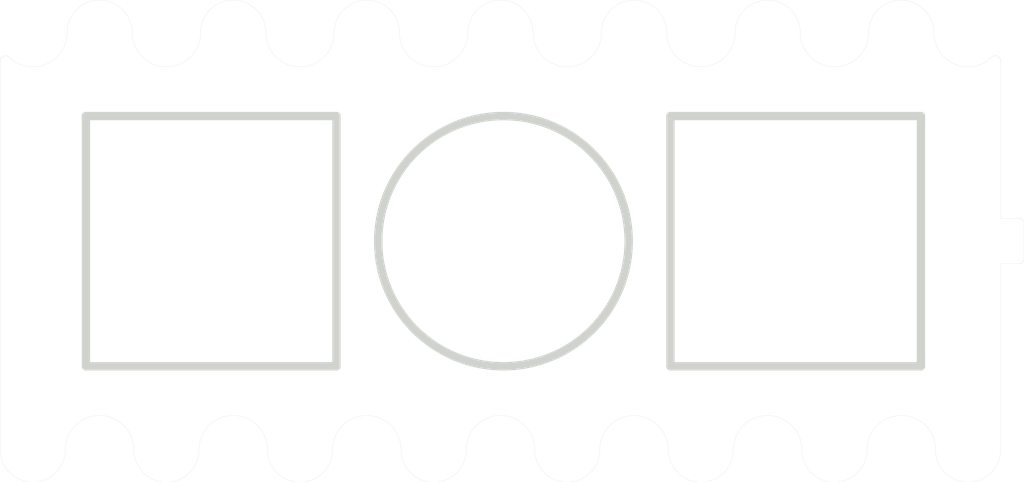
<source format=kicad_pcb>
(kicad_pcb (version 20240108) (generator "pcbnew") (generator_version "8.0")
  (layers (0 "F.Cu" signal) (31 "B.Cu" signal) (34 "B.Paste" user) (35 "F.Paste" user) (36 "B.SilkS" user "B.Silkscreen") (37 "F.SilkS" user "F.Silkscreen") (38 "B.Mask" user) (39 "F.Mask" user) (44 "Edge.Cuts" user))
  (net 0 "")
  (gr_line (start 3.368038 -3.585046) (end 3.433916 -3.598891) (stroke (width 0.01)) (layer "Edge.Cuts"))
  (gr_line (start 40.694332 -31.465267) (end 40.660005 -31.523174) (stroke (width 0.01)) (layer "Edge.Cuts"))
  (gr_line (start 35.461709 -11.841876) (end 35.245401 -11.697004) (stroke (width 0.5)) (layer "Edge.Cuts"))
  (gr_line (start 53.05 -30.5) (end 53.048778 -30.429242) (stroke (width 0.01)) (layer "Edge.Cuts"))
  (gr_line (start 32.876586 -6.325181) (end 32.90395 -6.259917) (stroke (width 0.01)) (layer "Edge.Cuts"))
  (gr_line (start 4.95 -5.5) (end 4.951222 -5.570758) (stroke (width 0.01)) (layer "Edge.Cuts"))
  (gr_line (start 60.414094 -4.157302) (end 60.459596 -4.206911) (stroke (width 0.01)) (layer "Edge.Cuts"))
  (gr_line (start 2.237399 -28.597123) (end 2.171548 -28.624855) (stroke (width 0.01)) (layer "Edge.Cuts"))
  (gr_line (start 9.894394 -28.773693) (end 9.835467 -28.812883) (stroke (width 0.01)) (layer "Edge.Cuts"))
  (gr_line (start 1.042192 -28.755663) (end 1.043561 -28.744438) (stroke (width 0.01)) (layer "Edge.Cuts"))
  (gr_line (start 15.994369 -32.177418) (end 15.935878 -32.21074) (stroke (width 0.01)) (layer "Edge.Cuts"))
  (gr_line (start 58.098383 -28.658917) (end 58.03477 -28.691456) (stroke (width 0.01)) (layer "Edge.Cuts"))
  (gr_line (start 6.407033 -7.462369) (end 6.47512 -7.481666) (stroke (width 0.01)) (layer "Edge.Cuts"))
  (gr_line (start 24.78122 -6.514768) (end 24.815185 -6.452683) (stroke (width 0.01)) (layer "Edge.Cuts"))
  (gr_line (start 58.123728 -3.757976) (end 58.184378 -3.728769) (stroke (width 0.01)) (layer "Edge.Cuts"))
  (gr_line (start 1.068563 -5.231576) (end 1.078979 -5.16507) (stroke (width 0.01)) (layer "Edge.Cuts"))
  (gr_line (start 6.831909 -32.442742) (end 6.764953 -32.435782) (stroke (width 0.01)) (layer "Edge.Cuts"))
  (gr_line (start 48.939551 -30.701599) (end 48.931437 -30.768424) (stroke (width 0.01)) (layer "Edge.Cuts"))
  (gr_line (start 52.459596 -4.206911) (end 52.503359 -4.258061) (stroke (width 0.01)) (layer "Edge.Cuts"))
  (gr_line (start 50.893889 -28.452748) (end 50.823289 -28.45763) (stroke (width 0.01)) (layer "Edge.Cuts"))
  (gr_line (start 11.660347 -28.559268) (end 11.592967 -28.537631) (stroke (width 0.01)) (layer "Edge.Cuts"))
  (gr_line (start 55.754 -32.298328) (end 55.69148 -32.323282) (stroke (width 0.01)) (layer "Edge.Cuts"))
  (gr_line (start 4.476217 -29.077579) (end 4.42575 -29.026997) (stroke (width 0.01)) (layer "Edge.Cuts"))
  (gr_line (start 44.945354 -5.365467) (end 44.948838 -5.432694) (stroke (width 0.01)) (layer "Edge.Cuts"))
  (gr_line (start 45.045115 -30.358568) (end 45.039015 -30.288063) (stroke (width 0.01)) (layer "Edge.Cuts"))
  (gr_line (start 57.784195 -3.975429) (end 57.837542 -3.934372) (stroke (width 0.01)) (layer "Edge.Cuts"))
  (gr_line (start 60.777724 -29.080854) (end 60.767483 -29.085649) (stroke (width 0.01)) (layer "Edge.Cuts"))
  (gr_line (start 59.876272 -3.757976) (end 59.935878 -3.78926) (stroke (width 0.01)) (layer "Edge.Cuts"))
  (gr_line (start 50.500724 -3.615) (end 50.566084 -3.598891) (stroke (width 0.01)) (layer "Edge.Cuts"))
  (gr_line (start 20.972311 -29.940993) (end 20.951841 -29.87325) (stroke (width 0.01)) (layer "Edge.Cuts"))
  (gr_line (start 45.09605 -6.259917) (end 45.123414 -6.325181) (stroke (width 0.01)) (layer "Edge.Cuts"))
  (gr_line (start 12.486611 -29.088445) (end 12.437004 -29.037974) (stroke (width 0.01)) (layer "Edge.Cuts"))
  (gr_line (start 26.016128 -28.701529) (end 25.954638 -28.736561) (stroke (width 0.01)) (layer "Edge.Cuts"))
  (gr_line (start 1.243111 -4.653927) (end 1.273361 -4.59379) (stroke (width 0.01)) (layer "Edge.Cuts"))
  (gr_line (start 9.784195 -3.975429) (end 9.837542 -3.934372) (stroke (width 0.01)) (layer "Edge.Cuts"))
  (gr_line (start 57.189282 -29.538855) (end 57.156887 -29.602541) (stroke (width 0.01)) (layer "Edge.Cuts"))
  (gr_line (start 1.626807 -28.981255) (end 1.619964 -28.990257) (stroke (width 0.01)) (layer "Edge.Cuts"))
  (gr_line (start 39.100935 -32.447386) (end 39.033658 -32.449709) (stroke (width 0.01)) (layer "Edge.Cuts"))
  (gr_line (start 7.628135 -32.346062) (end 7.564042 -32.366643) (stroke (width 0.01)) (layer "Edge.Cuts"))
  (gr_line (start 33.054646 -5.365467) (end 33.060449 -5.298401) (stroke (width 0.01)) (layer "Edge.Cuts"))
  (gr_line (start 45.667287 -7.057683) (end 45.721846 -7.102755) (stroke (width 0.01)) (layer "Edge.Cuts"))
  (gr_line (start 27.44945 -24.506011) (end 27.6775 -24.631589) (stroke (width 0.5)) (layer "Edge.Cuts"))
  (gr_line (start 25.614316 -28.989246) (end 25.562996 -29.037974) (stroke (width 0.01)) (layer "Edge.Cuts"))
  (gr_line (start 62.07254 -16.645065) (end 62.082926 -16.645807) (stroke (width 0.01)) (layer "Edge.Cuts"))
  (gr_line (start 4.660005 -4.476826) (end 4.694332 -4.534733) (stroke (width 0.01)) (layer "Edge.Cuts"))
  (gr_line (start 38.682805 -7.525312) (end 38.7529 -7.535053) (stroke (width 0.01)) (layer "Edge.Cuts"))
  (gr_line (start 23.76212 -19.102491) (end 23.804853 -19.359299) (stroke (width 0.5)) (layer "Edge.Cuts"))
  (gr_line (start 46.005631 -32.177418) (end 45.948326 -32.142097) (stroke (width 0.01)) (layer "Edge.Cuts"))
  (gr_line (start 17.153014 -29.610538) (end 17.123414 -29.674819) (stroke (width 0.01)) (layer "Edge.Cuts"))
  (gr_line (start 49.837542 -3.934372) (end 49.892274 -3.895181) (stroke (width 0.01)) (layer "Edge.Cuts"))
  (gr_line (start 21.05 -30.5) (end 21.048778 -30.429242) (stroke (width 0.01)) (layer "Edge.Cuts"))
  (gr_line (start 7.433916 -32.401109) (end 7.368038 -32.414954) (stroke (width 0.01)) (layer "Edge.Cuts"))
  (gr_line (start 35.433916 -3.598891) (end 35.499276 -3.615) (stroke (width 0.01)) (layer "Edge.Cuts"))
  (gr_line (start 58.698278 -3.573484) (end 58.764953 -3.564218) (stroke (width 0.01)) (layer "Edge.Cuts"))
  (gr_line (start 38.823289 -7.54237) (end 38.893889 -7.547252) (stroke (width 0.01)) (layer "Edge.Cuts"))
  (gr_line (start 15.921209 -7.331358) (end 15.983872 -7.298471) (stroke (width 0.01)) (layer "Edge.Cuts"))
  (gr_line (start 50.613088 -28.486844) (end 50.543832 -28.501398) (stroke (width 0.01)) (layer "Edge.Cuts"))
  (gr_line (start 60.373193 -28.981255) (end 60.366667 -28.97202) (stroke (width 0.01)) (layer "Edge.Cuts"))
  (gr_line (start 20.834945 -4.840094) (end 20.856629 -4.903823) (stroke (width 0.01)) (layer "Edge.Cuts"))
  (gr_line (start 1.980348 -28.721571) (end 1.91899 -28.758186) (stroke (width 0.01)) (layer "Edge.Cuts"))
  (gr_line (start 12.893337 -5.033334) (end 12.908316 -5.098963) (stroke (width 0.01)) (layer "Edge.Cuts"))
  (gr_line (start 47.317195 -7.525312) (end 47.386912 -7.513156) (stroke (width 0.01)) (layer "Edge.Cuts"))
  (gr_line (start 49.254867 -29.424356) (end 49.21878 -29.485232) (stroke (width 0.01)) (layer "Edge.Cuts"))
  (gr_line (start 49.948326 -3.857903) (end 50.005631 -3.822582) (stroke (width 0.01)) (layer "Edge.Cuts"))
  (gr_line (start 14.831909 -32.442742) (end 14.764953 -32.435782) (stroke (width 0.01)) (layer "Edge.Cuts"))
  (gr_line (start 6.005631 -32.177418) (end 5.948326 -32.142097) (stroke (width 0.01)) (layer "Edge.Cuts"))
  (gr_line (start 54.893889 -7.547252) (end 54.964616 -7.549695) (stroke (width 0.01)) (layer "Edge.Cuts"))
  (gr_line (start 18.899065 -3.552614) (end 18.966342 -3.550291) (stroke (width 0.01)) (layer "Edge.Cuts"))
  (gr_line (start 35.592967 -28.537631) (end 35.52488 -28.518334) (stroke (width 0.01)) (layer "Edge.Cuts"))
  (gr_line (start 8.951222 -30.429242) (end 8.95 -30.5) (stroke (width 0.01)) (layer "Edge.Cuts"))
  (gr_line (start 16.921021 -30.83493) (end 16.908316 -30.901037) (stroke (width 0.01)) (layer "Edge.Cuts"))
  (gr_line (start 35.921209 -28.668642) (end 35.857449 -28.637936) (stroke (width 0.01)) (layer "Edge.Cuts"))
  (gr_line (start 20.856629 -4.903823) (end 20.876101 -4.968262) (stroke (width 0.01)) (layer "Edge.Cuts"))
  (gr_line (start 3.100935 -3.552614) (end 3.168091 -3.557258) (stroke (width 0.01)) (layer "Edge.Cuts"))
  (gr_line (start 48.164533 -7.187117) (end 48.222072 -7.145916) (stroke (width 0.01)) (layer "Edge.Cuts"))
  (gr_line (start 62.173457 -19.331506) (end 62.163807 -19.335415) (stroke (width 0.01)) (layer "Edge.Cuts"))
  (gr_line (start 17.68191 -4.062941) (end 17.732297 -4.018302) (stroke (width 0.01)) (layer "Edge.Cuts"))
  (gr_line (start 44.893337 -5.033334) (end 44.908316 -5.098963) (stroke (width 0.01)) (layer "Edge.Cuts"))
  (gr_line (start 59.168091 -3.557258) (end 59.235047 -3.564218) (stroke (width 0.01)) (layer "Edge.Cuts"))
  (gr_line (start 28.75188 -10.904149) (end 28.507069 -10.992719) (stroke (width 0.5)) (layer "Edge.Cuts"))
  (gr_line (start 8.051674 -32.142097) (end 7.994369 -32.177418) (stroke (width 0.01)) (layer "Edge.Cuts"))
  (gr_line (start 60.890892 -28.988997) (end 60.883782 -28.99779) (stroke (width 0.01)) (layer "Edge.Cuts"))
  (gr_line (start 20.876586 -29.674819) (end 20.846986 -29.610538) (stroke (width 0.01)) (layer "Edge.Cuts"))
  (gr_line (start 19.628135 -3.653938) (end 19.69148 -3.676718) (stroke (width 0.01)) (layer "Edge.Cuts"))
  (gr_line (start 39.815622 -32.271231) (end 39.754 -32.298328) (stroke (width 0.01)) (layer "Edge.Cuts"))
  (gr_line (start 52.6237 -4.420139) (end 52.660005 -4.476826) (stroke (width 0.01)) (layer "Edge.Cuts"))
  (gr_line (start 36.267703 -4.018302) (end 36.31809 -4.062941) (stroke (width 0.01)) (layer "Edge.Cuts"))
  (gr_line (start 37.009569 -5.990597) (end 37.027689 -6.059007) (stroke (width 0.01)) (layer "Edge.Cuts"))
  (gr_line (start 19.792667 -28.60945) (end 19.72694 -28.583217) (stroke (width 0.01)) (layer "Edge.Cuts"))
  (gr_line (start 5.513389 -6.911555) (end 5.562996 -6.962026) (stroke (width 0.01)) (layer "Edge.Cuts"))
  (gr_line (start 21.051162 -30.567306) (end 21.05 -30.5) (stroke (width 0.01)) (layer "Edge.Cuts"))
  (gr_line (start 4.856629 -4.903823) (end 4.876101 -4.968262) (stroke (width 0.01)) (layer "Edge.Cuts"))
  (gr_line (start 48.6237 -31.579861) (end 48.585459 -31.635261) (stroke (width 0.01)) (layer "Edge.Cuts"))
  (gr_line (start 20.78122 -29.485232) (end 20.745133 -29.424356) (stroke (width 0.01)) (layer "Edge.Cuts"))
  (gr_line (start 41.048159 -29.87325) (end 41.027689 -29.940993) (stroke (width 0.01)) (layer "Edge.Cuts"))
  (gr_line (start 6.435958 -32.366643) (end 6.371865 -32.346062) (stroke (width 0.01)) (layer "Edge.Cuts"))
  (gr_line (start 46.123728 -32.242024) (end 46.064122 -32.21074) (stroke (width 0.01)) (layer "Edge.Cuts"))
  (gr_line (start 25.414541 -4.364739) (end 25.45467 -4.310691) (stroke (width 0.01)) (layer "Edge.Cuts"))
  (gr_line (start 50.631962 -3.585046) (end 50.698278 -3.573484) (stroke (width 0.01)) (layer "Edge.Cuts"))
  (gr_line (start 20.105606 -28.773693) (end 20.045362 -28.736561) (stroke (width 0.01)) (layer "Edge.Cuts"))
  (gr_line (start 39.386912 -7.513156) (end 39.456168 -7.498602) (stroke (width 0.01)) (layer "Edge.Cuts"))
  (gr_line (start 11.301722 -3.573484) (end 11.368038 -3.585046) (stroke (width 0.01)) (layer "Edge.Cuts"))
  (gr_line (start 43.592967 -28.537631) (end 43.52488 -28.518334) (stroke (width 0.01)) (layer "Edge.Cuts"))
  (gr_line (start 36.580454 -29.194372) (end 36.534447 -29.140599) (stroke (width 0.01)) (layer "Edge.Cuts"))
  (gr_line (start 37.243111 -31.346073) (end 37.214954 -31.284928) (stroke (width 0.01)) (layer "Edge.Cuts"))
  (gr_line (start 18.407033 -28.537631) (end 18.339653 -28.559268) (stroke (width 0.01)) (layer "Edge.Cuts"))
  (gr_line (start 18.893889 -28.452748) (end 18.823289 -28.45763) (stroke (width 0.01)) (layer "Edge.Cuts"))
  (gr_line (start 7.456168 -7.498602) (end 7.52488 -7.481666) (stroke (width 0.01)) (layer "Edge.Cuts"))
  (gr_line (start 53.123414 -6.325181) (end 53.153014 -6.389462) (stroke (width 0.01)) (layer "Edge.Cuts"))
  (gr_line (start 33.09605 -29.740083) (end 33.070955 -29.806253) (stroke (width 0.01)) (layer "Edge.Cuts"))
  (gr_line (start 52.267703 -4.018302) (end 52.31809 -4.062941) (stroke (width 0.01)) (layer "Edge.Cuts"))
  (gr_line (start 30.142551 -7.362064) (end 30.207333 -7.39055) (stroke (width 0.01)) (layer "Edge.Cuts"))
  (gr_line (start 25.45467 -4.310691) (end 25.496641 -4.258061) (stroke (width 0.01)) (layer "Edge.Cuts"))
  (gr_line (start 57.892274 -3.895181) (end 57.948326 -3.857903) (stroke (width 0.01)) (layer "Edge.Cuts"))
  (gr_line (start 41.948326 -3.857903) (end 42.005631 -3.822582) (stroke (width 0.01)) (layer "Edge.Cuts"))
  (gr_line (start 17.048778 -5.570758) (end 17.05 -5.5) (stroke (width 0.01)) (layer "Edge.Cuts"))
  (gr_line (start 41.45467 -4.310691) (end 41.496641 -4.258061) (stroke (width 0.01)) (layer "Edge.Cuts"))
  (gr_line (start 28.278154 -28.897245) (end 28.222072 -28.854084) (stroke (width 0.01)) (layer "Edge.Cuts"))
  (gr_line (start 45.273361 -31.40621) (end 45.243111 -31.346073) (stroke (width 0.01)) (layer "Edge.Cuts"))
  (gr_line (start 4.524891 -29.129888) (end 4.476217 -29.077579) (stroke (width 0.01)) (layer "Edge.Cuts"))
  (gr_line (start 39.368038 -32.414954) (end 39.301722 -32.426516) (stroke (width 0.01)) (layer "Edge.Cuts"))
  (gr_line (start 38.184378 -32.271231) (end 38.123728 -32.242024) (stroke (width 0.01)) (layer "Edge.Cuts"))
  (gr_line (start 62.093279 -19.353089) (end 62.082926 -19.354193) (stroke (width 0.01)) (layer "Edge.Cuts"))
  (gr_line (start 60.876101 -4.968262) (end 60.893337 -5.033334) (stroke (width 0.01)) (layer "Edge.Cuts"))
  (gr_line (start 9.614316 -28.989246) (end 9.562996 -29.037974) (stroke (width 0.01)) (layer "Edge.Cuts"))
  (gr_line (start 57.045115 -5.641432) (end 57.048778 -5.570758) (stroke (width 0.01)) (layer "Edge.Cuts"))
  (gr_line (start 37.214954 -31.284928) (end 37.188925 -31.222848) (stroke (width 0.01)) (layer "Edge.Cuts"))
  (gr_line (start 47.52488 -7.481666) (end 47.592967 -7.462369) (stroke (width 0.01)) (layer "Edge.Cuts"))
  (gr_line (start 58.781422 -28.461686) (end 58.710521 -28.470542) (stroke (width 0.01)) (layer "Edge.Cuts"))
  (gr_line (start 17.09605 -29.740083) (end 17.070955 -29.806253) (stroke (width 0.01)) (layer "Edge.Cuts"))
  (gr_line (start 62.134121 -19.345094) (end 62.124021 -19.347625) (stroke (width 0.01)) (layer "Edge.Cuts"))
  (gr_line (start 30.7529 -7.535053) (end 30.823289 -7.54237) (stroke (width 0.01)) (layer "Edge.Cuts"))
  (gr_line (start 25.054646 -5.365467) (end 25.060449 -5.298401) (stroke (width 0.01)) (layer "Edge.Cuts"))
  (gr_line (start 29.070955 -6.193747) (end 29.09605 -6.259917) (stroke (width 0.01)) (layer "Edge.Cuts"))
  (gr_line (start 30.893889 -7.547252) (end 30.964616 -7.549695) (stroke (width 0.01)) (layer "Edge.Cuts"))
  (gr_line (start 21.68191 -31.937059) (end 21.633094 -31.890707) (stroke (width 0.01)) (layer "Edge.Cuts"))
  (gr_line (start 57.523783 -29.077579) (end 57.475109 -29.129888) (stroke (width 0.01)) (layer "Edge.Cuts"))
  (gr_line (start 55.983872 -7.298471) (end 56.045362 -7.263439) (stroke (width 0.01)) (layer "Edge.Cuts"))
  (gr_line (start 34.064122 -3.78926) (end 34.123728 -3.757976) (stroke (width 0.01)) (layer "Edge.Cuts"))
  (gr_line (start 32.846986 -6.389462) (end 32.876586 -6.325181) (stroke (width 0.01)) (layer "Edge.Cuts"))
  (gr_line (start 56.972311 -6.059007) (end 56.990431 -5.990597) (stroke (width 0.01)) (layer "Edge.Cuts"))
  (gr_line (start 4.90115 -29.733105) (end 4.87327 -29.667317) (stroke (width 0.01)) (layer "Edge.Cuts"))
  (gr_line (start 35.2471 -28.464947) (end 35.176711 -28.45763) (stroke (width 0.01)) (layer "Edge.Cuts"))
  (gr_line (start 41.414541 -4.364739) (end 41.45467 -4.310691) (stroke (width 0.01)) (layer "Edge.Cuts"))
  (gr_line (start 49.333235 -29.30652) (end 49.293034 -29.364761) (stroke (width 0.01)) (layer "Edge.Cuts"))
  (gr_line (start 40.931437 -30.768424) (end 40.921021 -30.83493) (stroke (width 0.01)) (layer "Edge.Cuts"))
  (gr_line (start 34.91184 -24.506011) (end 35.135394 -24.372594) (stroke (width 0.5)) (layer "Edge.Cuts"))
  (gr_line (start 38.012683 -21.094068) (end 38.115952 -20.855086) (stroke (width 0.5)) (layer "Edge.Cuts"))
  (gr_line (start 15.035384 -7.549695) (end 15.106111 -7.547252) (stroke (width 0.01)) (layer "Edge.Cuts"))
  (gr_line (start 53.045115 -30.358568) (end 53.039015 -30.288063) (stroke (width 0.01)) (layer "Edge.Cuts"))
  (gr_line (start 23.035384 -7.549695) (end 23.106111 -7.547252) (stroke (width 0.01)) (layer "Edge.Cuts"))
  (gr_line (start 52.534447 -29.140599) (end 52.486611 -29.088445) (stroke (width 0.01)) (layer "Edge.Cuts"))
  (gr_line (start 57.585906 -4.157302) (end 57.633094 -4.109293) (stroke (width 0.01)) (layer "Edge.Cuts"))
  (gr_line (start 53.273361 -31.40621) (end 53.243111 -31.346073) (stroke (width 0.01)) (layer "Edge.Cuts"))
  (gr_line (start 48.666765 -6.69348) (end 48.706966 -6.635239) (stroke (width 0.01)) (layer "Edge.Cuts"))
  (gr_line (start 54.207333 -7.39055) (end 54.27306 -7.416783) (stroke (width 0.01)) (layer "Edge.Cuts"))
  (gr_line (start 18.016128 -28.701529) (end 17.954638 -28.736561) (stroke (width 0.01)) (layer "Edge.Cuts"))
  (gr_line (start 11.564042 -3.633357) (end 11.628135 -3.653938) (stroke (width 0.01)) (layer "Edge.Cuts"))
  (gr_line (start 1.585906 -4.157302) (end 1.633094 -4.109293) (stroke (width 0.01)) (layer "Edge.Cuts"))
  (gr_line (start 62.353089 -19.093279) (end 62.351625 -19.103588) (stroke (width 0.01)) (layer "Edge.Cuts"))
  (gr_line (start 12.31809 -4.062941) (end 12.366906 -4.109293) (stroke (width 0.01)) (layer "Edge.Cuts"))
  (gr_line (start 51.592967 -28.537631) (end 51.52488 -28.518334) (stroke (width 0.01)) (layer "Edge.Cuts"))
  (gr_line (start 10.500724 -3.615) (end 10.566084 -3.598891) (stroke (width 0.01)) (layer "Edge.Cuts"))
  (gr_line (start 24.31809 -31.937059) (end 24.267703 -31.981698) (stroke (width 0.01)) (layer "Edge.Cuts"))
  (gr_line (start 39.168091 -32.442742) (end 39.100935 -32.447386) (stroke (width 0.01)) (layer "Edge.Cuts"))
  (gr_line (start 44.332713 -28.942317) (end 44.278154 -28.897245) (stroke (width 0.01)) (layer "Edge.Cuts"))
  (gr_line (start 17.45467 -4.310691) (end 17.496641 -4.258061) (stroke (width 0.01)) (layer "Edge.Cuts"))
  (gr_line (start 20.815185 -29.547317) (end 20.78122 -29.485232) (stroke (width 0.01)) (layer "Edge.Cuts"))
  (gr_line (start 57.428288 -29.183862) (end 57.383376 -29.239434) (stroke (width 0.01)) (layer "Edge.Cuts"))
  (gr_line (start 30.123728 -32.242024) (end 30.064122 -32.21074) (stroke (width 0.01)) (layer "Edge.Cuts"))
  (gr_line (start 45.009569 -5.990597) (end 45.027689 -6.059007) (stroke (width 0.01)) (layer "Edge.Cuts"))
  (gr_line (start 41.153014 -29.610538) (end 41.123414 -29.674819) (stroke (width 0.01)) (layer "Edge.Cuts"))
  (gr_line (start 58.995373 -28.450005) (end 58.923934 -28.451412) (stroke (width 0.01)) (layer "Edge.Cuts"))
  (gr_line (start 57.626449 -28.978206) (end 57.57425 -29.026997) (stroke (width 0.01)) (layer "Edge.Cuts"))
  (gr_line (start 21.006178 -30.078397) (end 20.990431 -30.009403) (stroke (width 0.01)) (layer "Edge.Cuts"))
  (gr_line (start 48.459596 -31.793089) (end 48.414094 -31.842698) (stroke (width 0.01)) (layer "Edge.Cuts"))
  (gr_line (start 42.246 -3.701672) (end 42.30852 -3.676718) (stroke (width 0.01)) (layer "Edge.Cuts"))
  (gr_line (start 40.811075 -31.222848) (end 40.785046 -31.284928) (stroke (width 0.01)) (layer "Edge.Cuts"))
  (gr_line (start 60.957769 -28.82339) (end 60.956387 -28.834613) (stroke (width 0.01)) (layer "Edge.Cuts"))
  (gr_line (start 62.317798 -16.798489) (end 62.322692 -16.807679) (stroke (width 0.01)) (layer "Edge.Cuts"))
  (gr_line (start 52.856629 -4.903823) (end 52.876101 -4.968262) (stroke (width 0.01)) (layer "Edge.Cuts"))
  (gr_line (start 40.893337 -30.966666) (end 40.876101 -31.031738) (stroke (width 0.01)) (layer "Edge.Cuts"))
  (gr_line (start 32.960985 -30.288063) (end 32.954885 -30.358568) (stroke (width 0.01)) (layer "Edge.Cuts"))
  (gr_line (start 21.054646 -30.634533) (end 21.051162 -30.567306) (stroke (width 0.01)) (layer "Edge.Cuts"))
  (gr_line (start 1.732297 -4.018302) (end 1.784195 -3.975429) (stroke (width 0.01)) (layer "Edge.Cuts"))
  (gr_line (start 26.58487 -23.92696) (end 26.793345 -24.082894) (stroke (width 0.5)) (layer "Edge.Cuts"))
  (gr_line (start 51.301722 -3.573484) (end 51.368038 -3.585046) (stroke (width 0.01)) (layer "Edge.Cuts"))
  (gr_line (start 53.143371 -31.096177) (end 53.123899 -31.031738) (stroke (width 0.01)) (layer "Edge.Cuts"))
  (gr_line (start 21.21878 -6.514768) (end 21.254867 -6.575644) (stroke (width 0.01)) (layer "Edge.Cuts"))
  (gr_line (start 37.837542 -32.065628) (end 37.784195 -32.024571) (stroke (width 0.01)) (layer "Edge.Cuts"))
  (gr_line (start 34.371865 -3.653938) (end 34.435958 -3.633357) (stroke (width 0.01)) (layer "Edge.Cuts"))
  (gr_line (start 36.17651 -23.593865) (end 36.367646 -23.417105) (stroke (width 0.5)) (layer "Edge.Cuts"))
  (gr_line (start 55.660347 -7.440732) (end 55.72694 -7.416783) (stroke (width 0.01)) (layer "Edge.Cuts"))
  (gr_line (start 62.354989 -16.958683) (end 62.354283 -16.969071) (stroke (width 0.01)) (layer "Edge.Cuts"))
  (gr_line (start 17.039015 -5.711937) (end 17.045115 -5.641432) (stroke (width 0.01)) (layer "Edge.Cuts"))
  (gr_line (start 29.333235 -6.69348) (end 29.375422 -6.750299) (stroke (width 0.01)) (layer "Edge.Cuts"))
  (gr_line (start 56.051674 -32.142097) (end 55.994369 -32.177418) (stroke (width 0.01)) (layer "Edge.Cuts"))
  (gr_line (start 20.666765 -29.30652) (end 20.624578 -29.249701) (stroke (width 0.01)) (layer "Edge.Cuts"))
  (gr_line (start 1.339995 -4.476826) (end 1.3763 -4.420139) (stroke (width 0.01)) (layer "Edge.Cuts"))
  (gr_line (start 53.414541 -31.635261) (end 53.3763 -31.579861) (stroke (width 0.01)) (layer "Edge.Cuts"))
  (gr_line (start 28.90395 -29.740083) (end 28.876586 -29.674819) (stroke (width 0.01)) (layer "Edge.Cuts"))
  (gr_line (start 36.815185 -29.547317) (end 36.78122 -29.485232) (stroke (width 0.01)) (layer "Edge.Cuts"))
  (gr_line (start 53.585906 -31.842698) (end 53.540404 -31.793089) (stroke (width 0.01)) (layer "Edge.Cuts"))
  (gr_line (start 23.921209 -7.331358) (end 23.983872 -7.298471) (stroke (width 0.01)) (layer "Edge.Cuts"))
  (gr_line (start 57.01072 -30.004759) (end 56.994669 -30.074385) (stroke (width 0.01)) (layer "Edge.Cuts"))
  (gr_line (start 28.706966 -29.364761) (end 28.666765 -29.30652) (stroke (width 0.01)) (layer "Edge.Cuts"))
  (gr_line (start 46.764953 -32.435782) (end 46.698278 -32.426516) (stroke (width 0.01)) (layer "Edge.Cuts"))
  (gr_line (start 59.893297 -28.654865) (end 59.828452 -28.624855) (stroke (width 0.01)) (layer "Edge.Cuts"))
  (gr_line (start 20.960985 -5.711937) (end 20.969515 -5.78219) (stroke (width 0.01)) (layer "Edge.Cuts"))
  (gr_line (start 52.660005 -4.476826) (end 52.694332 -4.534733) (stroke (width 0.01)) (layer "Edge.Cuts"))
  (gr_line (start 21.09605 -6.259917) (end 21.123414 -6.325181) (stroke (width 0.01)) (layer "Edge.Cuts"))
  (gr_line (start 46.543832 -7.498602) (end 46.613088 -7.513156) (stroke (width 0.01)) (layer "Edge.Cuts"))
  (gr_line (start 60.959369 -28.778221) (end 60.959559 -28.789527) (stroke (width 0.01)) (layer "Edge.Cuts"))
  (gr_line (start 1.040644 -28.800833) (end 1.040441 -28.789527) (stroke (width 0.01)) (layer "Edge.Cuts"))
  (gr_line (start 4.810718 -29.538855) (end 4.776123 -29.476336) (stroke (width 0.01)) (layer "Edge.Cuts"))
  (gr_line (start 18.142551 -28.637936) (end 18.078791 -28.668642) (stroke (width 0.01)) (layer "Edge.Cuts"))
  (gr_line (start 33.835467 -28.812883) (end 33.777928 -28.854084) (stroke (width 0.01)) (layer "Edge.Cuts"))
  (gr_line (start 50.123728 -3.757976) (end 50.184378 -3.728769) (stroke (width 0.01)) (layer "Edge.Cuts"))
  (gr_line (start 48.929045 -6.193747) (end 48.951841 -6.12675) (stroke (width 0.01)) (layer "Edge.Cuts"))
  (gr_line (start 1.041241 -28.812125) (end 1.040644 -28.800833) (stroke (width 0.01)) (layer "Edge.Cuts"))
  (gr_line (start 62.051723 -19.355334) (end 62.041317 -19.354989) (stroke (width 0.01)) (layer "Edge.Cuts"))
  (gr_line (start 25.513389 -29.088445) (end 25.465553 -29.140599) (stroke (width 0.01)) (layer "Edge.Cuts"))
  (gr_line (start 32.921021 -30.83493) (end 32.908316 -30.901037) (stroke (width 0.01)) (layer "Edge.Cuts"))
  (gr_line (start 32.811075 -31.222848) (end 32.785046 -31.284928) (stroke (width 0.01)) (layer "Edge.Cuts"))
  (gr_line (start 12.105606 -28.773693) (end 12.045362 -28.736561) (stroke (width 0.01)) (layer "Edge.Cuts"))
  (gr_line (start 58.966342 -3.550291) (end 59.033658 -3.550291) (stroke (width 0.01)) (layer "Edge.Cuts"))
  (gr_line (start 60.952455 -28.856881) (end 60.94991 -28.867898) (stroke (width 0.01)) (layer "Edge.Cuts"))
  (gr_line (start 36.785046 -4.715072) (end 36.811075 -4.777152) (stroke (width 0.01)) (layer "Edge.Cuts"))
  (gr_line (start 38.115952 -20.855086) (end 38.210864 -20.612663) (stroke (width 0.5)) (layer "Edge.Cuts"))
  (gr_line (start 39.033658 -32.449709) (end 38.966342 -32.449709) (stroke (width 0.01)) (layer "Edge.Cuts"))
  (gr_line (start 28.26548 -11.089731) (end 28.027403 -11.19507) (stroke (width 0.5)) (layer "Edge.Cuts"))
  (gr_line (start 8.948838 -30.567306) (end 8.945354 -30.634533) (stroke (width 0.01)) (layer "Edge.Cuts"))
  (gr_line (start 1.078979 -5.16507) (end 1.091684 -5.098963) (stroke (width 0.01)) (layer "Edge.Cuts"))
  (gr_line (start 57.188925 -4.777152) (end 57.214954 -4.715072) (stroke (width 0.01)) (layer "Edge.Cuts"))
  (gr_line (start 52.939551 -5.298401) (end 52.945354 -5.365467) (stroke (width 0.01)) (layer "Edge.Cuts"))
  (gr_line (start 5.333235 -6.69348) (end 5.375422 -6.750299) (stroke (width 0.01)) (layer "Edge.Cuts"))
  (gr_line (start 15.628135 -32.346062) (end 15.564042 -32.366643) (stroke (width 0.01)) (layer "Edge.Cuts"))
  (gr_line (start 52.954885 -5.641432) (end 52.960985 -5.711937) (stroke (width 0.01)) (layer "Edge.Cuts"))
  (gr_line (start 62.295116 -16.763597) (end 62.301239 -16.772018) (stroke (width 0.01)) (layer "Edge.Cuts"))
  (gr_line (start 9.732297 -4.018302) (end 9.784195 -3.975429) (stroke (width 0.01)) (layer "Edge.Cuts"))
  (gr_line (start 60.6237 -4.420139) (end 60.660005 -4.476826) (stroke (width 0.01)) (layer "Edge.Cuts"))
  (gr_line (start 44.267703 -4.018302) (end 44.31809 -4.062941) (stroke (width 0.01)) (layer "Edge.Cuts"))
  (gr_line (start 45.894394 -7.226307) (end 45.954638 -7.263439) (stroke (width 0.01)) (layer "Edge.Cuts"))
  (gr_line (start 31.035384 -7.549695) (end 31.106111 -7.547252) (stroke (width 0.01)) (layer "Edge.Cuts"))
  (gr_line (start 1.341633 -29.113086) (end 1.330371 -29.112075) (stroke (width 0.01)) (layer "Edge.Cuts"))
  (gr_line (start 29.078979 -30.83493) (end 29.068563 -30.768424) (stroke (width 0.01)) (layer "Edge.Cuts"))
  (gr_line (start 5.091684 -30.901037) (end 5.078979 -30.83493) (stroke (width 0.01)) (layer "Edge.Cuts"))
  (gr_line (start 53.305668 -31.465267) (end 53.273361 -31.40621) (stroke (width 0.01)) (layer "Edge.Cuts"))
  (gr_line (start 13.070955 -6.193747) (end 13.09605 -6.259917) (stroke (width 0.01)) (layer "Edge.Cuts"))
  (gr_line (start 2.566084 -3.598891) (end 2.631962 -3.585046) (stroke (width 0.01)) (layer "Edge.Cuts"))
  (gr_line (start 46.831909 -32.442742) (end 46.764953 -32.435782) (stroke (width 0.01)) (layer "Edge.Cuts"))
  (gr_line (start 12.921021 -5.16507) (end 12.931437 -5.231576) (stroke (width 0.01)) (layer "Edge.Cuts"))
  (gr_line (start 39.935878 -32.21074) (end 39.876272 -32.242024) (stroke (width 0.01)) (layer "Edge.Cuts"))
  (gr_line (start 37.667287 -7.057683) (end 37.721846 -7.102755) (stroke (width 0.01)) (layer "Edge.Cuts"))
  (gr_line (start 31.857449 -7.362064) (end 31.921209 -7.331358) (stroke (width 0.01)) (layer "Edge.Cuts"))
  (gr_line (start 5.060449 -30.701599) (end 5.054646 -30.634533) (stroke (width 0.01)) (layer "Edge.Cuts"))
  (gr_line (start 30.698278 -32.426516) (end 30.631962 -32.414954) (stroke (width 0.01)) (layer "Edge.Cuts"))
  (gr_line (start 56.694332 -31.465267) (end 56.660005 -31.523174) (stroke (width 0.01)) (layer "Edge.Cuts"))
  (gr_line (start 10.371865 -3.653938) (end 10.435958 -3.633357) (stroke (width 0.01)) (layer "Edge.Cuts"))
  (gr_line (start 16.876586 -6.325181) (end 16.90395 -6.259917) (stroke (width 0.01)) (layer "Edge.Cuts"))
  (gr_line (start 33.777928 -28.854084) (end 33.721846 -28.897245) (stroke (width 0.01)) (layer "Edge.Cuts"))
  (gr_line (start 8.332713 -7.057683) (end 8.385684 -7.010754) (stroke (width 0.01)) (layer "Edge.Cuts"))
  (gr_line (start 1.3763 -4.420139) (end 1.414541 -4.364739) (stroke (width 0.01)) (layer "Edge.Cuts"))
  (gr_line (start 38.831909 -32.442742) (end 38.764953 -32.435782) (stroke (width 0.01)) (layer "Edge.Cuts"))
  (gr_line (start 57.05 -5.5) (end 57.051162 -5.432694) (stroke (width 0.01)) (layer "Edge.Cuts"))
  (gr_line (start 10.407033 -28.537631) (end 10.339653 -28.559268) (stroke (width 0.01)) (layer "Edge.Cuts"))
  (gr_line (start 56.486611 -6.911555) (end 56.534447 -6.859401) (stroke (width 0.01)) (layer "Edge.Cuts"))
  (gr_line (start 27.69148 -3.676718) (end 27.754 -3.701672) (stroke (width 0.01)) (layer "Edge.Cuts"))
  (gr_line (start 42.543832 -28.501398) (end 42.47512 -28.518334) (stroke (width 0.01)) (layer "Edge.Cuts"))
  (gr_line (start 3.033658 -3.550291) (end 3.100935 -3.552614) (stroke (width 0.01)) (layer "Edge.Cuts"))
  (gr_line (start 45.892274 -32.104819) (end 45.837542 -32.065628) (stroke (width 0.01)) (layer "Edge.Cuts"))
  (gr_line (start 28.921021 -5.16507) (end 28.931437 -5.231576) (stroke (width 0.01)) (layer "Edge.Cuts"))
  (gr_line (start 62.010258 -19.351786) (end 62 -19.35) (stroke (width 0.01)) (layer "Edge.Cuts"))
  (gr_line (start 32.6237 -31.579861) (end 32.585459 -31.635261) (stroke (width 0.01)) (layer "Edge.Cuts"))
  (gr_line (start 60.514343 -29.090684) (end 60.50392 -29.086299) (stroke (width 0.01)) (layer "Edge.Cuts"))
  (gr_line (start 9.09605 -29.740083) (end 9.070955 -29.806253) (stroke (width 0.01)) (layer "Edge.Cuts"))
  (gr_line (start 29.254867 -6.575644) (end 29.293034 -6.635239) (stroke (width 0.01)) (layer "Edge.Cuts"))
  (gr_line (start 54.823289 -7.54237) (end 54.893889 -7.547252) (stroke (width 0.01)) (layer "Edge.Cuts"))
  (gr_line (start 13.45467 -31.689309) (end 13.414541 -31.635261) (stroke (width 0.01)) (layer "Edge.Cuts"))
  (gr_line (start 59.957056 -28.687117) (end 59.893297 -28.654865) (stroke (width 0.01)) (layer "Edge.Cuts"))
  (gr_line (start 25.732297 -4.018302) (end 25.784195 -3.975429) (stroke (width 0.01)) (layer "Edge.Cuts"))
  (gr_line (start 1.042231 -28.82339) (end 1.041241 -28.812125) (stroke (width 0.01)) (layer "Edge.Cuts"))
  (gr_line (start 20.162458 -3.934372) (end 20.215805 -3.975429) (stroke (width 0.01)) (layer "Edge.Cuts"))
  (gr_line (start 17.214954 -4.715072) (end 17.243111 -4.653927) (stroke (width 0.01)) (layer "Edge.Cuts"))
  (gr_line (start 26.823289 -28.45763) (end 26.7529 -28.464947) (stroke (width 0.01)) (layer "Edge.Cuts"))
  (gr_line (start 26.207333 -28.60945) (end 26.142551 -28.637936) (stroke (width 0.01)) (layer "Edge.Cuts"))
  (gr_line (start 32.162458 -32.065628) (end 32.107726 -32.104819) (stroke (width 0.01)) (layer "Edge.Cuts"))
  (gr_line (start 49.777928 -28.854084) (end 49.721846 -28.897245) (stroke (width 0.01)) (layer "Edge.Cuts"))
  (gr_line (start 5.030107 -30.215102) (end 5.018945 -30.144528) (stroke (width 0.01)) (layer "Edge.Cuts"))
  (gr_line (start 45.333235 -6.69348) (end 45.375422 -6.750299) (stroke (width 0.01)) (layer "Edge.Cuts"))
  (gr_line (start 20.876101 -4.968262) (end 20.893337 -5.033334) (stroke (width 0.01)) (layer "Edge.Cuts"))
  (gr_line (start 62.327263 -16.817034) (end 62.331506 -16.826543) (stroke (width 0.01)) (layer "Edge.Cuts"))
  (gr_line (start 44.939551 -5.298401) (end 44.945354 -5.365467) (stroke (width 0.01)) (layer "Edge.Cuts"))
  (gr_line (start 35.301722 -3.573484) (end 35.368038 -3.585046) (stroke (width 0.01)) (layer "Edge.Cuts"))
  (gr_line (start 60.95468 -28.733268) (end 60.956439 -28.744438) (stroke (width 0.01)) (layer "Edge.Cuts"))
  (gr_line (start 21.414541 -31.635261) (end 21.3763 -31.579861) (stroke (width 0.01)) (layer "Edge.Cuts"))
  (gr_line (start 24.90395 -6.259917) (end 24.929045 -6.193747) (stroke (width 0.01)) (layer "Edge.Cuts"))
  (gr_line (start 10.123728 -3.757976) (end 10.184378 -3.728769) (stroke (width 0.01)) (layer "Edge.Cuts"))
  (gr_line (start 8.972311 -6.059007) (end 8.990431 -5.990597) (stroke (width 0.01)) (layer "Edge.Cuts"))
  (gr_line (start 26.698278 -3.573484) (end 26.764953 -3.564218) (stroke (width 0.01)) (layer "Edge.Cuts"))
  (gr_line (start 13.892274 -32.104819) (end 13.837542 -32.065628) (stroke (width 0.01)) (layer "Edge.Cuts"))
  (gr_line (start 37.721846 -7.102755) (end 37.777928 -7.145916) (stroke (width 0.01)) (layer "Edge.Cuts"))
  (gr_line (start 16.815185 -6.452683) (end 16.846986 -6.389462) (stroke (width 0.01)) (layer "Edge.Cuts"))
  (gr_line (start 26.613088 -28.486844) (end 26.543832 -28.501398) (stroke (width 0.01)) (layer "Edge.Cuts"))
  (gr_line (start 37.892274 -32.104819) (end 37.837542 -32.065628) (stroke (width 0.01)) (layer "Edge.Cuts"))
  (gr_line (start 8.980465 -30.147894) (end 8.969515 -30.21781) (stroke (width 0.01)) (layer "Edge.Cuts"))
  (gr_line (start 9.68191 -4.062941) (end 9.732297 -4.018302) (stroke (width 0.01)) (layer "Edge.Cuts"))
  (gr_line (start 24.842611 -22.009904) (end 24.9856 -22.227461) (stroke (width 0.5)) (layer "Edge.Cuts"))
  (gr_line (start 1.109108 -28.988997) (end 1.102309 -28.979961) (stroke (width 0.01)) (layer "Edge.Cuts"))
  (gr_line (start 1.05 -5.5) (end 1.051162 -5.432694) (stroke (width 0.01)) (layer "Edge.Cuts"))
  (gr_line (start 17.892274 -3.895181) (end 17.948326 -3.857903) (stroke (width 0.01)) (layer "Edge.Cuts"))
  (gr_line (start 14.893889 -7.547252) (end 14.964616 -7.549695) (stroke (width 0.01)) (layer "Edge.Cuts"))
  (gr_line (start 41.214954 -4.715072) (end 41.243111 -4.653927) (stroke (width 0.01)) (layer "Edge.Cuts"))
  (gr_line (start 60.948838 -5.432694) (end 60.95 -5.5) (stroke (width 0.01)) (layer "Edge.Cuts"))
  (gr_line (start 54.899065 -32.447386) (end 54.831909 -32.442742) (stroke (width 0.01)) (layer "Edge.Cuts"))
  (gr_line (start 17.254867 -29.424356) (end 17.21878 -29.485232) (stroke (width 0.01)) (layer "Edge.Cuts"))
  (gr_line (start 28.876586 -29.674819) (end 28.846986 -29.610538) (stroke (width 0.01)) (layer "Edge.Cuts"))
  (gr_line (start 13.721846 -7.102755) (end 13.777928 -7.145916) (stroke (width 0.01)) (layer "Edge.Cuts"))
  (gr_line (start 12.624578 -29.249701) (end 12.580454 -29.194372) (stroke (width 0.01)) (layer "Edge.Cuts"))
  (gr_line (start 36.980465 -5.852106) (end 36.993822 -5.921603) (stroke (width 0.01)) (layer "Edge.Cuts"))
  (gr_line (start 39.754 -32.298328) (end 39.69148 -32.323282) (stroke (width 0.01)) (layer "Edge.Cuts"))
  (gr_line (start 60.31809 -4.062941) (end 60.366906 -4.109293) (stroke (width 0.01)) (layer "Edge.Cuts"))
  (gr_line (start 41.892274 -3.895181) (end 41.948326 -3.857903) (stroke (width 0.01)) (layer "Edge.Cuts"))
  (gr_line (start 20.107726 -3.895181) (end 20.162458 -3.934372) (stroke (width 0.01)) (layer "Edge.Cuts"))
  (gr_line (start 18.078791 -28.668642) (end 18.016128 -28.701529) (stroke (width 0.01)) (layer "Edge.Cuts"))
  (gr_line (start 19.564042 -3.633357) (end 19.628135 -3.653938) (stroke (width 0.01)) (layer "Edge.Cuts"))
  (gr_line (start 26.184378 -3.728769) (end 26.246 -3.701672) (stroke (width 0.01)) (layer "Edge.Cuts"))
  (gr_line (start 59.138179 -28.454662) (end 59.066816 -28.451089) (stroke (width 0.01)) (layer "Edge.Cuts"))
  (gr_line (start 57.496641 -4.258061) (end 57.540404 -4.206911) (stroke (width 0.01)) (layer "Edge.Cuts"))
  (gr_line (start 12.534447 -29.140599) (end 12.486611 -29.088445) (stroke (width 0.01)) (layer "Edge.Cuts"))
  (gr_line (start 25.777928 -28.854084) (end 25.721846 -28.897245) (stroke (width 0.01)) (layer "Edge.Cuts"))
  (gr_line (start 54.371865 -32.346062) (end 54.30852 -32.323282) (stroke (width 0.01)) (layer "Edge.Cuts"))
  (gr_line (start 19.100935 -3.552614) (end 19.168091 -3.557258) (stroke (width 0.01)) (layer "Edge.Cuts"))
  (gr_line (start 26.064122 -3.78926) (end 26.123728 -3.757976) (stroke (width 0.01)) (layer "Edge.Cuts"))
  (gr_line (start 56.95 -30.5) (end 56.948838 -30.567306) (stroke (width 0.01)) (layer "Edge.Cuts"))
  (gr_line (start 53.465553 -6.859401) (end 53.513389 -6.911555) (stroke (width 0.01)) (layer "Edge.Cuts"))
  (gr_line (start 41.339995 -4.476826) (end 41.3763 -4.420139) (stroke (width 0.01)) (layer "Edge.Cuts"))
  (gr_line (start 12.162458 -3.934372) (end 12.215805 -3.975429) (stroke (width 0.01)) (layer "Edge.Cuts"))
  (gr_line (start 62.354989 -19.041317) (end 62.355334 -19.051723) (stroke (width 0.01)) (layer "Edge.Cuts"))
  (gr_line (start 60.95 -16.65) (end 62 -16.65) (stroke (width 0.01)) (layer "Edge.Cuts"))
  (gr_line (start 8.215805 -32.024571) (end 8.162458 -32.065628) (stroke (width 0.01)) (layer "Edge.Cuts"))
  (gr_line (start 8.164533 -7.187117) (end 8.222072 -7.145916) (stroke (width 0.01)) (layer "Edge.Cuts"))
  (gr_line (start 25.051162 -5.432694) (end 25.054646 -5.365467) (stroke (width 0.01)) (layer "Edge.Cuts"))
  (gr_line (start 20.980465 -5.852106) (end 20.993822 -5.921603) (stroke (width 0.01)) (layer "Edge.Cuts"))
  (gr_line (start 15.301722 -32.426516) (end 15.235047 -32.435782) (stroke (width 0.01)) (layer "Edge.Cuts"))
  (gr_line (start 47.035384 -7.549695) (end 47.106111 -7.547252) (stroke (width 0.01)) (layer "Edge.Cuts"))
  (gr_line (start 53.188925 -31.222848) (end 53.165055 -31.159906) (stroke (width 0.01)) (layer "Edge.Cuts"))
  (gr_line (start 33.954638 -28.736561) (end 33.894394 -28.773693) (stroke (width 0.01)) (layer "Edge.Cuts"))
  (gr_line (start 45.3763 -31.579861) (end 45.339995 -31.523174) (stroke (width 0.01)) (layer "Edge.Cuts"))
  (gr_line (start 23.950429 -16.006516) (end 23.885597 -16.258655) (stroke (width 0.5)) (layer "Edge.Cuts"))
  (gr_line (start 18.613088 -28.486844) (end 18.543832 -28.501398) (stroke (width 0.01)) (layer "Edge.Cuts"))
  (gr_line (start 26.282618 -12.320269) (end 26.088444 -12.493686) (stroke (width 0.5)) (layer "Edge.Cuts"))
  (gr_line (start 48.486611 -6.911555) (end 48.534447 -6.859401) (stroke (width 0.01)) (layer "Edge.Cuts"))
  (gr_line (start 7.754 -32.298328) (end 7.69148 -32.323282) (stroke (width 0.01)) (layer "Edge.Cuts"))
  (gr_line (start 58.710521 -28.470542) (end 58.639971 -28.481862) (stroke (width 0.01)) (layer "Edge.Cuts"))
  (gr_line (start 54.184378 -32.271231) (end 54.123728 -32.242024) (stroke (width 0.01)) (layer "Edge.Cuts"))
  (gr_line (start 13.333235 -6.69348) (end 13.375422 -6.750299) (stroke (width 0.01)) (layer "Edge.Cuts"))
  (gr_line (start 59.828452 -28.624855) (end 59.762601 -28.597123) (stroke (width 0.01)) (layer "Edge.Cuts"))
  (gr_line (start 62.355334 -16.948277) (end 62.354989 -16.958683) (stroke (width 0.01)) (layer "Edge.Cuts"))
  (gr_line (start 23.317195 -7.525312) (end 23.386912 -7.513156) (stroke (width 0.01)) (layer "Edge.Cuts"))
  (gr_line (start 30.435958 -32.366643) (end 30.371865 -32.346062) (stroke (width 0.01)) (layer "Edge.Cuts"))
  (gr_line (start 5.585906 -31.842698) (end 5.540404 -31.793089) (stroke (width 0.01)) (layer "Edge.Cuts"))
  (gr_line (start 1.409324 -29.110894) (end 1.398097 -29.112242) (stroke (width 0.01)) (layer "Edge.Cuts"))
  (gr_line (start 6.123728 -32.242024) (end 6.064122 -32.21074) (stroke (width 0.01)) (layer "Edge.Cuts"))
  (gr_line (start 7.935878 -32.21074) (end 7.876272 -32.242024) (stroke (width 0.01)) (layer "Edge.Cuts"))
  (gr_line (start 39.592967 -7.462369) (end 39.660347 -7.440732) (stroke (width 0.01)) (layer "Edge.Cuts"))
  (gr_line (start 46.899065 -32.447386) (end 46.831909 -32.442742) (stroke (width 0.01)) (layer "Edge.Cuts"))
  (gr_line (start 41.068563 -5.231576) (end 41.078979 -5.16507) (stroke (width 0.01)) (layer "Edge.Cuts"))
  (gr_line (start 9.048159 -29.87325) (end 9.027689 -29.940993) (stroke (width 0.01)) (layer "Edge.Cuts"))
  (gr_line (start 27.100935 -3.552614) (end 27.168091 -3.557258) (stroke (width 0.01)) (layer "Edge.Cuts"))
  (gr_line (start 28.78122 -29.485232) (end 28.745133 -29.424356) (stroke (width 0.01)) (layer "Edge.Cuts"))
  (gr_line (start 16.6237 -31.579861) (end 16.585459 -31.635261) (stroke (width 0.01)) (layer "Edge.Cuts"))
  (gr_line (start 31.983872 -7.298471) (end 32.045362 -7.263439) (stroke (width 0.01)) (layer "Edge.Cuts"))
  (gr_line (start 5.048159 -6.12675) (end 5.070955 -6.193747) (stroke (width 0.01)) (layer "Edge.Cuts"))
  (gr_line (start 5.123899 -31.031738) (end 5.106663 -30.966666) (stroke (width 0.01)) (layer "Edge.Cuts"))
  (gr_line (start 38.899065 -32.447386) (end 38.831909 -32.442742) (stroke (width 0.01)) (layer "Edge.Cuts"))
  (gr_line (start 5.68191 -31.937059) (end 5.633094 -31.890707) (stroke (width 0.01)) (layer "Edge.Cuts"))
  (gr_line (start 54.339653 -7.440732) (end 54.407033 -7.462369) (stroke (width 0.01)) (layer "Edge.Cuts"))
  (gr_line (start 2.371865 -3.653938) (end 2.435958 -3.633357) (stroke (width 0.01)) (layer "Edge.Cuts"))
  (gr_line (start 58.246 -3.701672) (end 58.30852 -3.676718) (stroke (width 0.01)) (layer "Edge.Cuts"))
  (gr_line (start 33.894394 -28.773693) (end 33.835467 -28.812883) (stroke (width 0.01)) (layer "Edge.Cuts"))
  (gr_line (start 37.045115 -30.358568) (end 37.039015 -30.288063) (stroke (width 0.01)) (layer "Edge.Cuts"))
  (gr_line (start 35.245401 -11.697004) (end 35.024196 -11.559727) (stroke (width 0.5)) (layer "Edge.Cuts"))
  (gr_line (start 56.745133 -6.575644) (end 56.78122 -6.514768) (stroke (width 0.01)) (layer "Edge.Cuts"))
  (gr_line (start 46.064122 -32.21074) (end 46.005631 -32.177418) (stroke (width 0.01)) (layer "Edge.Cuts"))
  (gr_line (start 7.301722 -32.426516) (end 7.235047 -32.435782) (stroke (width 0.01)) (layer "Edge.Cuts"))
  (gr_line (start 8.893337 -30.966666) (end 8.876101 -31.031738) (stroke (width 0.01)) (layer "Edge.Cuts"))
  (gr_line (start 44.78122 -29.485232) (end 44.745133 -29.424356) (stroke (width 0.01)) (layer "Edge.Cuts"))
  (gr_line (start 6.30852 -32.323282) (end 6.246 -32.298328) (stroke (width 0.01)) (layer "Edge.Cuts"))
  (gr_line (start 41.143371 -4.903823) (end 41.165055 -4.840094) (stroke (width 0.01)) (layer "Edge.Cuts"))
  (gr_line (start 24.051674 -32.142097) (end 23.994369 -32.177418) (stroke (width 0.01)) (layer "Edge.Cuts"))
  (gr_line (start 5.018945 -30.144528) (end 5.005331 -30.074385) (stroke (width 0.01)) (layer "Edge.Cuts"))
  (gr_line (start 20.278154 -28.897245) (end 20.222072 -28.854084) (stroke (width 0.01)) (layer "Edge.Cuts"))
  (gr_line (start 28.931437 -5.231576) (end 28.939551 -5.298401) (stroke (width 0.01)) (layer "Edge.Cuts"))
  (gr_line (start 35.354184 -24.231498) (end 35.567944 -24.082894) (stroke (width 0.5)) (layer "Edge.Cuts"))
  (gr_line (start 26.435958 -3.633357) (end 26.500724 -3.615) (stroke (width 0.01)) (layer "Edge.Cuts"))
  (gr_line (start 57.078979 -5.16507) (end 57.091684 -5.098963) (stroke (width 0.01)) (layer "Edge.Cuts"))
  (gr_line (start 29.513389 -6.911555) (end 29.562996 -6.962026) (stroke (width 0.01)) (layer "Edge.Cuts"))
  (gr_line (start 33.123414 -29.674819) (end 33.09605 -29.740083) (stroke (width 0.01)) (layer "Edge.Cuts"))
  (gr_line (start 29.030485 -30.21781) (end 29.019535 -30.147894) (stroke (width 0.01)) (layer "Edge.Cuts"))
  (gr_line (start 62.282009 -16.747419) (end 62.288703 -16.755394) (stroke (width 0.01)) (layer "Edge.Cuts"))
  (gr_line (start 60.843889 -29.037758) (end 60.835109 -29.044884) (stroke (width 0.01)) (layer "Edge.Cuts"))
  (gr_line (start 14.682805 -7.525312) (end 14.7529 -7.535053) (stroke (width 0.01)) (layer "Edge.Cuts"))
  (gr_line (start 60.958785 -28.766929) (end 60.959369 -28.778221) (stroke (width 0.01)) (layer "Edge.Cuts"))
  (gr_line (start 12.990431 -30.009403) (end 12.972311 -29.940993) (stroke (width 0.01)) (layer "Edge.Cuts"))
  (gr_line (start 45.184815 -6.452683) (end 45.21878 -6.514768) (stroke (width 0.01)) (layer "Edge.Cuts"))
  (gr_line (start 19.035384 -28.450305) (end 18.964616 -28.450305) (stroke (width 0.01)) (layer "Edge.Cuts"))
  (gr_line (start 56.414094 -31.842698) (end 56.366906 -31.890707) (stroke (width 0.01)) (layer "Edge.Cuts"))
  (gr_line (start 28.027403 -11.19507) (end 27.793126 -11.308609) (stroke (width 0.5)) (layer "Edge.Cuts"))
  (gr_line (start 2.30852 -3.676718) (end 2.371865 -3.653938) (stroke (width 0.01)) (layer "Edge.Cuts"))
  (gr_line (start 37.254867 -6.575644) (end 37.293034 -6.635239) (stroke (width 0.01)) (layer "Edge.Cuts"))
  (gr_line (start 37.188925 -31.222848) (end 37.165055 -31.159906) (stroke (width 0.01)) (layer "Edge.Cuts"))
  (gr_line (start 38.210864 -20.612663) (end 38.297306 -20.367093) (stroke (width 0.5)) (layer "Edge.Cuts"))
  (gr_line (start 14.184378 -32.271231) (end 14.123728 -32.242024) (stroke (width 0.01)) (layer "Edge.Cuts"))
  (gr_line (start 22.899065 -32.447386) (end 22.831909 -32.442742) (stroke (width 0.01)) (layer "Edge.Cuts"))
  (gr_line (start 3.168091 -3.557258) (end 3.235047 -3.564218) (stroke (width 0.01)) (layer "Edge.Cuts"))
  (gr_line (start 60.904171 -28.970694) (end 60.897691 -28.979961) (stroke (width 0.01)) (layer "Edge.Cuts"))
  (gr_line (start 2.005631 -3.822582) (end 2.064122 -3.78926) (stroke (width 0.01)) (layer "Edge.Cuts"))
  (gr_line (start 45.305668 -31.465267) (end 45.273361 -31.40621) (stroke (width 0.01)) (layer "Edge.Cuts"))
  (gr_line (start 1.49608 -29.086299) (end 1.485657 -29.090684) (stroke (width 0.01)) (layer "Edge.Cuts"))
  (gr_line (start 56.994669 -30.074385) (end 56.981055 -30.144528) (stroke (width 0.01)) (layer "Edge.Cuts"))
  (gr_line (start 3.704522 -28.574864) (end 3.637005 -28.551481) (stroke (width 0.01)) (layer "Edge.Cuts"))
  (gr_line (start 5.243111 -31.346073) (end 5.214954 -31.284928) (stroke (width 0.01)) (layer "Edge.Cuts"))
  (gr_line (start 8.54533 -31.689309) (end 8.503359 -31.741939) (stroke (width 0.01)) (layer "Edge.Cuts"))
  (gr_line (start 15.176711 -7.54237) (end 15.2471 -7.535053) (stroke (width 0.01)) (layer "Edge.Cuts"))
  (gr_line (start 32.834945 -31.159906) (end 32.811075 -31.222848) (stroke (width 0.01)) (layer "Edge.Cuts"))
  (gr_line (start 7.386912 -7.513156) (end 7.456168 -7.498602) (stroke (width 0.01)) (layer "Edge.Cuts"))
  (gr_line (start 4.659572 -29.296538) (end 4.616624 -29.239434) (stroke (width 0.01)) (layer "Edge.Cuts"))
  (gr_line (start 24.931437 -30.768424) (end 24.921021 -30.83493) (stroke (width 0.01)) (layer "Edge.Cuts"))
  (gr_line (start 38.543832 -7.498602) (end 38.613088 -7.513156) (stroke (width 0.01)) (layer "Edge.Cuts"))
  (gr_line (start 6.47512 -7.481666) (end 6.543832 -7.498602) (stroke (width 0.01)) (layer "Edge.Cuts"))
  (gr_line (start 27.876272 -3.757976) (end 27.935878 -3.78926) (stroke (width 0.01)) (layer "Edge.Cuts"))
  (gr_line (start 20.95 -5.5) (end 20.951222 -5.570758) (stroke (width 0.01)) (layer "Edge.Cuts"))
  (gr_line (start 29.060449 -30.701599) (end 29.054646 -30.634533) (stroke (width 0.01)) (layer "Edge.Cuts"))
  (gr_line (start 23.935878 -32.21074) (end 23.876272 -32.242024) (stroke (width 0.01)) (layer "Edge.Cuts"))
  (gr_line (start 36.985958 -13.251491) (end 36.817655 -13.052868) (stroke (width 0.5)) (layer "Edge.Cuts"))
  (gr_line (start 44.876586 -29.674819) (end 44.846986 -29.610538) (stroke (width 0.01)) (layer "Edge.Cuts"))
  (gr_line (start 21.721846 -7.102755) (end 21.777928 -7.145916) (stroke (width 0.01)) (layer "Edge.Cuts"))
  (gr_line (start 13.273361 -31.40621) (end 13.243111 -31.346073) (stroke (width 0.01)) (layer "Edge.Cuts"))
  (gr_line (start 36.876101 -4.968262) (end 36.893337 -5.033334) (stroke (width 0.01)) (layer "Edge.Cuts"))
  (gr_line (start 1.043561 -28.744438) (end 1.04532 -28.733268) (stroke (width 0.01)) (layer "Edge.Cuts"))
  (gr_line (start 52.385684 -28.989246) (end 52.332713 -28.942317) (stroke (width 0.01)) (layer "Edge.Cuts"))
  (gr_line (start 9.045115 -5.641432) (end 9.048778 -5.570758) (stroke (width 0.01)) (layer "Edge.Cuts"))
  (gr_line (start 23.687704 -18.325339) (end 23.70351 -18.585199) (stroke (width 0.5)) (layer "Edge.Cuts"))
  (gr_line (start 53.153014 -6.389462) (end 53.184815 -6.452683) (stroke (width 0.01)) (layer "Edge.Cuts"))
  (gr_line (start 17.243111 -4.653927) (end 17.273361 -4.59379) (stroke (width 0.01)) (layer "Edge.Cuts"))
  (gr_line (start 7.52488 -7.481666) (end 7.592967 -7.462369) (stroke (width 0.01)) (layer "Edge.Cuts"))
  (gr_line (start 47.301722 -32.426516) (end 47.235047 -32.435782) (stroke (width 0.01)) (layer "Edge.Cuts"))
  (gr_line (start 29.153014 -6.389462) (end 29.184815 -6.452683) (stroke (width 0.01)) (layer "Edge.Cuts"))
  (gr_line (start 1.45467 -4.310691) (end 1.496641 -4.258061) (stroke (width 0.01)) (layer "Edge.Cuts"))
  (gr_line (start 36.215805 -3.975429) (end 36.267703 -4.018302) (stroke (width 0.01)) (layer "Edge.Cuts"))
  (gr_line (start 60.660005 -4.476826) (end 60.694332 -4.534733) (stroke (width 0.01)) (layer "Edge.Cuts"))
  (gr_line (start 31.69148 -32.323282) (end 31.628135 -32.346062) (stroke (width 0.01)) (layer "Edge.Cuts"))
  (gr_line (start 37.067498 -22.647037) (end 37.225235 -22.439924) (stroke (width 0.5)) (layer "Edge.Cuts"))
  (gr_line (start 43.921209 -28.668642) (end 43.857449 -28.637936) (stroke (width 0.01)) (layer "Edge.Cuts"))
  (gr_line (start 60.883782 -28.99779) (end 60.87637 -29.00633) (stroke (width 0.01)) (layer "Edge.Cuts"))
  (gr_line (start 32.08964 -10.555289) (end 31.83071 -10.528225) (stroke (width 0.5)) (layer "Edge.Cuts"))
  (gr_line (start 8.921021 -30.83493) (end 8.908316 -30.901037) (stroke (width 0.01)) (layer "Edge.Cuts"))
  (gr_line (start 36.756889 -4.653927) (end 36.785046 -4.715072) (stroke (width 0.01)) (layer "Edge.Cuts"))
  (gr_line (start 35.935878 -3.78926) (end 35.994369 -3.822582) (stroke (width 0.01)) (layer "Edge.Cuts"))
  (gr_line (start 13.419546 -6.805628) (end 13.465553 -6.859401) (stroke (width 0.01)) (layer "Edge.Cuts"))
  (gr_line (start 30.142576 -25.427814) (end 30.400997 -25.459367) (stroke (width 0.5)) (layer "Edge.Cuts"))
  (gr_line (start 25.019535 -5.852106) (end 25.030485 -5.78219) (stroke (width 0.01)) (layer "Edge.Cuts"))
  (gr_line (start 16.990431 -5.990597) (end 17.006178 -5.921603) (stroke (width 0.01)) (layer "Edge.Cuts"))
  (gr_line (start 38.59917 -19.102491) (end 38.632964 -18.844353) (stroke (width 0.5)) (layer "Edge.Cuts"))
  (gr_line (start 24.348606 -21.094068) (end 24.460108 -21.329321) (stroke (width 0.5)) (layer "Edge.Cuts"))
  (gr_line (start 4.834945 -4.840094) (end 4.856629 -4.903823) (stroke (width 0.01)) (layer "Edge.Cuts"))
  (gr_line (start 11.983872 -28.701529) (end 11.921209 -28.668642) (stroke (width 0.01)) (layer "Edge.Cuts"))
  (gr_line (start 20.939551 -5.298401) (end 20.945354 -5.365467) (stroke (width 0.01)) (layer "Edge.Cuts"))
  (gr_line (start 39.857449 -7.362064) (end 39.921209 -7.331358) (stroke (width 0.01)) (layer "Edge.Cuts"))
  (gr_line (start 62.351625 -16.896412) (end 62.353089 -16.906721) (stroke (width 0.01)) (layer "Edge.Cuts"))
  (gr_line (start 13.09605 -6.259917) (end 13.123414 -6.325181) (stroke (width 0.01)) (layer "Edge.Cuts"))
  (gr_line (start 43.033658 -3.550291) (end 43.100935 -3.552614) (stroke (width 0.01)) (layer "Edge.Cuts"))
  (gr_line (start 8.31809 -31.937059) (end 8.267703 -31.981698) (stroke (width 0.01)) (layer "Edge.Cuts"))
  (gr_line (start 29.039015 -30.288063) (end 29.030485 -30.21781) (stroke (width 0.01)) (layer "Edge.Cuts"))
  (gr_line (start 52.580454 -29.194372) (end 52.534447 -29.140599) (stroke (width 0.01)) (layer "Edge.Cuts"))
  (gr_line (start 47.592967 -7.462369) (end 47.660347 -7.440732) (stroke (width 0.01)) (layer "Edge.Cuts"))
  (gr_line (start 17.777928 -28.854084) (end 17.721846 -28.897245) (stroke (width 0.01)) (layer "Edge.Cuts"))
  (gr_line (start 59.350914 -28.480258) (end 59.280314 -28.469255) (stroke (width 0.01)) (layer "Edge.Cuts"))
  (gr_line (start 52.694332 -4.534733) (end 52.726639 -4.59379) (stroke (width 0.01)) (layer "Edge.Cuts"))
  (gr_line (start 37.225235 -22.439924) (end 37.375689 -22.227461) (stroke (width 0.5)) (layer "Edge.Cuts"))
  (gr_line (start 53.051162 -30.567306) (end 53.05 -30.5) (stroke (width 0.01)) (layer "Edge.Cuts"))
  (gr_line (start 60.910325 -28.961208) (end 60.904171 -28.970694) (stroke (width 0.01)) (layer "Edge.Cuts"))
  (gr_line (start 22.698278 -32.426516) (end 22.631962 -32.414954) (stroke (width 0.01)) (layer "Edge.Cuts"))
  (gr_line (start 10.435958 -3.633357) (end 10.500724 -3.615) (stroke (width 0.01)) (layer "Edge.Cuts"))
  (gr_line (start 27.921209 -28.668642) (end 27.857449 -28.637936) (stroke (width 0.01)) (layer "Edge.Cuts"))
  (gr_line (start 38.66681 -17.544662) (end 38.646496 -17.285116) (stroke (width 0.5)) (layer "Edge.Cuts"))
  (gr_line (start 28.980465 -5.852106) (end 28.993822 -5.921603) (stroke (width 0.01)) (layer "Edge.Cuts"))
  (gr_line (start 39.792667 -7.39055) (end 39.857449 -7.362064) (stroke (width 0.01)) (layer "Edge.Cuts"))
  (gr_line (start 36.459596 -4.206911) (end 36.503359 -4.258061) (stroke (width 0.01)) (layer "Edge.Cuts"))
  (gr_line (start 3.235047 -3.564218) (end 3.301722 -3.573484) (stroke (width 0.01)) (layer "Edge.Cuts"))
  (gr_line (start 4.951222 -5.570758) (end 4.954885 -5.641432) (stroke (width 0.01)) (layer "Edge.Cuts"))
  (gr_line (start 22.823289 -7.54237) (end 22.893889 -7.547252) (stroke (width 0.01)) (layer "Edge.Cuts"))
  (gr_line (start 42.682805 -28.474688) (end 42.613088 -28.486844) (stroke (width 0.01)) (layer "Edge.Cuts"))
  (gr_line (start 44.745133 -29.424356) (end 44.706966 -29.364761) (stroke (width 0.01)) (layer "Edge.Cuts"))
  (gr_line (start 14.631962 -32.414954) (end 14.566084 -32.401109) (stroke (width 0.01)) (layer "Edge.Cuts"))
  (gr_line (start 44.54533 -4.310691) (end 44.585459 -4.364739) (stroke (width 0.01)) (layer "Edge.Cuts"))
  (gr_line (start 10.184378 -3.728769) (end 10.246 -3.701672) (stroke (width 0.01)) (layer "Edge.Cuts"))
  (gr_line (start 1.045385 -28.845781) (end 1.043613 -28.834613) (stroke (width 0.01)) (layer "Edge.Cuts"))
  (gr_line (start 12.726639 -4.59379) (end 12.756889 -4.653927) (stroke (width 0.01)) (layer "Edge.Cuts"))
  (gr_line (start 56.624578 -6.750299) (end 56.666765 -6.69348) (stroke (width 0.01)) (layer "Edge.Cuts"))
  (gr_line (start 7.815622 -32.271231) (end 7.754 -32.298328) (stroke (width 0.01)) (layer "Edge.Cuts"))
  (gr_line (start 41.894394 -28.773693) (end 41.835467 -28.812883) (stroke (width 0.01)) (layer "Edge.Cuts"))
  (gr_line (start 37.65403 -21.787516) (end 37.781583 -21.560564) (stroke (width 0.5)) (layer "Edge.Cuts"))
  (gr_line (start 44.105606 -28.773693) (end 44.045362 -28.736561) (stroke (width 0.01)) (layer "Edge.Cuts"))
  (gr_line (start 44.624578 -29.249701) (end 44.580454 -29.194372) (stroke (width 0.01)) (layer "Edge.Cuts"))
  (gr_line (start 10.966342 -3.550291) (end 11.033658 -3.550291) (stroke (width 0.01)) (layer "Edge.Cuts"))
  (gr_line (start 36.726639 -4.59379) (end 36.756889 -4.653927) (stroke (width 0.01)) (layer "Edge.Cuts"))
  (gr_line (start 24.706966 -6.635239) (end 24.745133 -6.575644) (stroke (width 0.01)) (layer "Edge.Cuts"))
  (gr_line (start 1.496641 -4.258061) (end 1.540404 -4.206911) (stroke (width 0.01)) (layer "Edge.Cuts"))
  (gr_line (start 20.945354 -5.365467) (end 20.948838 -5.432694) (stroke (width 0.01)) (layer "Edge.Cuts"))
  (gr_line (start 25.165055 -4.840094) (end 25.188925 -4.777152) (stroke (width 0.01)) (layer "Edge.Cuts"))
  (gr_line (start 11.792667 -28.60945) (end 11.72694 -28.583217) (stroke (width 0.01)) (layer "Edge.Cuts"))
  (gr_line (start 25.375422 -29.249701) (end 25.333235 -29.30652) (stroke (width 0.01)) (layer "Edge.Cuts"))
  (gr_line (start 58.184378 -3.728769) (end 58.246 -3.701672) (stroke (width 0.01)) (layer "Edge.Cuts"))
  (gr_line (start 47.921209 -7.331358) (end 47.983872 -7.298471) (stroke (width 0.01)) (layer "Edge.Cuts"))
  (gr_line (start 29.243111 -31.346073) (end 29.214954 -31.284928) (stroke (width 0.01)) (layer "Edge.Cuts"))
  (gr_line (start 56.222072 -7.145916) (end 56.278154 -7.102755) (stroke (width 0.01)) (layer "Edge.Cuts"))
  (gr_line (start 21.892274 -32.104819) (end 21.837542 -32.065628) (stroke (width 0.01)) (layer "Edge.Cuts"))
  (gr_line (start 16.437004 -6.962026) (end 16.486611 -6.911555) (stroke (width 0.01)) (layer "Edge.Cuts"))
  (gr_line (start 33.732199 -25.052629) (end 33.975436 -24.959823) (stroke (width 0.5)) (layer "Edge.Cuts"))
  (gr_line (start 54.27306 -7.416783) (end 54.339653 -7.440732) (stroke (width 0.01)) (layer "Edge.Cuts"))
  (gr_line (start 31.386912 -7.513156) (end 31.456168 -7.498602) (stroke (width 0.01)) (layer "Edge.Cuts"))
  (gr_line (start 58.50027 -28.511843) (end 58.431287 -28.530466) (stroke (width 0.01)) (layer "Edge.Cuts"))
  (gr_line (start 28.580454 -29.194372) (end 28.534447 -29.140599) (stroke (width 0.01)) (layer "Edge.Cuts"))
  (gr_line (start 29.165055 -31.159906) (end 29.143371 -31.096177) (stroke (width 0.01)) (layer "Edge.Cuts"))
  (gr_line (start 58.639971 -28.481862) (end 58.569859 -28.495635) (stroke (width 0.01)) (layer "Edge.Cuts"))
  (gr_line (start 36.902668 -22.848551) (end 37.067498 -22.647037) (stroke (width 0.5)) (layer "Edge.Cuts"))
  (gr_line (start 36.366906 -4.109293) (end 36.414094 -4.157302) (stroke (width 0.01)) (layer "Edge.Cuts"))
  (gr_line (start 10.005631 -3.822582) (end 10.064122 -3.78926) (stroke (width 0.01)) (layer "Edge.Cuts"))
  (gr_line (start 48.54533 -31.689309) (end 48.503359 -31.741939) (stroke (width 0.01)) (layer "Edge.Cuts"))
  (gr_line (start 60.61317 -29.113197) (end 60.601903 -29.112242) (stroke (width 0.01)) (layer "Edge.Cuts"))
  (gr_line (start 62.236403 -19.295116) (end 62.227982 -19.301239) (stroke (width 0.01)) (layer "Edge.Cuts"))
  (gr_line (start 59.421088 -28.493714) (end 59.350914 -28.480258) (stroke (width 0.01)) (layer "Edge.Cuts"))
  (gr_line (start 52.908316 -5.098963) (end 52.921021 -5.16507) (stroke (width 0.01)) (layer "Edge.Cuts"))
  (gr_line (start 34.016128 -28.701529) (end 33.954638 -28.736561) (stroke (width 0.01)) (layer "Edge.Cuts"))
  (gr_line (start 25.633094 -4.109293) (end 25.68191 -4.062941) (stroke (width 0.01)) (layer "Edge.Cuts"))
  (gr_line (start 37.068563 -30.768424) (end 37.060449 -30.701599) (stroke (width 0.01)) (layer "Edge.Cuts"))
  (gr_line (start 60.860677 -29.02261) (end 60.852415 -29.03033) (stroke (width 0.01)) (layer "Edge.Cuts"))
  (gr_line (start 62.051723 -16.644666) (end 62.062135 -16.644684) (stroke (width 0.01)) (layer "Edge.Cuts"))
  (gr_line (start 44.929045 -29.806253) (end 44.90395 -29.740083) (stroke (width 0.01)) (layer "Edge.Cuts"))
  (gr_line (start 37.21878 -6.514768) (end 37.254867 -6.575644) (stroke (width 0.01)) (layer "Edge.Cuts"))
  (gr_line (start 4.893337 -5.033334) (end 4.908316 -5.098963) (stroke (width 0.01)) (layer "Edge.Cuts"))
  (gr_line (start 29.948326 -32.142097) (end 29.892274 -32.104819) (stroke (width 0.01)) (layer "Edge.Cuts"))
  (gr_line (start 46.30852 -32.323282) (end 46.246 -32.298328) (stroke (width 0.01)) (layer "Edge.Cuts"))
  (gr_line (start 37.784195 -32.024571) (end 37.732297 -31.981698) (stroke (width 0.01)) (layer "Edge.Cuts"))
  (gr_line (start 36.503359 -4.258061) (end 36.54533 -4.310691) (stroke (width 0.01)) (layer "Edge.Cuts"))
  (gr_line (start 28.694332 -4.534733) (end 28.726639 -4.59379) (stroke (width 0.01)) (layer "Edge.Cuts"))
  (gr_line (start 58.362995 -28.551481) (end 58.295478 -28.574864) (stroke (width 0.01)) (layer "Edge.Cuts"))
  (gr_line (start 31.815622 -32.271231) (end 31.754 -32.298328) (stroke (width 0.01)) (layer "Edge.Cuts"))
  (gr_line (start 5.721846 -7.102755) (end 5.777928 -7.145916) (stroke (width 0.01)) (layer "Edge.Cuts"))
  (gr_line (start 27.564042 -3.633357) (end 27.628135 -3.653938) (stroke (width 0.01)) (layer "Edge.Cuts"))
  (gr_line (start 44.164533 -28.812883) (end 44.105606 -28.773693) (stroke (width 0.01)) (layer "Edge.Cuts"))
  (gr_line (start 5.184815 -6.452683) (end 5.21878 -6.514768) (stroke (width 0.01)) (layer "Edge.Cuts"))
  (gr_line (start 57.091684 -5.098963) (end 57.106663 -5.033334) (stroke (width 0.01)) (layer "Edge.Cuts"))
  (gr_line (start 16.929045 -6.193747) (end 16.951841 -6.12675) (stroke (width 0.01)) (layer "Edge.Cuts"))
  (gr_line (start 30.013815 -10.591322) (end 29.757387 -10.636282) (stroke (width 0.5)) (layer "Edge.Cuts"))
  (gr_line (start 45.214954 -31.284928) (end 45.188925 -31.222848) (stroke (width 0.01)) (layer "Edge.Cuts"))
  (gr_line (start 23.564042 -32.366643) (end 23.499276 -32.385) (stroke (width 0.01)) (layer "Edge.Cuts"))
  (gr_line (start 4.571712 -29.183862) (end 4.524891 -29.129888) (stroke (width 0.01)) (layer "Edge.Cuts"))
  (gr_line (start 45.837542 -32.065628) (end 45.784195 -32.024571) (stroke (width 0.01)) (layer "Edge.Cuts"))
  (gr_line (start 12.931437 -5.231576) (end 12.939551 -5.298401) (stroke (width 0.01)) (layer "Edge.Cuts"))
  (gr_line (start 60.445149 -29.05264) (end 60.436093 -29.045869) (stroke (width 0.01)) (layer "Edge.Cuts"))
  (gr_line (start 24.876586 -6.325181) (end 24.90395 -6.259917) (stroke (width 0.01)) (layer "Edge.Cuts"))
  (gr_line (start 16.267703 -31.981698) (end 16.215805 -32.024571) (stroke (width 0.01)) (layer "Edge.Cuts"))
  (gr_line (start 45.21878 -6.514768) (end 45.254867 -6.575644) (stroke (width 0.01)) (layer "Edge.Cuts"))
  (gr_line (start 4.939551 -5.298401) (end 4.945354 -5.365467) (stroke (width 0.01)) (layer "Edge.Cuts"))
  (gr_line (start 23.804853 -19.359299) (end 23.856473 -19.61447) (stroke (width 0.5)) (layer "Edge.Cuts"))
  (gr_line (start 26.566084 -3.598891) (end 26.631962 -3.585046) (stroke (width 0.01)) (layer "Edge.Cuts"))
  (gr_line (start 59.559816 -28.527918) (end 59.49075 -28.509607) (stroke (width 0.01)) (layer "Edge.Cuts"))
  (gr_line (start 53.184815 -6.452683) (end 53.21878 -6.514768) (stroke (width 0.01)) (layer "Edge.Cuts"))
  (gr_line (start 29.540404 -31.793089) (end 29.496641 -31.741939) (stroke (width 0.01)) (layer "Edge.Cuts"))
  (gr_line (start 18.123728 -3.757976) (end 18.184378 -3.728769) (stroke (width 0.01)) (layer "Edge.Cuts"))
  (gr_line (start 21.184815 -6.452683) (end 21.21878 -6.514768) (stroke (width 0.01)) (layer "Edge.Cuts"))
  (gr_line (start 49.051162 -5.432694) (end 49.054646 -5.365467) (stroke (width 0.01)) (layer "Edge.Cuts"))
  (gr_line (start 21.060449 -30.701599) (end 21.054646 -30.634533) (stroke (width 0.01)) (layer "Edge.Cuts"))
  (gr_line (start 26.500724 -3.615) (end 26.566084 -3.598891) (stroke (width 0.01)) (layer "Edge.Cuts"))
  (gr_line (start 5.005331 -30.074385) (end 4.98928 -30.004759) (stroke (width 0.01)) (layer "Edge.Cuts"))
  (gr_line (start 53.513389 -6.911555) (end 53.562996 -6.962026) (stroke (width 0.01)) (layer "Edge.Cuts"))
  (gr_line (start 16.945354 -30.634533) (end 16.939551 -30.701599) (stroke (width 0.01)) (layer "Edge.Cuts"))
  (gr_line (start 41.835467 -28.812883) (end 41.777928 -28.854084) (stroke (width 0.01)) (layer "Edge.Cuts"))
  (gr_line (start 28.990431 -30.009403) (end 28.972311 -29.940993) (stroke (width 0.01)) (layer "Edge.Cuts"))
  (gr_line (start 41.273361 -4.59379) (end 41.305668 -4.534733) (stroke (width 0.01)) (layer "Edge.Cuts"))
  (gr_line (start 23.433916 -32.401109) (end 23.368038 -32.414954) (stroke (width 0.01)) (layer "Edge.Cuts"))
  (gr_line (start 29.143371 -31.096177) (end 29.123899 -31.031738) (stroke (width 0.01)) (layer "Edge.Cuts"))
  (gr_line (start 24.460108 -21.329321) (end 24.579706 -21.560564) (stroke (width 0.5)) (layer "Edge.Cuts"))
  (gr_line (start 46.371865 -32.346062) (end 46.30852 -32.323282) (stroke (width 0.01)) (layer "Edge.Cuts"))
  (gr_line (start 60.54644 -29.101624) (end 60.535616 -29.098351) (stroke (width 0.01)) (layer "Edge.Cuts"))
  (gr_line (start 47.368038 -32.414954) (end 47.301722 -32.426516) (stroke (width 0.01)) (layer "Edge.Cuts"))
  (gr_line (start 22.566084 -32.401109) (end 22.500724 -32.385) (stroke (width 0.01)) (layer "Edge.Cuts"))
  (gr_line (start 50.27306 -28.583217) (end 50.207333 -28.60945) (stroke (width 0.01)) (layer "Edge.Cuts"))
  (gr_line (start 62.219352 -16.692935) (end 62.227982 -16.698761) (stroke (width 0.01)) (layer "Edge.Cuts"))
  (gr_line (start 36.960985 -5.711937) (end 36.969515 -5.78219) (stroke (width 0.01)) (layer "Edge.Cuts"))
  (gr_line (start 4.954885 -5.641432) (end 4.960985 -5.711937) (stroke (width 0.01)) (layer "Edge.Cuts"))
  (gr_line (start 18.246 -3.701672) (end 18.30852 -3.676718) (stroke (width 0.01)) (layer "Edge.Cuts"))
  (gr_line (start 51.035384 -28.450305) (end 50.964616 -28.450305) (stroke (width 0.01)) (layer "Edge.Cuts"))
  (gr_line (start 1.202327 -29.070207) (end 1.192643 -29.06437) (stroke (width 0.01)) (layer "Edge.Cuts"))
  (gr_line (start 20.267703 -4.018302) (end 20.31809 -4.062941) (stroke (width 0.01)) (layer "Edge.Cuts"))
  (gr_line (start 24.893337 -30.966666) (end 24.876101 -31.031738) (stroke (width 0.01)) (layer "Edge.Cuts"))
  (gr_line (start 53.496641 -31.741939) (end 53.45467 -31.689309) (stroke (width 0.01)) (layer "Edge.Cuts"))
  (gr_line (start 16.660005 -31.523174) (end 16.6237 -31.579861) (stroke (width 0.01)) (layer "Edge.Cuts"))
  (gr_line (start 2.246 -3.701672) (end 2.30852 -3.676718) (stroke (width 0.01)) (layer "Edge.Cuts"))
  (gr_line (start 40.90395 -6.259917) (end 40.929045 -6.193747) (stroke (width 0.01)) (layer "Edge.Cuts"))
  (gr_line (start 12.666765 -29.30652) (end 12.624578 -29.249701) (stroke (width 0.01)) (layer "Edge.Cuts"))
  (gr_line (start 59.69148 -3.676718) (end 59.754 -3.701672) (stroke (width 0.01)) (layer "Edge.Cuts"))
  (gr_line (start 29.496641 -31.741939) (end 29.45467 -31.689309) (stroke (width 0.01)) (layer "Edge.Cuts"))
  (gr_line (start 32.437004 -6.962026) (end 32.486611 -6.911555) (stroke (width 0.01)) (layer "Edge.Cuts"))
  (gr_line (start 22.966342 -32.449709) (end 22.899065 -32.447386) (stroke (width 0.01)) (layer "Edge.Cuts"))
  (gr_line (start 44.908316 -5.098963) (end 44.921021 -5.16507) (stroke (width 0.01)) (layer "Edge.Cuts"))
  (gr_line (start 24.150425 -20.612663) (end 24.245337 -20.855086) (stroke (width 0.5)) (layer "Edge.Cuts"))
  (gr_line (start 45.153014 -6.389462) (end 45.184815 -6.452683) (stroke (width 0.01)) (layer "Edge.Cuts"))
  (gr_line (start 60.590676 -29.110894) (end 60.579502 -29.109156) (stroke (width 0.01)) (layer "Edge.Cuts"))
  (gr_line (start 37.048159 -6.12675) (end 37.070955 -6.193747) (stroke (width 0.01)) (layer "Edge.Cuts"))
  (gr_line (start 16.876101 -31.031738) (end 16.856629 -31.096177) (stroke (width 0.01)) (layer "Edge.Cuts"))
  (gr_line (start 35.628135 -3.653938) (end 35.69148 -3.676718) (stroke (width 0.01)) (layer "Edge.Cuts"))
  (gr_line (start 33.485888 -25.136936) (end 33.732199 -25.052629) (stroke (width 0.5)) (layer "Edge.Cuts"))
  (gr_line (start 57.680317 -28.931263) (end 57.626449 -28.978206) (stroke (width 0.01)) (layer "Edge.Cuts"))
  (gr_line (start 35.176711 -28.45763) (end 35.106111 -28.452748) (stroke (width 0.01)) (layer "Edge.Cuts"))
  (gr_line (start 9.948326 -3.857903) (end 10.005631 -3.822582) (stroke (width 0.01)) (layer "Edge.Cuts"))
  (gr_line (start 57.57425 -29.026997) (end 57.523783 -29.077579) (stroke (width 0.01)) (layer "Edge.Cuts"))
  (gr_line (start 33.188925 -4.777152) (end 33.214954 -4.715072) (stroke (width 0.01)) (layer "Edge.Cuts"))
  (gr_line (start 27.035384 -28.450305) (end 26.964616 -28.450305) (stroke (width 0.01)) (layer "Edge.Cuts"))
  (gr_line (start 23.683186 -17.804757) (end 23.680927 -18.065087) (stroke (width 0.5)) (layer "Edge.Cuts"))
  (gr_line (start 62.295116 -19.236403) (end 62.288703 -19.244606) (stroke (width 0.01)) (layer "Edge.Cuts"))
  (gr_line (start 41.027689 -29.940993) (end 41.009569 -30.009403) (stroke (width 0.01)) (layer "Edge.Cuts"))
  (gr_line (start 26.407033 -28.537631) (end 26.339653 -28.559268) (stroke (width 0.01)) (layer "Edge.Cuts"))
  (gr_line (start 16.666765 -6.69348) (end 16.706966 -6.635239) (stroke (width 0.01)) (layer "Edge.Cuts"))
  (gr_line (start 19.301722 -3.573484) (end 19.368038 -3.585046) (stroke (width 0.01)) (layer "Edge.Cuts"))
  (gr_line (start 6.180645 -10.5) (end 6.180645 -25.5) (stroke (width 0.5)) (layer "Edge.Cuts"))
  (gr_line (start 53.732297 -31.981698) (end 53.68191 -31.937059) (stroke (width 0.01)) (layer "Edge.Cuts"))
  (gr_line (start 60.669629 -29.112075) (end 60.658367 -29.113086) (stroke (width 0.01)) (layer "Edge.Cuts"))
  (gr_line (start 52.945354 -5.365467) (end 52.948838 -5.432694) (stroke (width 0.01)) (layer "Edge.Cuts"))
  (gr_line (start 35.754 -3.701672) (end 35.815622 -3.728769) (stroke (width 0.01)) (layer "Edge.Cuts"))
  (gr_line (start 56.981055 -30.144528) (end 56.969893 -30.215102) (stroke (width 0.01)) (layer "Edge.Cuts"))
  (gr_line (start 23.592967 -7.462369) (end 23.660347 -7.440732) (stroke (width 0.01)) (layer "Edge.Cuts"))
  (gr_line (start 51.52488 -28.518334) (end 51.456168 -28.501398) (stroke (width 0.01)) (layer "Edge.Cuts"))
  (gr_line (start 23.728325 -18.844353) (end 23.76212 -19.102491) (stroke (width 0.5)) (layer "Edge.Cuts"))
  (gr_line (start 58.831909 -3.557258) (end 58.899065 -3.552614) (stroke (width 0.01)) (layer "Edge.Cuts"))
  (gr_line (start 18.831909 -3.557258) (end 18.899065 -3.552614) (stroke (width 0.01)) (layer "Edge.Cuts"))
  (gr_line (start 32.475883 -25.387311) (end 32.731492 -25.337906) (stroke (width 0.5)) (layer "Edge.Cuts"))
  (gr_line (start 36.222072 -28.854084) (end 36.164533 -28.812883) (stroke (width 0.01)) (layer "Edge.Cuts"))
  (gr_line (start 34.798359 -11.43021) (end 34.568164 -11.308609) (stroke (width 0.5)) (layer "Edge.Cuts"))
  (gr_line (start 25.339995 -4.476826) (end 25.3763 -4.420139) (stroke (width 0.01)) (layer "Edge.Cuts"))
  (gr_line (start 26.246 -3.701672) (end 26.30852 -3.676718) (stroke (width 0.01)) (layer "Edge.Cuts"))
  (gr_line (start 1.516437 -29.076455) (end 1.506344 -29.081554) (stroke (width 0.01)) (layer "Edge.Cuts"))
  (gr_line (start 12.815185 -29.547317) (end 12.78122 -29.485232) (stroke (width 0.01)) (layer "Edge.Cuts"))
  (gr_line (start 36.694332 -4.534733) (end 36.726639 -4.59379) (stroke (width 0.01)) (layer "Edge.Cuts"))
  (gr_line (start 44.726639 -4.59379) (end 44.756889 -4.653927) (stroke (width 0.01)) (layer "Edge.Cuts"))
  (gr_line (start 4.459596 -4.206911) (end 4.503359 -4.258061) (stroke (width 0.01)) (layer "Edge.Cuts"))
  (gr_line (start 20.811075 -4.777152) (end 20.834945 -4.840094) (stroke (width 0.01)) (layer "Edge.Cuts"))
  (gr_line (start 22.500724 -32.385) (end 22.435958 -32.366643) (stroke (width 0.01)) (layer "Edge.Cuts"))
  (gr_line (start 49.165055 -4.840094) (end 49.188925 -4.777152) (stroke (width 0.01)) (layer "Edge.Cuts"))
  (gr_line (start 57.029187 -29.935734) (end 57.01072 -30.004759) (stroke (width 0.01)) (layer "Edge.Cuts"))
  (gr_line (start 54.682805 -7.525312) (end 54.7529 -7.535053) (stroke (width 0.01)) (layer "Edge.Cuts"))
  (gr_line (start 40.54533 -31.689309) (end 40.503359 -31.741939) (stroke (width 0.01)) (layer "Edge.Cuts"))
  (gr_line (start 22.30852 -32.323282) (end 22.246 -32.298328) (stroke (width 0.01)) (layer "Edge.Cuts"))
  (gr_line (start 51.935878 -3.78926) (end 51.994369 -3.822582) (stroke (width 0.01)) (layer "Edge.Cuts"))
  (gr_line (start 26.688431 -11.994168) (end 26.482694 -12.153697) (stroke (width 0.5)) (layer "Edge.Cuts"))
  (gr_line (start 62.351625 -19.103588) (end 62.349803 -19.11384) (stroke (width 0.01)) (layer "Edge.Cuts"))
  (gr_line (start 49.721846 -28.897245) (end 49.667287 -28.942317) (stroke (width 0.01)) (layer "Edge.Cuts"))
  (gr_line (start 62.252581 -19.282009) (end 62.244606 -19.288703) (stroke (width 0.01)) (layer "Edge.Cuts"))
  (gr_line (start 50.016128 -28.701529) (end 49.954638 -28.736561) (stroke (width 0.01)) (layer "Edge.Cuts"))
  (gr_line (start 42.764953 -3.564218) (end 42.831909 -3.557258) (stroke (width 0.01)) (layer "Edge.Cuts"))
  (gr_line (start 8.503359 -31.741939) (end 8.459596 -31.793089) (stroke (width 0.01)) (layer "Edge.Cuts"))
  (gr_line (start 16.78122 -6.514768) (end 16.815185 -6.452683) (stroke (width 0.01)) (layer "Edge.Cuts"))
  (gr_line (start 44.385684 -28.989246) (end 44.332713 -28.942317) (stroke (width 0.01)) (layer "Edge.Cuts"))
  (gr_line (start 51.72694 -28.583217) (end 51.660347 -28.559268) (stroke (width 0.01)) (layer "Edge.Cuts"))
  (gr_line (start 13.068563 -30.768424) (end 13.060449 -30.701599) (stroke (width 0.01)) (layer "Edge.Cuts"))
  (gr_line (start 38.407033 -7.462369) (end 38.47512 -7.481666) (stroke (width 0.01)) (layer "Edge.Cuts"))
  (gr_line (start 18.7529 -28.464947) (end 18.682805 -28.474688) (stroke (width 0.01)) (layer "Edge.Cuts"))
  (gr_line (start 31.72694 -7.416783) (end 31.792667 -7.39055) (stroke (width 0.01)) (layer "Edge.Cuts"))
  (gr_line (start 31.440945 -25.495482) (end 31.700932 -25.481932) (stroke (width 0.5)) (layer "Edge.Cuts"))
  (gr_line (start 21.243111 -31.346073) (end 21.214954 -31.284928) (stroke (width 0.01)) (layer "Edge.Cuts"))
  (gr_line (start 33.027689 -29.940993) (end 33.009569 -30.009403) (stroke (width 0.01)) (layer "Edge.Cuts"))
  (gr_line (start 55.876272 -32.242024) (end 55.815622 -32.271231) (stroke (width 0.01)) (layer "Edge.Cuts"))
  (gr_line (start 49.068563 -5.231576) (end 49.078979 -5.16507) (stroke (width 0.01)) (layer "Edge.Cuts"))
  (gr_line (start 40.503359 -31.741939) (end 40.459596 -31.793089) (stroke (width 0.01)) (layer "Edge.Cuts"))
  (gr_line (start 38.410861 -16.006516) (end 38.337317 -15.75678) (stroke (width 0.5)) (layer "Edge.Cuts"))
  (gr_line (start 57.073279 -29.799825) (end 57.050048 -29.867395) (stroke (width 0.01)) (layer "Edge.Cuts"))
  (gr_line (start 19.935878 -3.78926) (end 19.994369 -3.822582) (stroke (width 0.01)) (layer "Edge.Cuts"))
  (gr_line (start 9.375422 -29.249701) (end 9.333235 -29.30652) (stroke (width 0.01)) (layer "Edge.Cuts"))
  (gr_line (start 31.235047 -32.435782) (end 31.168091 -32.442742) (stroke (width 0.01)) (layer "Edge.Cuts"))
  (gr_line (start 25.21878 -29.485232) (end 25.184815 -29.547317) (stroke (width 0.01)) (layer "Edge.Cuts"))
  (gr_line (start 37.614316 -7.010754) (end 37.667287 -7.057683) (stroke (width 0.01)) (layer "Edge.Cuts"))
  (gr_line (start 27.628135 -3.653938) (end 27.69148 -3.676718) (stroke (width 0.01)) (layer "Edge.Cuts"))
  (gr_line (start 15.792667 -7.39055) (end 15.857449 -7.362064) (stroke (width 0.01)) (layer "Edge.Cuts"))
  (gr_line (start 56.31809 -31.937059) (end 56.267703 -31.981698) (stroke (width 0.01)) (layer "Edge.Cuts"))
  (gr_line (start 2.440184 -28.527918) (end 2.371799 -28.548625) (stroke (width 0.01)) (layer "Edge.Cuts"))
  (gr_line (start 48.756889 -31.346073) (end 48.726639 -31.40621) (stroke (width 0.01)) (layer "Edge.Cuts"))
  (gr_line (start 28.385684 -28.989246) (end 28.332713 -28.942317) (stroke (width 0.01)) (layer "Edge.Cuts"))
  (gr_line (start 46.016128 -7.298471) (end 46.078791 -7.331358) (stroke (width 0.01)) (layer "Edge.Cuts"))
  (gr_line (start 30.078791 -7.331358) (end 30.142551 -7.362064) (stroke (width 0.01)) (layer "Edge.Cuts"))
  (gr_line (start 28.31809 -4.062941) (end 28.366906 -4.109293) (stroke (width 0.01)) (layer "Edge.Cuts"))
  (gr_line (start 27.301722 -3.573484) (end 27.368038 -3.585046) (stroke (width 0.01)) (layer "Edge.Cuts"))
  (gr_line (start 40.332713 -7.057683) (end 40.385684 -7.010754) (stroke (width 0.01)) (layer "Edge.Cuts"))
  (gr_line (start 31.960293 -25.459367) (end 32.218713 -25.427814) (stroke (width 0.5)) (layer "Edge.Cuts"))
  (gr_line (start 7.660347 -7.440732) (end 7.72694 -7.416783) (stroke (width 0.01)) (layer "Edge.Cuts"))
  (gr_line (start 3.836909 -28.628615) (end 3.771184 -28.600586) (stroke (width 0.01)) (layer "Edge.Cuts"))
  (gr_line (start 12.960985 -5.711937) (end 12.969515 -5.78219) (stroke (width 0.01)) (layer "Edge.Cuts"))
  (gr_line (start 34.123728 -3.757976) (end 34.184378 -3.728769) (stroke (width 0.01)) (layer "Edge.Cuts"))
  (gr_line (start 8.437004 -6.962026) (end 8.486611 -6.911555) (stroke (width 0.01)) (layer "Edge.Cuts"))
  (gr_line (start 21.835467 -7.187117) (end 21.894394 -7.226307) (stroke (width 0.01)) (layer "Edge.Cuts"))
  (gr_line (start 26.339653 -28.559268) (end 26.27306 -28.583217) (stroke (width 0.01)) (layer "Edge.Cuts"))
  (gr_line (start 52.503359 -4.258061) (end 52.54533 -4.310691) (stroke (width 0.01)) (layer "Edge.Cuts"))
  (gr_line (start 45.419546 -6.805628) (end 45.465553 -6.859401) (stroke (width 0.01)) (layer "Edge.Cuts"))
  (gr_line (start 33.068563 -5.231576) (end 33.078979 -5.16507) (stroke (width 0.01)) (layer "Edge.Cuts"))
  (gr_line (start 57.214954 -4.715072) (end 57.243111 -4.653927) (stroke (width 0.01)) (layer "Edge.Cuts"))
  (gr_line (start 49.3763 -4.420139) (end 49.414541 -4.364739) (stroke (width 0.01)) (layer "Edge.Cuts"))
  (gr_line (start 32.105606 -7.226307) (end 32.164533 -7.187117) (stroke (width 0.01)) (layer "Edge.Cuts"))
  (gr_line (start 7.106111 -7.547252) (end 7.176711 -7.54237) (stroke (width 0.01)) (layer "Edge.Cuts"))
  (gr_line (start 30.566084 -32.401109) (end 30.500724 -32.385) (stroke (width 0.01)) (layer "Edge.Cuts"))
  (gr_line (start 27.6775 -24.631589) (end 27.909772 -24.749177) (stroke (width 0.5)) (layer "Edge.Cuts"))
  (gr_line (start 24.745133 -6.575644) (end 24.78122 -6.514768) (stroke (width 0.01)) (layer "Edge.Cuts"))
  (gr_line (start 20.6237 -4.420139) (end 20.660005 -4.476826) (stroke (width 0.01)) (layer "Edge.Cuts"))
  (gr_line (start 24.106138 -15.509747) (end 24.023972 -15.75678) (stroke (width 0.5)) (layer "Edge.Cuts"))
  (gr_line (start 5.465553 -6.859401) (end 5.513389 -6.911555) (stroke (width 0.01)) (layer "Edge.Cuts"))
  (gr_line (start 58.03477 -28.691456) (end 57.97233 -28.726192) (stroke (width 0.01)) (layer "Edge.Cuts"))
  (gr_line (start 16.366906 -31.890707) (end 16.31809 -31.937059) (stroke (width 0.01)) (layer "Edge.Cuts"))
  (gr_line (start 44.969515 -5.78219) (end 44.980465 -5.852106) (stroke (width 0.01)) (layer "Edge.Cuts"))
  (gr_line (start 45.054646 -30.634533) (end 45.051162 -30.567306) (stroke (width 0.01)) (layer "Edge.Cuts"))
  (gr_line (start 16.785046 -31.284928) (end 16.756889 -31.346073) (stroke (width 0.01)) (layer "Edge.Cuts"))
  (gr_line (start 51.564042 -3.633357) (end 51.628135 -3.653938) (stroke (width 0.01)) (layer "Edge.Cuts"))
  (gr_line (start 41.465553 -29.140599) (end 41.419546 -29.194372) (stroke (width 0.01)) (layer "Edge.Cuts"))
  (gr_line (start 49.667287 -28.942317) (end 49.614316 -28.989246) (stroke (width 0.01)) (layer "Edge.Cuts"))
  (gr_line (start 32.78122 -6.514768) (end 32.815185 -6.452683) (stroke (width 0.01)) (layer "Edge.Cuts"))
  (gr_line (start 21.030485 -30.21781) (end 21.019535 -30.147894) (stroke (width 0.01)) (layer "Edge.Cuts"))
  (gr_line (start 36.939551 -5.298401) (end 36.945354 -5.365467) (stroke (width 0.01)) (layer "Edge.Cuts"))
  (gr_line (start 60.935945 -28.910883) (end 60.931528 -28.921293) (stroke (width 0.01)) (layer "Edge.Cuts"))
  (gr_line (start 62.312587 -19.210525) (end 62.307065 -19.219352) (stroke (width 0.01)) (layer "Edge.Cuts"))
  (gr_line (start 59.815622 -3.728769) (end 59.876272 -3.757976) (stroke (width 0.01)) (layer "Edge.Cuts"))
  (gr_line (start 24.196829 -15.265714) (end 24.106138 -15.509747) (stroke (width 0.5)) (layer "Edge.Cuts"))
  (gr_line (start 1.633333 -28.97202) (end 1.626807 -28.981255) (stroke (width 0.01)) (layer "Edge.Cuts"))
  (gr_line (start 6.966342 -32.449709) (end 6.899065 -32.447386) (stroke (width 0.01)) (layer "Edge.Cuts"))
  (gr_line (start 10.7529 -28.464947) (end 10.682805 -28.474688) (stroke (width 0.01)) (layer "Edge.Cuts"))
  (gr_line (start 10.27306 -28.583217) (end 10.207333 -28.60945) (stroke (width 0.01)) (layer "Edge.Cuts"))
  (gr_line (start 8.954885 -30.358568) (end 8.951222 -30.429242) (stroke (width 0.01)) (layer "Edge.Cuts"))
  (gr_line (start 47.983872 -7.298471) (end 48.045362 -7.263439) (stroke (width 0.01)) (layer "Edge.Cuts"))
  (gr_line (start 44.948838 -5.432694) (end 44.95 -5.5) (stroke (width 0.01)) (layer "Edge.Cuts"))
  (gr_line (start 58.005631 -3.822582) (end 58.064122 -3.78926) (stroke (width 0.01)) (layer "Edge.Cuts"))
  (gr_line (start 4.267703 -4.018302) (end 4.31809 -4.062941) (stroke (width 0.01)) (layer "Edge.Cuts"))
  (gr_line (start 36.534447 -29.140599) (end 36.486611 -29.088445) (stroke (width 0.01)) (layer "Edge.Cuts"))
  (gr_line (start 40.756889 -31.346073) (end 40.726639 -31.40621) (stroke (width 0.01)) (layer "Edge.Cuts"))
  (gr_line (start 16.893337 -30.966666) (end 16.876101 -31.031738) (stroke (width 0.01)) (layer "Edge.Cuts"))
  (gr_line (start 56.893337 -30.966666) (end 56.876101 -31.031738) (stroke (width 0.01)) (layer "Edge.Cuts"))
  (gr_line (start 55.317195 -7.525312) (end 55.386912 -7.513156) (stroke (width 0.01)) (layer "Edge.Cuts"))
  (gr_line (start 36.367646 -23.417105) (end 36.552531 -23.233817) (stroke (width 0.5)) (layer "Edge.Cuts"))
  (gr_line (start 39.176711 -7.54237) (end 39.2471 -7.535053) (stroke (width 0.01)) (layer "Edge.Cuts"))
  (gr_line (start 31.876272 -32.242024) (end 31.815622 -32.271231) (stroke (width 0.01)) (layer "Edge.Cuts"))
  (gr_line (start 12.694332 -4.534733) (end 12.726639 -4.59379) (stroke (width 0.01)) (layer "Edge.Cuts"))
  (gr_line (start 35.035384 -28.450305) (end 34.964616 -28.450305) (stroke (width 0.01)) (layer "Edge.Cuts"))
  (gr_line (start 44.951222 -5.570758) (end 44.954885 -5.641432) (stroke (width 0.01)) (layer "Edge.Cuts"))
  (gr_line (start 32.985233 -25.279661) (end 33.236799 -25.212644) (stroke (width 0.5)) (layer "Edge.Cuts"))
  (gr_line (start 24.164533 -7.187117) (end 24.222072 -7.145916) (stroke (width 0.01)) (layer "Edge.Cuts"))
  (gr_line (start 34.09581 -11.089731) (end 33.85422 -10.992719) (stroke (width 0.5)) (layer "Edge.Cuts"))
  (gr_line (start 16.954885 -30.358568) (end 16.951222 -30.429242) (stroke (width 0.01)) (layer "Edge.Cuts"))
  (gr_line (start 38.475692 -16.258655) (end 38.410861 -16.006516) (stroke (width 0.5)) (layer "Edge.Cuts"))
  (gr_line (start 9.039015 -5.711937) (end 9.045115 -5.641432) (stroke (width 0.01)) (layer "Edge.Cuts"))
  (gr_line (start 30.016128 -7.298471) (end 30.078791 -7.331358) (stroke (width 0.01)) (layer "Edge.Cuts"))
  (gr_line (start 1.041215 -28.766929) (end 1.042192 -28.755663) (stroke (width 0.01)) (layer "Edge.Cuts"))
  (gr_line (start 5.188925 -31.222848) (end 5.165055 -31.159906) (stroke (width 0.01)) (layer "Edge.Cuts"))
  (gr_line (start 11.754 -3.701672) (end 11.815622 -3.728769) (stroke (width 0.01)) (layer "Edge.Cuts"))
  (gr_line (start 38.142551 -7.362064) (end 38.207333 -7.39055) (stroke (width 0.01)) (layer "Edge.Cuts"))
  (gr_line (start 62.322692 -16.807679) (end 62.327263 -16.817034) (stroke (width 0.01)) (layer "Edge.Cuts"))
  (gr_line (start 34.207333 -28.60945) (end 34.142551 -28.637936) (stroke (width 0.01)) (layer "Edge.Cuts"))
  (gr_line (start 29.892274 -32.104819) (end 29.837542 -32.065628) (stroke (width 0.01)) (layer "Edge.Cuts"))
  (gr_line (start 42.566084 -3.598891) (end 42.631962 -3.585046) (stroke (width 0.01)) (layer "Edge.Cuts"))
  (gr_line (start 49.045115 -5.641432) (end 49.048778 -5.570758) (stroke (width 0.01)) (layer "Edge.Cuts"))
  (gr_line (start 2.184378 -3.728769) (end 2.246 -3.701672) (stroke (width 0.01)) (layer "Edge.Cuts"))
  (gr_line (start 17.732297 -4.018302) (end 17.784195 -3.975429) (stroke (width 0.01)) (layer "Edge.Cuts"))
  (gr_line (start 9.123899 -4.968262) (end 9.143371 -4.903823) (stroke (width 0.01)) (layer "Edge.Cuts"))
  (gr_line (start 60.601903 -29.112242) (end 60.590676 -29.110894) (stroke (width 0.01)) (layer "Edge.Cuts"))
  (gr_line (start 30.790292 -10.510165) (end 30.530579 -10.528225) (stroke (width 0.5)) (layer "Edge.Cuts"))
  (gr_line (start 56.162458 -32.065628) (end 56.107726 -32.104819) (stroke (width 0.01)) (layer "Edge.Cuts"))
  (gr_line (start 8.95 -30.5) (end 8.948838 -30.567306) (stroke (width 0.01)) (layer "Edge.Cuts"))
  (gr_line (start 46.964616 -7.549695) (end 47.035384 -7.549695) (stroke (width 0.01)) (layer "Edge.Cuts"))
  (gr_line (start 37.835467 -7.187117) (end 37.894394 -7.226307) (stroke (width 0.01)) (layer "Edge.Cuts"))
  (gr_line (start 20.366906 -4.109293) (end 20.414094 -4.157302) (stroke (width 0.01)) (layer "Edge.Cuts"))
  (gr_line (start 7.100935 -32.447386) (end 7.033658 -32.449709) (stroke (width 0.01)) (layer "Edge.Cuts"))
  (gr_line (start 57.299496 -29.355104) (end 57.26063 -29.415061) (stroke (width 0.01)) (layer "Edge.Cuts"))
  (gr_line (start 32.603902 -10.636282) (end 32.347474 -10.591322) (stroke (width 0.5)) (layer "Edge.Cuts"))
  (gr_line (start 7.994369 -32.177418) (end 7.935878 -32.21074) (stroke (width 0.01)) (layer "Edge.Cuts"))
  (gr_line (start 40.95 -30.5) (end 40.948838 -30.567306) (stroke (width 0.01)) (layer "Edge.Cuts"))
  (gr_line (start 45.496641 -31.741939) (end 45.45467 -31.689309) (stroke (width 0.01)) (layer "Edge.Cuts"))
  (gr_line (start 29.293034 -6.635239) (end 29.333235 -6.69348) (stroke (width 0.01)) (layer "Edge.Cuts"))
  (gr_line (start 32.534447 -6.859401) (end 32.580454 -6.805628) (stroke (width 0.01)) (layer "Edge.Cuts"))
  (gr_line (start 59.935878 -3.78926) (end 59.994369 -3.822582) (stroke (width 0.01)) (layer "Edge.Cuts"))
  (gr_line (start 45.721846 -7.102755) (end 45.777928 -7.145916) (stroke (width 0.01)) (layer "Edge.Cuts"))
  (gr_line (start 24.694332 -31.465267) (end 24.660005 -31.523174) (stroke (width 0.01)) (layer "Edge.Cuts"))
  (gr_line (start 62.201511 -16.682202) (end 62.210525 -16.687413) (stroke (width 0.01)) (layer "Edge.Cuts"))
  (gr_line (start 1.123899 -4.968262) (end 1.143371 -4.903823) (stroke (width 0.01)) (layer "Edge.Cuts"))
  (gr_line (start 41.106663 -5.033334) (end 41.123899 -4.968262) (stroke (width 0.01)) (layer "Edge.Cuts"))
  (gr_line (start 17.273361 -4.59379) (end 17.305668 -4.534733) (stroke (width 0.01)) (layer "Edge.Cuts"))
  (gr_line (start 60.897691 -28.979961) (end 60.890892 -28.988997) (stroke (width 0.01)) (layer "Edge.Cuts"))
  (gr_line (start 50.682805 -28.474688) (end 50.613088 -28.486844) (stroke (width 0.01)) (layer "Edge.Cuts"))
  (gr_line (start 43.176711 -28.45763) (end 43.106111 -28.452748) (stroke (width 0.01)) (layer "Edge.Cuts"))
  (gr_line (start 36.931437 -5.231576) (end 36.939551 -5.298401) (stroke (width 0.01)) (layer "Edge.Cuts"))
  (gr_line (start 16.164533 -7.187117) (end 16.222072 -7.145916) (stroke (width 0.01)) (layer "Edge.Cuts"))
  (gr_line (start 24.929045 -6.193747) (end 24.951841 -6.12675) (stroke (width 0.01)) (layer "Edge.Cuts"))
  (gr_line (start 62.260318 -16.724959) (end 62.267808 -16.732192) (stroke (width 0.01)) (layer "Edge.Cuts"))
  (gr_line (start 7.876272 -32.242024) (end 7.815622 -32.271231) (stroke (width 0.01)) (layer "Edge.Cuts"))
  (gr_line (start 37.273361 -31.40621) (end 37.243111 -31.346073) (stroke (width 0.01)) (layer "Edge.Cuts"))
  (gr_line (start 58.163091 -28.628615) (end 58.098383 -28.658917) (stroke (width 0.01)) (layer "Edge.Cuts"))
  (gr_line (start 14.27306 -7.416783) (end 14.339653 -7.440732) (stroke (width 0.01)) (layer "Edge.Cuts"))
  (gr_line (start 27.433916 -3.598891) (end 27.499276 -3.615) (stroke (width 0.01)) (layer "Edge.Cuts"))
  (gr_line (start 53.039015 -30.288063) (end 53.030485 -30.21781) (stroke (width 0.01)) (layer "Edge.Cuts"))
  (gr_line (start 46.142551 -7.362064) (end 46.207333 -7.39055) (stroke (width 0.01)) (layer "Edge.Cuts"))
  (gr_line (start 33.273361 -4.59379) (end 33.305668 -4.534733) (stroke (width 0.01)) (layer "Edge.Cuts"))
  (gr_line (start 29.068563 -30.768424) (end 29.060449 -30.701599) (stroke (width 0.01)) (layer "Edge.Cuts"))
  (gr_line (start 60.95 -28.711146) (end 60.952533 -28.722166) (stroke (width 0.01)) (layer "Edge.Cuts"))
  (gr_line (start 56.876101 -31.031738) (end 56.856629 -31.096177) (stroke (width 0.01)) (layer "Edge.Cuts"))
  (gr_line (start 45.777928 -7.145916) (end 45.835467 -7.187117) (stroke (width 0.01)) (layer "Edge.Cuts"))
  (gr_line (start 44.585459 -4.364739) (end 44.6237 -4.420139) (stroke (width 0.01)) (layer "Edge.Cuts"))
  (gr_line (start 41.09605 -29.740083) (end 41.070955 -29.806253) (stroke (width 0.01)) (layer "Edge.Cuts"))
  (gr_line (start 53.006178 -30.078397) (end 52.990431 -30.009403) (stroke (width 0.01)) (layer "Edge.Cuts"))
  (gr_line (start 38.375173 -20.118671) (end 38.44437 -19.867696) (stroke (width 0.5)) (layer "Edge.Cuts"))
  (gr_line (start 60.945354 -5.365467) (end 60.948838 -5.432694) (stroke (width 0.01)) (layer "Edge.Cuts"))
  (gr_line (start 41.009569 -30.009403) (end 40.993822 -30.078397) (stroke (width 0.01)) (layer "Edge.Cuts"))
  (gr_line (start 41.68191 -4.062941) (end 41.732297 -4.018302) (stroke (width 0.01)) (layer "Edge.Cuts"))
  (gr_line (start 26.482694 -12.153697) (end 26.282618 -12.320269) (stroke (width 0.5)) (layer "Edge.Cuts"))
  (gr_line (start 45.954638 -7.263439) (end 46.016128 -7.298471) (stroke (width 0.01)) (layer "Edge.Cuts"))
  (gr_line (start 62.030929 -19.354283) (end 62.020571 -19.353214) (stroke (width 0.01)) (layer "Edge.Cuts"))
  (gr_line (start 27.935878 -3.78926) (end 27.994369 -3.822582) (stroke (width 0.01)) (layer "Edge.Cuts"))
  (gr_line (start 45.091684 -30.901037) (end 45.078979 -30.83493) (stroke (width 0.01)) (layer "Edge.Cuts"))
  (gr_line (start 14.823289 -7.54237) (end 14.893889 -7.547252) (stroke (width 0.01)) (layer "Edge.Cuts"))
  (gr_line (start 52.834945 -4.840094) (end 52.856629 -4.903823) (stroke (width 0.01)) (layer "Edge.Cuts"))
  (gr_line (start 33.975436 -24.959823) (end 34.215305 -24.858632) (stroke (width 0.5)) (layer "Edge.Cuts"))
  (gr_line (start 49.513389 -29.088445) (end 49.465553 -29.140599) (stroke (width 0.01)) (layer "Edge.Cuts"))
  (gr_line (start 25.562996 -29.037974) (end 25.513389 -29.088445) (stroke (width 0.01)) (layer "Edge.Cuts"))
  (gr_line (start 14.764953 -32.435782) (end 14.698278 -32.426516) (stroke (width 0.01)) (layer "Edge.Cuts"))
  (gr_line (start 29.184815 -6.452683) (end 29.21878 -6.514768) (stroke (width 0.01)) (layer "Edge.Cuts"))
  (gr_line (start 57.792795 -28.843149) (end 57.735788 -28.886225) (stroke (width 0.01)) (layer "Edge.Cuts"))
  (gr_line (start 8.706966 -6.635239) (end 8.745133 -6.575644) (stroke (width 0.01)) (layer "Edge.Cuts"))
  (gr_line (start 31.180645 -25.5) (end 31.440945 -25.495482) (stroke (width 0.5)) (layer "Edge.Cuts"))
  (gr_line (start 8.107726 -32.104819) (end 8.051674 -32.142097) (stroke (width 0.01)) (layer "Edge.Cuts"))
  (gr_line (start 42.500724 -3.615) (end 42.566084 -3.598891) (stroke (width 0.01)) (layer "Edge.Cuts"))
  (gr_line (start 50.831909 -3.557258) (end 50.899065 -3.552614) (stroke (width 0.01)) (layer "Edge.Cuts"))
  (gr_line (start 34.451518 -24.749177) (end 34.683789 -24.631589) (stroke (width 0.5)) (layer "Edge.Cuts"))
  (gr_line (start 18.698278 -3.573484) (end 18.764953 -3.564218) (stroke (width 0.01)) (layer "Edge.Cuts"))
  (gr_line (start 8.876586 -6.325181) (end 8.90395 -6.259917) (stroke (width 0.01)) (layer "Edge.Cuts"))
  (gr_line (start 28.459596 -4.206911) (end 28.503359 -4.258061) (stroke (width 0.01)) (layer "Edge.Cuts"))
  (gr_line (start 17.184815 -29.547317) (end 17.153014 -29.610538) (stroke (width 0.01)) (layer "Edge.Cuts"))
  (gr_line (start 50.30852 -3.676718) (end 50.371865 -3.653938) (stroke (width 0.01)) (layer "Edge.Cuts"))
  (gr_line (start 30.184378 -32.271231) (end 30.123728 -32.242024) (stroke (width 0.01)) (layer "Edge.Cuts"))
  (gr_line (start 16.951222 -30.429242) (end 16.95 -30.5) (stroke (width 0.01)) (layer "Edge.Cuts"))
  (gr_line (start 39.456168 -7.498602) (end 39.52488 -7.481666) (stroke (width 0.01)) (layer "Edge.Cuts"))
  (gr_line (start 43.628135 -3.653938) (end 43.69148 -3.676718) (stroke (width 0.01)) (layer "Edge.Cuts"))
  (gr_line (start 19.2471 -28.464947) (end 19.176711 -28.45763) (stroke (width 0.01)) (layer "Edge.Cuts"))
  (gr_line (start 36.045362 -28.736561) (end 35.983872 -28.701529) (stroke (width 0.01)) (layer "Edge.Cuts"))
  (gr_line (start 34.964616 -28.450305) (end 34.893889 -28.452748) (stroke (width 0.01)) (layer "Edge.Cuts"))
  (gr_line (start 9.633094 -4.109293) (end 9.68191 -4.062941) (stroke (width 0.01)) (layer "Edge.Cuts"))
  (gr_line (start 8.624578 -6.750299) (end 8.666765 -6.69348) (stroke (width 0.01)) (layer "Edge.Cuts"))
  (gr_line (start 12.385684 -28.989246) (end 12.332713 -28.942317) (stroke (width 0.01)) (layer "Edge.Cuts"))
  (gr_line (start 19.033658 -3.550291) (end 19.100935 -3.552614) (stroke (width 0.01)) (layer "Edge.Cuts"))
  (gr_line (start 40.366906 -31.890707) (end 40.31809 -31.937059) (stroke (width 0.01)) (layer "Edge.Cuts"))
  (gr_line (start 4.970813 -29.935734) (end 4.949952 -29.867395) (stroke (width 0.01)) (layer "Edge.Cuts"))
  (gr_line (start 25.894394 -28.773693) (end 25.835467 -28.812883) (stroke (width 0.01)) (layer "Edge.Cuts"))
  (gr_line (start 17.070955 -29.806253) (end 17.048159 -29.87325) (stroke (width 0.01)) (layer "Edge.Cuts"))
  (gr_line (start 21.784195 -32.024571) (end 21.732297 -31.981698) (stroke (width 0.01)) (layer "Edge.Cuts"))
  (gr_line (start 60.692015 -29.108878) (end 60.68085 -29.110671) (stroke (width 0.01)) (layer "Edge.Cuts"))
  (gr_line (start 49.070955 -29.806253) (end 49.048159 -29.87325) (stroke (width 0.01)) (layer "Edge.Cuts"))
  (gr_line (start 28.486611 -29.088445) (end 28.437004 -29.037974) (stroke (width 0.01)) (layer "Edge.Cuts"))
  (gr_line (start 4.088862 -28.763084) (end 4.02767 -28.726192) (stroke (width 0.01)) (layer "Edge.Cuts"))
  (gr_line (start 33.609409 -10.904149) (end 33.361672 -10.824129) (stroke (width 0.5)) (layer "Edge.Cuts"))
  (gr_line (start 39.921209 -7.331358) (end 39.983872 -7.298471) (stroke (width 0.01)) (layer "Edge.Cuts"))
  (gr_line (start 8.486611 -6.911555) (end 8.534447 -6.859401) (stroke (width 0.01)) (layer "Edge.Cuts"))
  (gr_line (start 60.893337 -5.033334) (end 60.908316 -5.098963) (stroke (width 0.01)) (layer "Edge.Cuts"))
  (gr_line (start 44.486611 -29.088445) (end 44.437004 -29.037974) (stroke (width 0.01)) (layer "Edge.Cuts"))
  (gr_line (start 39.499276 -32.385) (end 39.433916 -32.401109) (stroke (width 0.01)) (layer "Edge.Cuts"))
  (gr_line (start 28.107726 -3.895181) (end 28.162458 -3.934372) (stroke (width 0.01)) (layer "Edge.Cuts"))
  (gr_line (start 19.876272 -3.757976) (end 19.935878 -3.78926) (stroke (width 0.01)) (layer "Edge.Cuts"))
  (gr_line (start 29.68191 -31.937059) (end 29.633094 -31.890707) (stroke (width 0.01)) (layer "Edge.Cuts"))
  (gr_line (start 58.764953 -3.564218) (end 58.831909 -3.557258) (stroke (width 0.01)) (layer "Edge.Cuts"))
  (gr_line (start 60.816832 -29.058198) (end 60.807357 -29.06437) (stroke (width 0.01)) (layer "Edge.Cuts"))
  (gr_line (start 21.070955 -6.193747) (end 21.09605 -6.259917) (stroke (width 0.01)) (layer "Edge.Cuts"))
  (gr_line (start 45.465553 -6.859401) (end 45.513389 -6.911555) (stroke (width 0.01)) (layer "Edge.Cuts"))
  (gr_line (start 6.27306 -7.416783) (end 6.339653 -7.440732) (stroke (width 0.01)) (layer "Edge.Cuts"))
  (gr_line (start 12.846986 -29.610538) (end 12.815185 -29.547317) (stroke (width 0.01)) (layer "Edge.Cuts"))
  (gr_line (start 33.091684 -5.098963) (end 33.106663 -5.033334) (stroke (width 0.01)) (layer "Edge.Cuts"))
  (gr_line (start 52.811075 -4.777152) (end 52.834945 -4.840094) (stroke (width 0.01)) (layer "Edge.Cuts"))
  (gr_line (start 49.030485 -5.78219) (end 49.039015 -5.711937) (stroke (width 0.01)) (layer "Edge.Cuts"))
  (gr_line (start 32.585459 -31.635261) (end 32.54533 -31.689309) (stroke (width 0.01)) (layer "Edge.Cuts"))
  (gr_line (start 60.856629 -4.903823) (end 60.876101 -4.968262) (stroke (width 0.01)) (layer "Edge.Cuts"))
  (gr_line (start 40.580454 -6.805628) (end 40.624578 -6.750299) (stroke (width 0.01)) (layer "Edge.Cuts"))
  (gr_line (start 53.123899 -31.031738) (end 53.106663 -30.966666) (stroke (width 0.01)) (layer "Edge.Cuts"))
  (gr_line (start 38.678103 -17.804757) (end 38.66681 -17.544662) (stroke (width 0.5)) (layer "Edge.Cuts"))
  (gr_line (start 3.499276 -3.615) (end 3.564042 -3.633357) (stroke (width 0.01)) (layer "Edge.Cuts"))
  (gr_line (start 56.6237 -31.579861) (end 56.585459 -31.635261) (stroke (width 0.01)) (layer "Edge.Cuts"))
  (gr_line (start 20.694332 -4.534733) (end 20.726639 -4.59379) (stroke (width 0.01)) (layer "Edge.Cuts"))
  (gr_line (start 38.339653 -7.440732) (end 38.407033 -7.462369) (stroke (width 0.01)) (layer "Edge.Cuts"))
  (gr_line (start 17.835467 -28.812883) (end 17.777928 -28.854084) (stroke (width 0.01)) (layer "Edge.Cuts"))
  (gr_line (start 26.47512 -28.518334) (end 26.407033 -28.537631) (stroke (width 0.01)) (layer "Edge.Cuts"))
  (gr_line (start 40.972311 -6.059007) (end 40.990431 -5.990597) (stroke (width 0.01)) (layer "Edge.Cuts"))
  (gr_line (start 16.332713 -7.057683) (end 16.385684 -7.010754) (stroke (width 0.01)) (layer "Edge.Cuts"))
  (gr_line (start 49.540404 -4.206911) (end 49.585906 -4.157302) (stroke (width 0.01)) (layer "Edge.Cuts"))
  (gr_line (start 31.499276 -32.385) (end 31.433916 -32.401109) (stroke (width 0.01)) (layer "Edge.Cuts"))
  (gr_line (start 34.333886 -11.19507) (end 34.09581 -11.089731) (stroke (width 0.5)) (layer "Edge.Cuts"))
  (gr_line (start 13.339995 -31.523174) (end 13.305668 -31.465267) (stroke (width 0.01)) (layer "Edge.Cuts"))
  (gr_line (start 56.846986 -6.389462) (end 56.876586 -6.325181) (stroke (width 0.01)) (layer "Edge.Cuts"))
  (gr_line (start 7.921209 -7.331358) (end 7.983872 -7.298471) (stroke (width 0.01)) (layer "Edge.Cuts"))
  (gr_line (start 26.142551 -28.637936) (end 26.078791 -28.668642) (stroke (width 0.01)) (layer "Edge.Cuts"))
  (gr_line (start 55.994369 -32.177418) (end 55.935878 -32.21074) (stroke (width 0.01)) (layer "Edge.Cuts"))
  (gr_line (start 24.876101 -31.031738) (end 24.856629 -31.096177) (stroke (width 0.01)) (layer "Edge.Cuts"))
  (gr_line (start 8.666765 -6.69348) (end 8.706966 -6.635239) (stroke (width 0.01)) (layer "Edge.Cuts"))
  (gr_line (start 62.353089 -16.906721) (end 62.354193 -16.917074) (stroke (width 0.01)) (layer "Edge.Cuts"))
  (gr_line (start 54.764953 -32.435782) (end 54.698278 -32.426516) (stroke (width 0.01)) (layer "Edge.Cuts"))
  (gr_line (start 37.957953 -14.787822) (end 37.842386 -14.554538) (stroke (width 0.5)) (layer "Edge.Cuts"))
  (gr_line (start 8.929045 -6.193747) (end 8.951841 -6.12675) (stroke (width 0.01)) (layer "Edge.Cuts"))
  (gr_line (start 27.176711 -28.45763) (end 27.106111 -28.452748) (stroke (width 0.01)) (layer "Edge.Cuts"))
  (gr_line (start 49.419546 -29.194372) (end 49.375422 -29.249701) (stroke (width 0.01)) (layer "Edge.Cuts"))
  (gr_line (start 55.176711 -7.54237) (end 55.2471 -7.535053) (stroke (width 0.01)) (layer "Edge.Cuts"))
  (gr_line (start 59.033658 -3.550291) (end 59.100935 -3.552614) (stroke (width 0.01)) (layer "Edge.Cuts"))
  (gr_line (start 15.499276 -32.385) (end 15.433916 -32.401109) (stroke (width 0.01)) (layer "Edge.Cuts"))
  (gr_line (start 15.815622 -32.271231) (end 15.754 -32.298328) (stroke (width 0.01)) (layer "Edge.Cuts"))
  (gr_line (start 32.929045 -6.193747) (end 32.951841 -6.12675) (stroke (width 0.01)) (layer "Edge.Cuts"))
  (gr_line (start 36.951222 -5.570758) (end 36.954885 -5.641432) (stroke (width 0.01)) (layer "Edge.Cuts"))
  (gr_line (start 37.019535 -30.147894) (end 37.006178 -30.078397) (stroke (width 0.01)) (layer "Edge.Cuts"))
  (gr_line (start 56.815185 -6.452683) (end 56.846986 -6.389462) (stroke (width 0.01)) (layer "Edge.Cuts"))
  (gr_line (start 37.414541 -31.635261) (end 37.3763 -31.579861) (stroke (width 0.01)) (layer "Edge.Cuts"))
  (gr_line (start 9.562996 -29.037974) (end 9.513389 -29.088445) (stroke (width 0.01)) (layer "Edge.Cuts"))
  (gr_line (start 14.371865 -32.346062) (end 14.30852 -32.323282) (stroke (width 0.01)) (layer "Edge.Cuts"))
  (gr_line (start 41.123899 -4.968262) (end 41.143371 -4.903823) (stroke (width 0.01)) (layer "Edge.Cuts"))
  (gr_line (start 36.54533 -4.310691) (end 36.585459 -4.364739) (stroke (width 0.01)) (layer "Edge.Cuts"))
  (gr_line (start 3.994369 -3.822582) (end 4.051674 -3.857903) (stroke (width 0.01)) (layer "Edge.Cuts"))
  (gr_line (start 45.540404 -31.793089) (end 45.496641 -31.741939) (stroke (width 0.01)) (layer "Edge.Cuts"))
  (gr_line (start 60.051674 -3.857903) (end 60.107726 -3.895181) (stroke (width 0.01)) (layer "Edge.Cuts"))
  (gr_line (start 4.42575 -29.026997) (end 4.373551 -28.978206) (stroke (width 0.01)) (layer "Edge.Cuts"))
  (gr_line (start 28.815185 -29.547317) (end 28.78122 -29.485232) (stroke (width 0.01)) (layer "Edge.Cuts"))
  (gr_line (start 36.908316 -5.098963) (end 36.921021 -5.16507) (stroke (width 0.01)) (layer "Edge.Cuts"))
  (gr_line (start 25.048159 -29.87325) (end 25.027689 -29.940993) (stroke (width 0.01)) (layer "Edge.Cuts"))
  (gr_line (start 38.44437 -19.867696) (end 38.504816 -19.61447) (stroke (width 0.5)) (layer "Edge.Cuts"))
  (gr_line (start 53.894394 -7.226307) (end 53.954638 -7.263439) (stroke (width 0.01)) (layer "Edge.Cuts"))
  (gr_line (start 12.051674 -3.857903) (end 12.107726 -3.895181) (stroke (width 0.01)) (layer "Edge.Cuts"))
  (gr_line (start 5.496641 -31.741939) (end 5.45467 -31.689309) (stroke (width 0.01)) (layer "Edge.Cuts"))
  (gr_line (start 54.407033 -7.462369) (end 54.47512 -7.481666) (stroke (width 0.01)) (layer "Edge.Cuts"))
  (gr_line (start 25.068563 -5.231576) (end 25.078979 -5.16507) (stroke (width 0.01)) (layer "Edge.Cuts"))
  (gr_line (start 47.2471 -7.535053) (end 47.317195 -7.525312) (stroke (width 0.01)) (layer "Edge.Cuts"))
  (gr_line (start 44.414094 -4.157302) (end 44.459596 -4.206911) (stroke (width 0.01)) (layer "Edge.Cuts"))
  (gr_line (start 31.83071 -10.528225) (end 31.570998 -10.510165) (stroke (width 0.5)) (layer "Edge.Cuts"))
  (gr_line (start 10.682805 -28.474688) (end 10.613088 -28.486844) (stroke (width 0.01)) (layer "Edge.Cuts"))
  (gr_line (start 5.214954 -31.284928) (end 5.188925 -31.222848) (stroke (width 0.01)) (layer "Edge.Cuts"))
  (gr_line (start 51.456168 -28.501398) (end 51.386912 -28.486844) (stroke (width 0.01)) (layer "Edge.Cuts"))
  (gr_line (start 33.153014 -29.610538) (end 33.123414 -29.674819) (stroke (width 0.01)) (layer "Edge.Cuts"))
  (gr_line (start 2.631962 -3.585046) (end 2.698278 -3.573484) (stroke (width 0.01)) (layer "Edge.Cuts"))
  (gr_line (start 57.26063 -29.415061) (end 57.223877 -29.476336) (stroke (width 0.01)) (layer "Edge.Cuts"))
  (gr_line (start 23.916919 -19.867696) (end 23.986117 -20.118671) (stroke (width 0.5)) (layer "Edge.Cuts"))
  (gr_line (start 15.368038 -32.414954) (end 15.301722 -32.426516) (stroke (width 0.01)) (layer "Edge.Cuts"))
  (gr_line (start 41.496641 -4.258061) (end 41.540404 -4.206911) (stroke (width 0.01)) (layer "Edge.Cuts"))
  (gr_line (start 15.456168 -7.498602) (end 15.52488 -7.481666) (stroke (width 0.01)) (layer "Edge.Cuts"))
  (gr_line (start 35.994369 -3.822582) (end 36.051674 -3.857903) (stroke (width 0.01)) (layer "Edge.Cuts"))
  (gr_line (start 16.972311 -6.059007) (end 16.990431 -5.990597) (stroke (width 0.01)) (layer "Edge.Cuts"))
  (gr_line (start 25.900406 -12.673737) (end 25.71873 -12.860206) (stroke (width 0.5)) (layer "Edge.Cuts"))
  (gr_line (start 17.721846 -28.897245) (end 17.667287 -28.942317) (stroke (width 0.01)) (layer "Edge.Cuts"))
  (gr_line (start 25.05 -5.5) (end 25.051162 -5.432694) (stroke (width 0.01)) (layer "Edge.Cuts"))
  (gr_line (start 60.312587 -28.925321) (end 60.256914 -28.880535) (stroke (width 0.01)) (layer "Edge.Cuts"))
  (gr_line (start 1.442629 -29.104518) (end 1.431604 -29.10703) (stroke (width 0.01)) (layer "Edge.Cuts"))
  (gr_line (start 3.49973 -28.511843) (end 3.430141 -28.495635) (stroke (width 0.01)) (layer "Edge.Cuts"))
  (gr_line (start 54.631962 -32.414954) (end 54.566084 -32.401109) (stroke (width 0.01)) (layer "Edge.Cuts"))
  (gr_line (start 1.572721 -29.038786) (end 1.563907 -29.045869) (stroke (width 0.01)) (layer "Edge.Cuts"))
  (gr_line (start 37.165055 -31.159906) (end 37.143371 -31.096177) (stroke (width 0.01)) (layer "Edge.Cuts"))
  (gr_line (start 6.142551 -7.362064) (end 6.207333 -7.39055) (stroke (width 0.01)) (layer "Edge.Cuts"))
  (gr_line (start 12.366906 -4.109293) (end 12.414094 -4.157302) (stroke (width 0.01)) (layer "Edge.Cuts"))
  (gr_line (start 25.293034 -29.364761) (end 25.254867 -29.424356) (stroke (width 0.01)) (layer "Edge.Cuts"))
  (gr_line (start 42.30852 -3.676718) (end 42.371865 -3.653938) (stroke (width 0.01)) (layer "Edge.Cuts"))
  (gr_line (start 1.060449 -5.298401) (end 1.068563 -5.231576) (stroke (width 0.01)) (layer "Edge.Cuts"))
  (gr_line (start 41.777928 -28.854084) (end 41.721846 -28.897245) (stroke (width 0.01)) (layer "Edge.Cuts"))
  (gr_line (start 21.496641 -31.741939) (end 21.45467 -31.689309) (stroke (width 0.01)) (layer "Edge.Cuts"))
  (gr_line (start 26.088444 -12.493686) (end 25.900406 -12.673737) (stroke (width 0.5)) (layer "Edge.Cuts"))
  (gr_line (start 62.201511 -19.317798) (end 62.192321 -19.322692) (stroke (width 0.01)) (layer "Edge.Cuts"))
  (gr_line (start 40.534447 -6.859401) (end 40.580454 -6.805628) (stroke (width 0.01)) (layer "Edge.Cuts"))
  (gr_line (start 37.070955 -6.193747) (end 37.09605 -6.259917) (stroke (width 0.01)) (layer "Edge.Cuts"))
  (gr_line (start 48.785046 -31.284928) (end 48.756889 -31.346073) (stroke (width 0.01)) (layer "Edge.Cuts"))
  (gr_line (start 33.414541 -4.364739) (end 33.45467 -4.310691) (stroke (width 0.01)) (layer "Edge.Cuts"))
  (gr_line (start 49.05 -5.5) (end 49.051162 -5.432694) (stroke (width 0.01)) (layer "Edge.Cuts"))
  (gr_line (start 26.078791 -28.668642) (end 26.016128 -28.701529) (stroke (width 0.01)) (layer "Edge.Cuts"))
  (gr_line (start 33.214954 -4.715072) (end 33.243111 -4.653927) (stroke (width 0.01)) (layer "Edge.Cuts"))
  (gr_line (start 51.2471 -28.464947) (end 51.176711 -28.45763) (stroke (width 0.01)) (layer "Edge.Cuts"))
  (gr_line (start 32.31809 -31.937059) (end 32.267703 -31.981698) (stroke (width 0.01)) (layer "Edge.Cuts"))
  (gr_line (start 32.90395 -6.259917) (end 32.929045 -6.193747) (stroke (width 0.01)) (layer "Edge.Cuts"))
  (gr_line (start 59.066816 -28.451089) (end 58.995373 -28.450005) (stroke (width 0.01)) (layer "Edge.Cuts"))
  (gr_line (start 60.366906 -4.109293) (end 60.414094 -4.157302) (stroke (width 0.01)) (layer "Edge.Cuts"))
  (gr_line (start 33.585906 -4.157302) (end 33.633094 -4.109293) (stroke (width 0.01)) (layer "Edge.Cuts"))
  (gr_line (start 32.164533 -7.187117) (end 32.222072 -7.145916) (stroke (width 0.01)) (layer "Edge.Cuts"))
  (gr_line (start 25.333235 -29.30652) (end 25.293034 -29.364761) (stroke (width 0.01)) (layer "Edge.Cuts"))
  (gr_line (start 35.857449 -28.637936) (end 35.792667 -28.60945) (stroke (width 0.01)) (layer "Edge.Cuts"))
  (gr_line (start 14.500724 -32.385) (end 14.435958 -32.366643) (stroke (width 0.01)) (layer "Edge.Cuts"))
  (gr_line (start 28.507069 -10.992719) (end 28.26548 -11.089731) (stroke (width 0.5)) (layer "Edge.Cuts"))
  (gr_line (start 30.831909 -32.442742) (end 30.764953 -32.435782) (stroke (width 0.01)) (layer "Edge.Cuts"))
  (gr_line (start 45.513389 -6.911555) (end 45.562996 -6.962026) (stroke (width 0.01)) (layer "Edge.Cuts"))
  (gr_line (start 22.631962 -32.414954) (end 22.566084 -32.401109) (stroke (width 0.01)) (layer "Edge.Cuts"))
  (gr_line (start 7.168091 -32.442742) (end 7.100935 -32.447386) (stroke (width 0.01)) (layer "Edge.Cuts"))
  (gr_line (start 21.188925 -31.222848) (end 21.165055 -31.159906) (stroke (width 0.01)) (layer "Edge.Cuts"))
  (gr_line (start 27.317195 -28.474688) (end 27.2471 -28.464947) (stroke (width 0.01)) (layer "Edge.Cuts"))
  (gr_line (start 25.293791 -22.647037) (end 25.458621 -22.848551) (stroke (width 0.5)) (layer "Edge.Cuts"))
  (gr_line (start 38.371865 -32.346062) (end 38.30852 -32.323282) (stroke (width 0.01)) (layer "Edge.Cuts"))
  (gr_line (start 41.419546 -29.194372) (end 41.375422 -29.249701) (stroke (width 0.01)) (layer "Edge.Cuts"))
  (gr_line (start 32.856629 -31.096177) (end 32.834945 -31.159906) (stroke (width 0.01)) (layer "Edge.Cuts"))
  (gr_line (start 36.929045 -29.806253) (end 36.90395 -29.740083) (stroke (width 0.01)) (layer "Edge.Cuts"))
  (gr_line (start 16.414094 -31.842698) (end 16.366906 -31.890707) (stroke (width 0.01)) (layer "Edge.Cuts"))
  (gr_line (start 13.123899 -31.031738) (end 13.106663 -30.966666) (stroke (width 0.01)) (layer "Edge.Cuts"))
  (gr_line (start 52.726639 -4.59379) (end 52.756889 -4.653927) (stroke (width 0.01)) (layer "Edge.Cuts"))
  (gr_line (start 52.846986 -29.610538) (end 52.815185 -29.547317) (stroke (width 0.01)) (layer "Edge.Cuts"))
  (gr_line (start 55.033658 -32.449709) (end 54.966342 -32.449709) (stroke (width 0.01)) (layer "Edge.Cuts"))
  (gr_line (start 55.368038 -32.414954) (end 55.301722 -32.426516) (stroke (width 0.01)) (layer "Edge.Cuts"))
  (gr_line (start 48.931437 -30.768424) (end 48.921021 -30.83493) (stroke (width 0.01)) (layer "Edge.Cuts"))
  (gr_line (start 48.585459 -31.635261) (end 48.54533 -31.689309) (stroke (width 0.01)) (layer "Edge.Cuts"))
  (gr_line (start 53.054646 -30.634533) (end 53.051162 -30.567306) (stroke (width 0.01)) (layer "Edge.Cuts"))
  (gr_line (start 8.534447 -6.859401) (end 8.580454 -6.805628) (stroke (width 0.01)) (layer "Edge.Cuts"))
  (gr_line (start 20.385684 -28.989246) (end 20.332713 -28.942317) (stroke (width 0.01)) (layer "Edge.Cuts"))
  (gr_line (start 6.207333 -7.39055) (end 6.27306 -7.416783) (stroke (width 0.01)) (layer "Edge.Cuts"))
  (gr_line (start 1.264153 -29.097857) (end 1.253468 -29.094156) (stroke (width 0.01)) (layer "Edge.Cuts"))
  (gr_line (start 33.562996 -29.037974) (end 33.513389 -29.088445) (stroke (width 0.01)) (layer "Edge.Cuts"))
  (gr_line (start 48.267703 -31.981698) (end 48.215805 -32.024571) (stroke (width 0.01)) (layer "Edge.Cuts"))
  (gr_line (start 23.106111 -7.547252) (end 23.176711 -7.54237) (stroke (width 0.01)) (layer "Edge.Cuts"))
  (gr_line (start 40.107726 -32.104819) (end 40.051674 -32.142097) (stroke (width 0.01)) (layer "Edge.Cuts"))
  (gr_line (start 60.503359 -4.258061) (end 60.54533 -4.310691) (stroke (width 0.01)) (layer "Edge.Cuts"))
  (gr_line (start 39.983872 -7.298471) (end 40.045362 -7.263439) (stroke (width 0.01)) (layer "Edge.Cuts"))
  (gr_line (start 22.613088 -7.513156) (end 22.682805 -7.525312) (stroke (width 0.01)) (layer "Edge.Cuts"))
  (gr_line (start 11.035384 -28.450305) (end 10.964616 -28.450305) (stroke (width 0.01)) (layer "Edge.Cuts"))
  (gr_line (start 5.948326 -32.142097) (end 5.892274 -32.104819) (stroke (width 0.01)) (layer "Edge.Cuts"))
  (gr_line (start 11.72694 -28.583217) (end 11.660347 -28.559268) (stroke (width 0.01)) (layer "Edge.Cuts"))
  (gr_line (start 48.876101 -31.031738) (end 48.856629 -31.096177) (stroke (width 0.01)) (layer "Edge.Cuts"))
  (gr_line (start 60.63577 -29.113929) (end 60.624464 -29.11376) (stroke (width 0.01)) (layer "Edge.Cuts"))
  (gr_line (start 45.106663 -30.966666) (end 45.091684 -30.901037) (stroke (width 0.01)) (layer "Edge.Cuts"))
  (gr_line (start 17.784195 -3.975429) (end 17.837542 -3.934372) (stroke (width 0.01)) (layer "Edge.Cuts"))
  (gr_line (start 57.414541 -4.364739) (end 57.45467 -4.310691) (stroke (width 0.01)) (layer "Edge.Cuts"))
  (gr_line (start 62.301239 -19.227982) (end 62.295116 -19.236403) (stroke (width 0.01)) (layer "Edge.Cuts"))
  (gr_line (start 38.337317 -15.75678) (end 38.255151 -15.509747) (stroke (width 0.5)) (layer "Edge.Cuts"))
  (gr_line (start 26.89958 -11.841876) (end 26.688431 -11.994168) (stroke (width 0.5)) (layer "Edge.Cuts"))
  (gr_line (start 25.078979 -5.16507) (end 25.091684 -5.098963) (stroke (width 0.01)) (layer "Edge.Cuts"))
  (gr_line (start 53.091684 -30.901037) (end 53.078979 -30.83493) (stroke (width 0.01)) (layer "Edge.Cuts"))
  (gr_line (start 25.070955 -29.806253) (end 25.048159 -29.87325) (stroke (width 0.01)) (layer "Edge.Cuts"))
  (gr_line (start 24.954885 -30.358568) (end 24.951222 -30.429242) (stroke (width 0.01)) (layer "Edge.Cuts"))
  (gr_line (start 34.966342 -3.550291) (end 35.033658 -3.550291) (stroke (width 0.01)) (layer "Edge.Cuts"))
  (gr_line (start 8.278154 -7.102755) (end 8.332713 -7.057683) (stroke (width 0.01)) (layer "Edge.Cuts"))
  (gr_line (start 28.960985 -5.711937) (end 28.969515 -5.78219) (stroke (width 0.01)) (layer "Edge.Cuts"))
  (gr_line (start 1.431604 -29.10703) (end 1.420498 -29.109156) (stroke (width 0.01)) (layer "Edge.Cuts"))
  (gr_line (start 50.566084 -3.598891) (end 50.631962 -3.585046) (stroke (width 0.01)) (layer "Edge.Cuts"))
  (gr_line (start 40.876586 -6.325181) (end 40.90395 -6.259917) (stroke (width 0.01)) (layer "Edge.Cuts"))
  (gr_line (start 49.048159 -29.87325) (end 49.027689 -29.940993) (stroke (width 0.01)) (layer "Edge.Cuts"))
  (gr_line (start 4.980465 -5.852106) (end 4.993822 -5.921603) (stroke (width 0.01)) (layer "Edge.Cuts"))
  (gr_line (start 5.3763 -31.579861) (end 5.339995 -31.523174) (stroke (width 0.01)) (layer "Edge.Cuts"))
  (gr_line (start 12.164533 -28.812883) (end 12.105606 -28.773693) (stroke (width 0.01)) (layer "Edge.Cuts"))
  (gr_line (start 57.048778 -5.570758) (end 57.05 -5.5) (stroke (width 0.01)) (layer "Edge.Cuts"))
  (gr_line (start 45.835467 -7.187117) (end 45.894394 -7.226307) (stroke (width 0.01)) (layer "Edge.Cuts"))
  (gr_line (start 22.005631 -32.177418) (end 21.948326 -32.142097) (stroke (width 0.01)) (layer "Edge.Cuts"))
  (gr_line (start 5.153014 -6.389462) (end 5.184815 -6.452683) (stroke (width 0.01)) (layer "Edge.Cuts"))
  (gr_line (start 6.764953 -32.435782) (end 6.698278 -32.426516) (stroke (width 0.01)) (layer "Edge.Cuts"))
  (gr_line (start 52.585459 -4.364739) (end 52.6237 -4.420139) (stroke (width 0.01)) (layer "Edge.Cuts"))
  (gr_line (start 55.100935 -32.447386) (end 55.033658 -32.449709) (stroke (width 0.01)) (layer "Edge.Cuts"))
  (gr_line (start 21.048159 -6.12675) (end 21.070955 -6.193747) (stroke (width 0.01)) (layer "Edge.Cuts"))
  (gr_line (start 1.414541 -4.364739) (end 1.45467 -4.310691) (stroke (width 0.01)) (layer "Edge.Cuts"))
  (gr_line (start 29.123414 -6.325181) (end 29.153014 -6.389462) (stroke (width 0.01)) (layer "Edge.Cuts"))
  (gr_line (start 27.106111 -28.452748) (end 27.035384 -28.450305) (stroke (width 0.01)) (layer "Edge.Cuts"))
  (gr_line (start 52.164533 -28.812883) (end 52.105606 -28.773693) (stroke (width 0.01)) (layer "Edge.Cuts"))
  (gr_line (start 56.834945 -31.159906) (end 56.811075 -31.222848) (stroke (width 0.01)) (layer "Edge.Cuts"))
  (gr_line (start 38.966342 -32.449709) (end 38.899065 -32.447386) (stroke (width 0.01)) (layer "Edge.Cuts"))
  (gr_line (start 4.162458 -3.934372) (end 4.215805 -3.975429) (stroke (width 0.01)) (layer "Edge.Cuts"))
  (gr_line (start 13.05 -30.5) (end 13.048778 -30.429242) (stroke (width 0.01)) (layer "Edge.Cuts"))
  (gr_line (start 56.385684 -7.010754) (end 56.437004 -6.962026) (stroke (width 0.01)) (layer "Edge.Cuts"))
  (gr_line (start 1.040441 -28.789527) (end 1.040631 -28.778221) (stroke (width 0.01)) (layer "Edge.Cuts"))
  (gr_line (start 59.280314 -28.469255) (end 59.209374 -28.46072) (stroke (width 0.01)) (layer "Edge.Cuts"))
  (gr_line (start 24.785046 -31.284928) (end 24.756889 -31.346073) (stroke (width 0.01)) (layer "Edge.Cuts"))
  (gr_line (start 34.407033 -28.537631) (end 34.339653 -28.559268) (stroke (width 0.01)) (layer "Edge.Cuts"))
  (gr_line (start 15.235047 -32.435782) (end 15.168091 -32.442742) (stroke (width 0.01)) (layer "Edge.Cuts"))
  (gr_line (start 28.162458 -3.934372) (end 28.215805 -3.975429) (stroke (width 0.01)) (layer "Edge.Cuts"))
  (gr_line (start 62 -19.35) (end 60.95 -19.35) (stroke (width 0.01)) (layer "Edge.Cuts"))
  (gr_line (start 50.339653 -28.559268) (end 50.27306 -28.583217) (stroke (width 0.01)) (layer "Edge.Cuts"))
  (gr_line (start 32.954885 -30.358568) (end 32.951222 -30.429242) (stroke (width 0.01)) (layer "Edge.Cuts"))
  (gr_line (start 56.969893 -30.215102) (end 56.961198 -30.286023) (stroke (width 0.01)) (layer "Edge.Cuts"))
  (gr_line (start 27.592967 -28.537631) (end 27.52488 -28.518334) (stroke (width 0.01)) (layer "Edge.Cuts"))
  (gr_line (start 9.496641 -4.258061) (end 9.540404 -4.206911) (stroke (width 0.01)) (layer "Edge.Cuts"))
  (gr_line (start 43.983872 -28.701529) (end 43.921209 -28.668642) (stroke (width 0.01)) (layer "Edge.Cuts"))
  (gr_line (start 8.931437 -30.768424) (end 8.921021 -30.83493) (stroke (width 0.01)) (layer "Edge.Cuts"))
  (gr_line (start 27.983872 -28.701529) (end 27.921209 -28.668642) (stroke (width 0.01)) (layer "Edge.Cuts"))
  (gr_line (start 32.660005 -31.523174) (end 32.6237 -31.579861) (stroke (width 0.01)) (layer "Edge.Cuts"))
  (gr_line (start 42.123728 -3.757976) (end 42.184378 -3.728769) (stroke (width 0.01)) (layer "Edge.Cuts"))
  (gr_line (start 25.496641 -4.258061) (end 25.540404 -4.206911) (stroke (width 0.01)) (layer "Edge.Cuts"))
  (gr_line (start 48.834945 -31.159906) (end 48.811075 -31.222848) (stroke (width 0.01)) (layer "Edge.Cuts"))
  (gr_line (start 52.162458 -3.934372) (end 52.215805 -3.975429) (stroke (width 0.01)) (layer "Edge.Cuts"))
  (gr_line (start 14.613088 -7.513156) (end 14.682805 -7.525312) (stroke (width 0.01)) (layer "Edge.Cuts"))
  (gr_line (start 38.30852 -32.323282) (end 38.246 -32.298328) (stroke (width 0.01)) (layer "Edge.Cuts"))
  (gr_line (start 47.386912 -7.513156) (end 47.456168 -7.498602) (stroke (width 0.01)) (layer "Edge.Cuts"))
  (gr_line (start 17.019535 -5.852106) (end 17.030485 -5.78219) (stroke (width 0.01)) (layer "Edge.Cuts"))
  (gr_line (start 48.503359 -31.741939) (end 48.459596 -31.793089) (stroke (width 0.01)) (layer "Edge.Cuts"))
  (gr_line (start 8.045362 -7.263439) (end 8.105606 -7.226307) (stroke (width 0.01)) (layer "Edge.Cuts"))
  (gr_line (start 9.892274 -3.895181) (end 9.948326 -3.857903) (stroke (width 0.01)) (layer "Edge.Cuts"))
  (gr_line (start 32.951841 -6.12675) (end 32.972311 -6.059007) (stroke (width 0.01)) (layer "Edge.Cuts"))
  (gr_line (start 60.757082 -29.090085) (end 60.746532 -29.094156) (stroke (width 0.01)) (layer "Edge.Cuts"))
  (gr_line (start 34.142551 -28.637936) (end 34.078791 -28.668642) (stroke (width 0.01)) (layer "Edge.Cuts"))
  (gr_line (start 10.47512 -28.518334) (end 10.407033 -28.537631) (stroke (width 0.01)) (layer "Edge.Cuts"))
  (gr_line (start 60.908316 -5.098963) (end 60.921021 -5.16507) (stroke (width 0.01)) (layer "Edge.Cuts"))
  (gr_line (start 30.47512 -7.481666) (end 30.543832 -7.498602) (stroke (width 0.01)) (layer "Edge.Cuts"))
  (gr_line (start 30.064122 -32.21074) (end 30.005631 -32.177418) (stroke (width 0.01)) (layer "Edge.Cuts"))
  (gr_line (start 2.435958 -3.633357) (end 2.500724 -3.615) (stroke (width 0.01)) (layer "Edge.Cuts"))
  (gr_line (start 38.631962 -32.414954) (end 38.566084 -32.401109) (stroke (width 0.01)) (layer "Edge.Cuts"))
  (gr_line (start 13.123414 -6.325181) (end 13.153014 -6.389462) (stroke (width 0.01)) (layer "Edge.Cuts"))
  (gr_line (start 17.009569 -30.009403) (end 16.993822 -30.078397) (stroke (width 0.01)) (layer "Edge.Cuts"))
  (gr_line (start 27.994369 -3.822582) (end 28.051674 -3.857903) (stroke (width 0.01)) (layer "Edge.Cuts"))
  (gr_line (start 25.630346 -23.044223) (end 25.808759 -23.233817) (stroke (width 0.5)) (layer "Edge.Cuts"))
  (gr_line (start 44.990431 -30.009403) (end 44.972311 -29.940993) (stroke (width 0.01)) (layer "Edge.Cuts"))
  (gr_line (start 21.375422 -6.750299) (end 21.419546 -6.805628) (stroke (width 0.01)) (layer "Edge.Cuts"))
  (gr_line (start 8.811075 -31.222848) (end 8.785046 -31.284928) (stroke (width 0.01)) (layer "Edge.Cuts"))
  (gr_line (start 21.123899 -31.031738) (end 21.106663 -30.966666) (stroke (width 0.01)) (layer "Edge.Cuts"))
  (gr_line (start 60.473654 -29.071007) (end 60.463941 -29.065217) (stroke (width 0.01)) (layer "Edge.Cuts"))
  (gr_line (start 21.837542 -32.065628) (end 21.784195 -32.024571) (stroke (width 0.01)) (layer "Edge.Cuts"))
  (gr_line (start 60.921021 -5.16507) (end 60.931437 -5.231576) (stroke (width 0.01)) (layer "Edge.Cuts"))
  (gr_line (start 48.954885 -30.358568) (end 48.951222 -30.429242) (stroke (width 0.01)) (layer "Edge.Cuts"))
  (gr_line (start 20.534447 -29.140599) (end 20.486611 -29.088445) (stroke (width 0.01)) (layer "Edge.Cuts"))
  (gr_line (start 4.87327 -29.667317) (end 4.843113 -29.602541) (stroke (width 0.01)) (layer "Edge.Cuts"))
  (gr_line (start 57.156887 -29.602541) (end 57.12673 -29.667317) (stroke (width 0.01)) (layer "Edge.Cuts"))
  (gr_line (start 6.823289 -7.54237) (end 6.893889 -7.547252) (stroke (width 0.01)) (layer "Edge.Cuts"))
  (gr_line (start 24.222072 -7.145916) (end 24.278154 -7.102755) (stroke (width 0.01)) (layer "Edge.Cuts"))
  (gr_line (start 23.744102 -17.026431) (end 23.714793 -17.285116) (stroke (width 0.5)) (layer "Edge.Cuts"))
  (gr_line (start 2.042944 -28.687117) (end 1.980348 -28.721571) (stroke (width 0.01)) (layer "Edge.Cuts"))
  (gr_line (start 45.048159 -6.12675) (end 45.070955 -6.193747) (stroke (width 0.01)) (layer "Edge.Cuts"))
  (gr_line (start 49.09605 -29.740083) (end 49.070955 -29.806253) (stroke (width 0.01)) (layer "Edge.Cuts"))
  (gr_line (start 49.054646 -5.365467) (end 49.060449 -5.298401) (stroke (width 0.01)) (layer "Edge.Cuts"))
  (gr_line (start 8.162458 -32.065628) (end 8.107726 -32.104819) (stroke (width 0.01)) (layer "Edge.Cuts"))
  (gr_line (start 5.633094 -31.890707) (end 5.585906 -31.842698) (stroke (width 0.01)) (layer "Edge.Cuts"))
  (gr_line (start 49.465553 -29.140599) (end 49.419546 -29.194372) (stroke (width 0.01)) (layer "Edge.Cuts"))
  (gr_line (start 39.301722 -32.426516) (end 39.235047 -32.435782) (stroke (width 0.01)) (layer "Edge.Cuts"))
  (gr_line (start 5.562996 -6.962026) (end 5.614316 -7.010754) (stroke (width 0.01)) (layer "Edge.Cuts"))
  (gr_line (start 40.921021 -30.83493) (end 40.908316 -30.901037) (stroke (width 0.01)) (layer "Edge.Cuts"))
  (gr_line (start 17.027689 -29.940993) (end 17.009569 -30.009403) (stroke (width 0.01)) (layer "Edge.Cuts"))
  (gr_line (start 42.47512 -28.518334) (end 42.407033 -28.537631) (stroke (width 0.01)) (layer "Edge.Cuts"))
  (gr_line (start 13.039015 -30.288063) (end 13.030485 -30.21781) (stroke (width 0.01)) (layer "Edge.Cuts"))
  (gr_line (start 3.004627 -28.450005) (end 2.933184 -28.451089) (stroke (width 0.01)) (layer "Edge.Cuts"))
  (gr_line (start 62.282009 -19.252581) (end 62.275041 -19.260318) (stroke (width 0.01)) (layer "Edge.Cuts"))
  (gr_line (start 59.628135 -3.653938) (end 59.69148 -3.676718) (stroke (width 0.01)) (layer "Edge.Cuts"))
  (gr_line (start 62.355316 -19.062135) (end 62.354935 -19.07254) (stroke (width 0.01)) (layer "Edge.Cuts"))
  (gr_line (start 24.295935 -15.024975) (end 24.196829 -15.265714) (stroke (width 0.5)) (layer "Edge.Cuts"))
  (gr_line (start 5.837542 -32.065628) (end 5.784195 -32.024571) (stroke (width 0.01)) (layer "Edge.Cuts"))
  (gr_line (start 7.499276 -32.385) (end 7.433916 -32.401109) (stroke (width 0.01)) (layer "Edge.Cuts"))
  (gr_line (start 2.764953 -3.564218) (end 2.831909 -3.557258) (stroke (width 0.01)) (layer "Edge.Cuts"))
  (gr_line (start 60.585459 -4.364739) (end 60.6237 -4.420139) (stroke (width 0.01)) (layer "Edge.Cuts"))
  (gr_line (start 28.145984 -24.858632) (end 28.385853 -24.959823) (stroke (width 0.5)) (layer "Edge.Cuts"))
  (gr_line (start 31.570998 -10.510165) (end 31.310815 -10.50113) (stroke (width 0.5)) (layer "Edge.Cuts"))
  (gr_line (start 25.892274 -3.895181) (end 25.948326 -3.857903) (stroke (width 0.01)) (layer "Edge.Cuts"))
  (gr_line (start 40.815185 -6.452683) (end 40.846986 -6.389462) (stroke (width 0.01)) (layer "Edge.Cuts"))
  (gr_line (start 43.499276 -3.615) (end 43.564042 -3.633357) (stroke (width 0.01)) (layer "Edge.Cuts"))
  (gr_line (start 37.948326 -32.142097) (end 37.892274 -32.104819) (stroke (width 0.01)) (layer "Edge.Cuts"))
  (gr_line (start 2.123728 -3.757976) (end 2.184378 -3.728769) (stroke (width 0.01)) (layer "Edge.Cuts"))
  (gr_line (start 53.070955 -6.193747) (end 53.09605 -6.259917) (stroke (width 0.01)) (layer "Edge.Cuts"))
  (gr_line (start 27.2471 -28.464947) (end 27.176711 -28.45763) (stroke (width 0.01)) (layer "Edge.Cuts"))
  (gr_line (start 28.969515 -5.78219) (end 28.980465 -5.852106) (stroke (width 0.01)) (layer "Edge.Cuts"))
  (gr_line (start 9.339995 -4.476826) (end 9.3763 -4.420139) (stroke (width 0.01)) (layer "Edge.Cuts"))
  (gr_line (start 5.21878 -6.514768) (end 5.254867 -6.575644) (stroke (width 0.01)) (layer "Edge.Cuts"))
  (gr_line (start 28.745133 -29.424356) (end 28.706966 -29.364761) (stroke (width 0.01)) (layer "Edge.Cuts"))
  (gr_line (start 36.278154 -28.897245) (end 36.222072 -28.854084) (stroke (width 0.01)) (layer "Edge.Cuts"))
  (gr_line (start 53.333235 -6.69348) (end 53.375422 -6.750299) (stroke (width 0.01)) (layer "Edge.Cuts"))
  (gr_line (start 34.613088 -28.486844) (end 34.543832 -28.501398) (stroke (width 0.01)) (layer "Edge.Cuts"))
  (gr_line (start 29.027689 -6.059007) (end 29.048159 -6.12675) (stroke (width 0.01)) (layer "Edge.Cuts"))
  (gr_line (start 10.613088 -28.486844) (end 10.543832 -28.501398) (stroke (width 0.01)) (layer "Edge.Cuts"))
  (gr_line (start 11.433916 -3.598891) (end 11.499276 -3.615) (stroke (width 0.01)) (layer "Edge.Cuts"))
  (gr_line (start 1.45356 -29.101624) (end 1.442629 -29.104518) (stroke (width 0.01)) (layer "Edge.Cuts"))
  (gr_line (start 59.754 -3.701672) (end 59.815622 -3.728769) (stroke (width 0.01)) (layer "Edge.Cuts"))
  (gr_line (start 60.735847 -29.097857) (end 60.72504 -29.101183) (stroke (width 0.01)) (layer "Edge.Cuts"))
  (gr_line (start 55.815622 -32.271231) (end 55.754 -32.298328) (stroke (width 0.01)) (layer "Edge.Cuts"))
  (gr_line (start 62.345094 -16.865879) (end 62.347625 -16.875979) (stroke (width 0.01)) (layer "Edge.Cuts"))
  (gr_line (start 41.006178 -5.921603) (end 41.019535 -5.852106) (stroke (width 0.01)) (layer "Edge.Cuts"))
  (gr_line (start 31.660347 -7.440732) (end 31.72694 -7.416783) (stroke (width 0.01)) (layer "Edge.Cuts"))
  (gr_line (start 22.964616 -7.549695) (end 23.035384 -7.549695) (stroke (width 0.01)) (layer "Edge.Cuts"))
  (gr_line (start 48.726639 -31.40621) (end 48.694332 -31.465267) (stroke (width 0.01)) (layer "Edge.Cuts"))
  (gr_line (start 56.267703 -31.981698) (end 56.215805 -32.024571) (stroke (width 0.01)) (layer "Edge.Cuts"))
  (gr_line (start 18.207333 -28.60945) (end 18.142551 -28.637936) (stroke (width 0.01)) (layer "Edge.Cuts"))
  (gr_line (start 50.371865 -3.653938) (end 50.435958 -3.633357) (stroke (width 0.01)) (layer "Edge.Cuts"))
  (gr_line (start 59.628201 -28.548625) (end 59.559816 -28.527918) (stroke (width 0.01)) (layer "Edge.Cuts"))
  (gr_line (start 32.876101 -31.031738) (end 32.856629 -31.096177) (stroke (width 0.01)) (layer "Edge.Cuts"))
  (gr_line (start 56.929045 -6.193747) (end 56.951841 -6.12675) (stroke (width 0.01)) (layer "Edge.Cuts"))
  (gr_line (start 44.503359 -4.258061) (end 44.54533 -4.310691) (stroke (width 0.01)) (layer "Edge.Cuts"))
  (gr_line (start 2.966342 -3.550291) (end 3.033658 -3.550291) (stroke (width 0.01)) (layer "Edge.Cuts"))
  (gr_line (start 34.078791 -28.668642) (end 34.016128 -28.701529) (stroke (width 0.01)) (layer "Edge.Cuts"))
  (gr_line (start 21.954638 -7.263439) (end 22.016128 -7.298471) (stroke (width 0.01)) (layer "Edge.Cuts"))
  (gr_line (start 44.045362 -28.736561) (end 43.983872 -28.701529) (stroke (width 0.01)) (layer "Edge.Cuts"))
  (gr_line (start 39.2471 -7.535053) (end 39.317195 -7.525312) (stroke (width 0.01)) (layer "Edge.Cuts"))
  (gr_line (start 1.540404 -4.206911) (end 1.585906 -4.157302) (stroke (width 0.01)) (layer "Edge.Cuts"))
  (gr_line (start 28.948838 -5.432694) (end 28.95 -5.5) (stroke (width 0.01)) (layer "Edge.Cuts"))
  (gr_line (start 9.777928 -28.854084) (end 9.721846 -28.897245) (stroke (width 0.01)) (layer "Edge.Cuts"))
  (gr_line (start 9.414541 -4.364739) (end 9.45467 -4.310691) (stroke (width 0.01)) (layer "Edge.Cuts"))
  (gr_line (start 62.331506 -19.173457) (end 62.327263 -19.182966) (stroke (width 0.01)) (layer "Edge.Cuts"))
  (gr_line (start 36.893337 -5.033334) (end 36.908316 -5.098963) (stroke (width 0.01)) (layer "Edge.Cuts"))
  (gr_line (start 20.951222 -5.570758) (end 20.954885 -5.641432) (stroke (width 0.01)) (layer "Edge.Cuts"))
  (gr_line (start 36.706966 -29.364761) (end 36.666765 -29.30652) (stroke (width 0.01)) (layer "Edge.Cuts"))
  (gr_line (start 16.951841 -6.12675) (end 16.972311 -6.059007) (stroke (width 0.01)) (layer "Edge.Cuts"))
  (gr_line (start 24.980465 -30.147894) (end 24.969515 -30.21781) (stroke (width 0.01)) (layer "Edge.Cuts"))
  (gr_line (start 19.456168 -28.501398) (end 19.386912 -28.486844) (stroke (width 0.01)) (layer "Edge.Cuts"))
  (gr_line (start 33.006178 -5.921603) (end 33.019535 -5.852106) (stroke (width 0.01)) (layer "Edge.Cuts"))
  (gr_line (start 55.035384 -7.549695) (end 55.106111 -7.547252) (stroke (width 0.01)) (layer "Edge.Cuts"))
  (gr_line (start 4.54533 -4.310691) (end 4.585459 -4.364739) (stroke (width 0.01)) (layer "Edge.Cuts"))
  (gr_line (start 13.019535 -30.147894) (end 13.006178 -30.078397) (stroke (width 0.01)) (layer "Edge.Cuts"))
  (gr_line (start 33.85422 -10.992719) (end 33.609409 -10.904149) (stroke (width 0.5)) (layer "Edge.Cuts"))
  (gr_line (start 38.504816 -19.61447) (end 38.556436 -19.359299) (stroke (width 0.5)) (layer "Edge.Cuts"))
  (gr_line (start 16.107726 -32.104819) (end 16.051674 -32.142097) (stroke (width 0.01)) (layer "Edge.Cuts"))
  (gr_line (start 9.060449 -5.298401) (end 9.068563 -5.231576) (stroke (width 0.01)) (layer "Edge.Cuts"))
  (gr_line (start 44.222072 -28.854084) (end 44.164533 -28.812883) (stroke (width 0.01)) (layer "Edge.Cuts"))
  (gr_line (start 12.95 -5.5) (end 12.951222 -5.570758) (stroke (width 0.01)) (layer "Edge.Cuts"))
  (gr_line (start 22.142551 -7.362064) (end 22.207333 -7.39055) (stroke (width 0.01)) (layer "Edge.Cuts"))
  (gr_line (start 52.948838 -5.432694) (end 52.95 -5.5) (stroke (width 0.01)) (layer "Edge.Cuts"))
  (gr_line (start 43.301722 -3.573484) (end 43.368038 -3.585046) (stroke (width 0.01)) (layer "Edge.Cuts"))
  (gr_line (start 20.90395 -29.740083) (end 20.876586 -29.674819) (stroke (width 0.01)) (layer "Edge.Cuts"))
  (gr_line (start 46.613088 -7.513156) (end 46.682805 -7.525312) (stroke (width 0.01)) (layer "Edge.Cuts"))
  (gr_line (start 20.54533 -4.310691) (end 20.585459 -4.364739) (stroke (width 0.01)) (layer "Edge.Cuts"))
  (gr_line (start 37.027689 -6.059007) (end 37.048159 -6.12675) (stroke (width 0.01)) (layer "Edge.Cuts"))
  (gr_line (start 36.162458 -3.934372) (end 36.215805 -3.975429) (stroke (width 0.01)) (layer "Edge.Cuts"))
  (gr_line (start 62.342213 -16.855873) (end 62.345094 -16.865879) (stroke (width 0.01)) (layer "Edge.Cuts"))
  (gr_line (start 3.628135 -3.653938) (end 3.69148 -3.676718) (stroke (width 0.01)) (layer "Edge.Cuts"))
  (gr_line (start 32.278154 -7.102755) (end 32.332713 -7.057683) (stroke (width 0.01)) (layer "Edge.Cuts"))
  (gr_line (start 62.354193 -16.917074) (end 62.354935 -16.92746) (stroke (width 0.01)) (layer "Edge.Cuts"))
  (gr_line (start 48.846986 -6.389462) (end 48.876586 -6.325181) (stroke (width 0.01)) (layer "Edge.Cuts"))
  (gr_line (start 32.486611 -6.911555) (end 32.534447 -6.859401) (stroke (width 0.01)) (layer "Edge.Cuts"))
  (gr_line (start 40.624578 -6.750299) (end 40.666765 -6.69348) (stroke (width 0.01)) (layer "Edge.Cuts"))
  (gr_line (start 15.106111 -7.547252) (end 15.176711 -7.54237) (stroke (width 0.01)) (layer "Edge.Cuts"))
  (gr_line (start 10.142551 -28.637936) (end 10.078791 -28.668642) (stroke (width 0.01)) (layer "Edge.Cuts"))
  (gr_line (start 1.214954 -4.715072) (end 1.243111 -4.653927) (stroke (width 0.01)) (layer "Edge.Cuts"))
  (gr_line (start 30.682805 -7.525312) (end 30.7529 -7.535053) (stroke (width 0.01)) (layer "Edge.Cuts"))
  (gr_line (start 45.027689 -6.059007) (end 45.048159 -6.12675) (stroke (width 0.01)) (layer "Edge.Cuts"))
  (gr_line (start 22.682805 -7.525312) (end 22.7529 -7.535053) (stroke (width 0.01)) (layer "Edge.Cuts"))
  (gr_line (start 28.834945 -4.840094) (end 28.856629 -4.903823) (stroke (width 0.01)) (layer "Edge.Cuts"))
  (gr_line (start 43.100935 -3.552614) (end 43.168091 -3.557258) (stroke (width 0.01)) (layer "Edge.Cuts"))
  (gr_line (start 24.945354 -30.634533) (end 24.939551 -30.701599) (stroke (width 0.01)) (layer "Edge.Cuts"))
  (gr_line (start 4.969515 -5.78219) (end 4.980465 -5.852106) (stroke (width 0.01)) (layer "Edge.Cuts"))
  (gr_line (start 53.721846 -7.102755) (end 53.777928 -7.145916) (stroke (width 0.01)) (layer "Edge.Cuts"))
  (gr_line (start 6.246 -32.298328) (end 6.184378 -32.271231) (stroke (width 0.01)) (layer "Edge.Cuts"))
  (gr_line (start 53.45467 -31.689309) (end 53.414541 -31.635261) (stroke (width 0.01)) (layer "Edge.Cuts"))
  (gr_line (start 46.7529 -7.535053) (end 46.823289 -7.54237) (stroke (width 0.01)) (layer "Edge.Cuts"))
  (gr_line (start 14.142551 -7.362064) (end 14.207333 -7.39055) (stroke (width 0.01)) (layer "Edge.Cuts"))
  (gr_line (start 38.47512 -7.481666) (end 38.543832 -7.498602) (stroke (width 0.01)) (layer "Edge.Cuts"))
  (gr_line (start 40.951222 -30.429242) (end 40.95 -30.5) (stroke (width 0.01)) (layer "Edge.Cuts"))
  (gr_line (start 59.49075 -28.509607) (end 59.421088 -28.493714) (stroke (width 0.01)) (layer "Edge.Cuts"))
  (gr_line (start 33.030485 -5.78219) (end 33.039015 -5.711937) (stroke (width 0.01)) (layer "Edge.Cuts"))
  (gr_line (start 28.893337 -5.033334) (end 28.908316 -5.098963) (stroke (width 0.01)) (layer "Edge.Cuts"))
  (gr_line (start 12.745133 -29.424356) (end 12.706966 -29.364761) (stroke (width 0.01)) (layer "Edge.Cuts"))
  (gr_line (start 16.051674 -32.142097) (end 15.994369 -32.177418) (stroke (width 0.01)) (layer "Edge.Cuts"))
  (gr_line (start 48.876586 -6.325181) (end 48.90395 -6.259917) (stroke (width 0.01)) (layer "Edge.Cuts"))
  (gr_line (start 3.901617 -28.658917) (end 3.836909 -28.628615) (stroke (width 0.01)) (layer "Edge.Cuts"))
  (gr_line (start 19.72694 -28.583217) (end 19.660347 -28.559268) (stroke (width 0.01)) (layer "Edge.Cuts"))
  (gr_line (start 20.893337 -5.033334) (end 20.908316 -5.098963) (stroke (width 0.01)) (layer "Edge.Cuts"))
  (gr_line (start 2.899065 -3.552614) (end 2.966342 -3.550291) (stroke (width 0.01)) (layer "Edge.Cuts"))
  (gr_line (start 60.787791 -29.075704) (end 60.777724 -29.080854) (stroke (width 0.01)) (layer "Edge.Cuts"))
  (gr_line (start 29.339995 -31.523174) (end 29.305668 -31.465267) (stroke (width 0.01)) (layer "Edge.Cuts"))
  (gr_line (start 8.876101 -31.031738) (end 8.856629 -31.096177) (stroke (width 0.01)) (layer "Edge.Cuts"))
  (gr_line (start 32.045362 -7.263439) (end 32.105606 -7.226307) (stroke (width 0.01)) (layer "Edge.Cuts"))
  (gr_line (start 12.267703 -4.018302) (end 12.31809 -4.062941) (stroke (width 0.01)) (layer "Edge.Cuts"))
  (gr_line (start 60.658367 -29.113086) (end 60.647076 -29.113704) (stroke (width 0.01)) (layer "Edge.Cuts"))
  (gr_line (start 5.414541 -31.635261) (end 5.3763 -31.579861) (stroke (width 0.01)) (layer "Edge.Cuts"))
  (gr_line (start 1.106663 -5.033334) (end 1.123899 -4.968262) (stroke (width 0.01)) (layer "Edge.Cuts"))
  (gr_line (start 25.993644 -23.417105) (end 26.184779 -23.593865) (stroke (width 0.5)) (layer "Edge.Cuts"))
  (gr_line (start 42.27306 -28.583217) (end 42.207333 -28.60945) (stroke (width 0.01)) (layer "Edge.Cuts"))
  (gr_line (start 41.123414 -29.674819) (end 41.09605 -29.740083) (stroke (width 0.01)) (layer "Edge.Cuts"))
  (gr_line (start 33.123899 -4.968262) (end 33.143371 -4.903823) (stroke (width 0.01)) (layer "Edge.Cuts"))
  (gr_line (start 49.006178 -5.921603) (end 49.019535 -5.852106) (stroke (width 0.01)) (layer "Edge.Cuts"))
  (gr_line (start 28.726639 -4.59379) (end 28.756889 -4.653927) (stroke (width 0.01)) (layer "Edge.Cuts"))
  (gr_line (start 9.051162 -5.432694) (end 9.054646 -5.365467) (stroke (width 0.01)) (layer "Edge.Cuts"))
  (gr_line (start 42.064122 -3.78926) (end 42.123728 -3.757976) (stroke (width 0.01)) (layer "Edge.Cuts"))
  (gr_line (start 55.52488 -7.481666) (end 55.592967 -7.462369) (stroke (width 0.01)) (layer "Edge.Cuts"))
  (gr_line (start 23.782372 -16.76892) (end 23.744102 -17.026431) (stroke (width 0.5)) (layer "Edge.Cuts"))
  (gr_line (start 28.756889 -4.653927) (end 28.785046 -4.715072) (stroke (width 0.01)) (layer "Edge.Cuts"))
  (gr_line (start 34.215305 -24.858632) (end 34.451518 -24.749177) (stroke (width 0.5)) (layer "Edge.Cuts"))
  (gr_line (start 20.585459 -4.364739) (end 20.6237 -4.420139) (stroke (width 0.01)) (layer "Edge.Cuts"))
  (gr_line (start 52.366906 -4.109293) (end 52.414094 -4.157302) (stroke (width 0.01)) (layer "Edge.Cuts"))
  (gr_line (start 47.876272 -32.242024) (end 47.815622 -32.271231) (stroke (width 0.01)) (layer "Edge.Cuts"))
  (gr_line (start 14.966342 -32.449709) (end 14.899065 -32.447386) (stroke (width 0.01)) (layer "Edge.Cuts"))
  (gr_line (start 16.222072 -7.145916) (end 16.278154 -7.102755) (stroke (width 0.01)) (layer "Edge.Cuts"))
  (gr_line (start 28.908316 -5.098963) (end 28.921021 -5.16507) (stroke (width 0.01)) (layer "Edge.Cuts"))
  (gr_line (start 56.534447 -6.859401) (end 56.580454 -6.805628) (stroke (width 0.01)) (layer "Edge.Cuts"))
  (gr_line (start 58.631962 -3.585046) (end 58.698278 -3.573484) (stroke (width 0.01)) (layer "Edge.Cuts"))
  (gr_line (start 7.792667 -7.39055) (end 7.857449 -7.362064) (stroke (width 0.01)) (layer "Edge.Cuts"))
  (gr_line (start 12.215805 -3.975429) (end 12.267703 -4.018302) (stroke (width 0.01)) (layer "Edge.Cuts"))
  (gr_line (start 40.990431 -5.990597) (end 41.006178 -5.921603) (stroke (width 0.01)) (layer "Edge.Cuts"))
  (gr_line (start 45.078979 -30.83493) (end 45.068563 -30.768424) (stroke (width 0.01)) (layer "Edge.Cuts"))
  (gr_line (start 57.106663 -5.033334) (end 57.123899 -4.968262) (stroke (width 0.01)) (layer "Edge.Cuts"))
  (gr_line (start 55.792667 -7.39055) (end 55.857449 -7.362064) (stroke (width 0.01)) (layer "Edge.Cuts"))
  (gr_line (start 49.339995 -4.476826) (end 49.3763 -4.420139) (stroke (width 0.01)) (layer "Edge.Cuts"))
  (gr_line (start 62.347625 -19.124021) (end 62.345094 -19.134121) (stroke (width 0.01)) (layer "Edge.Cuts"))
  (gr_line (start 40.939551 -30.701599) (end 40.931437 -30.768424) (stroke (width 0.01)) (layer "Edge.Cuts"))
  (gr_line (start 9.585906 -4.157302) (end 9.633094 -4.109293) (stroke (width 0.01)) (layer "Edge.Cuts"))
  (gr_line (start 31.628135 -32.346062) (end 31.564042 -32.366643) (stroke (width 0.01)) (layer "Edge.Cuts"))
  (gr_line (start 55.106111 -7.547252) (end 55.176711 -7.54237) (stroke (width 0.01)) (layer "Edge.Cuts"))
  (gr_line (start 56.215805 -32.024571) (end 56.162458 -32.065628) (stroke (width 0.01)) (layer "Edge.Cuts"))
  (gr_line (start 41.633094 -4.109293) (end 41.68191 -4.062941) (stroke (width 0.01)) (layer "Edge.Cuts"))
  (gr_line (start 33.732297 -4.018302) (end 33.784195 -3.975429) (stroke (width 0.01)) (layer "Edge.Cuts"))
  (gr_line (start 54.613088 -7.513156) (end 54.682805 -7.525312) (stroke (width 0.01)) (layer "Edge.Cuts"))
  (gr_line (start 5.045021 -30.357204) (end 5.038802 -30.286023) (stroke (width 0.01)) (layer "Edge.Cuts"))
  (gr_line (start 28.951841 -29.87325) (end 28.929045 -29.806253) (stroke (width 0.01)) (layer "Edge.Cuts"))
  (gr_line (start 10.631962 -3.585046) (end 10.698278 -3.573484) (stroke (width 0.01)) (layer "Edge.Cuts"))
  (gr_line (start 20.921021 -5.16507) (end 20.931437 -5.231576) (stroke (width 0.01)) (layer "Edge.Cuts"))
  (gr_line (start 45.143371 -31.096177) (end 45.123899 -31.031738) (stroke (width 0.01)) (layer "Edge.Cuts"))
  (gr_line (start 3.815622 -3.728769) (end 3.876272 -3.757976) (stroke (width 0.01)) (layer "Edge.Cuts"))
  (gr_line (start 28.164533 -28.812883) (end 28.105606 -28.773693) (stroke (width 0.01)) (layer "Edge.Cuts"))
  (gr_line (start 28.666765 -29.30652) (end 28.624578 -29.249701) (stroke (width 0.01)) (layer "Edge.Cuts"))
  (gr_line (start 29.3763 -31.579861) (end 29.339995 -31.523174) (stroke (width 0.01)) (layer "Edge.Cuts"))
  (gr_line (start 18.184378 -3.728769) (end 18.246 -3.701672) (stroke (width 0.01)) (layer "Edge.Cuts"))
  (gr_line (start 33.236799 -25.212644) (end 33.485888 -25.136936) (stroke (width 0.5)) (layer "Edge.Cuts"))
  (gr_line (start 1.143371 -4.903823) (end 1.165055 -4.840094) (stroke (width 0.01)) (layer "Edge.Cuts"))
  (gr_line (start 38.065354 -15.024975) (end 37.957953 -14.787822) (stroke (width 0.5)) (layer "Edge.Cuts"))
  (gr_line (start 34.30852 -3.676718) (end 34.371865 -3.653938) (stroke (width 0.01)) (layer "Edge.Cuts"))
  (gr_line (start 43.994369 -3.822582) (end 44.051674 -3.857903) (stroke (width 0.01)) (layer "Edge.Cuts"))
  (gr_line (start 15.754 -32.298328) (end 15.69148 -32.323282) (stroke (width 0.01)) (layer "Edge.Cuts"))
  (gr_line (start 26.682805 -28.474688) (end 26.613088 -28.486844) (stroke (width 0.01)) (layer "Edge.Cuts"))
  (gr_line (start 7.035384 -7.549695) (end 7.106111 -7.547252) (stroke (width 0.01)) (layer "Edge.Cuts"))
  (gr_line (start 7.2471 -7.535053) (end 7.317195 -7.525312) (stroke (width 0.01)) (layer "Edge.Cuts"))
  (gr_line (start 1.420498 -29.109156) (end 1.409324 -29.110894) (stroke (width 0.01)) (layer "Edge.Cuts"))
  (gr_line (start 9.540404 -4.206911) (end 9.585906 -4.157302) (stroke (width 0.01)) (layer "Edge.Cuts"))
  (gr_line (start 31.2471 -7.535053) (end 31.317195 -7.525312) (stroke (width 0.01)) (layer "Edge.Cuts"))
  (gr_line (start 49.835467 -28.812883) (end 49.777928 -28.854084) (stroke (width 0.01)) (layer "Edge.Cuts"))
  (gr_line (start 57.273361 -4.59379) (end 57.305668 -4.534733) (stroke (width 0.01)) (layer "Edge.Cuts"))
  (gr_line (start 37.375422 -6.750299) (end 37.419546 -6.805628) (stroke (width 0.01)) (layer "Edge.Cuts"))
  (gr_line (start 55.592967 -7.462369) (end 55.660347 -7.440732) (stroke (width 0.01)) (layer "Edge.Cuts"))
  (gr_line (start 17.339995 -4.476826) (end 17.3763 -4.420139) (stroke (width 0.01)) (layer "Edge.Cuts"))
  (gr_line (start 9.091684 -5.098963) (end 9.106663 -5.033334) (stroke (width 0.01)) (layer "Edge.Cuts"))
  (gr_line (start 37.3763 -31.579861) (end 37.339995 -31.523174) (stroke (width 0.01)) (layer "Edge.Cuts"))
  (gr_line (start 9.333235 -29.30652) (end 9.293034 -29.364761) (stroke (width 0.01)) (layer "Edge.Cuts"))
  (gr_line (start 12.585459 -4.364739) (end 12.6237 -4.420139) (stroke (width 0.01)) (layer "Edge.Cuts"))
  (gr_line (start 21.333235 -6.69348) (end 21.375422 -6.750299) (stroke (width 0.01)) (layer "Edge.Cuts"))
  (gr_line (start 48.951222 -30.429242) (end 48.95 -30.5) (stroke (width 0.01)) (layer "Edge.Cuts"))
  (gr_line (start 4.215805 -3.975429) (end 4.267703 -4.018302) (stroke (width 0.01)) (layer "Edge.Cuts"))
  (gr_line (start 42.823289 -28.45763) (end 42.7529 -28.464947) (stroke (width 0.01)) (layer "Edge.Cuts"))
  (gr_line (start 17.030485 -5.78219) (end 17.039015 -5.711937) (stroke (width 0.01)) (layer "Edge.Cuts"))
  (gr_line (start 20.459596 -4.206911) (end 20.503359 -4.258061) (stroke (width 0.01)) (layer "Edge.Cuts"))
  (gr_line (start 12.993822 -5.921603) (end 13.009569 -5.990597) (stroke (width 0.01)) (layer "Edge.Cuts"))
  (gr_line (start 29.629797 -25.337906) (end 29.885406 -25.387311) (stroke (width 0.5)) (layer "Edge.Cuts"))
  (gr_line (start 28.215805 -3.975429) (end 28.267703 -4.018302) (stroke (width 0.01)) (layer "Edge.Cuts"))
  (gr_line (start 52.215805 -3.975429) (end 52.267703 -4.018302) (stroke (width 0.01)) (layer "Edge.Cuts"))
  (gr_line (start 37.048778 -30.429242) (end 37.045115 -30.358568) (stroke (width 0.01)) (layer "Edge.Cuts"))
  (gr_line (start 53.019535 -30.147894) (end 53.006178 -30.078397) (stroke (width 0.01)) (layer "Edge.Cuts"))
  (gr_line (start 1.536059 -29.065217) (end 1.526346 -29.071007) (stroke (width 0.01)) (layer "Edge.Cuts"))
  (gr_line (start 9.465553 -29.140599) (end 9.419546 -29.194372) (stroke (width 0.01)) (layer "Edge.Cuts"))
  (gr_line (start 37.051162 -30.567306) (end 37.05 -30.5) (stroke (width 0.01)) (layer "Edge.Cuts"))
  (gr_line (start 39.52488 -7.481666) (end 39.592967 -7.462369) (stroke (width 0.01)) (layer "Edge.Cuts"))
  (gr_line (start 2.171548 -28.624855) (end 2.106703 -28.654865) (stroke (width 0.01)) (layer "Edge.Cuts"))
  (gr_line (start 16.939551 -30.701599) (end 16.931437 -30.768424) (stroke (width 0.01)) (layer "Edge.Cuts"))
  (gr_line (start 33.048778 -5.570758) (end 33.05 -5.5) (stroke (width 0.01)) (layer "Edge.Cuts"))
  (gr_line (start 60.141054 -28.796916) (end 60.08101 -28.758186) (stroke (width 0.01)) (layer "Edge.Cuts"))
  (gr_line (start 13.051162 -30.567306) (end 13.05 -30.5) (stroke (width 0.01)) (layer "Edge.Cuts"))
  (gr_line (start 37.153014 -6.389462) (end 37.184815 -6.452683) (stroke (width 0.01)) (layer "Edge.Cuts"))
  (gr_line (start 5.048755 -30.428559) (end 5.045021 -30.357204) (stroke (width 0.01)) (layer "Edge.Cuts"))
  (gr_line (start 27.499276 -3.615) (end 27.564042 -3.633357) (stroke (width 0.01)) (layer "Edge.Cuts"))
  (gr_line (start 11.499276 -3.615) (end 11.564042 -3.633357) (stroke (width 0.01)) (layer "Edge.Cuts"))
  (gr_line (start 14.005631 -32.177418) (end 13.948326 -32.142097) (stroke (width 0.01)) (layer "Edge.Cuts"))
  (gr_line (start 60.931528 -28.921293) (end 60.926752 -28.931543) (stroke (width 0.01)) (layer "Edge.Cuts"))
  (gr_line (start 24.162458 -32.065628) (end 24.107726 -32.104819) (stroke (width 0.01)) (layer "Edge.Cuts"))
  (gr_line (start 23.033658 -32.449709) (end 22.966342 -32.449709) (stroke (width 0.01)) (layer "Edge.Cuts"))
  (gr_line (start 13.006178 -30.078397) (end 12.990431 -30.009403) (stroke (width 0.01)) (layer "Edge.Cuts"))
  (gr_line (start 1.04532 -28.733268) (end 1.047467 -28.722166) (stroke (width 0.01)) (layer "Edge.Cuts"))
  (gr_line (start 19.69148 -3.676718) (end 19.754 -3.701672) (stroke (width 0.01)) (layer "Edge.Cuts"))
  (gr_line (start 57.12673 -29.667317) (end 57.09885 -29.733105) (stroke (width 0.01)) (layer "Edge.Cuts"))
  (gr_line (start 19.433916 -3.598891) (end 19.499276 -3.615) (stroke (width 0.01)) (layer "Edge.Cuts"))
  (gr_line (start 39.433916 -32.401109) (end 39.368038 -32.414954) (stroke (width 0.01)) (layer "Edge.Cuts"))
  (gr_line (start 62 -16.65) (end 62.010258 -16.648214) (stroke (width 0.01)) (layer "Edge.Cuts"))
  (gr_line (start 1.352924 -29.113704) (end 1.341633 -29.113086) (stroke (width 0.01)) (layer "Edge.Cuts"))
  (gr_line (start 53.614316 -7.010754) (end 53.667287 -7.057683) (stroke (width 0.01)) (layer "Edge.Cuts"))
  (gr_line (start 45.784195 -32.024571) (end 45.732297 -31.981698) (stroke (width 0.01)) (layer "Edge.Cuts"))
  (gr_line (start 34.435958 -3.633357) (end 34.500724 -3.615) (stroke (width 0.01)) (layer "Edge.Cuts"))
  (gr_line (start 43.433916 -3.598891) (end 43.499276 -3.615) (stroke (width 0.01)) (layer "Edge.Cuts"))
  (gr_line (start 9.143371 -4.903823) (end 9.165055 -4.840094) (stroke (width 0.01)) (layer "Edge.Cuts"))
  (gr_line (start 51.983872 -28.701529) (end 51.921209 -28.668642) (stroke (width 0.01)) (layer "Edge.Cuts"))
  (gr_line (start 24.503359 -31.741939) (end 24.459596 -31.793089) (stroke (width 0.01)) (layer "Edge.Cuts"))
  (gr_line (start 56.939551 -30.701599) (end 56.931437 -30.768424) (stroke (width 0.01)) (layer "Edge.Cuts"))
  (gr_line (start 48.215805 -32.024571) (end 48.162458 -32.065628) (stroke (width 0.01)) (layer "Edge.Cuts"))
  (gr_line (start 53.339995 -31.523174) (end 53.305668 -31.465267) (stroke (width 0.01)) (layer "Edge.Cuts"))
  (gr_line (start 21.948326 -32.142097) (end 21.892274 -32.104819) (stroke (width 0.01)) (layer "Edge.Cuts"))
  (gr_line (start 15.592967 -7.462369) (end 15.660347 -7.440732) (stroke (width 0.01)) (layer "Edge.Cuts"))
  (gr_line (start 62.338986 -16.845974) (end 62.342213 -16.855873) (stroke (width 0.01)) (layer "Edge.Cuts"))
  (gr_line (start 13.091684 -30.901037) (end 13.078979 -30.83493) (stroke (width 0.01)) (layer "Edge.Cuts"))
  (gr_line (start 25.153014 -29.610538) (end 25.123414 -29.674819) (stroke (width 0.01)) (layer "Edge.Cuts"))
  (gr_line (start 29.784195 -32.024571) (end 29.732297 -31.981698) (stroke (width 0.01)) (layer "Edge.Cuts"))
  (gr_line (start 62.182966 -16.672737) (end 62.192321 -16.677308) (stroke (width 0.01)) (layer "Edge.Cuts"))
  (gr_line (start 3.568713 -28.530466) (end 3.49973 -28.511843) (stroke (width 0.01)) (layer "Edge.Cuts"))
  (gr_line (start 1.273361 -4.59379) (end 1.305668 -4.534733) (stroke (width 0.01)) (layer "Edge.Cuts"))
  (gr_line (start 23.983872 -7.298471) (end 24.045362 -7.263439) (stroke (width 0.01)) (layer "Edge.Cuts"))
  (gr_line (start 57.383376 -29.239434) (end 57.340428 -29.296538) (stroke (width 0.01)) (layer "Edge.Cuts"))
  (gr_line (start 62.35 -17) (end 62.35 -19) (stroke (width 0.01)) (layer "Edge.Cuts"))
  (gr_line (start 18.064122 -3.78926) (end 18.123728 -3.757976) (stroke (width 0.01)) (layer "Edge.Cuts"))
  (gr_line (start 60.54533 -4.310691) (end 60.585459 -4.364739) (stroke (width 0.01)) (layer "Edge.Cuts"))
  (gr_line (start 47.628135 -32.346062) (end 47.564042 -32.366643) (stroke (width 0.01)) (layer "Edge.Cuts"))
  (gr_line (start 20.954885 -5.641432) (end 20.960985 -5.711937) (stroke (width 0.01)) (layer "Edge.Cuts"))
  (gr_line (start 38.764953 -32.435782) (end 38.698278 -32.426516) (stroke (width 0.01)) (layer "Edge.Cuts"))
  (gr_line (start 9.070955 -29.806253) (end 9.048159 -29.87325) (stroke (width 0.01)) (layer "Edge.Cuts"))
  (gr_line (start 46.631962 -32.414954) (end 46.566084 -32.401109) (stroke (width 0.01)) (layer "Edge.Cuts"))
  (gr_line (start 17.305668 -4.534733) (end 17.339995 -4.476826) (stroke (width 0.01)) (layer "Edge.Cuts"))
  (gr_line (start 49.45467 -4.310691) (end 49.496641 -4.258061) (stroke (width 0.01)) (layer "Edge.Cuts"))
  (gr_line (start 8.585459 -31.635261) (end 8.54533 -31.689309) (stroke (width 0.01)) (layer "Edge.Cuts"))
  (gr_line (start 24.948838 -30.567306) (end 24.945354 -30.634533) (stroke (width 0.01)) (layer "Edge.Cuts"))
  (gr_line (start 32.503359 -31.741939) (end 32.459596 -31.793089) (stroke (width 0.01)) (layer "Edge.Cuts"))
  (gr_line (start 52.931437 -5.231576) (end 52.939551 -5.298401) (stroke (width 0.01)) (layer "Edge.Cuts"))
  (gr_line (start 37.496641 -31.741939) (end 37.45467 -31.689309) (stroke (width 0.01)) (layer "Edge.Cuts"))
  (gr_line (start 16.045362 -7.263439) (end 16.105606 -7.226307) (stroke (width 0.01)) (layer "Edge.Cuts"))
  (gr_line (start 60.557371 -29.104518) (end 60.54644 -29.101624) (stroke (width 0.01)) (layer "Edge.Cuts"))
  (gr_line (start 59.994369 -3.822582) (end 60.051674 -3.857903) (stroke (width 0.01)) (layer "Edge.Cuts"))
  (gr_line (start 38.673585 -18.325339) (end 38.680362 -18.065087) (stroke (width 0.5)) (layer "Edge.Cuts"))
  (gr_line (start 62.082926 -16.645807) (end 62.093279 -16.646911) (stroke (width 0.01)) (layer "Edge.Cuts"))
  (gr_line (start 15.2471 -7.535053) (end 15.317195 -7.525312) (stroke (width 0.01)) (layer "Edge.Cuts"))
  (gr_line (start 5.027689 -6.059007) (end 5.048159 -6.12675) (stroke (width 0.01)) (layer "Edge.Cuts"))
  (gr_line (start 6.682805 -7.525312) (end 6.7529 -7.535053) (stroke (width 0.01)) (layer "Edge.Cuts"))
  (gr_line (start 31.106111 -7.547252) (end 31.176711 -7.54237) (stroke (width 0.01)) (layer "Edge.Cuts"))
  (gr_line (start 25.106663 -5.033334) (end 25.123899 -4.968262) (stroke (width 0.01)) (layer "Edge.Cuts"))
  (gr_line (start 37.448128 -13.880697) (end 37.301384 -13.665655) (stroke (width 0.5)) (layer "Edge.Cuts"))
  (gr_line (start 62.192321 -16.677308) (end 62.201511 -16.682202) (stroke (width 0.01)) (layer "Edge.Cuts"))
  (gr_line (start 24.951222 -30.429242) (end 24.95 -30.5) (stroke (width 0.01)) (layer "Edge.Cuts"))
  (gr_line (start 49.496641 -4.258061) (end 49.540404 -4.206911) (stroke (width 0.01)) (layer "Edge.Cuts"))
  (gr_line (start 31.792667 -7.39055) (end 31.857449 -7.362064) (stroke (width 0.01)) (layer "Edge.Cuts"))
  (gr_line (start 6.613088 -7.513156) (end 6.682805 -7.525312) (stroke (width 0.01)) (layer "Edge.Cuts"))
  (gr_line (start 34.899065 -3.552614) (end 34.966342 -3.550291) (stroke (width 0.01)) (layer "Edge.Cuts"))
  (gr_line (start 56.180645 -25.5) (end 56.180645 -10.5) (stroke (width 0.5)) (layer "Edge.Cuts"))
  (gr_line (start 49.214954 -4.715072) (end 49.243111 -4.653927) (stroke (width 0.01)) (layer "Edge.Cuts"))
  (gr_line (start 19.176711 -28.45763) (end 19.106111 -28.452748) (stroke (width 0.01)) (layer "Edge.Cuts"))
  (gr_line (start 37.540404 -31.793089) (end 37.496641 -31.741939) (stroke (width 0.01)) (layer "Edge.Cuts"))
  (gr_line (start 48.95 -30.5) (end 48.948838 -30.567306) (stroke (width 0.01)) (layer "Edge.Cuts"))
  (gr_line (start 37.68191 -31.937059) (end 37.633094 -31.890707) (stroke (width 0.01)) (layer "Edge.Cuts"))
  (gr_line (start 1.612811 -28.999015) (end 1.605357 -29.007518) (stroke (width 0.01)) (layer "Edge.Cuts"))
  (gr_line (start 36.730943 -23.044223) (end 36.902668 -22.848551) (stroke (width 0.5)) (layer "Edge.Cuts"))
  (gr_line (start 1.165055 -4.840094) (end 1.188925 -4.777152) (stroke (width 0.01)) (layer "Edge.Cuts"))
  (gr_line (start 32.624578 -6.750299) (end 32.666765 -6.69348) (stroke (width 0.01)) (layer "Edge.Cuts"))
  (gr_line (start 15.983872 -7.298471) (end 16.045362 -7.263439) (stroke (width 0.01)) (layer "Edge.Cuts"))
  (gr_line (start 2.500724 -3.615) (end 2.566084 -3.598891) (stroke (width 0.01)) (layer "Edge.Cuts"))
  (gr_line (start 38.531733 -16.512891) (end 38.475692 -16.258655) (stroke (width 0.5)) (layer "Edge.Cuts"))
  (gr_line (start 58.30852 -3.676718) (end 58.371865 -3.653938) (stroke (width 0.01)) (layer "Edge.Cuts"))
  (gr_line (start 23.994369 -32.177418) (end 23.935878 -32.21074) (stroke (width 0.01)) (layer "Edge.Cuts"))
  (gr_line (start 3.935878 -3.78926) (end 3.994369 -3.822582) (stroke (width 0.01)) (layer "Edge.Cuts"))
  (gr_line (start 27.115888 -11.697004) (end 26.89958 -11.841876) (stroke (width 0.5)) (layer "Edge.Cuts"))
  (gr_line (start 47.72694 -7.416783) (end 47.792667 -7.39055) (stroke (width 0.01)) (layer "Edge.Cuts"))
  (gr_line (start 13.254867 -6.575644) (end 13.293034 -6.635239) (stroke (width 0.01)) (layer "Edge.Cuts"))
  (gr_line (start 20.908316 -5.098963) (end 20.921021 -5.16507) (stroke (width 0.01)) (layer "Edge.Cuts"))
  (gr_line (start 47.100935 -32.447386) (end 47.033658 -32.449709) (stroke (width 0.01)) (layer "Edge.Cuts"))
  (gr_line (start 1.095829 -28.970694) (end 1.089675 -28.961208) (stroke (width 0.01)) (layer "Edge.Cuts"))
  (gr_line (start 44.694332 -4.534733) (end 44.726639 -4.59379) (stroke (width 0.01)) (layer "Edge.Cuts"))
  (gr_line (start 52.414094 -4.157302) (end 52.459596 -4.206911) (stroke (width 0.01)) (layer "Edge.Cuts"))
  (gr_line (start 56.785046 -31.284928) (end 56.756889 -31.346073) (stroke (width 0.01)) (layer "Edge.Cuts"))
  (gr_line (start 60.957808 -28.755663) (end 60.958785 -28.766929) (stroke (width 0.01)) (layer "Edge.Cuts"))
  (gr_line (start 57.340428 -29.296538) (end 57.299496 -29.355104) (stroke (width 0.01)) (layer "Edge.Cuts"))
  (gr_line (start 1.043613 -28.834613) (end 1.042231 -28.82339) (stroke (width 0.01)) (layer "Edge.Cuts"))
  (gr_line (start 53.009569 -5.990597) (end 53.027689 -6.059007) (stroke (width 0.01)) (layer "Edge.Cuts"))
  (gr_line (start 57.068563 -5.231576) (end 57.078979 -5.16507) (stroke (width 0.01)) (layer "Edge.Cuts"))
  (gr_line (start 17.333235 -29.30652) (end 17.293034 -29.364761) (stroke (width 0.01)) (layer "Edge.Cuts"))
  (gr_line (start 17.051162 -5.432694) (end 17.054646 -5.365467) (stroke (width 0.01)) (layer "Edge.Cuts"))
  (gr_line (start 42.371865 -3.653938) (end 42.435958 -3.633357) (stroke (width 0.01)) (layer "Edge.Cuts"))
  (gr_line (start 62.144127 -16.657787) (end 62.154026 -16.661014) (stroke (width 0.01)) (layer "Edge.Cuts"))
  (gr_line (start 37.078979 -30.83493) (end 37.068563 -30.768424) (stroke (width 0.01)) (layer "Edge.Cuts"))
  (gr_line (start 39.564042 -32.366643) (end 39.499276 -32.385) (stroke (width 0.01)) (layer "Edge.Cuts"))
  (gr_line (start 60.72504 -29.101183) (end 60.714123 -29.104131) (stroke (width 0.01)) (layer "Edge.Cuts"))
  (gr_line (start 40.929045 -6.193747) (end 40.951841 -6.12675) (stroke (width 0.01)) (layer "Edge.Cuts"))
  (gr_line (start 26.381934 -23.763885) (end 26.58487 -23.92696) (stroke (width 0.5)) (layer "Edge.Cuts"))
  (gr_line (start 60.256914 -28.880535) (end 60.199713 -28.837716) (stroke (width 0.01)) (layer "Edge.Cuts"))
  (gr_line (start 16.31809 -31.937059) (end 16.267703 -31.981698) (stroke (width 0.01)) (layer "Edge.Cuts"))
  (gr_line (start 20.706966 -29.364761) (end 20.666765 -29.30652) (stroke (width 0.01)) (layer "Edge.Cuts"))
  (gr_line (start 48.534447 -6.859401) (end 48.580454 -6.805628) (stroke (width 0.01)) (layer "Edge.Cuts"))
  (gr_line (start 24.77397 -14.100703) (end 24.642498 -14.325407) (stroke (width 0.5)) (layer "Edge.Cuts"))
  (gr_line (start 23.456168 -7.498602) (end 23.52488 -7.481666) (stroke (width 0.01)) (layer "Edge.Cuts"))
  (gr_line (start 15.876272 -32.242024) (end 15.815622 -32.271231) (stroke (width 0.01)) (layer "Edge.Cuts"))
  (gr_line (start 44.876101 -4.968262) (end 44.893337 -5.033334) (stroke (width 0.01)) (layer "Edge.Cuts"))
  (gr_line (start 17.078979 -5.16507) (end 17.091684 -5.098963) (stroke (width 0.01)) (layer "Edge.Cuts"))
  (gr_line (start 19.317195 -28.474688) (end 19.2471 -28.464947) (stroke (width 0.01)) (layer "Edge.Cuts"))
  (gr_line (start 22.7529 -7.535053) (end 22.823289 -7.54237) (stroke (width 0.01)) (layer "Edge.Cuts"))
  (gr_line (start 33.496641 -4.258061) (end 33.540404 -4.206911) (stroke (width 0.01)) (layer "Edge.Cuts"))
  (gr_line (start 17.068563 -5.231576) (end 17.078979 -5.16507) (stroke (width 0.01)) (layer "Edge.Cuts"))
  (gr_line (start 44.756889 -4.653927) (end 44.785046 -4.715072) (stroke (width 0.01)) (layer "Edge.Cuts"))
  (gr_line (start 43.857449 -28.637936) (end 43.792667 -28.60945) (stroke (width 0.01)) (layer "Edge.Cuts"))
  (gr_line (start 21.078979 -30.83493) (end 21.068563 -30.768424) (stroke (width 0.01)) (layer "Edge.Cuts"))
  (gr_line (start 32.756889 -31.346073) (end 32.726639 -31.40621) (stroke (width 0.01)) (layer "Edge.Cuts"))
  (gr_line (start 41.054646 -5.365467) (end 41.060449 -5.298401) (stroke (width 0.01)) (layer "Edge.Cuts"))
  (gr_line (start 42.899065 -3.552614) (end 42.966342 -3.550291) (stroke (width 0.01)) (layer "Edge.Cuts"))
  (gr_line (start 28.385853 -24.959823) (end 28.62909 -25.052629) (stroke (width 0.5)) (layer "Edge.Cuts"))
  (gr_line (start 62.267808 -19.267808) (end 62.260318 -19.275041) (stroke (width 0.01)) (layer "Edge.Cuts"))
  (gr_line (start 38.617187 -17.026431) (end 38.578917 -16.76892) (stroke (width 0.5)) (layer "Edge.Cuts"))
  (gr_line (start 1.053018 -28.87882) (end 1.05009 -28.867898) (stroke (width 0.01)) (layer "Edge.Cuts"))
  (gr_line (start 28.846986 -29.610538) (end 28.815185 -29.547317) (stroke (width 0.01)) (layer "Edge.Cuts"))
  (gr_line (start 6.371865 -32.346062) (end 6.30852 -32.323282) (stroke (width 0.01)) (layer "Edge.Cuts"))
  (gr_line (start 62.163807 -16.664585) (end 62.173457 -16.668494) (stroke (width 0.01)) (layer "Edge.Cuts"))
  (gr_line (start 53.048778 -30.429242) (end 53.045115 -30.358568) (stroke (width 0.01)) (layer "Edge.Cuts"))
  (gr_line (start 42.435958 -3.633357) (end 42.500724 -3.615) (stroke (width 0.01)) (layer "Edge.Cuts"))
  (gr_line (start 53.835467 -7.187117) (end 53.894394 -7.226307) (stroke (width 0.01)) (layer "Edge.Cuts"))
  (gr_line (start 13.048159 -6.12675) (end 13.070955 -6.193747) (stroke (width 0.01)) (layer "Edge.Cuts"))
  (gr_line (start 26.899065 -3.552614) (end 26.966342 -3.550291) (stroke (width 0.01)) (layer "Edge.Cuts"))
  (gr_line (start 40.164533 -7.187117) (end 40.222072 -7.145916) (stroke (width 0.01)) (layer "Edge.Cuts"))
  (gr_line (start 32.666765 -6.69348) (end 32.706966 -6.635239) (stroke (width 0.01)) (layer "Edge.Cuts"))
  (gr_line (start 18.47512 -28.518334) (end 18.407033 -28.537631) (stroke (width 0.01)) (layer "Edge.Cuts"))
  (gr_line (start 5.009569 -5.990597) (end 5.027689 -6.059007) (stroke (width 0.01)) (layer "Edge.Cuts"))
  (gr_line (start 56.931437 -30.768424) (end 56.921021 -30.83493) (stroke (width 0.01)) (layer "Edge.Cuts"))
  (gr_line (start 17.188925 -4.777152) (end 17.214954 -4.715072) (stroke (width 0.01)) (layer "Edge.Cuts"))
  (gr_line (start 62.322692 -19.192321) (end 62.317798 -19.201511) (stroke (width 0.01)) (layer "Edge.Cuts"))
  (gr_line (start 27.815622 -3.728769) (end 27.876272 -3.757976) (stroke (width 0.01)) (layer "Edge.Cuts"))
  (gr_line (start 13.027689 -6.059007) (end 13.048159 -6.12675) (stroke (width 0.01)) (layer "Edge.Cuts"))
  (gr_line (start 56.180645 -10.5) (end 41.180645 -10.5) (stroke (width 0.5)) (layer "Edge.Cuts"))
  (gr_line (start 53.540404 -31.793089) (end 53.496641 -31.741939) (stroke (width 0.01)) (layer "Edge.Cuts"))
  (gr_line (start 37.562996 -6.962026) (end 37.614316 -7.010754) (stroke (width 0.01)) (layer "Edge.Cuts"))
  (gr_line (start 17.954638 -28.736561) (end 17.894394 -28.773693) (stroke (width 0.01)) (layer "Edge.Cuts"))
  (gr_line (start 1.285877 -29.104131) (end 1.27496 -29.101183) (stroke (width 0.01)) (layer "Edge.Cuts"))
  (gr_line (start 24.245337 -20.855086) (end 24.348606 -21.094068) (stroke (width 0.5)) (layer "Edge.Cuts"))
  (gr_line (start 21.45467 -31.689309) (end 21.414541 -31.635261) (stroke (width 0.01)) (layer "Edge.Cuts"))
  (gr_line (start 31.52488 -7.481666) (end 31.592967 -7.462369) (stroke (width 0.01)) (layer "Edge.Cuts"))
  (gr_line (start 10.831909 -3.557258) (end 10.899065 -3.552614) (stroke (width 0.01)) (layer "Edge.Cuts"))
  (gr_line (start 34.683789 -24.631589) (end 34.91184 -24.506011) (stroke (width 0.5)) (layer "Edge.Cuts"))
  (gr_line (start 51.168091 -3.557258) (end 51.235047 -3.564218) (stroke (width 0.01)) (layer "Edge.Cuts"))
  (gr_line (start 38.207333 -7.39055) (end 38.27306 -7.416783) (stroke (width 0.01)) (layer "Edge.Cuts"))
  (gr_line (start 32.931437 -30.768424) (end 32.921021 -30.83493) (stroke (width 0.01)) (layer "Edge.Cuts"))
  (gr_line (start 8.756889 -31.346073) (end 8.726639 -31.40621) (stroke (width 0.01)) (layer "Edge.Cuts"))
  (gr_line (start 56.585459 -31.635261) (end 56.54533 -31.689309) (stroke (width 0.01)) (layer "Edge.Cuts"))
  (gr_line (start 49.293034 -29.364761) (end 49.254867 -29.424356) (stroke (width 0.01)) (layer "Edge.Cuts"))
  (gr_line (start 28.95 -5.5) (end 28.951222 -5.570758) (stroke (width 0.01)) (layer "Edge.Cuts"))
  (gr_line (start 40.162458 -32.065628) (end 40.107726 -32.104819) (stroke (width 0.01)) (layer "Edge.Cuts"))
  (gr_line (start 17.513389 -29.088445) (end 17.465553 -29.140599) (stroke (width 0.01)) (layer "Edge.Cuts"))
  (gr_line (start 5.419546 -6.805628) (end 5.465553 -6.859401) (stroke (width 0.01)) (layer "Edge.Cuts"))
  (gr_line (start 3.430141 -28.495635) (end 3.360029 -28.481862) (stroke (width 0.01)) (layer "Edge.Cuts"))
  (gr_line (start 55.235047 -32.435782) (end 55.168091 -32.442742) (stroke (width 0.01)) (layer "Edge.Cuts"))
  (gr_line (start 35.317195 -28.474688) (end 35.2471 -28.464947) (stroke (width 0.01)) (layer "Edge.Cuts"))
  (gr_line (start 16.694332 -31.465267) (end 16.660005 -31.523174) (stroke (width 0.01)) (layer "Edge.Cuts"))
  (gr_line (start 30.500724 -32.385) (end 30.435958 -32.366643) (stroke (width 0.01)) (layer "Edge.Cuts"))
  (gr_line (start 35.660347 -28.559268) (end 35.592967 -28.537631) (stroke (width 0.01)) (layer "Edge.Cuts"))
  (gr_line (start 60.807357 -29.06437) (end 60.797673 -29.070207) (stroke (width 0.01)) (layer "Edge.Cuts"))
  (gr_line (start 37.585906 -31.842698) (end 37.540404 -31.793089) (stroke (width 0.01)) (layer "Edge.Cuts"))
  (gr_line (start 62.244606 -19.288703) (end 62.236403 -19.295116) (stroke (width 0.01)) (layer "Edge.Cuts"))
  (gr_line (start 15.72694 -7.416783) (end 15.792667 -7.39055) (stroke (width 0.01)) (layer "Edge.Cuts"))
  (gr_line (start 57.911138 -28.763084) (end 57.851269 -28.802085) (stroke (width 0.01)) (layer "Edge.Cuts"))
  (gr_line (start 8.726639 -31.40621) (end 8.694332 -31.465267) (stroke (width 0.01)) (layer "Edge.Cuts"))
  (gr_line (start 20.624578 -29.249701) (end 20.580454 -29.194372) (stroke (width 0.01)) (layer "Edge.Cuts"))
  (gr_line (start 4.207205 -28.843149) (end 4.148731 -28.802085) (stroke (width 0.01)) (layer "Edge.Cuts"))
  (gr_line (start 33.051162 -5.432694) (end 33.054646 -5.365467) (stroke (width 0.01)) (layer "Edge.Cuts"))
  (gr_line (start 62.11384 -16.650197) (end 62.124021 -16.652375) (stroke (width 0.01)) (layer "Edge.Cuts"))
  (gr_line (start 20.580454 -29.194372) (end 20.534447 -29.140599) (stroke (width 0.01)) (layer "Edge.Cuts"))
  (gr_line (start 39.72694 -7.416783) (end 39.792667 -7.39055) (stroke (width 0.01)) (layer "Edge.Cuts"))
  (gr_line (start 40.585459 -31.635261) (end 40.54533 -31.689309) (stroke (width 0.01)) (layer "Edge.Cuts"))
  (gr_line (start 62.354283 -19.030929) (end 62.354989 -19.041317) (stroke (width 0.01)) (layer "Edge.Cuts"))
  (gr_line (start 24.486611 -6.911555) (end 24.534447 -6.859401) (stroke (width 0.01)) (layer "Edge.Cuts"))
  (gr_line (start 56.164533 -7.187117) (end 56.222072 -7.145916) (stroke (width 0.01)) (layer "Edge.Cuts"))
  (gr_line (start 25.123414 -29.674819) (end 25.09605 -29.740083) (stroke (width 0.01)) (layer "Edge.Cuts"))
  (gr_line (start 62.275041 -16.739682) (end 62.282009 -16.747419) (stroke (width 0.01)) (layer "Edge.Cuts"))
  (gr_line (start 1.147585 -29.03033) (end 1.139323 -29.02261) (stroke (width 0.01)) (layer "Edge.Cuts"))
  (gr_line (start 6.078791 -7.331358) (end 6.142551 -7.362064) (stroke (width 0.01)) (layer "Edge.Cuts"))
  (gr_line (start 4.414094 -4.157302) (end 4.459596 -4.206911) (stroke (width 0.01)) (layer "Edge.Cuts"))
  (gr_line (start 32.993822 -30.078397) (end 32.980465 -30.147894) (stroke (width 0.01)) (layer "Edge.Cuts"))
  (gr_line (start 23.368038 -32.414954) (end 23.301722 -32.426516) (stroke (width 0.01)) (layer "Edge.Cuts"))
  (gr_line (start 29.249982 -10.752756) (end 28.999617 -10.824129) (stroke (width 0.5)) (layer "Edge.Cuts"))
  (gr_line (start 22.27306 -7.416783) (end 22.339653 -7.440732) (stroke (width 0.01)) (layer "Edge.Cuts"))
  (gr_line (start 23.857449 -7.362064) (end 23.921209 -7.331358) (stroke (width 0.01)) (layer "Edge.Cuts"))
  (gr_line (start 45.614316 -7.010754) (end 45.667287 -7.057683) (stroke (width 0.01)) (layer "Edge.Cuts"))
  (gr_line (start 21.614316 -7.010754) (end 21.667287 -7.057683) (stroke (width 0.01)) (layer "Edge.Cuts"))
  (gr_line (start 38.893889 -7.547252) (end 38.964616 -7.549695) (stroke (width 0.01)) (layer "Edge.Cuts"))
  (gr_line (start 9.123414 -29.674819) (end 9.09605 -29.740083) (stroke (width 0.01)) (layer "Edge.Cuts"))
  (gr_line (start 18.435958 -3.633357) (end 18.500724 -3.615) (stroke (width 0.01)) (layer "Edge.Cuts"))
  (gr_line (start 37.143371 -31.096177) (end 37.123899 -31.031738) (stroke (width 0.01)) (layer "Edge.Cuts"))
  (gr_line (start 53.954638 -7.263439) (end 54.016128 -7.298471) (stroke (width 0.01)) (layer "Edge.Cuts"))
  (gr_line (start 48.222072 -7.145916) (end 48.278154 -7.102755) (stroke (width 0.01)) (layer "Edge.Cuts"))
  (gr_line (start 9.006178 -5.921603) (end 9.019535 -5.852106) (stroke (width 0.01)) (layer "Edge.Cuts"))
  (gr_line (start 6.964616 -7.549695) (end 7.035384 -7.549695) (stroke (width 0.01)) (layer "Edge.Cuts"))
  (gr_line (start 36.164533 -28.812883) (end 36.105606 -28.773693) (stroke (width 0.01)) (layer "Edge.Cuts"))
  (gr_line (start 5.784195 -32.024571) (end 5.732297 -31.981698) (stroke (width 0.01)) (layer "Edge.Cuts"))
  (gr_line (start 24.414094 -31.842698) (end 24.366906 -31.890707) (stroke (width 0.01)) (layer "Edge.Cuts"))
  (gr_line (start 20.045362 -28.736561) (end 19.983872 -28.701529) (stroke (width 0.01)) (layer "Edge.Cuts"))
  (gr_line (start 24.666765 -6.69348) (end 24.706966 -6.635239) (stroke (width 0.01)) (layer "Edge.Cuts"))
  (gr_line (start 32.215805 -32.024571) (end 32.162458 -32.065628) (stroke (width 0.01)) (layer "Edge.Cuts"))
  (gr_line (start 22.407033 -7.462369) (end 22.47512 -7.481666) (stroke (width 0.01)) (layer "Edge.Cuts"))
  (gr_line (start 13.68191 -31.937059) (end 13.633094 -31.890707) (stroke (width 0.01)) (layer "Edge.Cuts"))
  (gr_line (start 12.876586 -29.674819) (end 12.846986 -29.610538) (stroke (width 0.01)) (layer "Edge.Cuts"))
  (gr_line (start 14.964616 -7.549695) (end 15.035384 -7.549695) (stroke (width 0.01)) (layer "Edge.Cuts"))
  (gr_line (start 49.039015 -5.711937) (end 49.045115 -5.641432) (stroke (width 0.01)) (layer "Edge.Cuts"))
  (gr_line (start 56.459596 -31.793089) (end 56.414094 -31.842698) (stroke (width 0.01)) (layer "Edge.Cuts"))
  (gr_line (start 2.719686 -28.469255) (end 2.649086 -28.480258) (stroke (width 0.01)) (layer "Edge.Cuts"))
  (gr_line (start 1.948326 -3.857903) (end 2.005631 -3.822582) (stroke (width 0.01)) (layer "Edge.Cuts"))
  (gr_line (start 13.305668 -31.465267) (end 13.273361 -31.40621) (stroke (width 0.01)) (layer "Edge.Cuts"))
  (gr_line (start 20.215805 -3.975429) (end 20.267703 -4.018302) (stroke (width 0.01)) (layer "Edge.Cuts"))
  (gr_line (start 3.076066 -28.451412) (end 3.004627 -28.450005) (stroke (width 0.01)) (layer "Edge.Cuts"))
  (gr_line (start 45.414541 -31.635261) (end 45.3763 -31.579861) (stroke (width 0.01)) (layer "Edge.Cuts"))
  (gr_line (start 32.459596 -31.793089) (end 32.414094 -31.842698) (stroke (width 0.01)) (layer "Edge.Cuts"))
  (gr_line (start 39.660347 -7.440732) (end 39.72694 -7.416783) (stroke (width 0.01)) (layer "Edge.Cuts"))
  (gr_line (start 31.368038 -32.414954) (end 31.301722 -32.426516) (stroke (width 0.01)) (layer "Edge.Cuts"))
  (gr_line (start 18.631962 -3.585046) (end 18.698278 -3.573484) (stroke (width 0.01)) (layer "Edge.Cuts"))
  (gr_line (start 37.894394 -7.226307) (end 37.954638 -7.263439) (stroke (width 0.01)) (layer "Edge.Cuts"))
  (gr_line (start 23.2471 -7.535053) (end 23.317195 -7.525312) (stroke (width 0.01)) (layer "Edge.Cuts"))
  (gr_line (start 35.567944 -24.082894) (end 35.776419 -23.92696) (stroke (width 0.5)) (layer "Edge.Cuts"))
  (gr_line (start 4.373551 -28.978206) (end 4.319683 -28.931263) (stroke (width 0.01)) (layer "Edge.Cuts"))
  (gr_line (start 36.385684 -28.989246) (end 36.332713 -28.942317) (stroke (width 0.01)) (layer "Edge.Cuts"))
  (gr_line (start 9.184815 -29.547317) (end 9.153014 -29.610538) (stroke (width 0.01)) (layer "Edge.Cuts"))
  (gr_line (start 33.513389 -29.088445) (end 33.465553 -29.140599) (stroke (width 0.01)) (layer "Edge.Cuts"))
  (gr_line (start 50.899065 -3.552614) (end 50.966342 -3.550291) (stroke (width 0.01)) (layer "Edge.Cuts"))
  (gr_line (start 58.923934 -28.451412) (end 58.852589 -28.455307) (stroke (width 0.01)) (layer "Edge.Cuts"))
  (gr_line (start 28.876101 -4.968262) (end 28.893337 -5.033334) (stroke (width 0.01)) (layer "Edge.Cuts"))
  (gr_line (start 58.435958 -3.633357) (end 58.500724 -3.615) (stroke (width 0.01)) (layer "Edge.Cuts"))
  (gr_line (start 23.792667 -7.39055) (end 23.857449 -7.362064) (stroke (width 0.01)) (layer "Edge.Cuts"))
  (gr_line (start 33.293034 -29.364761) (end 33.254867 -29.424356) (stroke (width 0.01)) (layer "Edge.Cuts"))
  (gr_line (start 31.176711 -7.54237) (end 31.2471 -7.535053) (stroke (width 0.01)) (layer "Edge.Cuts"))
  (gr_line (start 16.162458 -32.065628) (end 16.107726 -32.104819) (stroke (width 0.01)) (layer "Edge.Cuts"))
  (gr_line (start 33.948326 -3.857903) (end 34.005631 -3.822582) (stroke (width 0.01)) (layer "Edge.Cuts"))
  (gr_line (start 60.483563 -29.076455) (end 60.473654 -29.071007) (stroke (width 0.01)) (layer "Edge.Cuts"))
  (gr_line (start 45.732297 -31.981698) (end 45.68191 -31.937059) (stroke (width 0.01)) (layer "Edge.Cuts"))
  (gr_line (start 43.935878 -3.78926) (end 43.994369 -3.822582) (stroke (width 0.01)) (layer "Edge.Cuts"))
  (gr_line (start 31.754 -32.298328) (end 31.69148 -32.323282) (stroke (width 0.01)) (layer "Edge.Cuts"))
  (gr_line (start 43.386912 -28.486844) (end 43.317195 -28.474688) (stroke (width 0.01)) (layer "Edge.Cuts"))
  (gr_line (start 48.366906 -31.890707) (end 48.31809 -31.937059) (stroke (width 0.01)) (layer "Edge.Cuts"))
  (gr_line (start 9.21878 -29.485232) (end 9.184815 -29.547317) (stroke (width 0.01)) (layer "Edge.Cuts"))
  (gr_line (start 40.993822 -30.078397) (end 40.980465 -30.147894) (stroke (width 0.01)) (layer "Edge.Cuts"))
  (gr_line (start 62.219352 -19.307065) (end 62.210525 -19.312587) (stroke (width 0.01)) (layer "Edge.Cuts"))
  (gr_line (start 51.69148 -3.676718) (end 51.754 -3.701672) (stroke (width 0.01)) (layer "Edge.Cuts"))
  (gr_line (start 46.407033 -7.462369) (end 46.47512 -7.481666) (stroke (width 0.01)) (layer "Edge.Cuts"))
  (gr_line (start 29.614316 -7.010754) (end 29.667287 -7.057683) (stroke (width 0.01)) (layer "Edge.Cuts"))
  (gr_line (start 48.811075 -31.222848) (end 48.785046 -31.284928) (stroke (width 0.01)) (layer "Edge.Cuts"))
  (gr_line (start 22.016128 -7.298471) (end 22.078791 -7.331358) (stroke (width 0.01)) (layer "Edge.Cuts"))
  (gr_line (start 35.499276 -3.615) (end 35.564042 -3.633357) (stroke (width 0.01)) (layer "Edge.Cuts"))
  (gr_line (start 60.694332 -4.534733) (end 60.726639 -4.59379) (stroke (width 0.01)) (layer "Edge.Cuts"))
  (gr_line (start 49.123414 -29.674819) (end 49.09605 -29.740083) (stroke (width 0.01)) (layer "Edge.Cuts"))
  (gr_line (start 7.69148 -32.323282) (end 7.628135 -32.346062) (stroke (width 0.01)) (layer "Edge.Cuts"))
  (gr_line (start 32.731492 -25.337906) (end 32.985233 -25.279661) (stroke (width 0.5)) (layer "Edge.Cuts"))
  (gr_line (start 52.278154 -28.897245) (end 52.222072 -28.854084) (stroke (width 0.01)) (layer "Edge.Cuts"))
  (gr_line (start 56.78122 -6.514768) (end 56.815185 -6.452683) (stroke (width 0.01)) (layer "Edge.Cuts"))
  (gr_line (start 13.078979 -30.83493) (end 13.068563 -30.768424) (stroke (width 0.01)) (layer "Edge.Cuts"))
  (gr_line (start 45.948326 -32.142097) (end 45.892274 -32.104819) (stroke (width 0.01)) (layer "Edge.Cuts"))
  (gr_line (start 27.909772 -24.749177) (end 28.145984 -24.858632) (stroke (width 0.5)) (layer "Edge.Cuts"))
  (gr_line (start 36.624578 -29.249701) (end 36.580454 -29.194372) (stroke (width 0.01)) (layer "Edge.Cuts"))
  (gr_line (start 12.6237 -4.420139) (end 12.660005 -4.476826) (stroke (width 0.01)) (layer "Edge.Cuts"))
  (gr_line (start 4.107726 -3.895181) (end 4.162458 -3.934372) (stroke (width 0.01)) (layer "Edge.Cuts"))
  (gr_line (start 1.188925 -4.777152) (end 1.214954 -4.715072) (stroke (width 0.01)) (layer "Edge.Cuts"))
  (gr_line (start 48.31809 -31.937059) (end 48.267703 -31.981698) (stroke (width 0.01)) (layer "Edge.Cuts"))
  (gr_line (start 16.580454 -6.805628) (end 16.624578 -6.750299) (stroke (width 0.01)) (layer "Edge.Cuts"))
  (gr_line (start 8.993822 -30.078397) (end 8.980465 -30.147894) (stroke (width 0.01)) (layer "Edge.Cuts"))
  (gr_line (start 31.456168 -7.498602) (end 31.52488 -7.481666) (stroke (width 0.01)) (layer "Edge.Cuts"))
  (gr_line (start 51.368038 -3.585046) (end 51.433916 -3.598891) (stroke (width 0.01)) (layer "Edge.Cuts"))
  (gr_line (start 62.236403 -16.704884) (end 62.244606 -16.711297) (stroke (width 0.01)) (layer "Edge.Cuts"))
  (gr_line (start 19.499276 -3.615) (end 19.564042 -3.633357) (stroke (width 0.01)) (layer "Edge.Cuts"))
  (gr_line (start 17.633094 -4.109293) (end 17.68191 -4.062941) (stroke (width 0.01)) (layer "Edge.Cuts"))
  (gr_line (start 44.90395 -29.740083) (end 44.876586 -29.674819) (stroke (width 0.01)) (layer "Edge.Cuts"))
  (gr_line (start 5.339995 -31.523174) (end 5.305668 -31.465267) (stroke (width 0.01)) (layer "Edge.Cuts"))
  (gr_line (start 37.633094 -31.890707) (end 37.585906 -31.842698) (stroke (width 0.01)) (layer "Edge.Cuts"))
  (gr_line (start 44.666765 -29.30652) (end 44.624578 -29.249701) (stroke (width 0.01)) (layer "Edge.Cuts"))
  (gr_line (start 34.682805 -28.474688) (end 34.613088 -28.486844) (stroke (width 0.01)) (layer "Edge.Cuts"))
  (gr_line (start 8.960985 -30.288063) (end 8.954885 -30.358568) (stroke (width 0.01)) (layer "Edge.Cuts"))
  (gr_line (start 27.368038 -3.585046) (end 27.433916 -3.598891) (stroke (width 0.01)) (layer "Edge.Cuts"))
  (gr_line (start 21.419546 -6.805628) (end 21.465553 -6.859401) (stroke (width 0.01)) (layer "Edge.Cuts"))
  (gr_line (start 52.990431 -30.009403) (end 52.972311 -29.940993) (stroke (width 0.01)) (layer "Edge.Cuts"))
  (gr_line (start 54.142551 -7.362064) (end 54.207333 -7.39055) (stroke (width 0.01)) (layer "Edge.Cuts"))
  (gr_line (start 10.964616 -28.450305) (end 10.893889 -28.452748) (stroke (width 0.01)) (layer "Edge.Cuts"))
  (gr_line (start 47.660347 -7.440732) (end 47.72694 -7.416783) (stroke (width 0.01)) (layer "Edge.Cuts"))
  (gr_line (start 2.790626 -28.46072) (end 2.719686 -28.469255) (stroke (width 0.01)) (layer "Edge.Cuts"))
  (gr_line (start 30.371865 -32.346062) (end 30.30852 -32.323282) (stroke (width 0.01)) (layer "Edge.Cuts"))
  (gr_line (start 30.823289 -7.54237) (end 30.893889 -7.547252) (stroke (width 0.01)) (layer "Edge.Cuts"))
  (gr_line (start 45.019535 -30.147894) (end 45.006178 -30.078397) (stroke (width 0.01)) (layer "Edge.Cuts"))
  (gr_line (start 24.921021 -30.83493) (end 24.908316 -30.901037) (stroke (width 0.01)) (layer "Edge.Cuts"))
  (gr_line (start 36.95 -5.5) (end 36.951222 -5.570758) (stroke (width 0.01)) (layer "Edge.Cuts"))
  (gr_line (start 32.858616 -10.690115) (end 32.603902 -10.636282) (stroke (width 0.5)) (layer "Edge.Cuts"))
  (gr_line (start 23.499276 -32.385) (end 23.433916 -32.401109) (stroke (width 0.01)) (layer "Edge.Cuts"))
  (gr_line (start 7.564042 -32.366643) (end 7.499276 -32.385) (stroke (width 0.01)) (layer "Edge.Cuts"))
  (gr_line (start 62.062135 -19.355316) (end 62.051723 -19.355334) (stroke (width 0.01)) (layer "Edge.Cuts"))
  (gr_line (start 36.272845 -12.493686) (end 36.078671 -12.320269) (stroke (width 0.5)) (layer "Edge.Cuts"))
  (gr_line (start 4.960985 -5.711937) (end 4.969515 -5.78219) (stroke (width 0.01)) (layer "Edge.Cuts"))
  (gr_line (start 52.951222 -5.570758) (end 52.954885 -5.641432) (stroke (width 0.01)) (layer "Edge.Cuts"))
  (gr_line (start 8.745133 -6.575644) (end 8.78122 -6.514768) (stroke (width 0.01)) (layer "Edge.Cuts"))
  (gr_line (start 12.980465 -5.852106) (end 12.993822 -5.921603) (stroke (width 0.01)) (layer "Edge.Cuts"))
  (gr_line (start 32.969515 -30.21781) (end 32.960985 -30.288063) (stroke (width 0.01)) (layer "Edge.Cuts"))
  (gr_line (start 12.972311 -29.940993) (end 12.951841 -29.87325) (stroke (width 0.01)) (layer "Edge.Cuts"))
  (gr_line (start 38.500724 -32.385) (end 38.435958 -32.366643) (stroke (width 0.01)) (layer "Edge.Cuts"))
  (gr_line (start 28.222072 -28.854084) (end 28.164533 -28.812883) (stroke (width 0.01)) (layer "Edge.Cuts"))
  (gr_line (start 21.732297 -31.981698) (end 21.68191 -31.937059) (stroke (width 0.01)) (layer "Edge.Cuts"))
  (gr_line (start 49.078979 -5.16507) (end 49.091684 -5.098963) (stroke (width 0.01)) (layer "Edge.Cuts"))
  (gr_line (start 50.47512 -28.518334) (end 50.407033 -28.537631) (stroke (width 0.01)) (layer "Edge.Cuts"))
  (gr_line (start 19.106111 -28.452748) (end 19.035384 -28.450305) (stroke (width 0.01)) (layer "Edge.Cuts"))
  (gr_line (start 9.05 -5.5) (end 9.051162 -5.432694) (stroke (width 0.01)) (layer "Edge.Cuts"))
  (gr_line (start 40.876101 -31.031738) (end 40.856629 -31.096177) (stroke (width 0.01)) (layer "Edge.Cuts"))
  (gr_line (start 7.983872 -7.298471) (end 8.045362 -7.263439) (stroke (width 0.01)) (layer "Edge.Cuts"))
  (gr_line (start 41.030485 -5.78219) (end 41.039015 -5.711937) (stroke (width 0.01)) (layer "Edge.Cuts"))
  (gr_line (start 5.954638 -7.263439) (end 6.016128 -7.298471) (stroke (width 0.01)) (layer "Edge.Cuts"))
  (gr_line (start 60.943676 -28.889634) (end 60.939996 -28.900326) (stroke (width 0.01)) (layer "Edge.Cuts"))
  (gr_line (start 55.921209 -7.331358) (end 55.983872 -7.298471) (stroke (width 0.01)) (layer "Edge.Cuts"))
  (gr_line (start 34.005631 -3.822582) (end 34.064122 -3.78926) (stroke (width 0.01)) (layer "Edge.Cuts"))
  (gr_line (start 16.95 -30.5) (end 16.948838 -30.567306) (stroke (width 0.01)) (layer "Edge.Cuts"))
  (gr_line (start 13.143371 -31.096177) (end 13.123899 -31.031738) (stroke (width 0.01)) (layer "Edge.Cuts"))
  (gr_line (start 32.951222 -30.429242) (end 32.95 -30.5) (stroke (width 0.01)) (layer "Edge.Cuts"))
  (gr_line (start 12.580454 -29.194372) (end 12.534447 -29.140599) (stroke (width 0.01)) (layer "Edge.Cuts"))
  (gr_line (start 35.876272 -3.757976) (end 35.935878 -3.78926) (stroke (width 0.01)) (layer "Edge.Cuts"))
  (gr_line (start 24.278154 -7.102755) (end 24.332713 -7.057683) (stroke (width 0.01)) (layer "Edge.Cuts"))
  (gr_line (start 62.010258 -16.648214) (end 62.020571 -16.646786) (stroke (width 0.01)) (layer "Edge.Cuts"))
  (gr_line (start 37.718792 -14.325407) (end 37.587319 -14.100703) (stroke (width 0.5)) (layer "Edge.Cuts"))
  (gr_line (start 12.660005 -4.476826) (end 12.694332 -4.534733) (stroke (width 0.01)) (layer "Edge.Cuts"))
  (gr_line (start 5.892274 -32.104819) (end 5.837542 -32.065628) (stroke (width 0.01)) (layer "Edge.Cuts"))
  (gr_line (start 24.811075 -31.222848) (end 24.785046 -31.284928) (stroke (width 0.01)) (layer "Edge.Cuts"))
  (gr_line (start 40.215805 -32.024571) (end 40.162458 -32.065628) (stroke (width 0.01)) (layer "Edge.Cuts"))
  (gr_line (start 40.414094 -31.842698) (end 40.366906 -31.890707) (stroke (width 0.01)) (layer "Edge.Cuts"))
  (gr_line (start 27.660347 -28.559268) (end 27.592967 -28.537631) (stroke (width 0.01)) (layer "Edge.Cuts"))
  (gr_line (start 33.243111 -4.653927) (end 33.273361 -4.59379) (stroke (width 0.01)) (layer "Edge.Cuts"))
  (gr_line (start 57.97233 -28.726192) (end 57.911138 -28.763084) (stroke (width 0.01)) (layer "Edge.Cuts"))
  (gr_line (start 33.05 -5.5) (end 33.051162 -5.432694) (stroke (width 0.01)) (layer "Edge.Cuts"))
  (gr_line (start 50.078791 -28.668642) (end 50.016128 -28.701529) (stroke (width 0.01)) (layer "Edge.Cuts"))
  (gr_line (start 57.006178 -5.921603) (end 57.019535 -5.852106) (stroke (width 0.01)) (layer "Edge.Cuts"))
  (gr_line (start 15.69148 -32.323282) (end 15.628135 -32.346062) (stroke (width 0.01)) (layer "Edge.Cuts"))
  (gr_line (start 20.951841 -29.87325) (end 20.929045 -29.806253) (stroke (width 0.01)) (layer "Edge.Cuts"))
  (gr_line (start 43.69148 -3.676718) (end 43.754 -3.701672) (stroke (width 0.01)) (layer "Edge.Cuts"))
  (gr_line (start 19.368038 -3.585046) (end 19.433916 -3.598891) (stroke (width 0.01)) (layer "Edge.Cuts"))
  (gr_line (start 57.030485 -5.78219) (end 57.039015 -5.711937) (stroke (width 0.01)) (layer "Edge.Cuts"))
  (gr_line (start 4.98928 -30.004759) (end 4.970813 -29.935734) (stroke (width 0.01)) (layer "Edge.Cuts"))
  (gr_line (start 45.375422 -6.750299) (end 45.419546 -6.805628) (stroke (width 0.01)) (layer "Edge.Cuts"))
  (gr_line (start 23.176711 -7.54237) (end 23.2471 -7.535053) (stroke (width 0.01)) (layer "Edge.Cuts"))
  (gr_line (start 33.45467 -4.310691) (end 33.496641 -4.258061) (stroke (width 0.01)) (layer "Edge.Cuts"))
  (gr_line (start 34.823289 -28.45763) (end 34.7529 -28.464947) (stroke (width 0.01)) (layer "Edge.Cuts"))
  (gr_line (start 1.232517 -29.085649) (end 1.222276 -29.080854) (stroke (width 0.01)) (layer "Edge.Cuts"))
  (gr_line (start 20.931437 -5.231576) (end 20.939551 -5.298401) (stroke (width 0.01)) (layer "Edge.Cuts"))
  (gr_line (start 16.624578 -6.750299) (end 16.666765 -6.69348) (stroke (width 0.01)) (layer "Edge.Cuts"))
  (gr_line (start 13.045115 -30.358568) (end 13.039015 -30.288063) (stroke (width 0.01)) (layer "Edge.Cuts"))
  (gr_line (start 36.990431 -30.009403) (end 36.972311 -29.940993) (stroke (width 0.01)) (layer "Edge.Cuts"))
  (gr_line (start 6.543832 -7.498602) (end 6.613088 -7.513156) (stroke (width 0.01)) (layer "Edge.Cuts"))
  (gr_line (start 13.562996 -6.962026) (end 13.614316 -7.010754) (stroke (width 0.01)) (layer "Edge.Cuts"))
  (gr_line (start 25.030485 -5.78219) (end 25.039015 -5.711937) (stroke (width 0.01)) (layer "Edge.Cuts"))
  (gr_line (start 11.456168 -28.501398) (end 11.386912 -28.486844) (stroke (width 0.01)) (layer "Edge.Cuts"))
  (gr_line (start 31.317195 -7.525312) (end 31.386912 -7.513156) (stroke (width 0.01)) (layer "Edge.Cuts"))
  (gr_line (start 19.386912 -28.486844) (end 19.317195 -28.474688) (stroke (width 0.01)) (layer "Edge.Cuts"))
  (gr_line (start 13.009569 -5.990597) (end 13.027689 -6.059007) (stroke (width 0.01)) (layer "Edge.Cuts"))
  (gr_line (start 24.385684 -7.010754) (end 24.437004 -6.962026) (stroke (width 0.01)) (layer "Edge.Cuts"))
  (gr_line (start 24.459596 -31.793089) (end 24.414094 -31.842698) (stroke (width 0.01)) (layer "Edge.Cuts"))
  (gr_line (start 4.694332 -4.534733) (end 4.726639 -4.59379) (stroke (width 0.01)) (layer "Edge.Cuts"))
  (gr_line (start 17.165055 -4.840094) (end 17.188925 -4.777152) (stroke (width 0.01)) (layer "Edge.Cuts"))
  (gr_line (start 15.660347 -7.440732) (end 15.72694 -7.416783) (stroke (width 0.01)) (layer "Edge.Cuts"))
  (gr_line (start 36.846986 -29.610538) (end 36.815185 -29.547317) (stroke (width 0.01)) (layer "Edge.Cuts"))
  (gr_line (start 32.385684 -7.010754) (end 32.437004 -6.962026) (stroke (width 0.01)) (layer "Edge.Cuts"))
  (gr_line (start 8.660005 -31.523174) (end 8.6237 -31.579861) (stroke (width 0.01)) (layer "Edge.Cuts"))
  (gr_line (start 22.064122 -32.21074) (end 22.005631 -32.177418) (stroke (width 0.01)) (layer "Edge.Cuts"))
  (gr_line (start 32.948838 -30.567306) (end 32.945354 -30.634533) (stroke (width 0.01)) (layer "Edge.Cuts"))
  (gr_line (start 47.033658 -32.449709) (end 46.966342 -32.449709) (stroke (width 0.01)) (layer "Edge.Cuts"))
  (gr_line (start 14.698278 -32.426516) (end 14.631962 -32.414954) (stroke (width 0.01)) (layer "Edge.Cuts"))
  (gr_line (start 1.102309 -28.979961) (end 1.095829 -28.970694) (stroke (width 0.01)) (layer "Edge.Cuts"))
  (gr_line (start 57.305668 -4.534733) (end 57.339995 -4.476826) (stroke (width 0.01)) (layer "Edge.Cuts"))
  (gr_line (start 21.180645 -10.5) (end 6.180645 -10.5) (stroke (width 0.5)) (layer "Edge.Cuts"))
  (gr_line (start 19.994369 -3.822582) (end 20.051674 -3.857903) (stroke (width 0.01)) (layer "Edge.Cuts"))
  (gr_line (start 18.005631 -3.822582) (end 18.064122 -3.78926) (stroke (width 0.01)) (layer "Edge.Cuts"))
  (gr_line (start 8.815185 -6.452683) (end 8.846986 -6.389462) (stroke (width 0.01)) (layer "Edge.Cuts"))
  (gr_line (start 20.929045 -29.806253) (end 20.90395 -29.740083) (stroke (width 0.01)) (layer "Edge.Cuts"))
  (gr_line (start 60.868666 -29.014607) (end 60.860677 -29.02261) (stroke (width 0.01)) (layer "Edge.Cuts"))
  (gr_line (start 7.72694 -7.416783) (end 7.792667 -7.39055) (stroke (width 0.01)) (layer "Edge.Cuts"))
  (gr_line (start 14.543832 -7.498602) (end 14.613088 -7.513156) (stroke (width 0.01)) (layer "Edge.Cuts"))
  (gr_line (start 14.246 -32.298328) (end 14.184378 -32.271231) (stroke (width 0.01)) (layer "Edge.Cuts"))
  (gr_line (start 40.666765 -6.69348) (end 40.706966 -6.635239) (stroke (width 0.01)) (layer "Edge.Cuts"))
  (gr_line (start 60.954615 -28.845781) (end 60.952455 -28.856881) (stroke (width 0.01)) (layer "Edge.Cuts"))
  (gr_line (start 56.503359 -31.741939) (end 56.459596 -31.793089) (stroke (width 0.01)) (layer "Edge.Cuts"))
  (gr_line (start 5.540404 -31.793089) (end 5.496641 -31.741939) (stroke (width 0.01)) (layer "Edge.Cuts"))
  (gr_line (start 1.687413 -28.925321) (end 1.633333 -28.97202) (stroke (width 0.01)) (layer "Edge.Cuts"))
  (gr_line (start 33.361672 -10.824129) (end 33.111307 -10.752756) (stroke (width 0.5)) (layer "Edge.Cuts"))
  (gr_line (start 36.31809 -4.062941) (end 36.366906 -4.109293) (stroke (width 0.01)) (layer "Edge.Cuts"))
  (gr_line (start 60.535616 -29.098351) (end 60.524913 -29.094703) (stroke (width 0.01)) (layer "Edge.Cuts"))
  (gr_line (start 22.246 -32.298328) (end 22.184378 -32.271231) (stroke (width 0.01)) (layer "Edge.Cuts"))
  (gr_line (start 40.908316 -30.901037) (end 40.893337 -30.966666) (stroke (width 0.01)) (layer "Edge.Cuts"))
  (gr_line (start 23.986117 -20.118671) (end 24.063983 -20.367093) (stroke (width 0.5)) (layer "Edge.Cuts"))
  (gr_line (start 16.486611 -6.911555) (end 16.534447 -6.859401) (stroke (width 0.01)) (layer "Edge.Cuts"))
  (gr_line (start 52.90395 -29.740083) (end 52.876586 -29.674819) (stroke (width 0.01)) (layer "Edge.Cuts"))
  (gr_line (start 46.435958 -32.366643) (end 46.371865 -32.346062) (stroke (width 0.01)) (layer "Edge.Cuts"))
  (gr_line (start 5.05 -30.5) (end 5.048755 -30.428559) (stroke (width 0.01)) (layer "Edge.Cuts"))
  (gr_line (start 40.954885 -30.358568) (end 40.951222 -30.429242) (stroke (width 0.01)) (layer "Edge.Cuts"))
  (gr_line (start 13.414541 -31.635261) (end 13.3763 -31.579861) (stroke (width 0.01)) (layer "Edge.Cuts"))
  (gr_line (start 42.831909 -3.557258) (end 42.899065 -3.552614) (stroke (width 0.01)) (layer "Edge.Cuts"))
  (gr_line (start 31.310815 -10.50113) (end 31.050475 -10.50113) (stroke (width 0.5)) (layer "Edge.Cuts"))
  (gr_line (start 21.667287 -7.057683) (end 21.721846 -7.102755) (stroke (width 0.01)) (layer "Edge.Cuts"))
  (gr_line (start 28.414094 -4.157302) (end 28.459596 -4.206911) (stroke (width 0.01)) (layer "Edge.Cuts"))
  (gr_line (start 36.105606 -28.773693) (end 36.045362 -28.736561) (stroke (width 0.01)) (layer "Edge.Cuts"))
  (gr_line (start 29.465553 -6.859401) (end 29.513389 -6.911555) (stroke (width 0.01)) (layer "Edge.Cuts"))
  (gr_line (start 8.366906 -31.890707) (end 8.31809 -31.937059) (stroke (width 0.01)) (layer "Edge.Cuts"))
  (gr_line (start 8.990431 -5.990597) (end 9.006178 -5.921603) (stroke (width 0.01)) (layer "Edge.Cuts"))
  (gr_line (start 23.660347 -7.440732) (end 23.72694 -7.416783) (stroke (width 0.01)) (layer "Edge.Cuts"))
  (gr_line (start 60.215805 -3.975429) (end 60.267703 -4.018302) (stroke (width 0.01)) (layer "Edge.Cuts"))
  (gr_line (start 49.68191 -4.062941) (end 49.732297 -4.018302) (stroke (width 0.01)) (layer "Edge.Cuts"))
  (gr_line (start 48.437004 -6.962026) (end 48.486611 -6.911555) (stroke (width 0.01)) (layer "Edge.Cuts"))
  (gr_line (start 24.726639 -31.40621) (end 24.694332 -31.465267) (stroke (width 0.01)) (layer "Edge.Cuts"))
  (gr_line (start 4.843113 -29.602541) (end 4.810718 -29.538855) (stroke (width 0.01)) (layer "Edge.Cuts"))
  (gr_line (start 56.921021 -30.83493) (end 56.908316 -30.901037) (stroke (width 0.01)) (layer "Edge.Cuts"))
  (gr_line (start 36.745133 -29.424356) (end 36.706966 -29.364761) (stroke (width 0.01)) (layer "Edge.Cuts"))
  (gr_line (start 11.2471 -28.464947) (end 11.176711 -28.45763) (stroke (width 0.01)) (layer "Edge.Cuts"))
  (gr_line (start 6.899065 -32.447386) (end 6.831909 -32.442742) (stroke (width 0.01)) (layer "Edge.Cuts"))
  (gr_line (start 11.52488 -28.518334) (end 11.456168 -28.501398) (stroke (width 0.01)) (layer "Edge.Cuts"))
  (gr_line (start 16.385684 -7.010754) (end 16.437004 -6.962026) (stroke (width 0.01)) (layer "Edge.Cuts"))
  (gr_line (start 37.375689 -22.227461) (end 37.518678 -22.009904) (stroke (width 0.5)) (layer "Edge.Cuts"))
  (gr_line (start 41.165055 -4.840094) (end 41.188925 -4.777152) (stroke (width 0.01)) (layer "Edge.Cuts"))
  (gr_line (start 36.107726 -3.895181) (end 36.162458 -3.934372) (stroke (width 0.01)) (layer "Edge.Cuts"))
  (gr_line (start 28.105606 -28.773693) (end 28.045362 -28.736561) (stroke (width 0.01)) (layer "Edge.Cuts"))
  (gr_line (start 3.69148 -3.676718) (end 3.754 -3.701672) (stroke (width 0.01)) (layer "Edge.Cuts"))
  (gr_line (start 17.123414 -29.674819) (end 17.09605 -29.740083) (stroke (width 0.01)) (layer "Edge.Cuts"))
  (gr_line (start 8.846986 -6.389462) (end 8.876586 -6.325181) (stroke (width 0.01)) (layer "Edge.Cuts"))
  (gr_line (start 34.568164 -11.308609) (end 34.333886 -11.19507) (stroke (width 0.5)) (layer "Edge.Cuts"))
  (gr_line (start 1.800287 -28.837716) (end 1.743086 -28.880535) (stroke (width 0.01)) (layer "Edge.Cuts"))
  (gr_line (start 25.123899 -4.968262) (end 25.143371 -4.903823) (stroke (width 0.01)) (layer "Edge.Cuts"))
  (gr_line (start 52.31809 -4.062941) (end 52.366906 -4.109293) (stroke (width 0.01)) (layer "Edge.Cuts"))
  (gr_line (start 9.513389 -29.088445) (end 9.465553 -29.140599) (stroke (width 0.01)) (layer "Edge.Cuts"))
  (gr_line (start 62.342213 -19.144127) (end 62.338986 -19.154026) (stroke (width 0.01)) (layer "Edge.Cuts"))
  (gr_line (start 56.332713 -7.057683) (end 56.385684 -7.010754) (stroke (width 0.01)) (layer "Edge.Cuts"))
  (gr_line (start 32.414094 -31.842698) (end 32.366906 -31.890707) (stroke (width 0.01)) (layer "Edge.Cuts"))
  (gr_line (start 26.964616 -28.450305) (end 26.893889 -28.452748) (stroke (width 0.01)) (layer "Edge.Cuts"))
  (gr_line (start 54.47512 -7.481666) (end 54.543832 -7.498602) (stroke (width 0.01)) (layer "Edge.Cuts"))
  (gr_line (start 41.019535 -5.852106) (end 41.030485 -5.78219) (stroke (width 0.01)) (layer "Edge.Cuts"))
  (gr_line (start 39.994369 -32.177418) (end 39.935878 -32.21074) (stroke (width 0.01)) (layer "Edge.Cuts"))
  (gr_line (start 62.124021 -16.652375) (end 62.134121 -16.654906) (stroke (width 0.01)) (layer "Edge.Cuts"))
  (gr_line (start 51.994369 -3.822582) (end 52.051674 -3.857903) (stroke (width 0.01)) (layer "Edge.Cuts"))
  (gr_line (start 1.605357 -29.007518) (end 1.597612 -29.015757) (stroke (width 0.01)) (layer "Edge.Cuts"))
  (gr_line (start 8.385684 -7.010754) (end 8.437004 -6.962026) (stroke (width 0.01)) (layer "Edge.Cuts"))
  (gr_line (start 38.297306 -20.367093) (end 38.375173 -20.118671) (stroke (width 0.5)) (layer "Edge.Cuts"))
  (gr_line (start 54.246 -32.298328) (end 54.184378 -32.271231) (stroke (width 0.01)) (layer "Edge.Cuts"))
  (gr_line (start 31.592967 -7.462369) (end 31.660347 -7.440732) (stroke (width 0.01)) (layer "Edge.Cuts"))
  (gr_line (start 62.335415 -19.163807) (end 62.331506 -19.173457) (stroke (width 0.01)) (layer "Edge.Cuts"))
  (gr_line (start 44.162458 -3.934372) (end 44.215805 -3.975429) (stroke (width 0.01)) (layer "Edge.Cuts"))
  (gr_line (start 38.578917 -16.76892) (end 38.531733 -16.512891) (stroke (width 0.5)) (layer "Edge.Cuts"))
  (gr_line (start 25.948326 -3.857903) (end 26.005631 -3.822582) (stroke (width 0.01)) (layer "Edge.Cuts"))
  (gr_line (start 55.628135 -32.346062) (end 55.564042 -32.366643) (stroke (width 0.01)) (layer "Edge.Cuts"))
  (gr_line (start 19.754 -3.701672) (end 19.815622 -3.728769) (stroke (width 0.01)) (layer "Edge.Cuts"))
  (gr_line (start 49.784195 -3.975429) (end 49.837542 -3.934372) (stroke (width 0.01)) (layer "Edge.Cuts"))
  (gr_line (start 13.948326 -32.142097) (end 13.892274 -32.104819) (stroke (width 0.01)) (layer "Edge.Cuts"))
  (gr_line (start 22.339653 -7.440732) (end 22.407033 -7.462369) (stroke (width 0.01)) (layer "Edge.Cuts"))
  (gr_line (start 17.414541 -4.364739) (end 17.45467 -4.310691) (stroke (width 0.01)) (layer "Edge.Cuts"))
  (gr_line (start 13.243111 -31.346073) (end 13.214954 -31.284928) (stroke (width 0.01)) (layer "Edge.Cuts"))
  (gr_line (start 11.857449 -28.637936) (end 11.792667 -28.60945) (stroke (width 0.01)) (layer "Edge.Cuts"))
  (gr_line (start 8.945354 -30.634533) (end 8.939551 -30.701599) (stroke (width 0.01)) (layer "Edge.Cuts"))
  (gr_line (start 47.935878 -32.21074) (end 47.876272 -32.242024) (stroke (width 0.01)) (layer "Edge.Cuts"))
  (gr_line (start 35.69148 -3.676718) (end 35.754 -3.701672) (stroke (width 0.01)) (layer "Edge.Cuts"))
  (gr_line (start 21.068563 -30.768424) (end 21.060449 -30.701599) (stroke (width 0.01)) (layer "Edge.Cuts"))
  (gr_line (start 62.134121 -16.654906) (end 62.144127 -16.657787) (stroke (width 0.01)) (layer "Edge.Cuts"))
  (gr_line (start 5.305668 -31.465267) (end 5.273361 -31.40621) (stroke (width 0.01)) (layer "Edge.Cuts"))
  (gr_line (start 12.503359 -4.258061) (end 12.54533 -4.310691) (stroke (width 0.01)) (layer "Edge.Cuts"))
  (gr_line (start 60.459596 -4.206911) (end 60.503359 -4.258061) (stroke (width 0.01)) (layer "Edge.Cuts"))
  (gr_line (start 24.95 -30.5) (end 24.948838 -30.567306) (stroke (width 0.01)) (layer "Edge.Cuts"))
  (gr_line (start 24.707259 -21.787516) (end 24.842611 -22.009904) (stroke (width 0.5)) (layer "Edge.Cuts"))
  (gr_line (start 56.876586 -6.325181) (end 56.90395 -6.259917) (stroke (width 0.01)) (layer "Edge.Cuts"))
  (gr_line (start 22.893889 -7.547252) (end 22.964616 -7.549695) (stroke (width 0.01)) (layer "Edge.Cuts"))
  (gr_line (start 57.68191 -4.062941) (end 57.732297 -4.018302) (stroke (width 0.01)) (layer "Edge.Cuts"))
  (gr_line (start 28.624578 -29.249701) (end 28.580454 -29.194372) (stroke (width 0.01)) (layer "Edge.Cuts"))
  (gr_line (start 33.039015 -5.711937) (end 33.045115 -5.641432) (stroke (width 0.01)) (layer "Edge.Cuts"))
  (gr_line (start 1.089675 -28.961208) (end 1.083856 -28.951512) (stroke (width 0.01)) (layer "Edge.Cuts"))
  (gr_line (start 52.876586 -29.674819) (end 52.846986 -29.610538) (stroke (width 0.01)) (layer "Edge.Cuts"))
  (gr_line (start 26.27306 -28.583217) (end 26.207333 -28.60945) (stroke (width 0.01)) (layer "Edge.Cuts"))
  (gr_line (start 45.293034 -6.635239) (end 45.333235 -6.69348) (stroke (width 0.01)) (layer "Edge.Cuts"))
  (gr_line (start 54.831909 -32.442742) (end 54.764953 -32.435782) (stroke (width 0.01)) (layer "Edge.Cuts"))
  (gr_line (start 30.543832 -7.498602) (end 30.613088 -7.513156) (stroke (width 0.01)) (layer "Edge.Cuts"))
  (gr_line (start 45.068563 -30.768424) (end 45.060449 -30.701599) (stroke (width 0.01)) (layer "Edge.Cuts"))
  (gr_line (start 20.437004 -29.037974) (end 20.385684 -28.989246) (stroke (width 0.01)) (layer "Edge.Cuts"))
  (gr_line (start 43.456168 -28.501398) (end 43.386912 -28.486844) (stroke (width 0.01)) (layer "Edge.Cuts"))
  (gr_line (start 22.831909 -32.442742) (end 22.764953 -32.435782) (stroke (width 0.01)) (layer "Edge.Cuts"))
  (gr_line (start 9.721846 -28.897245) (end 9.667287 -28.942317) (stroke (width 0.01)) (layer "Edge.Cuts"))
  (gr_line (start 1.12363 -29.00633) (end 1.116218 -28.99779) (stroke (width 0.01)) (layer "Edge.Cuts"))
  (gr_line (start 62.020571 -16.646786) (end 62.030929 -16.645717) (stroke (width 0.01)) (layer "Edge.Cuts"))
  (gr_line (start 40.980465 -30.147894) (end 40.969515 -30.21781) (stroke (width 0.01)) (layer "Edge.Cuts"))
  (gr_line (start 5.45467 -31.689309) (end 5.414541 -31.635261) (stroke (width 0.01)) (layer "Edge.Cuts"))
  (gr_line (start 60.921622 -28.94162) (end 60.916144 -28.951512) (stroke (width 0.01)) (layer "Edge.Cuts"))
  (gr_line (start 60.493656 -29.081554) (end 60.483563 -29.076455) (stroke (width 0.01)) (layer "Edge.Cuts"))
  (gr_line (start 20.969515 -5.78219) (end 20.980465 -5.852106) (stroke (width 0.01)) (layer "Edge.Cuts"))
  (gr_line (start 57.223877 -29.476336) (end 57.189282 -29.538855) (stroke (width 0.01)) (layer "Edge.Cuts"))
  (gr_line (start 53.165055 -31.159906) (end 53.143371 -31.096177) (stroke (width 0.01)) (layer "Edge.Cuts"))
  (gr_line (start 4.503359 -4.258061) (end 4.54533 -4.310691) (stroke (width 0.01)) (layer "Edge.Cuts"))
  (gr_line (start 52.815185 -29.547317) (end 52.78122 -29.485232) (stroke (width 0.01)) (layer "Edge.Cuts"))
  (gr_line (start 58.371865 -3.653938) (end 58.435958 -3.633357) (stroke (width 0.01)) (layer "Edge.Cuts"))
  (gr_line (start 22.435958 -32.366643) (end 22.371865 -32.346062) (stroke (width 0.01)) (layer "Edge.Cuts"))
  (gr_line (start 48.921021 -30.83493) (end 48.908316 -30.901037) (stroke (width 0.01)) (layer "Edge.Cuts"))
  (gr_line (start 53.562996 -6.962026) (end 53.614316 -7.010754) (stroke (width 0.01)) (layer "Edge.Cuts"))
  (gr_line (start 44.95 -5.5) (end 44.951222 -5.570758) (stroke (width 0.01)) (layer "Edge.Cuts"))
  (gr_line (start 41.3763 -4.420139) (end 41.414541 -4.364739) (stroke (width 0.01)) (layer "Edge.Cuts"))
  (gr_line (start 42.005631 -3.822582) (end 42.064122 -3.78926) (stroke (width 0.01)) (layer "Edge.Cuts"))
  (gr_line (start 25.060449 -5.298401) (end 25.068563 -5.231576) (stroke (width 0.01)) (layer "Edge.Cuts"))
  (gr_line (start 44.534447 -29.140599) (end 44.486611 -29.088445) (stroke (width 0.01)) (layer "Edge.Cuts"))
  (gr_line (start 19.235047 -3.564218) (end 19.301722 -3.573484) (stroke (width 0.01)) (layer "Edge.Cuts"))
  (gr_line (start 36.969515 -5.78219) (end 36.980465 -5.852106) (stroke (width 0.01)) (layer "Edge.Cuts"))
  (gr_line (start 37.09605 -6.259917) (end 37.123414 -6.325181) (stroke (width 0.01)) (layer "Edge.Cuts"))
  (gr_line (start 41.585906 -4.157302) (end 41.633094 -4.109293) (stroke (width 0.01)) (layer "Edge.Cuts"))
  (gr_line (start 45.254867 -6.575644) (end 45.293034 -6.635239) (stroke (width 0.01)) (layer "Edge.Cuts"))
  (gr_line (start 49.123899 -4.968262) (end 49.143371 -4.903823) (stroke (width 0.01)) (layer "Edge.Cuts"))
  (gr_line (start 30.660357 -25.481932) (end 30.920344 -25.495482) (stroke (width 0.5)) (layer "Edge.Cuts"))
  (gr_line (start 52.951841 -29.87325) (end 52.929045 -29.806253) (stroke (width 0.01)) (layer "Edge.Cuts"))
  (gr_line (start 28.585459 -4.364739) (end 28.6237 -4.420139) (stroke (width 0.01)) (layer "Edge.Cuts"))
  (gr_line (start 36.051674 -3.857903) (end 36.107726 -3.895181) (stroke (width 0.01)) (layer "Edge.Cuts"))
  (gr_line (start 62.354935 -16.92746) (end 62.355316 -16.937865) (stroke (width 0.01)) (layer "Edge.Cuts"))
  (gr_line (start 30.764953 -32.435782) (end 30.698278 -32.426516) (stroke (width 0.01)) (layer "Edge.Cuts"))
  (gr_line (start 9.048778 -5.570758) (end 9.05 -5.5) (stroke (width 0.01)) (layer "Edge.Cuts"))
  (gr_line (start 24.990431 -5.990597) (end 25.006178 -5.921603) (stroke (width 0.01)) (layer "Edge.Cuts"))
  (gr_line (start 51.106111 -28.452748) (end 51.035384 -28.450305) (stroke (width 0.01)) (layer "Edge.Cuts"))
  (gr_line (start 8.90395 -6.259917) (end 8.929045 -6.193747) (stroke (width 0.01)) (layer "Edge.Cuts"))
  (gr_line (start 37.147265 -13.455835) (end 36.985958 -13.251491) (stroke (width 0.5)) (layer "Edge.Cuts"))
  (gr_line (start 7.368038 -32.414954) (end 7.301722 -32.426516) (stroke (width 0.01)) (layer "Edge.Cuts"))
  (gr_line (start 8.580454 -6.805628) (end 8.624578 -6.750299) (stroke (width 0.01)) (layer "Edge.Cuts"))
  (gr_line (start 16.585459 -31.635261) (end 16.54533 -31.689309) (stroke (width 0.01)) (layer "Edge.Cuts"))
  (gr_line (start 12.90395 -29.740083) (end 12.876586 -29.674819) (stroke (width 0.01)) (layer "Edge.Cuts"))
  (gr_line (start 36.954885 -5.641432) (end 36.960985 -5.711937) (stroke (width 0.01)) (layer "Edge.Cuts"))
  (gr_line (start 25.027689 -29.940993) (end 25.009569 -30.009403) (stroke (width 0.01)) (layer "Edge.Cuts"))
  (gr_line (start 38.064122 -32.21074) (end 38.005631 -32.177418) (stroke (width 0.01)) (layer "Edge.Cuts"))
  (gr_line (start 60.199713 -28.837716) (end 60.141054 -28.796916) (stroke (width 0.01)) (layer "Edge.Cuts"))
  (gr_line (start 35.983872 -28.701529) (end 35.921209 -28.668642) (stroke (width 0.01)) (layer "Edge.Cuts"))
  (gr_line (start 4.811075 -4.777152) (end 4.834945 -4.840094) (stroke (width 0.01)) (layer "Edge.Cuts"))
  (gr_line (start 57.851269 -28.802085) (end 57.792795 -28.843149) (stroke (width 0.01)) (layer "Edge.Cuts"))
  (gr_line (start 21.091684 -30.901037) (end 21.078979 -30.83493) (stroke (width 0.01)) (layer "Edge.Cuts"))
  (gr_line (start 60.94991 -28.867898) (end 60.946982 -28.87882) (stroke (width 0.01)) (layer "Edge.Cuts"))
  (gr_line (start 39.317195 -7.525312) (end 39.386912 -7.513156) (stroke (width 0.01)) (layer "Edge.Cuts"))
  (gr_line (start 51.876272 -3.757976) (end 51.935878 -3.78926) (stroke (width 0.01)) (layer "Edge.Cuts"))
  (gr_line (start 35.456168 -28.501398) (end 35.386912 -28.486844) (stroke (width 0.01)) (layer "Edge.Cuts"))
  (gr_line (start 62.154026 -19.338986) (end 62.144127 -19.342213) (stroke (width 0.01)) (layer "Edge.Cuts"))
  (gr_line (start 13.784195 -32.024571) (end 13.732297 -31.981698) (stroke (width 0.01)) (layer "Edge.Cuts"))
  (gr_line (start 1.506344 -29.081554) (end 1.49608 -29.086299) (stroke (width 0.01)) (layer "Edge.Cuts"))
  (gr_line (start 8.939551 -30.701599) (end 8.931437 -30.768424) (stroke (width 0.01)) (layer "Edge.Cuts"))
  (gr_line (start 5.375422 -6.750299) (end 5.419546 -6.805628) (stroke (width 0.01)) (layer "Edge.Cuts"))
  (gr_line (start 45.243111 -31.346073) (end 45.214954 -31.284928) (stroke (width 0.01)) (layer "Edge.Cuts"))
  (gr_line (start 51.499276 -3.615) (end 51.564042 -3.633357) (stroke (width 0.01)) (layer "Edge.Cuts"))
  (gr_line (start 40.78122 -6.514768) (end 40.815185 -6.452683) (stroke (width 0.01)) (layer "Edge.Cuts"))
  (gr_line (start 44.366906 -4.109293) (end 44.414094 -4.157302) (stroke (width 0.01)) (layer "Edge.Cuts"))
  (gr_line (start 29.562996 -6.962026) (end 29.614316 -7.010754) (stroke (width 0.01)) (layer "Edge.Cuts"))
  (gr_line (start 60.68085 -29.110671) (end 60.669629 -29.112075) (stroke (width 0.01)) (layer "Edge.Cuts"))
  (gr_line (start 36.945354 -5.365467) (end 36.948838 -5.432694) (stroke (width 0.01)) (layer "Edge.Cuts"))
  (gr_line (start 57.09885 -29.733105) (end 57.073279 -29.799825) (stroke (width 0.01)) (layer "Edge.Cuts"))
  (gr_line (start 53.243111 -31.346073) (end 53.214954 -31.284928) (stroke (width 0.01)) (layer "Edge.Cuts"))
  (gr_line (start 24.332713 -7.057683) (end 24.385684 -7.010754) (stroke (width 0.01)) (layer "Edge.Cuts"))
  (gr_line (start 9.3763 -4.420139) (end 9.414541 -4.364739) (stroke (width 0.01)) (layer "Edge.Cuts"))
  (gr_line (start 18.764953 -3.564218) (end 18.831909 -3.557258) (stroke (width 0.01)) (layer "Edge.Cuts"))
  (gr_line (start 33.3763 -4.420139) (end 33.414541 -4.364739) (stroke (width 0.01)) (layer "Edge.Cuts"))
  (gr_line (start 54.435958 -32.366643) (end 54.371865 -32.346062) (stroke (width 0.01)) (layer "Edge.Cuts"))
  (gr_line (start 29.12449 -25.212644) (end 29.376056 -25.279661) (stroke (width 0.5)) (layer "Edge.Cuts"))
  (gr_line (start 1.526346 -29.071007) (end 1.516437 -29.076455) (stroke (width 0.01)) (layer "Edge.Cuts"))
  (gr_line (start 32.785046 -31.284928) (end 32.756889 -31.346073) (stroke (width 0.01)) (layer "Edge.Cuts"))
  (gr_line (start 24.913162 -13.880697) (end 24.77397 -14.100703) (stroke (width 0.5)) (layer "Edge.Cuts"))
  (gr_line (start 17.614316 -28.989246) (end 17.562996 -29.037974) (stroke (width 0.01)) (layer "Edge.Cuts"))
  (gr_line (start 23.714793 -17.285116) (end 23.69448 -17.544662) (stroke (width 0.5)) (layer "Edge.Cuts"))
  (gr_line (start 45.68191 -31.937059) (end 45.633094 -31.890707) (stroke (width 0.01)) (layer "Edge.Cuts"))
  (gr_line (start 37.842386 -14.554538) (end 37.718792 -14.325407) (stroke (width 0.5)) (layer "Edge.Cuts"))
  (gr_line (start 35.672858 -11.994168) (end 35.461709 -11.841876) (stroke (width 0.5)) (layer "Edge.Cuts"))
  (gr_line (start 37.781583 -21.560564) (end 37.901182 -21.329321) (stroke (width 0.5)) (layer "Edge.Cuts"))
  (gr_line (start 4.776123 -29.476336) (end 4.73937 -29.415061) (stroke (width 0.01)) (layer "Edge.Cuts"))
  (gr_line (start 41.513389 -29.088445) (end 41.465553 -29.140599) (stroke (width 0.01)) (layer "Edge.Cuts"))
  (gr_line (start 62.227982 -19.301239) (end 62.219352 -19.307065) (stroke (width 0.01)) (layer "Edge.Cuts"))
  (gr_line (start 38.680362 -18.065087) (end 38.678103 -17.804757) (stroke (width 0.5)) (layer "Edge.Cuts"))
  (gr_line (start 1.375536 -29.11376) (end 1.36423 -29.113929) (stroke (width 0.01)) (layer "Edge.Cuts"))
  (gr_line (start 4.616624 -29.239434) (end 4.571712 -29.183862) (stroke (width 0.01)) (layer "Edge.Cuts"))
  (gr_line (start 31.921209 -7.331358) (end 31.983872 -7.298471) (stroke (width 0.01)) (layer "Edge.Cuts"))
  (gr_line (start 32.222072 -7.145916) (end 32.278154 -7.102755) (stroke (width 0.01)) (layer "Edge.Cuts"))
  (gr_line (start 58.899065 -3.552614) (end 58.966342 -3.550291) (stroke (width 0.01)) (layer "Edge.Cuts"))
  (gr_line (start 29.375422 -6.750299) (end 29.419546 -6.805628) (stroke (width 0.01)) (layer "Edge.Cuts"))
  (gr_line (start 29.885406 -25.387311) (end 30.142576 -25.427814) (stroke (width 0.5)) (layer "Edge.Cuts"))
  (gr_line (start 50.142551 -28.637936) (end 50.078791 -28.668642) (stroke (width 0.01)) (layer "Edge.Cuts"))
  (gr_line (start 8.951841 -6.12675) (end 8.972311 -6.059007) (stroke (width 0.01)) (layer "Edge.Cuts"))
  (gr_line (start 42.078791 -28.668642) (end 42.016128 -28.701529) (stroke (width 0.01)) (layer "Edge.Cuts"))
  (gr_line (start 47.792667 -7.39055) (end 47.857449 -7.362064) (stroke (width 0.01)) (layer "Edge.Cuts"))
  (gr_line (start 48.694332 -31.465267) (end 48.660005 -31.523174) (stroke (width 0.01)) (layer "Edge.Cuts"))
  (gr_line (start 29.019535 -30.147894) (end 29.006178 -30.078397) (stroke (width 0.01)) (layer "Edge.Cuts"))
  (gr_line (start 11.368038 -3.585046) (end 11.433916 -3.598891) (stroke (width 0.01)) (layer "Edge.Cuts"))
  (gr_line (start 3.771184 -28.600586) (end 3.704522 -28.574864) (stroke (width 0.01)) (layer "Edge.Cuts"))
  (gr_line (start 5.667287 -7.057683) (end 5.721846 -7.102755) (stroke (width 0.01)) (layer "Edge.Cuts"))
  (gr_line (start 36.6237 -4.420139) (end 36.660005 -4.476826) (stroke (width 0.01)) (layer "Edge.Cuts"))
  (gr_line (start 13.614316 -7.010754) (end 13.667287 -7.057683) (stroke (width 0.01)) (layer "Edge.Cuts"))
  (gr_line (start 24.403336 -14.787822) (end 24.295935 -15.024975) (stroke (width 0.5)) (layer "Edge.Cuts"))
  (gr_line (start 40.486611 -6.911555) (end 40.534447 -6.859401) (stroke (width 0.01)) (layer "Edge.Cuts"))
  (gr_line (start 35.878595 -12.153697) (end 35.672858 -11.994168) (stroke (width 0.5)) (layer "Edge.Cuts"))
  (gr_line (start 5.732297 -31.981698) (end 5.68191 -31.937059) (stroke (width 0.01)) (layer "Edge.Cuts"))
  (gr_line (start 50.543832 -28.501398) (end 50.47512 -28.518334) (stroke (width 0.01)) (layer "Edge.Cuts"))
  (gr_line (start 45.123899 -31.031738) (end 45.106663 -30.966666) (stroke (width 0.01)) (layer "Edge.Cuts"))
  (gr_line (start 9.078979 -5.16507) (end 9.091684 -5.098963) (stroke (width 0.01)) (layer "Edge.Cuts"))
  (gr_line (start 56.945354 -30.634533) (end 56.939551 -30.701599) (stroke (width 0.01)) (layer "Edge.Cuts"))
  (gr_line (start 38.435958 -32.366643) (end 38.371865 -32.346062) (stroke (width 0.01)) (layer "Edge.Cuts"))
  (gr_line (start 4.993822 -5.921603) (end 5.009569 -5.990597) (stroke (width 0.01)) (layer "Edge.Cuts"))
  (gr_line (start 3.637005 -28.551481) (end 3.568713 -28.530466) (stroke (width 0.01)) (layer "Edge.Cuts"))
  (gr_line (start 36.332713 -28.942317) (end 36.278154 -28.897245) (stroke (width 0.01)) (layer "Edge.Cuts"))
  (gr_line (start 41.060449 -5.298401) (end 41.068563 -5.231576) (stroke (width 0.01)) (layer "Edge.Cuts"))
  (gr_line (start 49.106663 -5.033334) (end 49.123899 -4.968262) (stroke (width 0.01)) (layer "Edge.Cuts"))
  (gr_line (start 48.78122 -6.514768) (end 48.815185 -6.452683) (stroke (width 0.01)) (layer "Edge.Cuts"))
  (gr_line (start 53.214954 -31.284928) (end 53.188925 -31.222848) (stroke (width 0.01)) (layer "Edge.Cuts"))
  (gr_line (start 60.624464 -29.11376) (end 60.61317 -29.113197) (stroke (width 0.01)) (layer "Edge.Cuts"))
  (gr_line (start 25.465553 -29.140599) (end 25.419546 -29.194372) (stroke (width 0.01)) (layer "Edge.Cuts"))
  (gr_line (start 25.243111 -4.653927) (end 25.273361 -4.59379) (stroke (width 0.01)) (layer "Edge.Cuts"))
  (gr_line (start 1.91899 -28.758186) (end 1.858946 -28.796916) (stroke (width 0.01)) (layer "Edge.Cuts"))
  (gr_line (start 37.513389 -6.911555) (end 37.562996 -6.962026) (stroke (width 0.01)) (layer "Edge.Cuts"))
  (gr_line (start 53.777928 -7.145916) (end 53.835467 -7.187117) (stroke (width 0.01)) (layer "Edge.Cuts"))
  (gr_line (start 9.054646 -5.365467) (end 9.060449 -5.298401) (stroke (width 0.01)) (layer "Edge.Cuts"))
  (gr_line (start 45.070955 -6.193747) (end 45.09605 -6.259917) (stroke (width 0.01)) (layer "Edge.Cuts"))
  (gr_line (start 28.332713 -28.942317) (end 28.278154 -28.897245) (stroke (width 0.01)) (layer "Edge.Cuts"))
  (gr_line (start 16.278154 -7.102755) (end 16.332713 -7.057683) (stroke (width 0.01)) (layer "Edge.Cuts"))
  (gr_line (start 4.785046 -4.715072) (end 4.811075 -4.777152) (stroke (width 0.01)) (layer "Edge.Cuts"))
  (gr_line (start 11.592967 -28.537631) (end 11.52488 -28.518334) (stroke (width 0.01)) (layer "Edge.Cuts"))
  (gr_line (start 48.624578 -6.750299) (end 48.666765 -6.69348) (stroke (width 0.01)) (layer "Edge.Cuts"))
  (gr_line (start 25.039015 -5.711937) (end 25.045115 -5.641432) (stroke (width 0.01)) (layer "Edge.Cuts"))
  (gr_line (start 26.123728 -3.757976) (end 26.184378 -3.728769) (stroke (width 0.01)) (layer "Edge.Cuts"))
  (gr_line (start 57.060449 -5.298401) (end 57.068563 -5.231576) (stroke (width 0.01)) (layer "Edge.Cuts"))
  (gr_line (start 19.592967 -28.537631) (end 19.52488 -28.518334) (stroke (width 0.01)) (layer "Edge.Cuts"))
  (gr_line (start 4.264212 -28.886225) (end 4.207205 -28.843149) (stroke (width 0.01)) (layer "Edge.Cuts"))
  (gr_line (start 30.899065 -32.447386) (end 30.831909 -32.442742) (stroke (width 0.01)) (layer "Edge.Cuts"))
  (gr_line (start 12.706966 -29.364761) (end 12.666765 -29.30652) (stroke (width 0.01)) (layer "Edge.Cuts"))
  (gr_line (start 4.949952 -29.867395) (end 4.926721 -29.799825) (stroke (width 0.01)) (layer "Edge.Cuts"))
  (gr_line (start 11.168091 -3.557258) (end 11.235047 -3.564218) (stroke (width 0.01)) (layer "Edge.Cuts"))
  (gr_line (start 50.764953 -3.564218) (end 50.831909 -3.557258) (stroke (width 0.01)) (layer "Edge.Cuts"))
  (gr_line (start 53.375422 -6.750299) (end 53.419546 -6.805628) (stroke (width 0.01)) (layer "Edge.Cuts"))
  (gr_line (start 17.465553 -29.140599) (end 17.419546 -29.194372) (stroke (width 0.01)) (layer "Edge.Cuts"))
  (gr_line (start 45.339995 -31.523174) (end 45.305668 -31.465267) (stroke (width 0.01)) (layer "Edge.Cuts"))
  (gr_line (start 35.776419 -23.92696) (end 35.979356 -23.763885) (stroke (width 0.5)) (layer "Edge.Cuts"))
  (gr_line (start 6.893889 -7.547252) (end 6.964616 -7.549695) (stroke (width 0.01)) (layer "Edge.Cuts"))
  (gr_line (start 21.293034 -6.635239) (end 21.333235 -6.69348) (stroke (width 0.01)) (layer "Edge.Cuts"))
  (gr_line (start 27.235047 -3.564218) (end 27.301722 -3.573484) (stroke (width 0.01)) (layer "Edge.Cuts"))
  (gr_line (start 43.2471 -28.464947) (end 43.176711 -28.45763) (stroke (width 0.01)) (layer "Edge.Cuts"))
  (gr_line (start 56.756889 -31.346073) (end 56.726639 -31.40621) (stroke (width 0.01)) (layer "Edge.Cuts"))
  (gr_line (start 2.861821 -28.454662) (end 2.790626 -28.46072) (stroke (width 0.01)) (layer "Edge.Cuts"))
  (gr_line (start 13.3763 -31.579861) (end 13.339995 -31.523174) (stroke (width 0.01)) (layer "Edge.Cuts"))
  (gr_line (start 12.459596 -4.206911) (end 12.503359 -4.258061) (stroke (width 0.01)) (layer "Edge.Cuts"))
  (gr_line (start 29.837542 -32.065628) (end 29.784195 -32.024571) (stroke (width 0.01)) (layer "Edge.Cuts"))
  (gr_line (start 21.027689 -6.059007) (end 21.048159 -6.12675) (stroke (width 0.01)) (layer "Edge.Cuts"))
  (gr_line (start 60.785046 -4.715072) (end 60.811075 -4.777152) (stroke (width 0.01)) (layer "Edge.Cuts"))
  (gr_line (start 20.332713 -28.942317) (end 20.278154 -28.897245) (stroke (width 0.01)) (layer "Edge.Cuts"))
  (gr_line (start 24.366906 -31.890707) (end 24.31809 -31.937059) (stroke (width 0.01)) (layer "Edge.Cuts"))
  (gr_line (start 4.921021 -5.16507) (end 4.931437 -5.231576) (stroke (width 0.01)) (layer "Edge.Cuts"))
  (gr_line (start 13.732297 -31.981698) (end 13.68191 -31.937059) (stroke (width 0.01)) (layer "Edge.Cuts"))
  (gr_line (start 3.433916 -3.598891) (end 3.499276 -3.615) (stroke (width 0.01)) (layer "Edge.Cuts"))
  (gr_line (start 21.562996 -6.962026) (end 21.614316 -7.010754) (stroke (width 0.01)) (layer "Edge.Cuts"))
  (gr_line (start 17.540404 -4.206911) (end 17.585906 -4.157302) (stroke (width 0.01)) (layer "Edge.Cuts"))
  (gr_line (start 34.893889 -28.452748) (end 34.823289 -28.45763) (stroke (width 0.01)) (layer "Edge.Cuts"))
  (gr_line (start 1.29689 -29.106697) (end 1.285877 -29.104131) (stroke (width 0.01)) (layer "Edge.Cuts"))
  (gr_line (start 12.834945 -4.840094) (end 12.856629 -4.903823) (stroke (width 0.01)) (layer "Edge.Cuts"))
  (gr_line (start 34.7529 -28.464947) (end 34.682805 -28.474688) (stroke (width 0.01)) (layer "Edge.Cuts"))
  (gr_line (start 36.64256 -12.860206) (end 36.460883 -12.673737) (stroke (width 0.5)) (layer "Edge.Cuts"))
  (gr_line (start 21.153014 -6.389462) (end 21.184815 -6.452683) (stroke (width 0.01)) (layer "Edge.Cuts"))
  (gr_line (start 35.168091 -3.557258) (end 35.235047 -3.564218) (stroke (width 0.01)) (layer "Edge.Cuts"))
  (gr_line (start 56.107726 -32.104819) (end 56.051674 -32.142097) (stroke (width 0.01)) (layer "Edge.Cuts"))
  (gr_line (start 24.856629 -31.096177) (end 24.834945 -31.159906) (stroke (width 0.01)) (layer "Edge.Cuts"))
  (gr_line (start 48.105606 -7.226307) (end 48.164533 -7.187117) (stroke (width 0.01)) (layer "Edge.Cuts"))
  (gr_line (start 39.876272 -32.242024) (end 39.815622 -32.271231) (stroke (width 0.01)) (layer "Edge.Cuts"))
  (gr_line (start 60.826087 -29.051701) (end 60.816832 -29.058198) (stroke (width 0.01)) (layer "Edge.Cuts"))
  (gr_line (start 40.045362 -7.263439) (end 40.105606 -7.226307) (stroke (width 0.01)) (layer "Edge.Cuts"))
  (gr_line (start 40.222072 -7.145916) (end 40.278154 -7.102755) (stroke (width 0.01)) (layer "Edge.Cuts"))
  (gr_line (start 43.564042 -3.633357) (end 43.628135 -3.653938) (stroke (width 0.01)) (layer "Edge.Cuts"))
  (gr_line (start 25.458621 -22.848551) (end 25.630346 -23.044223) (stroke (width 0.5)) (layer "Edge.Cuts"))
  (gr_line (start 62.07254 -19.354935) (end 62.062135 -19.355316) (stroke (width 0.01)) (layer "Edge.Cuts"))
  (gr_line (start 60.019652 -28.721571) (end 59.957056 -28.687117) (stroke (width 0.01)) (layer "Edge.Cuts"))
  (gr_line (start 41.837542 -3.934372) (end 41.892274 -3.895181) (stroke (width 0.01)) (layer "Edge.Cuts"))
  (gr_line (start 52.666765 -29.30652) (end 52.624578 -29.249701) (stroke (width 0.01)) (layer "Edge.Cuts"))
  (gr_line (start 16.948838 -30.567306) (end 16.945354 -30.634533) (stroke (width 0.01)) (layer "Edge.Cuts"))
  (gr_line (start 25.006178 -5.921603) (end 25.019535 -5.852106) (stroke (width 0.01)) (layer "Edge.Cuts"))
  (gr_line (start 1.563907 -29.045869) (end 1.554851 -29.05264) (stroke (width 0.01)) (layer "Edge.Cuts"))
  (gr_line (start 52.437004 -29.037974) (end 52.385684 -28.989246) (stroke (width 0.01)) (layer "Edge.Cuts"))
  (gr_line (start 23.628135 -32.346062) (end 23.564042 -32.366643) (stroke (width 0.01)) (layer "Edge.Cuts"))
  (gr_line (start 44.580454 -29.194372) (end 44.534447 -29.140599) (stroke (width 0.01)) (layer "Edge.Cuts"))
  (gr_line (start 36.90395 -29.740083) (end 36.876586 -29.674819) (stroke (width 0.01)) (layer "Edge.Cuts"))
  (gr_line (start 32.908316 -30.901037) (end 32.893337 -30.966666) (stroke (width 0.01)) (layer "Edge.Cuts"))
  (gr_line (start 17.948326 -3.857903) (end 18.005631 -3.822582) (stroke (width 0.01)) (layer "Edge.Cuts"))
  (gr_line (start 21.894394 -7.226307) (end 21.954638 -7.263439) (stroke (width 0.01)) (layer "Edge.Cuts"))
  (gr_line (start 24.642498 -14.325407) (end 24.518903 -14.554538) (stroke (width 0.5)) (layer "Edge.Cuts"))
  (gr_line (start 21.180645 -25.5) (end 21.180645 -10.5) (stroke (width 0.5)) (layer "Edge.Cuts"))
  (gr_line (start 53.892274 -32.104819) (end 53.837542 -32.065628) (stroke (width 0.01)) (layer "Edge.Cuts"))
  (gr_line (start 46.246 -32.298328) (end 46.184378 -32.271231) (stroke (width 0.01)) (layer "Edge.Cuts"))
  (gr_line (start 18.339653 -28.559268) (end 18.27306 -28.583217) (stroke (width 0.01)) (layer "Edge.Cuts"))
  (gr_line (start 26.793345 -24.082894) (end 27.007105 -24.231498) (stroke (width 0.5)) (layer "Edge.Cuts"))
  (gr_line (start 33.540404 -4.206911) (end 33.585906 -4.157302) (stroke (width 0.01)) (layer "Edge.Cuts"))
  (gr_line (start 1.589584 -29.023721) (end 1.581284 -29.0314) (stroke (width 0.01)) (layer "Edge.Cuts"))
  (gr_line (start 15.317195 -7.525312) (end 15.386912 -7.513156) (stroke (width 0.01)) (layer "Edge.Cuts"))
  (gr_line (start 36.486611 -29.088445) (end 36.437004 -29.037974) (stroke (width 0.01)) (layer "Edge.Cuts"))
  (gr_line (start 32.815185 -6.452683) (end 32.846986 -6.389462) (stroke (width 0.01)) (layer "Edge.Cuts"))
  (gr_line (start 21.3763 -31.579861) (end 21.339995 -31.523174) (stroke (width 0.01)) (layer "Edge.Cuts"))
  (gr_line (start 62.163807 -19.335415) (end 62.154026 -19.338986) (stroke (width 0.01)) (layer "Edge.Cuts"))
  (gr_line (start 62.244606 -16.711297) (end 62.252581 -16.717991) (stroke (width 0.01)) (layer "Edge.Cuts"))
  (gr_line (start 62.093279 -16.646911) (end 62.103588 -16.648375) (stroke (width 0.01)) (layer "Edge.Cuts"))
  (gr_line (start 21.540404 -31.793089) (end 21.496641 -31.741939) (stroke (width 0.01)) (layer "Edge.Cuts"))
  (gr_line (start 33.143371 -4.903823) (end 33.165055 -4.840094) (stroke (width 0.01)) (layer "Edge.Cuts"))
  (gr_line (start 42.016128 -28.701529) (end 41.954638 -28.736561) (stroke (width 0.01)) (layer "Edge.Cuts"))
  (gr_line (start 3.360029 -28.481862) (end 3.289479 -28.470542) (stroke (width 0.01)) (layer "Edge.Cuts"))
  (gr_line (start 36.414094 -4.157302) (end 36.459596 -4.206911) (stroke (width 0.01)) (layer "Edge.Cuts"))
  (gr_line (start 62.288703 -19.244606) (end 62.282009 -19.252581) (stroke (width 0.01)) (layer "Edge.Cuts"))
  (gr_line (start 28.951222 -5.570758) (end 28.954885 -5.641432) (stroke (width 0.01)) (layer "Edge.Cuts"))
  (gr_line (start 44.660005 -4.476826) (end 44.694332 -4.534733) (stroke (width 0.01)) (layer "Edge.Cuts"))
  (gr_line (start 51.176711 -28.45763) (end 51.106111 -28.452748) (stroke (width 0.01)) (layer "Edge.Cuts"))
  (gr_line (start 49.633094 -4.109293) (end 49.68191 -4.062941) (stroke (width 0.01)) (layer "Edge.Cuts"))
  (gr_line (start 53.3763 -31.579861) (end 53.339995 -31.523174) (stroke (width 0.01)) (layer "Edge.Cuts"))
  (gr_line (start 49.243111 -4.653927) (end 49.273361 -4.59379) (stroke (width 0.01)) (layer "Edge.Cuts"))
  (gr_line (start 41.180645 -10.5) (end 41.180645 -25.5) (stroke (width 0.5)) (layer "Edge.Cuts"))
  (gr_line (start 19.857449 -28.637936) (end 19.792667 -28.60945) (stroke (width 0.01)) (layer "Edge.Cuts"))
  (gr_line (start 13.188925 -31.222848) (end 13.165055 -31.159906) (stroke (width 0.01)) (layer "Edge.Cuts"))
  (gr_line (start 9.954638 -28.736561) (end 9.894394 -28.773693) (stroke (width 0.01)) (layer "Edge.Cuts"))
  (gr_line (start 2.649086 -28.480258) (end 2.578912 -28.493714) (stroke (width 0.01)) (layer "Edge.Cuts"))
  (gr_line (start 54.016128 -7.298471) (end 54.078791 -7.331358) (stroke (width 0.01)) (layer "Edge.Cuts"))
  (gr_line (start 4.31809 -4.062941) (end 4.366906 -4.109293) (stroke (width 0.01)) (layer "Edge.Cuts"))
  (gr_line (start 40.105606 -7.226307) (end 40.164533 -7.187117) (stroke (width 0.01)) (layer "Edge.Cuts"))
  (gr_line (start 25.143371 -4.903823) (end 25.165055 -4.840094) (stroke (width 0.01)) (layer "Edge.Cuts"))
  (gr_line (start 47.69148 -32.323282) (end 47.628135 -32.346062) (stroke (width 0.01)) (layer "Edge.Cuts"))
  (gr_line (start 53.068563 -30.768424) (end 53.060449 -30.701599) (stroke (width 0.01)) (layer "Edge.Cuts"))
  (gr_line (start 5.254867 -6.575644) (end 5.293034 -6.635239) (stroke (width 0.01)) (layer "Edge.Cuts"))
  (gr_line (start 56.954979 -30.357204) (end 56.951245 -30.428559) (stroke (width 0.01)) (layer "Edge.Cuts"))
  (gr_line (start 41.180645 -25.5) (end 56.180645 -25.5) (stroke (width 0.5)) (layer "Edge.Cuts"))
  (gr_line (start 31.301722 -32.426516) (end 31.235047 -32.435782) (stroke (width 0.01)) (layer "Edge.Cuts"))
  (gr_line (start 21.019535 -30.147894) (end 21.006178 -30.078397) (stroke (width 0.01)) (layer "Edge.Cuts"))
  (gr_line (start 42.964616 -28.450305) (end 42.893889 -28.452748) (stroke (width 0.01)) (layer "Edge.Cuts"))
  (gr_line (start 1.619964 -28.990257) (end 1.612811 -28.999015) (stroke (width 0.01)) (layer "Edge.Cuts"))
  (gr_line (start 41.051162 -5.432694) (end 41.054646 -5.365467) (stroke (width 0.01)) (layer "Edge.Cuts"))
  (gr_line (start 9.165055 -4.840094) (end 9.188925 -4.777152) (stroke (width 0.01)) (layer "Edge.Cuts"))
  (gr_line (start 47.857449 -7.362064) (end 47.921209 -7.331358) (stroke (width 0.01)) (layer "Edge.Cuts"))
  (gr_line (start 20.414094 -4.157302) (end 20.459596 -4.206911) (stroke (width 0.01)) (layer "Edge.Cuts"))
  (gr_line (start 18.543832 -28.501398) (end 18.47512 -28.518334) (stroke (width 0.01)) (layer "Edge.Cuts"))
  (gr_line (start 51.033658 -3.550291) (end 51.100935 -3.552614) (stroke (width 0.01)) (layer "Edge.Cuts"))
  (gr_line (start 33.784195 -3.975429) (end 33.837542 -3.934372) (stroke (width 0.01)) (layer "Edge.Cuts"))
  (gr_line (start 60.959356 -28.800833) (end 60.958759 -28.812125) (stroke (width 0.01)) (layer "Edge.Cuts"))
  (gr_line (start 29.894394 -7.226307) (end 29.954638 -7.263439) (stroke (width 0.01)) (layer "Edge.Cuts"))
  (gr_line (start 4.148731 -28.802085) (end 4.088862 -28.763084) (stroke (width 0.01)) (layer "Edge.Cuts"))
  (gr_line (start 8.222072 -7.145916) (end 8.278154 -7.102755) (stroke (width 0.01)) (layer "Edge.Cuts"))
  (gr_line (start 11.386912 -28.486844) (end 11.317195 -28.474688) (stroke (width 0.01)) (layer "Edge.Cuts"))
  (gr_line (start 22.764953 -32.435782) (end 22.698278 -32.426516) (stroke (width 0.01)) (layer "Edge.Cuts"))
  (gr_line (start 50.407033 -28.537631) (end 50.339653 -28.559268) (stroke (width 0.01)) (layer "Edge.Cuts"))
  (gr_line (start 27.337093 -11.559727) (end 27.115888 -11.697004) (stroke (width 0.5)) (layer "Edge.Cuts"))
  (gr_line (start 32.706966 -6.635239) (end 32.745133 -6.575644) (stroke (width 0.01)) (layer "Edge.Cuts"))
  (gr_line (start 19.815622 -3.728769) (end 19.876272 -3.757976) (stroke (width 0.01)) (layer "Edge.Cuts"))
  (gr_line (start 36.811075 -4.777152) (end 36.834945 -4.840094) (stroke (width 0.01)) (layer "Edge.Cuts"))
  (gr_line (start 1.38683 -29.113197) (end 1.375536 -29.11376) (stroke (width 0.01)) (layer "Edge.Cuts"))
  (gr_line (start 55.935878 -32.21074) (end 55.876272 -32.242024) (stroke (width 0.01)) (layer "Edge.Cuts"))
  (gr_line (start 9.030485 -5.78219) (end 9.039015 -5.711937) (stroke (width 0.01)) (layer "Edge.Cuts"))
  (gr_line (start 47.754 -32.298328) (end 47.69148 -32.323282) (stroke (width 0.01)) (layer "Edge.Cuts"))
  (gr_line (start 49.954638 -28.736561) (end 49.894394 -28.773693) (stroke (width 0.01)) (layer "Edge.Cuts"))
  (gr_line (start 21.777928 -7.145916) (end 21.835467 -7.187117) (stroke (width 0.01)) (layer "Edge.Cuts"))
  (gr_line (start 41.540404 -4.206911) (end 41.585906 -4.157302) (stroke (width 0.01)) (layer "Edge.Cuts"))
  (gr_line (start 47.106111 -7.547252) (end 47.176711 -7.54237) (stroke (width 0.01)) (layer "Edge.Cuts"))
  (gr_line (start 44.278154 -28.897245) (end 44.222072 -28.854084) (stroke (width 0.01)) (layer "Edge.Cuts"))
  (gr_line (start 13.293034 -6.635239) (end 13.333235 -6.69348) (stroke (width 0.01)) (layer "Edge.Cuts"))
  (gr_line (start 1.05 -28.711146) (end 1.05 -5.5) (stroke (width 0.01)) (layer "Edge.Cuts"))
  (gr_line (start 37.333235 -6.69348) (end 37.375422 -6.750299) (stroke (width 0.01)) (layer "Edge.Cuts"))
  (gr_line (start 37.030485 -30.21781) (end 37.019535 -30.147894) (stroke (width 0.01)) (layer "Edge.Cuts"))
  (gr_line (start 8.785046 -31.284928) (end 8.756889 -31.346073) (stroke (width 0.01)) (layer "Edge.Cuts"))
  (gr_line (start 20.222072 -28.854084) (end 20.164533 -28.812883) (stroke (width 0.01)) (layer "Edge.Cuts"))
  (gr_line (start 23.52488 -7.481666) (end 23.592967 -7.462369) (stroke (width 0.01)) (layer "Edge.Cuts"))
  (gr_line (start 32.366906 -31.890707) (end 32.31809 -31.937059) (stroke (width 0.01)) (layer "Edge.Cuts"))
  (gr_line (start 42.613088 -28.486844) (end 42.543832 -28.501398) (stroke (width 0.01)) (layer "Edge.Cuts"))
  (gr_line (start 54.566084 -32.401109) (end 54.500724 -32.385) (stroke (width 0.01)) (layer "Edge.Cuts"))
  (gr_line (start 58.431287 -28.530466) (end 58.362995 -28.551481) (stroke (width 0.01)) (layer "Edge.Cuts"))
  (gr_line (start 34.698278 -3.573484) (end 34.764953 -3.564218) (stroke (width 0.01)) (layer "Edge.Cuts"))
  (gr_line (start 1.047545 -28.856881) (end 1.045385 -28.845781) (stroke (width 0.01)) (layer "Edge.Cuts"))
  (gr_line (start 41.333235 -29.30652) (end 41.293034 -29.364761) (stroke (width 0.01)) (layer "Edge.Cuts"))
  (gr_line (start 8.694332 -31.465267) (end 8.660005 -31.523174) (stroke (width 0.01)) (layer "Edge.Cuts"))
  (gr_line (start 57.3763 -4.420139) (end 57.414541 -4.364739) (stroke (width 0.01)) (layer "Edge.Cuts"))
  (gr_line (start 25.091684 -5.098963) (end 25.106663 -5.033334) (stroke (width 0.01)) (layer "Edge.Cuts"))
  (gr_line (start 1.047467 -28.722166) (end 1.05 -28.711146) (stroke (width 0.01)) (layer "Edge.Cuts"))
  (gr_line (start 25.059905 -13.665655) (end 24.913162 -13.880697) (stroke (width 0.5)) (layer "Edge.Cuts"))
  (gr_line (start 13.375422 -6.750299) (end 13.419546 -6.805628) (stroke (width 0.01)) (layer "Edge.Cuts"))
  (gr_line (start 52.78122 -29.485232) (end 52.745133 -29.424356) (stroke (width 0.01)) (layer "Edge.Cuts"))
  (gr_line (start 44.846986 -29.610538) (end 44.815185 -29.547317) (stroke (width 0.01)) (layer "Edge.Cuts"))
  (gr_line (start 44.960985 -5.711937) (end 44.969515 -5.78219) (stroke (width 0.01)) (layer "Edge.Cuts"))
  (gr_line (start 29.009569 -5.990597) (end 29.027689 -6.059007) (stroke (width 0.01)) (layer "Edge.Cuts"))
  (gr_line (start 50.005631 -3.822582) (end 50.064122 -3.78926) (stroke (width 0.01)) (layer "Edge.Cuts"))
  (gr_line (start 52.969515 -5.78219) (end 52.980465 -5.852106) (stroke (width 0.01)) (layer "Edge.Cuts"))
  (gr_line (start 49.894394 -28.773693) (end 49.835467 -28.812883) (stroke (width 0.01)) (layer "Edge.Cuts"))
  (gr_line (start 62.354283 -16.969071) (end 62.353214 -16.979429) (stroke (width 0.01)) (layer "Edge.Cuts"))
  (gr_line (start 42.631962 -3.585046) (end 42.698278 -3.573484) (stroke (width 0.01)) (layer "Edge.Cuts"))
  (gr_line (start 15.52488 -7.481666) (end 15.592967 -7.462369) (stroke (width 0.01)) (layer "Edge.Cuts"))
  (gr_line (start 43.815622 -3.728769) (end 43.876272 -3.757976) (stroke (width 0.01)) (layer "Edge.Cuts"))
  (gr_line (start 25.045115 -5.641432) (end 25.048778 -5.570758) (stroke (width 0.01)) (layer "Edge.Cuts"))
  (gr_line (start 15.935878 -32.21074) (end 15.876272 -32.242024) (stroke (width 0.01)) (layer "Edge.Cuts"))
  (gr_line (start 60.387189 -28.999015) (end 60.380036 -28.990257) (stroke (width 0.01)) (layer "Edge.Cuts"))
  (gr_line (start 25.837542 -3.934372) (end 25.892274 -3.895181) (stroke (width 0.01)) (layer "Edge.Cuts"))
  (gr_line (start 7.033658 -32.449709) (end 6.966342 -32.449709) (stroke (width 0.01)) (layer "Edge.Cuts"))
  (gr_line (start 62.312587 -16.789475) (end 62.317798 -16.798489) (stroke (width 0.01)) (layer "Edge.Cuts"))
  (gr_line (start 26.966342 -3.550291) (end 27.033658 -3.550291) (stroke (width 0.01)) (layer "Edge.Cuts"))
  (gr_line (start 44.215805 -3.975429) (end 44.267703 -4.018302) (stroke (width 0.01)) (layer "Edge.Cuts"))
  (gr_line (start 56.437004 -6.962026) (end 56.486611 -6.911555) (stroke (width 0.01)) (layer "Edge.Cuts"))
  (gr_line (start 3.754 -3.701672) (end 3.815622 -3.728769) (stroke (width 0.01)) (layer "Edge.Cuts"))
  (gr_line (start 9.419546 -29.194372) (end 9.375422 -29.249701) (stroke (width 0.01)) (layer "Edge.Cuts"))
  (gr_line (start 47.815622 -32.271231) (end 47.754 -32.298328) (stroke (width 0.01)) (layer "Edge.Cuts"))
  (gr_line (start 47.433916 -32.401109) (end 47.368038 -32.414954) (stroke (width 0.01)) (layer "Edge.Cuts"))
  (gr_line (start 29.305668 -31.465267) (end 29.273361 -31.40621) (stroke (width 0.01)) (layer "Edge.Cuts"))
  (gr_line (start 60.952533 -28.722166) (end 60.95468 -28.733268) (stroke (width 0.01)) (layer "Edge.Cuts"))
  (gr_line (start 25.048778 -5.570758) (end 25.05 -5.5) (stroke (width 0.01)) (layer "Edge.Cuts"))
  (gr_line (start 53.837542 -32.065628) (end 53.784195 -32.024571) (stroke (width 0.01)) (layer "Edge.Cuts"))
  (gr_line (start 38.657779 -18.585199) (end 38.673585 -18.325339) (stroke (width 0.5)) (layer "Edge.Cuts"))
  (gr_line (start 41.039015 -5.711937) (end 41.045115 -5.641432) (stroke (width 0.01)) (layer "Edge.Cuts"))
  (gr_line (start 17.837542 -3.934372) (end 17.892274 -3.895181) (stroke (width 0.01)) (layer "Edge.Cuts"))
  (gr_line (start 49.184815 -29.547317) (end 49.153014 -29.610538) (stroke (width 0.01)) (layer "Edge.Cuts"))
  (gr_line (start 52.980465 -5.852106) (end 52.993822 -5.921603) (stroke (width 0.01)) (layer "Edge.Cuts"))
  (gr_line (start 57.050048 -29.867395) (end 57.029187 -29.935734) (stroke (width 0.01)) (layer "Edge.Cuts"))
  (gr_line (start 24.972311 -6.059007) (end 24.990431 -5.990597) (stroke (width 0.01)) (layer "Edge.Cuts"))
  (gr_line (start 38.16446 -15.265714) (end 38.065354 -15.024975) (stroke (width 0.5)) (layer "Edge.Cuts"))
  (gr_line (start 56.366906 -31.890707) (end 56.31809 -31.937059) (stroke (width 0.01)) (layer "Edge.Cuts"))
  (gr_line (start 35.368038 -3.585046) (end 35.433916 -3.598891) (stroke (width 0.01)) (layer "Edge.Cuts"))
  (gr_line (start 7.857449 -7.362064) (end 7.921209 -7.331358) (stroke (width 0.01)) (layer "Edge.Cuts"))
  (gr_line (start 29.214954 -31.284928) (end 29.188925 -31.222848) (stroke (width 0.01)) (layer "Edge.Cuts"))
  (gr_line (start 4.700504 -29.355104) (end 4.659572 -29.296538) (stroke (width 0.01)) (layer "Edge.Cuts"))
  (gr_line (start 34.184378 -3.728769) (end 34.246 -3.701672) (stroke (width 0.01)) (layer "Edge.Cuts"))
  (gr_line (start 46.47512 -7.481666) (end 46.543832 -7.498602) (stroke (width 0.01)) (layer "Edge.Cuts"))
  (gr_line (start 29.048778 -30.429242) (end 29.045115 -30.358568) (stroke (width 0.01)) (layer "Edge.Cuts"))
  (gr_line (start 28.811075 -4.777152) (end 28.834945 -4.840094) (stroke (width 0.01)) (layer "Edge.Cuts"))
  (gr_line (start 21.106663 -30.966666) (end 21.091684 -30.901037) (stroke (width 0.01)) (layer "Edge.Cuts"))
  (gr_line (start 44.921021 -5.16507) (end 44.931437 -5.231576) (stroke (width 0.01)) (layer "Edge.Cuts"))
  (gr_line (start 11.876272 -3.757976) (end 11.935878 -3.78926) (stroke (width 0.01)) (layer "Edge.Cuts"))
  (gr_line (start 19.52488 -28.518334) (end 19.456168 -28.501398) (stroke (width 0.01)) (layer "Edge.Cuts"))
  (gr_line (start 59.433916 -3.598891) (end 59.499276 -3.615) (stroke (width 0.01)) (layer "Edge.Cuts"))
  (gr_line (start 18.30852 -3.676718) (end 18.371865 -3.653938) (stroke (width 0.01)) (layer "Edge.Cuts"))
  (gr_line (start 37.123414 -6.325181) (end 37.153014 -6.389462) (stroke (width 0.01)) (layer "Edge.Cuts"))
  (gr_line (start 60.402388 -29.015757) (end 60.394643 -29.007518) (stroke (width 0.01)) (layer "Edge.Cuts"))
  (gr_line (start 11.815622 -3.728769) (end 11.876272 -3.757976) (stroke (width 0.01)) (layer "Edge.Cuts"))
  (gr_line (start 24.105606 -7.226307) (end 24.164533 -7.187117) (stroke (width 0.01)) (layer "Edge.Cuts"))
  (gr_line (start 1.784195 -3.975429) (end 1.837542 -3.934372) (stroke (width 0.01)) (layer "Edge.Cuts"))
  (gr_line (start 36.78122 -29.485232) (end 36.745133 -29.424356) (stroke (width 0.01)) (layer "Edge.Cuts"))
  (gr_line (start 1.485657 -29.090684) (end 1.475087 -29.094703) (stroke (width 0.01)) (layer "Edge.Cuts"))
  (gr_line (start 6.631962 -32.414954) (end 6.566084 -32.401109) (stroke (width 0.01)) (layer "Edge.Cuts"))
  (gr_line (start 32.95 -30.5) (end 32.948838 -30.567306) (stroke (width 0.01)) (layer "Edge.Cuts"))
  (gr_line (start 44.051674 -3.857903) (end 44.107726 -3.895181) (stroke (width 0.01)) (layer "Edge.Cuts"))
  (gr_line (start 52.332713 -28.942317) (end 52.278154 -28.897245) (stroke (width 0.01)) (layer "Edge.Cuts"))
  (gr_line (start 62.345094 -19.134121) (end 62.342213 -19.144127) (stroke (width 0.01)) (layer "Edge.Cuts"))
  (gr_line (start 41.091684 -5.098963) (end 41.106663 -5.033334) (stroke (width 0.01)) (layer "Edge.Cuts"))
  (gr_line (start 28.503359 -4.258061) (end 28.54533 -4.310691) (stroke (width 0.01)) (layer "Edge.Cuts"))
  (gr_line (start 12.929045 -29.806253) (end 12.90395 -29.740083) (stroke (width 0.01)) (layer "Edge.Cuts"))
  (gr_line (start 25.3763 -4.420139) (end 25.414541 -4.364739) (stroke (width 0.01)) (layer "Edge.Cuts"))
  (gr_line (start 37.45467 -31.689309) (end 37.414541 -31.635261) (stroke (width 0.01)) (layer "Edge.Cuts"))
  (gr_line (start 33.465553 -29.140599) (end 33.419546 -29.194372) (stroke (width 0.01)) (layer "Edge.Cuts"))
  (gr_line (start 24.580454 -6.805628) (end 24.624578 -6.750299) (stroke (width 0.01)) (layer "Edge.Cuts"))
  (gr_line (start 49.143371 -4.903823) (end 49.165055 -4.840094) (stroke (width 0.01)) (layer "Edge.Cuts"))
  (gr_line (start 26.543832 -28.501398) (end 26.47512 -28.518334) (stroke (width 0.01)) (layer "Edge.Cuts"))
  (gr_line (start 29.051162 -30.567306) (end 29.05 -30.5) (stroke (width 0.01)) (layer "Edge.Cuts"))
  (gr_line (start 53.667287 -7.057683) (end 53.721846 -7.102755) (stroke (width 0.01)) (layer "Edge.Cuts"))
  (gr_line (start 1.156111 -29.037758) (end 1.147585 -29.03033) (stroke (width 0.01)) (layer "Edge.Cuts"))
  (gr_line (start 46.500724 -32.385) (end 46.435958 -32.366643) (stroke (width 0.01)) (layer "Edge.Cuts"))
  (gr_line (start 43.754 -3.701672) (end 43.815622 -3.728769) (stroke (width 0.01)) (layer "Edge.Cuts"))
  (gr_line (start 44.6237 -4.420139) (end 44.660005 -4.476826) (stroke (width 0.01)) (layer "Edge.Cuts"))
  (gr_line (start 41.078979 -5.16507) (end 41.091684 -5.098963) (stroke (width 0.01)) (layer "Edge.Cuts"))
  (gr_line (start 5.051162 -30.567306) (end 5.05 -30.5) (stroke (width 0.01)) (layer "Edge.Cuts"))
  (gr_line (start 53.106663 -30.966666) (end 53.091684 -30.901037) (stroke (width 0.01)) (layer "Edge.Cuts"))
  (gr_line (start 30.400997 -25.459367) (end 30.660357 -25.481932) (stroke (width 0.5)) (layer "Edge.Cuts"))
  (gr_line (start 12.951222 -5.570758) (end 12.954885 -5.641432) (stroke (width 0.01)) (layer "Edge.Cuts"))
  (gr_line (start 6.339653 -7.440732) (end 6.407033 -7.462369) (stroke (width 0.01)) (layer "Edge.Cuts"))
  (gr_line (start 60.524913 -29.094703) (end 60.514343 -29.090684) (stroke (width 0.01)) (layer "Edge.Cuts"))
  (gr_line (start 62.338986 -19.154026) (end 62.335415 -19.163807) (stroke (width 0.01)) (layer "Edge.Cuts"))
  (gr_line (start 25.419546 -29.194372) (end 25.375422 -29.249701) (stroke (width 0.01)) (layer "Edge.Cuts"))
  (gr_line (start 36.876586 -29.674819) (end 36.846986 -29.610538) (stroke (width 0.01)) (layer "Edge.Cuts"))
  (gr_line (start 56.951841 -6.12675) (end 56.972311 -6.059007) (stroke (width 0.01)) (layer "Edge.Cuts"))
  (gr_line (start 7.592967 -7.462369) (end 7.660347 -7.440732) (stroke (width 0.01)) (layer "Edge.Cuts"))
  (gr_line (start 10.078791 -28.668642) (end 10.016128 -28.701529) (stroke (width 0.01)) (layer "Edge.Cuts"))
  (gr_line (start 10.016128 -28.701529) (end 9.954638 -28.736561) (stroke (width 0.01)) (layer "Edge.Cuts"))
  (gr_line (start 60.95 -5.5) (end 60.95 -16.65) (stroke (width 0.01)) (layer "Edge.Cuts"))
  (gr_line (start 17.05 -5.5) (end 17.051162 -5.432694) (stroke (width 0.01)) (layer "Edge.Cuts"))
  (gr_line (start 24.9856 -22.227461) (end 25.136054 -22.439924) (stroke (width 0.5)) (layer "Edge.Cuts"))
  (gr_line (start 9.214954 -4.715072) (end 9.243111 -4.653927) (stroke (width 0.01)) (layer "Edge.Cuts"))
  (gr_line (start 43.106111 -28.452748) (end 43.035384 -28.450305) (stroke (width 0.01)) (layer "Edge.Cuts"))
  (gr_line (start 7.235047 -32.435782) (end 7.168091 -32.442742) (stroke (width 0.01)) (layer "Edge.Cuts"))
  (gr_line (start 12.954885 -5.641432) (end 12.960985 -5.711937) (stroke (width 0.01)) (layer "Edge.Cuts"))
  (gr_line (start 45.051162 -30.567306) (end 45.05 -30.5) (stroke (width 0.01)) (layer "Edge.Cuts"))
  (gr_line (start 13.894394 -7.226307) (end 13.954638 -7.263439) (stroke (width 0.01)) (layer "Edge.Cuts"))
  (gr_line (start 12.045362 -28.736561) (end 11.983872 -28.701529) (stroke (width 0.01)) (layer "Edge.Cuts"))
  (gr_line (start 42.407033 -28.537631) (end 42.339653 -28.559268) (stroke (width 0.01)) (layer "Edge.Cuts"))
  (gr_line (start 48.945354 -30.634533) (end 48.939551 -30.701599) (stroke (width 0.01)) (layer "Edge.Cuts"))
  (gr_line (start 2.064122 -3.78926) (end 2.123728 -3.757976) (stroke (width 0.01)) (layer "Edge.Cuts"))
  (gr_line (start 54.123728 -32.242024) (end 54.064122 -32.21074) (stroke (width 0.01)) (layer "Edge.Cuts"))
  (gr_line (start 41.562996 -29.037974) (end 41.513389 -29.088445) (stroke (width 0.01)) (layer "Edge.Cuts"))
  (gr_line (start 1.173913 -29.051701) (end 1.164891 -29.044884) (stroke (width 0.01)) (layer "Edge.Cuts"))
  (gr_line (start 60.394643 -29.007518) (end 60.387189 -28.999015) (stroke (width 0.01)) (layer "Edge.Cuts"))
  (gr_line (start 5.054646 -30.634533) (end 5.051162 -30.567306) (stroke (width 0.01)) (layer "Edge.Cuts"))
  (gr_line (start 21.045115 -30.358568) (end 21.039015 -30.288063) (stroke (width 0.01)) (layer "Edge.Cuts"))
  (gr_line (start 15.033658 -32.449709) (end 14.966342 -32.449709) (stroke (width 0.01)) (layer "Edge.Cuts"))
  (gr_line (start 28.945354 -5.365467) (end 28.948838 -5.432694) (stroke (width 0.01)) (layer "Edge.Cuts"))
  (gr_line (start 46.27306 -7.416783) (end 46.339653 -7.440732) (stroke (width 0.01)) (layer "Edge.Cuts"))
  (gr_line (start 62.11384 -19.349803) (end 62.103588 -19.351625) (stroke (width 0.01)) (layer "Edge.Cuts"))
  (gr_line (start 43.792667 -28.60945) (end 43.72694 -28.583217) (stroke (width 0.01)) (layer "Edge.Cuts"))
  (gr_line (start 43.168091 -3.557258) (end 43.235047 -3.564218) (stroke (width 0.01)) (layer "Edge.Cuts"))
  (gr_line (start 52.993822 -5.921603) (end 53.009569 -5.990597) (stroke (width 0.01)) (layer "Edge.Cuts"))
  (gr_line (start 59.695824 -28.571703) (end 59.628201 -28.548625) (stroke (width 0.01)) (layer "Edge.Cuts"))
  (gr_line (start 1.056324 -28.889634) (end 1.053018 -28.87882) (stroke (width 0.01)) (layer "Edge.Cuts"))
  (gr_line (start 16.706966 -6.635239) (end 16.745133 -6.575644) (stroke (width 0.01)) (layer "Edge.Cuts"))
  (gr_line (start 9.45467 -4.310691) (end 9.496641 -4.258061) (stroke (width 0.01)) (layer "Edge.Cuts"))
  (gr_line (start 42.142551 -28.637936) (end 42.078791 -28.668642) (stroke (width 0.01)) (layer "Edge.Cuts"))
  (gr_line (start 21.048778 -30.429242) (end 21.045115 -30.358568) (stroke (width 0.01)) (layer "Edge.Cuts"))
  (gr_line (start 41.614316 -28.989246) (end 41.562996 -29.037974) (stroke (width 0.01)) (layer "Edge.Cuts"))
  (gr_line (start 26.184779 -23.593865) (end 26.381934 -23.763885) (stroke (width 0.5)) (layer "Edge.Cuts"))
  (gr_line (start 35.024196 -11.559727) (end 34.798359 -11.43021) (stroke (width 0.5)) (layer "Edge.Cuts"))
  (gr_line (start 49.009569 -30.009403) (end 48.993822 -30.078397) (stroke (width 0.01)) (layer "Edge.Cuts"))
  (gr_line (start 48.90395 -6.259917) (end 48.929045 -6.193747) (stroke (width 0.01)) (layer "Edge.Cuts"))
  (gr_line (start 49.048778 -5.570758) (end 49.05 -5.5) (stroke (width 0.01)) (layer "Edge.Cuts"))
  (gr_line (start 20.31809 -4.062941) (end 20.366906 -4.109293) (stroke (width 0.01)) (layer "Edge.Cuts"))
  (gr_line (start 56.951245 -30.428559) (end 56.95 -30.5) (stroke (width 0.01)) (layer "Edge.Cuts"))
  (gr_line (start 62.103588 -19.351625) (end 62.093279 -19.353089) (stroke (width 0.01)) (layer "Edge.Cuts"))
  (gr_line (start 26.893889 -28.452748) (end 26.823289 -28.45763) (stroke (width 0.01)) (layer "Edge.Cuts"))
  (gr_line (start 60.834945 -4.840094) (end 60.856629 -4.903823) (stroke (width 0.01)) (layer "Edge.Cuts"))
  (gr_line (start 17.562996 -29.037974) (end 17.513389 -29.088445) (stroke (width 0.01)) (layer "Edge.Cuts"))
  (gr_line (start 46.698278 -32.426516) (end 46.631962 -32.414954) (stroke (width 0.01)) (layer "Edge.Cuts"))
  (gr_line (start 48.980465 -30.147894) (end 48.969515 -30.21781) (stroke (width 0.01)) (layer "Edge.Cuts"))
  (gr_line (start 32.893337 -30.966666) (end 32.876101 -31.031738) (stroke (width 0.01)) (layer "Edge.Cuts"))
  (gr_line (start 5.165055 -31.159906) (end 5.143371 -31.096177) (stroke (width 0.01)) (layer "Edge.Cuts"))
  (gr_line (start 1.054646 -5.365467) (end 1.060449 -5.298401) (stroke (width 0.01)) (layer "Edge.Cuts"))
  (gr_line (start 24.815185 -6.452683) (end 24.846986 -6.389462) (stroke (width 0.01)) (layer "Edge.Cuts"))
  (gr_line (start 49.060449 -5.298401) (end 49.068563 -5.231576) (stroke (width 0.01)) (layer "Edge.Cuts"))
  (gr_line (start 1.892274 -3.895181) (end 1.948326 -3.857903) (stroke (width 0.01)) (layer "Edge.Cuts"))
  (gr_line (start 17.006178 -5.921603) (end 17.019535 -5.852106) (stroke (width 0.01)) (layer "Edge.Cuts"))
  (gr_line (start 10.823289 -28.45763) (end 10.7529 -28.464947) (stroke (width 0.01)) (layer "Edge.Cuts"))
  (gr_line (start 5.293034 -6.635239) (end 5.333235 -6.69348) (stroke (width 0.01)) (layer "Edge.Cuts"))
  (gr_line (start 41.21878 -29.485232) (end 41.184815 -29.547317) (stroke (width 0.01)) (layer "Edge.Cuts"))
  (gr_line (start 52.486611 -29.088445) (end 52.437004 -29.037974) (stroke (width 0.01)) (layer "Edge.Cuts"))
  (gr_line (start 44.980465 -5.852106) (end 44.993822 -5.921603) (stroke (width 0.01)) (layer "Edge.Cuts"))
  (gr_line (start 24.660005 -31.523174) (end 24.6237 -31.579861) (stroke (width 0.01)) (layer "Edge.Cuts"))
  (gr_line (start 16.960985 -30.288063) (end 16.954885 -30.358568) (stroke (width 0.01)) (layer "Edge.Cuts"))
  (gr_line (start 52.785046 -4.715072) (end 52.811075 -4.777152) (stroke (width 0.01)) (layer "Edge.Cuts"))
  (gr_line (start 5.070955 -6.193747) (end 5.09605 -6.259917) (stroke (width 0.01)) (layer "Edge.Cuts"))
  (gr_line (start 31.050475 -10.50113) (end 30.790292 -10.510165) (stroke (width 0.5)) (layer "Edge.Cuts"))
  (gr_line (start 60.87637 -29.00633) (end 60.868666 -29.014607) (stroke (width 0.01)) (layer "Edge.Cuts"))
  (gr_line (start 1.554851 -29.05264) (end 1.545564 -29.059092) (stroke (width 0.01)) (layer "Edge.Cuts"))
  (gr_line (start 24.063983 -20.367093) (end 24.150425 -20.612663) (stroke (width 0.5)) (layer "Edge.Cuts"))
  (gr_line (start 48.045362 -7.263439) (end 48.105606 -7.226307) (stroke (width 0.01)) (layer "Edge.Cuts"))
  (gr_line (start 30.207333 -7.39055) (end 30.27306 -7.416783) (stroke (width 0.01)) (layer "Edge.Cuts"))
  (gr_line (start 23.168091 -32.442742) (end 23.100935 -32.447386) (stroke (width 0.01)) (layer "Edge.Cuts"))
  (gr_line (start 29.667287 -7.057683) (end 29.721846 -7.102755) (stroke (width 0.01)) (layer "Edge.Cuts"))
  (gr_line (start 17.060449 -5.298401) (end 17.068563 -5.231576) (stroke (width 0.01)) (layer "Edge.Cuts"))
  (gr_line (start 1.131334 -29.014607) (end 1.12363 -29.00633) (stroke (width 0.01)) (layer "Edge.Cuts"))
  (gr_line (start 16.834945 -31.159906) (end 16.811075 -31.222848) (stroke (width 0.01)) (layer "Edge.Cuts"))
  (gr_line (start 40.726639 -31.40621) (end 40.694332 -31.465267) (stroke (width 0.01)) (layer "Edge.Cuts"))
  (gr_line (start 31.100935 -32.447386) (end 31.033658 -32.449709) (stroke (width 0.01)) (layer "Edge.Cuts"))
  (gr_line (start 31.168091 -32.442742) (end 31.100935 -32.447386) (stroke (width 0.01)) (layer "Edge.Cuts"))
  (gr_line (start 41.293034 -29.364761) (end 41.254867 -29.424356) (stroke (width 0.01)) (layer "Edge.Cuts"))
  (gr_line (start 16.90395 -6.259917) (end 16.929045 -6.193747) (stroke (width 0.01)) (layer "Edge.Cuts"))
  (gr_line (start 30.966342 -32.449709) (end 30.899065 -32.447386) (stroke (width 0.01)) (layer "Edge.Cuts"))
  (gr_line (start 27.168091 -3.557258) (end 27.235047 -3.564218) (stroke (width 0.01)) (layer "Edge.Cuts"))
  (gr_line (start 1.597612 -29.015757) (end 1.589584 -29.023721) (stroke (width 0.01)) (layer "Edge.Cuts"))
  (gr_line (start 14.078791 -7.331358) (end 14.142551 -7.362064) (stroke (width 0.01)) (layer "Edge.Cuts"))
  (gr_line (start 10.30852 -3.676718) (end 10.371865 -3.653938) (stroke (width 0.01)) (layer "Edge.Cuts"))
  (gr_line (start 3.147411 -28.455307) (end 3.076066 -28.451412) (stroke (width 0.01)) (layer "Edge.Cuts"))
  (gr_line (start 21.513389 -6.911555) (end 21.562996 -6.962026) (stroke (width 0.01)) (layer "Edge.Cuts"))
  (gr_line (start 60.418716 -29.0314) (end 60.410416 -29.023721) (stroke (width 0.01)) (layer "Edge.Cuts"))
  (gr_line (start 51.317195 -28.474688) (end 51.2471 -28.464947) (stroke (width 0.01)) (layer "Edge.Cuts"))
  (gr_line (start 62.349803 -16.88616) (end 62.351625 -16.896412) (stroke (width 0.01)) (layer "Edge.Cuts"))
  (gr_line (start 2.698278 -3.573484) (end 2.764953 -3.564218) (stroke (width 0.01)) (layer "Edge.Cuts"))
  (gr_line (start 50.246 -3.701672) (end 50.30852 -3.676718) (stroke (width 0.01)) (layer "Edge.Cuts"))
  (gr_line (start 47.235047 -32.435782) (end 47.168091 -32.442742) (stroke (width 0.01)) (layer "Edge.Cuts"))
  (gr_line (start 5.09605 -6.259917) (end 5.123414 -6.325181) (stroke (width 0.01)) (layer "Edge.Cuts"))
  (gr_line (start 2.831909 -3.557258) (end 2.899065 -3.552614) (stroke (width 0.01)) (layer "Edge.Cuts"))
  (gr_line (start 49.614316 -28.989246) (end 49.562996 -29.037974) (stroke (width 0.01)) (layer "Edge.Cuts"))
  (gr_line (start 9.153014 -29.610538) (end 9.123414 -29.674819) (stroke (width 0.01)) (layer "Edge.Cuts"))
  (gr_line (start 48.706966 -6.635239) (end 48.745133 -6.575644) (stroke (width 0.01)) (layer "Edge.Cuts"))
  (gr_line (start 1.164891 -29.044884) (end 1.156111 -29.037758) (stroke (width 0.01)) (layer "Edge.Cuts"))
  (gr_line (start 33.070955 -29.806253) (end 33.048159 -29.87325) (stroke (width 0.01)) (layer "Edge.Cuts"))
  (gr_line (start 29.419546 -6.805628) (end 29.465553 -6.859401) (stroke (width 0.01)) (layer "Edge.Cuts"))
  (gr_line (start 60.756889 -4.653927) (end 60.785046 -4.715072) (stroke (width 0.01)) (layer "Edge.Cuts"))
  (gr_line (start 44.437004 -29.037974) (end 44.385684 -28.989246) (stroke (width 0.01)) (layer "Edge.Cuts"))
  (gr_line (start 44.834945 -4.840094) (end 44.856629 -4.903823) (stroke (width 0.01)) (layer "Edge.Cuts"))
  (gr_line (start 9.835467 -28.812883) (end 9.777928 -28.854084) (stroke (width 0.01)) (layer "Edge.Cuts"))
  (gr_line (start 8.834945 -31.159906) (end 8.811075 -31.222848) (stroke (width 0.01)) (layer "Edge.Cuts"))
  (gr_line (start 33.21878 -29.485232) (end 33.184815 -29.547317) (stroke (width 0.01)) (layer "Edge.Cuts"))
  (gr_line (start 17.293034 -29.364761) (end 17.254867 -29.424356) (stroke (width 0.01)) (layer "Edge.Cuts"))
  (gr_line (start 53.254867 -6.575644) (end 53.293034 -6.635239) (stroke (width 0.01)) (layer "Edge.Cuts"))
  (gr_line (start 9.305668 -4.534733) (end 9.339995 -4.476826) (stroke (width 0.01)) (layer "Edge.Cuts"))
  (gr_line (start 28.267703 -4.018302) (end 28.31809 -4.062941) (stroke (width 0.01)) (layer "Edge.Cuts"))
  (gr_line (start 28.999617 -10.824129) (end 28.75188 -10.904149) (stroke (width 0.5)) (layer "Edge.Cuts"))
  (gr_line (start 40.385684 -7.010754) (end 40.437004 -6.962026) (stroke (width 0.01)) (layer "Edge.Cuts"))
  (gr_line (start 2.304176 -28.571703) (end 2.237399 -28.597123) (stroke (width 0.01)) (layer "Edge.Cuts"))
  (gr_line (start 21.165055 -31.159906) (end 21.143371 -31.096177) (stroke (width 0.01)) (layer "Edge.Cuts"))
  (gr_line (start 52.876101 -4.968262) (end 52.893337 -5.033334) (stroke (width 0.01)) (layer "Edge.Cuts"))
  (gr_line (start 58.852589 -28.455307) (end 58.781422 -28.461686) (stroke (width 0.01)) (layer "Edge.Cuts"))
  (gr_line (start 60.926752 -28.931543) (end 60.921622 -28.94162) (stroke (width 0.01)) (layer "Edge.Cuts"))
  (gr_line (start 29.106663 -30.966666) (end 29.091684 -30.901037) (stroke (width 0.01)) (layer "Edge.Cuts"))
  (gr_line (start 38.613088 -7.513156) (end 38.682805 -7.525312) (stroke (width 0.01)) (layer "Edge.Cuts"))
  (gr_line (start 22.123728 -32.242024) (end 22.064122 -32.21074) (stroke (width 0.01)) (layer "Edge.Cuts"))
  (gr_line (start 33.060449 -5.298401) (end 33.068563 -5.231576) (stroke (width 0.01)) (layer "Edge.Cuts"))
  (gr_line (start 52.105606 -28.773693) (end 52.045362 -28.736561) (stroke (width 0.01)) (layer "Edge.Cuts"))
  (gr_line (start 26.005631 -3.822582) (end 26.064122 -3.78926) (stroke (width 0.01)) (layer "Edge.Cuts"))
  (gr_line (start 41.667287 -28.942317) (end 41.614316 -28.989246) (stroke (width 0.01)) (layer "Edge.Cuts"))
  (gr_line (start 60.811075 -4.777152) (end 60.834945 -4.840094) (stroke (width 0.01)) (layer "Edge.Cuts"))
  (gr_line (start 62.355316 -16.937865) (end 62.355334 -16.948277) (stroke (width 0.01)) (layer "Edge.Cuts"))
  (gr_line (start 36.460883 -12.673737) (end 36.272845 -12.493686) (stroke (width 0.5)) (layer "Edge.Cuts"))
  (gr_line (start 37.732297 -31.981698) (end 37.68191 -31.937059) (stroke (width 0.01)) (layer "Edge.Cuts"))
  (gr_line (start 62.030929 -16.645717) (end 62.041317 -16.645011) (stroke (width 0.01)) (layer "Edge.Cuts"))
  (gr_line (start 33.339995 -4.476826) (end 33.3763 -4.420139) (stroke (width 0.01)) (layer "Edge.Cuts"))
  (gr_line (start 62.307065 -16.780648) (end 62.312587 -16.789475) (stroke (width 0.01)) (layer "Edge.Cuts"))
  (gr_line (start 29.21878 -6.514768) (end 29.254867 -6.575644) (stroke (width 0.01)) (layer "Edge.Cuts"))
  (gr_line (start 49.019535 -5.852106) (end 49.030485 -5.78219) (stroke (width 0.01)) (layer "Edge.Cuts"))
  (gr_line (start 12.54533 -4.310691) (end 12.585459 -4.364739) (stroke (width 0.01)) (layer "Edge.Cuts"))
  (gr_line (start 30.246 -32.298328) (end 30.184378 -32.271231) (stroke (width 0.01)) (layer "Edge.Cuts"))
  (gr_line (start 13.667287 -7.057683) (end 13.721846 -7.102755) (stroke (width 0.01)) (layer "Edge.Cuts"))
  (gr_line (start 3.96523 -28.691456) (end 3.901617 -28.658917) (stroke (width 0.01)) (layer "Edge.Cuts"))
  (gr_line (start 59.762601 -28.597123) (end 59.695824 -28.571703) (stroke (width 0.01)) (layer "Edge.Cuts"))
  (gr_line (start 1.68191 -4.062941) (end 1.732297 -4.018302) (stroke (width 0.01)) (layer "Edge.Cuts"))
  (gr_line (start 49.562996 -29.037974) (end 49.513389 -29.088445) (stroke (width 0.01)) (layer "Edge.Cuts"))
  (gr_line (start 38.005631 -32.177418) (end 37.948326 -32.142097) (stroke (width 0.01)) (layer "Edge.Cuts"))
  (gr_line (start 37.339995 -31.523174) (end 37.305668 -31.465267) (stroke (width 0.01)) (layer "Edge.Cuts"))
  (gr_line (start 48.993822 -30.078397) (end 48.980465 -30.147894) (stroke (width 0.01)) (layer "Edge.Cuts"))
  (gr_line (start 40.951841 -6.12675) (end 40.972311 -6.059007) (stroke (width 0.01)) (layer "Edge.Cuts"))
  (gr_line (start 16.215805 -32.024571) (end 16.162458 -32.065628) (stroke (width 0.01)) (layer "Edge.Cuts"))
  (gr_line (start 56.278154 -7.102755) (end 56.332713 -7.057683) (stroke (width 0.01)) (layer "Edge.Cuts"))
  (gr_line (start 31.564042 -32.366643) (end 31.499276 -32.385) (stroke (width 0.01)) (layer "Edge.Cuts"))
  (gr_line (start 28.051674 -3.857903) (end 28.107726 -3.895181) (stroke (width 0.01)) (layer "Edge.Cuts"))
  (gr_line (start 13.030485 -30.21781) (end 13.019535 -30.147894) (stroke (width 0.01)) (layer "Edge.Cuts"))
  (gr_line (start 14.47512 -7.481666) (end 14.543832 -7.498602) (stroke (width 0.01)) (layer "Edge.Cuts"))
  (gr_line (start 29.006178 -30.078397) (end 28.990431 -30.009403) (stroke (width 0.01)) (layer "Edge.Cuts"))
  (gr_line (start 4.366906 -4.109293) (end 4.414094 -4.157302) (stroke (width 0.01)) (layer "Edge.Cuts"))
  (gr_line (start 46.078791 -7.331358) (end 46.142551 -7.362064) (stroke (width 0.01)) (layer "Edge.Cuts"))
  (gr_line (start 17.496641 -4.258061) (end 17.540404 -4.206911) (stroke (width 0.01)) (layer "Edge.Cuts"))
  (gr_line (start 40.856629 -31.096177) (end 40.834945 -31.159906) (stroke (width 0.01)) (layer "Edge.Cuts"))
  (gr_line (start 36.948838 -5.432694) (end 36.95 -5.5) (stroke (width 0.01)) (layer "Edge.Cuts"))
  (gr_line (start 5.106663 -30.966666) (end 5.091684 -30.901037) (stroke (width 0.01)) (layer "Edge.Cuts"))
  (gr_line (start 10.207333 -28.60945) (end 10.142551 -28.637936) (stroke (width 0.01)) (layer "Edge.Cuts"))
  (gr_line (start 49.273361 -4.59379) (end 49.305668 -4.534733) (stroke (width 0.01)) (layer "Edge.Cuts"))
  (gr_line (start 60.454436 -29.059092) (end 60.445149 -29.05264) (stroke (width 0.01)) (layer "Edge.Cuts"))
  (gr_line (start 20.990431 -30.009403) (end 20.972311 -29.940993) (stroke (width 0.01)) (layer "Edge.Cuts"))
  (gr_line (start 9.188925 -4.777152) (end 9.214954 -4.715072) (stroke (width 0.01)) (layer "Edge.Cuts"))
  (gr_line (start 16.969515 -30.21781) (end 16.960985 -30.288063) (stroke (width 0.01)) (layer "Edge.Cuts"))
  (gr_line (start 32.580454 -6.805628) (end 32.624578 -6.750299) (stroke (width 0.01)) (layer "Edge.Cuts"))
  (gr_line (start 16.745133 -6.575644) (end 16.78122 -6.514768) (stroke (width 0.01)) (layer "Edge.Cuts"))
  (gr_line (start 51.433916 -3.598891) (end 51.499276 -3.615) (stroke (width 0.01)) (layer "Edge.Cuts"))
  (gr_line (start 12.785046 -4.715072) (end 12.811075 -4.777152) (stroke (width 0.01)) (layer "Edge.Cuts"))
  (gr_line (start 1.545564 -29.059092) (end 1.536059 -29.065217) (stroke (width 0.01)) (layer "Edge.Cuts"))
  (gr_line (start 16.931437 -30.768424) (end 16.921021 -30.83493) (stroke (width 0.01)) (layer "Edge.Cuts"))
  (gr_line (start 33.375422 -29.249701) (end 33.333235 -29.30652) (stroke (width 0.01)) (layer "Edge.Cuts"))
  (gr_line (start 37.305668 -31.465267) (end 37.273361 -31.40621) (stroke (width 0.01)) (layer "Edge.Cuts"))
  (gr_line (start 40.267703 -31.981698) (end 40.215805 -32.024571) (stroke (width 0.01)) (layer "Edge.Cuts"))
  (gr_line (start 3.289479 -28.470542) (end 3.218578 -28.461686) (stroke (width 0.01)) (layer "Edge.Cuts"))
  (gr_line (start 49.21878 -29.485232) (end 49.184815 -29.547317) (stroke (width 0.01)) (layer "Edge.Cuts"))
  (gr_line (start 4.585459 -4.364739) (end 4.6237 -4.420139) (stroke (width 0.01)) (layer "Edge.Cuts"))
  (gr_line (start 52.95 -5.5) (end 52.951222 -5.570758) (stroke (width 0.01)) (layer "Edge.Cuts"))
  (gr_line (start 57.051162 -5.432694) (end 57.054646 -5.365467) (stroke (width 0.01)) (layer "Edge.Cuts"))
  (gr_line (start 38.698278 -32.426516) (end 38.631962 -32.414954) (stroke (width 0.01)) (layer "Edge.Cuts"))
  (gr_line (start 57.019535 -5.852106) (end 57.030485 -5.78219) (stroke (width 0.01)) (layer "Edge.Cuts"))
  (gr_line (start 49.153014 -29.610538) (end 49.123414 -29.674819) (stroke (width 0.01)) (layer "Edge.Cuts"))
  (gr_line (start 29.376056 -25.279661) (end 29.629797 -25.337906) (stroke (width 0.5)) (layer "Edge.Cuts"))
  (gr_line (start 62.041317 -19.354989) (end 62.030929 -19.354283) (stroke (width 0.01)) (layer "Edge.Cuts"))
  (gr_line (start 60.647076 -29.113704) (end 60.63577 -29.113929) (stroke (width 0.01)) (layer "Edge.Cuts"))
  (gr_line (start 29.633094 -31.890707) (end 29.585906 -31.842698) (stroke (width 0.01)) (layer "Edge.Cuts"))
  (gr_line (start 26.371865 -3.653938) (end 26.435958 -3.633357) (stroke (width 0.01)) (layer "Edge.Cuts"))
  (gr_line (start 52.929045 -29.806253) (end 52.90395 -29.740083) (stroke (width 0.01)) (layer "Edge.Cuts"))
  (gr_line (start 49.188925 -4.777152) (end 49.214954 -4.715072) (stroke (width 0.01)) (layer "Edge.Cuts"))
  (gr_line (start 56.105606 -7.226307) (end 56.164533 -7.187117) (stroke (width 0.01)) (layer "Edge.Cuts"))
  (gr_line (start 24.834945 -31.159906) (end 24.811075 -31.222848) (stroke (width 0.01)) (layer "Edge.Cuts"))
  (gr_line (start 54.078791 -7.331358) (end 54.142551 -7.362064) (stroke (width 0.01)) (layer "Edge.Cuts"))
  (gr_line (start 44.993822 -5.921603) (end 45.009569 -5.990597) (stroke (width 0.01)) (layer "Edge.Cuts"))
  (gr_line (start 25.808759 -23.233817) (end 25.993644 -23.417105) (stroke (width 0.5)) (layer "Edge.Cuts"))
  (gr_line (start 35.979356 -23.763885) (end 36.17651 -23.593865) (stroke (width 0.5)) (layer "Edge.Cuts"))
  (gr_line (start 37.518678 -22.009904) (end 37.65403 -21.787516) (stroke (width 0.5)) (layer "Edge.Cuts"))
  (gr_line (start 2.371799 -28.548625) (end 2.304176 -28.571703) (stroke (width 0.01)) (layer "Edge.Cuts"))
  (gr_line (start 8.459596 -31.793089) (end 8.414094 -31.842698) (stroke (width 0.01)) (layer "Edge.Cuts"))
  (gr_line (start 53.419546 -6.805628) (end 53.465553 -6.859401) (stroke (width 0.01)) (layer "Edge.Cuts"))
  (gr_line (start 55.456168 -7.498602) (end 55.52488 -7.481666) (stroke (width 0.01)) (layer "Edge.Cuts"))
  (gr_line (start 53.048159 -6.12675) (end 53.070955 -6.193747) (stroke (width 0.01)) (layer "Edge.Cuts"))
  (gr_line (start 6.698278 -32.426516) (end 6.631962 -32.414954) (stroke (width 0.01)) (layer "Edge.Cuts"))
  (gr_line (start 10.764953 -3.564218) (end 10.831909 -3.557258) (stroke (width 0.01)) (layer "Edge.Cuts"))
  (gr_line (start 1.212209 -29.075704) (end 1.202327 -29.070207) (stroke (width 0.01)) (layer "Edge.Cuts"))
  (gr_line (start 7.317195 -7.525312) (end 7.386912 -7.513156) (stroke (width 0.01)) (layer "Edge.Cuts"))
  (gr_line (start 34.543832 -28.501398) (end 34.47512 -28.518334) (stroke (width 0.01)) (layer "Edge.Cuts"))
  (gr_line (start 1.305668 -4.534733) (end 1.339995 -4.476826) (stroke (width 0.01)) (layer "Edge.Cuts"))
  (gr_line (start 33.165055 -4.840094) (end 33.188925 -4.777152) (stroke (width 0.01)) (layer "Edge.Cuts"))
  (gr_line (start 40.31809 -31.937059) (end 40.267703 -31.981698) (stroke (width 0.01)) (layer "Edge.Cuts"))
  (gr_line (start 39.69148 -32.323282) (end 39.628135 -32.346062) (stroke (width 0.01)) (layer "Edge.Cuts"))
  (gr_line (start 16.459596 -31.793089) (end 16.414094 -31.842698) (stroke (width 0.01)) (layer "Edge.Cuts"))
  (gr_line (start 60.579502 -29.109156) (end 60.568396 -29.10703) (stroke (width 0.01)) (layer "Edge.Cuts"))
  (gr_line (start 11.106111 -28.452748) (end 11.035384 -28.450305) (stroke (width 0.01)) (layer "Edge.Cuts"))
  (gr_line (start 49.305668 -4.534733) (end 49.339995 -4.476826) (stroke (width 0.01)) (layer "Edge.Cuts"))
  (gr_line (start 60.939551 -5.298401) (end 60.945354 -5.365467) (stroke (width 0.01)) (layer "Edge.Cuts"))
  (gr_line (start 41.305668 -4.534733) (end 41.339995 -4.476826) (stroke (width 0.01)) (layer "Edge.Cuts"))
  (gr_line (start 14.435958 -32.366643) (end 14.371865 -32.346062) (stroke (width 0.01)) (layer "Edge.Cuts"))
  (gr_line (start 44.459596 -4.206911) (end 44.503359 -4.258061) (stroke (width 0.01)) (layer "Edge.Cuts"))
  (gr_line (start 9.027689 -29.940993) (end 9.009569 -30.009403) (stroke (width 0.01)) (layer "Edge.Cuts"))
  (gr_line (start 25.254867 -29.424356) (end 25.21878 -29.485232) (stroke (width 0.01)) (layer "Edge.Cuts"))
  (gr_line (start 13.048778 -30.429242) (end 13.045115 -30.358568) (stroke (width 0.01)) (layer "Edge.Cuts"))
  (gr_line (start 18.566084 -3.598891) (end 18.631962 -3.585046) (stroke (width 0.01)) (layer "Edge.Cuts"))
  (gr_line (start 52.960985 -5.711937) (end 52.969515 -5.78219) (stroke (width 0.01)) (layer "Edge.Cuts"))
  (gr_line (start 33.837542 -3.934372) (end 33.892274 -3.895181) (stroke (width 0.01)) (layer "Edge.Cuts"))
  (gr_line (start 42.339653 -28.559268) (end 42.27306 -28.583217) (stroke (width 0.01)) (layer "Edge.Cuts"))
  (gr_line (start 4.73937 -29.415061) (end 4.700504 -29.355104) (stroke (width 0.01)) (layer "Edge.Cuts"))
  (gr_line (start 57.633094 -4.109293) (end 57.68191 -4.062941) (stroke (width 0.01)) (layer "Edge.Cuts"))
  (gr_line (start 41.243111 -4.653927) (end 41.273361 -4.59379) (stroke (width 0.01)) (layer "Edge.Cuts"))
  (gr_line (start 52.54533 -4.310691) (end 52.585459 -4.364739) (stroke (width 0.01)) (layer "Edge.Cuts"))
  (gr_line (start 38.646496 -17.285116) (end 38.617187 -17.026431) (stroke (width 0.5)) (layer "Edge.Cuts"))
  (gr_line (start 44.785046 -4.715072) (end 44.811075 -4.777152) (stroke (width 0.01)) (layer "Edge.Cuts"))
  (gr_line (start 11.935878 -3.78926) (end 11.994369 -3.822582) (stroke (width 0.01)) (layer "Edge.Cuts"))
  (gr_line (start 33.633094 -4.109293) (end 33.68191 -4.062941) (stroke (width 0.01)) (layer "Edge.Cuts"))
  (gr_line (start 38.078791 -7.331358) (end 38.142551 -7.362064) (stroke (width 0.01)) (layer "Edge.Cuts"))
  (gr_line (start 13.214954 -31.284928) (end 13.188925 -31.222848) (stroke (width 0.01)) (layer "Edge.Cuts"))
  (gr_line (start 51.386912 -28.486844) (end 51.317195 -28.474688) (stroke (width 0.01)) (layer "Edge.Cuts"))
  (gr_line (start 55.499276 -32.385) (end 55.433916 -32.401109) (stroke (width 0.01)) (layer "Edge.Cuts"))
  (gr_line (start 23.69148 -32.323282) (end 23.628135 -32.346062) (stroke (width 0.01)) (layer "Edge.Cuts"))
  (gr_line (start 60.958759 -28.812125) (end 60.957769 -28.82339) (stroke (width 0.01)) (layer "Edge.Cuts"))
  (gr_line (start 17.048159 -29.87325) (end 17.027689 -29.940993) (stroke (width 0.01)) (layer "Edge.Cuts"))
  (gr_line (start 30.920344 -25.495482) (end 31.180645 -25.5) (stroke (width 0.5)) (layer "Edge.Cuts"))
  (gr_line (start 4.926721 -29.799825) (end 4.90115 -29.733105) (stroke (width 0.01)) (layer "Edge.Cuts"))
  (gr_line (start 27.857449 -28.637936) (end 27.792667 -28.60945) (stroke (width 0.01)) (layer "Edge.Cuts"))
  (gr_line (start 45.048778 -30.429242) (end 45.045115 -30.358568) (stroke (width 0.01)) (layer "Edge.Cuts"))
  (gr_line (start 62.351786 -16.989742) (end 62.35 -17) (stroke (width 0.01)) (layer "Edge.Cuts"))
  (gr_line (start 62.288703 -16.755394) (end 62.295116 -16.763597) (stroke (width 0.01)) (layer "Edge.Cuts"))
  (gr_line (start 12.78122 -29.485232) (end 12.745133 -29.424356) (stroke (width 0.01)) (layer "Edge.Cuts"))
  (gr_line (start 59.301722 -3.573484) (end 59.368038 -3.585046) (stroke (width 0.01)) (layer "Edge.Cuts"))
  (gr_line (start 62.124021 -19.347625) (end 62.11384 -19.349803) (stroke (width 0.01)) (layer "Edge.Cuts"))
  (gr_line (start 18.371865 -3.653938) (end 18.435958 -3.633357) (stroke (width 0.01)) (layer "Edge.Cuts"))
  (gr_line (start 46.566084 -32.401109) (end 46.500724 -32.385) (stroke (width 0.01)) (layer "Edge.Cuts"))
  (gr_line (start 4.051674 -3.857903) (end 4.107726 -3.895181) (stroke (width 0.01)) (layer "Edge.Cuts"))
  (gr_line (start 53.21878 -6.514768) (end 53.254867 -6.575644) (stroke (width 0.01)) (layer "Edge.Cuts"))
  (gr_line (start 47.994369 -32.177418) (end 47.935878 -32.21074) (stroke (width 0.01)) (layer "Edge.Cuts"))
  (gr_line (start 60.956387 -28.834613) (end 60.954615 -28.845781) (stroke (width 0.01)) (layer "Edge.Cuts"))
  (gr_line (start 14.30852 -32.323282) (end 14.246 -32.298328) (stroke (width 0.01)) (layer "Edge.Cuts"))
  (gr_line (start 62.082926 -19.354193) (end 62.07254 -19.354935) (stroke (width 0.01)) (layer "Edge.Cuts"))
  (gr_line (start 8.856629 -31.096177) (end 8.834945 -31.159906) (stroke (width 0.01)) (layer "Edge.Cuts"))
  (gr_line (start 62.154026 -16.661014) (end 62.163807 -16.664585) (stroke (width 0.01)) (layer "Edge.Cuts"))
  (gr_line (start 62.062135 -16.644684) (end 62.07254 -16.645065) (stroke (width 0.01)) (layer "Edge.Cuts"))
  (gr_line (start 21.339995 -31.523174) (end 21.305668 -31.465267) (stroke (width 0.01)) (layer "Edge.Cuts"))
  (gr_line (start 21.143371 -31.096177) (end 21.123899 -31.031738) (stroke (width 0.01)) (layer "Edge.Cuts"))
  (gr_line (start 25.543635 -13.052868) (end 25.375332 -13.251491) (stroke (width 0.5)) (layer "Edge.Cuts"))
  (gr_line (start 29.777928 -7.145916) (end 29.835467 -7.187117) (stroke (width 0.01)) (layer "Edge.Cuts"))
  (gr_line (start 14.407033 -7.462369) (end 14.47512 -7.481666) (stroke (width 0.01)) (layer "Edge.Cuts"))
  (gr_line (start 60.162458 -3.934372) (end 60.215805 -3.975429) (stroke (width 0.01)) (layer "Edge.Cuts"))
  (gr_line (start 42.893889 -28.452748) (end 42.823289 -28.45763) (stroke (width 0.01)) (layer "Edge.Cuts"))
  (gr_line (start 24.960985 -30.288063) (end 24.954885 -30.358568) (stroke (width 0.01)) (layer "Edge.Cuts"))
  (gr_line (start 62.307065 -19.219352) (end 62.301239 -19.227982) (stroke (width 0.01)) (layer "Edge.Cuts"))
  (gr_line (start 34.831909 -3.557258) (end 34.899065 -3.552614) (stroke (width 0.01)) (layer "Edge.Cuts"))
  (gr_line (start 33.078979 -5.16507) (end 33.091684 -5.098963) (stroke (width 0.01)) (layer "Edge.Cuts"))
  (gr_line (start 9.009569 -30.009403) (end 8.993822 -30.078397) (stroke (width 0.01)) (layer "Edge.Cuts"))
  (gr_line (start 6.064122 -32.21074) (end 6.005631 -32.177418) (stroke (width 0.01)) (layer "Edge.Cuts"))
  (gr_line (start 54.698278 -32.426516) (end 54.631962 -32.414954) (stroke (width 0.01)) (layer "Edge.Cuts"))
  (gr_line (start 62.275041 -19.260318) (end 62.267808 -19.267808) (stroke (width 0.01)) (layer "Edge.Cuts"))
  (gr_line (start 35.792667 -28.60945) (end 35.72694 -28.583217) (stroke (width 0.01)) (layer "Edge.Cuts"))
  (gr_line (start 13.777928 -7.145916) (end 13.835467 -7.187117) (stroke (width 0.01)) (layer "Edge.Cuts"))
  (gr_line (start 36.834945 -4.840094) (end 36.856629 -4.903823) (stroke (width 0.01)) (layer "Edge.Cuts"))
  (gr_line (start 58.064122 -3.78926) (end 58.123728 -3.757976) (stroke (width 0.01)) (layer "Edge.Cuts"))
  (gr_line (start 40.6237 -31.579861) (end 40.585459 -31.635261) (stroke (width 0.01)) (layer "Edge.Cuts"))
  (gr_line (start 21.465553 -6.859401) (end 21.513389 -6.911555) (stroke (width 0.01)) (layer "Edge.Cuts"))
  (gr_line (start 13.835467 -7.187117) (end 13.894394 -7.226307) (stroke (width 0.01)) (layer "Edge.Cuts"))
  (gr_line (start 54.500724 -32.385) (end 54.435958 -32.366643) (stroke (width 0.01)) (layer "Edge.Cuts"))
  (gr_line (start 35.72694 -28.583217) (end 35.660347 -28.559268) (stroke (width 0.01)) (layer "Edge.Cuts"))
  (gr_line (start 60.50392 -29.086299) (end 60.493656 -29.081554) (stroke (width 0.01)) (layer "Edge.Cuts"))
  (gr_line (start 37.123899 -31.031738) (end 37.106663 -30.966666) (stroke (width 0.01)) (layer "Edge.Cuts"))
  (gr_line (start 41.184815 -29.547317) (end 41.153014 -29.610538) (stroke (width 0.01)) (layer "Edge.Cuts"))
  (gr_line (start 29.054646 -30.634533) (end 29.051162 -30.567306) (stroke (width 0.01)) (layer "Edge.Cuts"))
  (gr_line (start 54.064122 -32.21074) (end 54.005631 -32.177418) (stroke (width 0.01)) (layer "Edge.Cuts"))
  (gr_line (start 48.051674 -32.142097) (end 47.994369 -32.177418) (stroke (width 0.01)) (layer "Edge.Cuts"))
  (gr_line (start 50.207333 -28.60945) (end 50.142551 -28.637936) (stroke (width 0.01)) (layer "Edge.Cuts"))
  (gr_line (start 1.183168 -29.058198) (end 1.173913 -29.051701) (stroke (width 0.01)) (layer "Edge.Cuts"))
  (gr_line (start 40.278154 -7.102755) (end 40.332713 -7.057683) (stroke (width 0.01)) (layer "Edge.Cuts"))
  (gr_line (start 57.123899 -4.968262) (end 57.143371 -4.903823) (stroke (width 0.01)) (layer "Edge.Cuts"))
  (gr_line (start 38.27306 -7.416783) (end 38.339653 -7.440732) (stroke (width 0.01)) (layer "Edge.Cuts"))
  (gr_line (start 37.05 -30.5) (end 37.048778 -30.429242) (stroke (width 0.01)) (layer "Edge.Cuts"))
  (gr_line (start 28.366906 -4.109293) (end 28.414094 -4.157302) (stroke (width 0.01)) (layer "Edge.Cuts"))
  (gr_line (start 13.540404 -31.793089) (end 13.496641 -31.741939) (stroke (width 0.01)) (layer "Edge.Cuts"))
  (gr_line (start 30.27306 -7.416783) (end 30.339653 -7.440732) (stroke (width 0.01)) (layer "Edge.Cuts"))
  (gr_line (start 17.894394 -28.773693) (end 17.835467 -28.812883) (stroke (width 0.01)) (layer "Edge.Cuts"))
  (gr_line (start 16.856629 -31.096177) (end 16.834945 -31.159906) (stroke (width 0.01)) (layer "Edge.Cuts"))
  (gr_line (start 24.023972 -15.75678) (end 23.950429 -16.006516) (stroke (width 0.5)) (layer "Edge.Cuts"))
  (gr_line (start 21.214954 -31.284928) (end 21.188925 -31.222848) (stroke (width 0.01)) (layer "Edge.Cuts"))
  (gr_line (start 8.414094 -31.842698) (end 8.366906 -31.890707) (stroke (width 0.01)) (layer "Edge.Cuts"))
  (gr_line (start 60.916144 -28.951512) (end 60.910325 -28.961208) (stroke (width 0.01)) (layer "Edge.Cuts"))
  (gr_line (start 21.585906 -31.842698) (end 21.540404 -31.793089) (stroke (width 0.01)) (layer "Edge.Cuts"))
  (gr_line (start 23.69448 -17.544662) (end 23.683186 -17.804757) (stroke (width 0.5)) (layer "Edge.Cuts"))
  (gr_line (start 62.355334 -19.051723) (end 62.355316 -19.062135) (stroke (width 0.01)) (layer "Edge.Cuts"))
  (gr_line (start 49.091684 -5.098963) (end 49.106663 -5.033334) (stroke (width 0.01)) (layer "Edge.Cuts"))
  (gr_line (start 3.218578 -28.461686) (end 3.147411 -28.455307) (stroke (width 0.01)) (layer "Edge.Cuts"))
  (gr_line (start 28.993822 -5.921603) (end 29.009569 -5.990597) (stroke (width 0.01)) (layer "Edge.Cuts"))
  (gr_line (start 4.756889 -4.653927) (end 4.785046 -4.715072) (stroke (width 0.01)) (layer "Edge.Cuts"))
  (gr_line (start 36.660005 -4.476826) (end 36.694332 -4.534733) (stroke (width 0.01)) (layer "Edge.Cuts"))
  (gr_line (start 56.856629 -31.096177) (end 56.834945 -31.159906) (stroke (width 0.01)) (layer "Edge.Cuts"))
  (gr_line (start 20.846986 -29.610538) (end 20.815185 -29.547317) (stroke (width 0.01)) (layer "Edge.Cuts"))
  (gr_line (start 12.969515 -5.78219) (end 12.980465 -5.852106) (stroke (width 0.01)) (layer "Edge.Cuts"))
  (gr_line (start 34.764953 -3.564218) (end 34.831909 -3.557258) (stroke (width 0.01)) (layer "Edge.Cuts"))
  (gr_line (start 5.894394 -7.226307) (end 5.954638 -7.263439) (stroke (width 0.01)) (layer "Edge.Cuts"))
  (gr_line (start 20.948838 -5.432694) (end 20.95 -5.5) (stroke (width 0.01)) (layer "Edge.Cuts"))
  (gr_line (start 60.726639 -4.59379) (end 60.756889 -4.653927) (stroke (width 0.01)) (layer "Edge.Cuts"))
  (gr_line (start 45.030485 -30.21781) (end 45.019535 -30.147894) (stroke (width 0.01)) (layer "Edge.Cuts"))
  (gr_line (start 57.054646 -5.365467) (end 57.060449 -5.298401) (stroke (width 0.01)) (layer "Edge.Cuts"))
  (gr_line (start 62.347625 -16.875979) (end 62.349803 -16.88616) (stroke (width 0.01)) (layer "Edge.Cuts"))
  (gr_line (start 60.959559 -28.789527) (end 60.959356 -28.800833) (stroke (width 0.01)) (layer "Edge.Cuts"))
  (gr_line (start 53.027689 -6.059007) (end 53.048159 -6.12675) (stroke (width 0.01)) (layer "Edge.Cuts"))
  (gr_line (start 57.540404 -4.206911) (end 57.585906 -4.157302) (stroke (width 0.01)) (layer "Edge.Cuts"))
  (gr_line (start 40.437004 -6.962026) (end 40.486611 -6.911555) (stroke (width 0.01)) (layer "Edge.Cuts"))
  (gr_line (start 9.273361 -4.59379) (end 9.305668 -4.534733) (stroke (width 0.01)) (layer "Edge.Cuts"))
  (gr_line (start 14.899065 -32.447386) (end 14.831909 -32.442742) (stroke (width 0.01)) (layer "Edge.Cuts"))
  (gr_line (start 53.09605 -6.259917) (end 53.123414 -6.325181) (stroke (width 0.01)) (layer "Edge.Cuts"))
  (gr_line (start 26.30852 -3.676718) (end 26.371865 -3.653938) (stroke (width 0.01)) (layer "Edge.Cuts"))
  (gr_line (start 33.184815 -29.547317) (end 33.153014 -29.610538) (stroke (width 0.01)) (layer "Edge.Cuts"))
  (gr_line (start 24.756889 -31.346073) (end 24.726639 -31.40621) (stroke (width 0.01)) (layer "Edge.Cuts"))
  (gr_line (start 32.218713 -25.427814) (end 32.475883 -25.387311) (stroke (width 0.5)) (layer "Edge.Cuts"))
  (gr_line (start 14.207333 -7.39055) (end 14.27306 -7.416783) (stroke (width 0.01)) (layer "Edge.Cuts"))
  (gr_line (start 56.961198 -30.286023) (end 56.954979 -30.357204) (stroke (width 0.01)) (layer "Edge.Cuts"))
  (gr_line (start 1.05009 -28.867898) (end 1.047545 -28.856881) (stroke (width 0.01)) (layer "Edge.Cuts"))
  (gr_line (start 26.7529 -28.464947) (end 26.682805 -28.474688) (stroke (width 0.01)) (layer "Edge.Cuts"))
  (gr_line (start 53.060449 -30.701599) (end 53.054646 -30.634533) (stroke (width 0.01)) (layer "Edge.Cuts"))
  (gr_line (start 38.246 -32.298328) (end 38.184378 -32.271231) (stroke (width 0.01)) (layer "Edge.Cuts"))
  (gr_line (start 49.027689 -29.940993) (end 49.009569 -30.009403) (stroke (width 0.01)) (layer "Edge.Cuts"))
  (gr_line (start 41.254867 -29.424356) (end 41.21878 -29.485232) (stroke (width 0.01)) (layer "Edge.Cuts"))
  (gr_line (start 29.273361 -31.40621) (end 29.243111 -31.346073) (stroke (width 0.01)) (layer "Edge.Cuts"))
  (gr_line (start 62.144127 -19.342213) (end 62.134121 -19.345094) (stroke (width 0.01)) (layer "Edge.Cuts"))
  (gr_line (start 35.235047 -3.564218) (end 35.301722 -3.573484) (stroke (width 0.01)) (layer "Edge.Cuts"))
  (gr_line (start 24.585459 -31.635261) (end 24.54533 -31.689309) (stroke (width 0.01)) (layer "Edge.Cuts"))
  (gr_line (start 16.54533 -31.689309) (end 16.503359 -31.741939) (stroke (width 0.01)) (layer "Edge.Cuts"))
  (gr_line (start 25.184815 -29.547317) (end 25.153014 -29.610538) (stroke (width 0.01)) (layer "Edge.Cuts"))
  (gr_line (start 1.068472 -28.921293) (end 1.064055 -28.910883) (stroke (width 0.01)) (layer "Edge.Cuts"))
  (gr_line (start 60.463941 -29.065217) (end 60.454436 -29.059092) (stroke (width 0.01)) (layer "Edge.Cuts"))
  (gr_line (start 13.060449 -30.701599) (end 13.054646 -30.634533) (stroke (width 0.01)) (layer "Edge.Cuts"))
  (gr_line (start 1.078378 -28.94162) (end 1.073248 -28.931543) (stroke (width 0.01)) (layer "Edge.Cuts"))
  (gr_line (start 29.123899 -31.031738) (end 29.106663 -30.966666) (stroke (width 0.01)) (layer "Edge.Cuts"))
  (gr_line (start 33.721846 -28.897245) (end 33.667287 -28.942317) (stroke (width 0.01)) (layer "Edge.Cuts"))
  (gr_line (start 58.569859 -28.495635) (end 58.50027 -28.511843) (stroke (width 0.01)) (layer "Edge.Cuts"))
  (gr_line (start 37.587319 -14.100703) (end 37.448128 -13.880697) (stroke (width 0.5)) (layer "Edge.Cuts"))
  (gr_line (start 15.168091 -32.442742) (end 15.100935 -32.447386) (stroke (width 0.01)) (layer "Edge.Cuts"))
  (gr_line (start 10.566084 -3.598891) (end 10.631962 -3.585046) (stroke (width 0.01)) (layer "Edge.Cuts"))
  (gr_line (start 1.330371 -29.112075) (end 1.31915 -29.110671) (stroke (width 0.01)) (layer "Edge.Cuts"))
  (gr_line (start 41.188925 -4.777152) (end 41.214954 -4.715072) (stroke (width 0.01)) (layer "Edge.Cuts"))
  (gr_line (start 21.254867 -6.575644) (end 21.293034 -6.635239) (stroke (width 0.01)) (layer "Edge.Cuts"))
  (gr_line (start 11.176711 -28.45763) (end 11.106111 -28.452748) (stroke (width 0.01)) (layer "Edge.Cuts"))
  (gr_line (start 27.72694 -28.583217) (end 27.660347 -28.559268) (stroke (width 0.01)) (layer "Edge.Cuts"))
  (gr_line (start 40.459596 -31.793089) (end 40.414094 -31.842698) (stroke (width 0.01)) (layer "Edge.Cuts"))
  (gr_line (start 9.293034 -29.364761) (end 9.254867 -29.424356) (stroke (width 0.01)) (layer "Edge.Cuts"))
  (gr_line (start 48.990431 -5.990597) (end 49.006178 -5.921603) (stroke (width 0.01)) (layer "Edge.Cuts"))
  (gr_line (start 41.784195 -3.975429) (end 41.837542 -3.934372) (stroke (width 0.01)) (layer "Edge.Cuts"))
  (gr_line (start 25.784195 -3.975429) (end 25.837542 -3.934372) (stroke (width 0.01)) (layer "Edge.Cuts"))
  (gr_line (start 18.500724 -3.615) (end 18.566084 -3.598891) (stroke (width 0.01)) (layer "Edge.Cuts"))
  (gr_line (start 6.566084 -32.401109) (end 6.500724 -32.385) (stroke (width 0.01)) (layer "Edge.Cuts"))
  (gr_line (start 3.564042 -3.633357) (end 3.628135 -3.653938) (stroke (width 0.01)) (layer "Edge.Cuts"))
  (gr_line (start 13.153014 -6.389462) (end 13.184815 -6.452683) (stroke (width 0.01)) (layer "Edge.Cuts"))
  (gr_line (start 16.726639 -31.40621) (end 16.694332 -31.465267) (stroke (width 0.01)) (layer "Edge.Cuts"))
  (gr_line (start 34.566084 -3.598891) (end 34.631962 -3.585046) (stroke (width 0.01)) (layer "Edge.Cuts"))
  (gr_line (start 40.969515 -30.21781) (end 40.960985 -30.288063) (stroke (width 0.01)) (layer "Edge.Cuts"))
  (gr_line (start 60.746532 -29.094156) (end 60.735847 -29.097857) (stroke (width 0.01)) (layer "Edge.Cuts"))
  (gr_line (start 45.562996 -6.962026) (end 45.614316 -7.010754) (stroke (width 0.01)) (layer "Edge.Cuts"))
  (gr_line (start 52.745133 -29.424356) (end 52.706966 -29.364761) (stroke (width 0.01)) (layer "Edge.Cuts"))
  (gr_line (start 10.893889 -28.452748) (end 10.823289 -28.45763) (stroke (width 0.01)) (layer "Edge.Cuts"))
  (gr_line (start 28.929045 -29.806253) (end 28.90395 -29.740083) (stroke (width 0.01)) (layer "Edge.Cuts"))
  (gr_line (start 5.078979 -30.83493) (end 5.068563 -30.768424) (stroke (width 0.01)) (layer "Edge.Cuts"))
  (gr_line (start 23.72694 -7.416783) (end 23.792667 -7.39055) (stroke (width 0.01)) (layer "Edge.Cuts"))
  (gr_line (start 55.433916 -32.401109) (end 55.368038 -32.414954) (stroke (width 0.01)) (layer "Edge.Cuts"))
  (gr_line (start 62.35 -19) (end 62.351786 -19.010258) (stroke (width 0.01)) (layer "Edge.Cuts"))
  (gr_line (start 28.534447 -29.140599) (end 28.486611 -29.088445) (stroke (width 0.01)) (layer "Edge.Cuts"))
  (gr_line (start 58.500724 -3.615) (end 58.566084 -3.598891) (stroke (width 0.01)) (layer "Edge.Cuts"))
  (gr_line (start 62.020571 -19.353214) (end 62.010258 -19.351786) (stroke (width 0.01)) (layer "Edge.Cuts"))
  (gr_line (start 28.045362 -28.736561) (end 27.983872 -28.701529) (stroke (width 0.01)) (layer "Edge.Cuts"))
  (gr_line (start 34.27306 -28.583217) (end 34.207333 -28.60945) (stroke (width 0.01)) (layer "Edge.Cuts"))
  (gr_line (start 23.829556 -16.512891) (end 23.782372 -16.76892) (stroke (width 0.5)) (layer "Edge.Cuts"))
  (gr_line (start 52.107726 -3.895181) (end 52.162458 -3.934372) (stroke (width 0.01)) (layer "Edge.Cuts"))
  (gr_line (start 52.051674 -3.857903) (end 52.107726 -3.895181) (stroke (width 0.01)) (layer "Edge.Cuts"))
  (gr_line (start 25.09605 -29.740083) (end 25.070955 -29.806253) (stroke (width 0.01)) (layer "Edge.Cuts"))
  (gr_line (start 40.706966 -6.635239) (end 40.745133 -6.575644) (stroke (width 0.01)) (layer "Edge.Cuts"))
  (gr_line (start 56.580454 -6.805628) (end 56.624578 -6.750299) (stroke (width 0.01)) (layer "Edge.Cuts"))
  (gr_line (start 19.660347 -28.559268) (end 19.592967 -28.537631) (stroke (width 0.01)) (layer "Edge.Cuts"))
  (gr_line (start 1.051162 -5.432694) (end 1.054646 -5.365467) (stroke (width 0.01)) (layer "Edge.Cuts"))
  (gr_line (start 56.990431 -5.990597) (end 57.006178 -5.921603) (stroke (width 0.01)) (layer "Edge.Cuts"))
  (gr_line (start 11.69148 -3.676718) (end 11.754 -3.701672) (stroke (width 0.01)) (layer "Edge.Cuts"))
  (gr_line (start 62.260318 -19.275041) (end 62.252581 -19.282009) (stroke (width 0.01)) (layer "Edge.Cuts"))
  (gr_line (start 15.433916 -32.401109) (end 15.368038 -32.414954) (stroke (width 0.01)) (layer "Edge.Cuts"))
  (gr_line (start 22.078791 -7.331358) (end 22.142551 -7.362064) (stroke (width 0.01)) (layer "Edge.Cuts"))
  (gr_line (start 26.631962 -3.585046) (end 26.698278 -3.573484) (stroke (width 0.01)) (layer "Edge.Cuts"))
  (gr_line (start 60.835109 -29.044884) (end 60.826087 -29.051701) (stroke (width 0.01)) (layer "Edge.Cuts"))
  (gr_line (start 24.54533 -31.689309) (end 24.503359 -31.741939) (stroke (width 0.01)) (layer "Edge.Cuts"))
  (gr_line (start 28.875401 -25.136936) (end 29.12449 -25.212644) (stroke (width 0.5)) (layer "Edge.Cuts"))
  (gr_line (start 24.267703 -31.981698) (end 24.215805 -32.024571) (stroke (width 0.01)) (layer "Edge.Cuts"))
  (gr_line (start 29.414541 -31.635261) (end 29.3763 -31.579861) (stroke (width 0.01)) (layer "Edge.Cuts"))
  (gr_line (start 23.885597 -16.258655) (end 23.829556 -16.512891) (stroke (width 0.5)) (layer "Edge.Cuts"))
  (gr_line (start 59.235047 -3.564218) (end 59.301722 -3.573484) (stroke (width 0.01)) (layer "Edge.Cuts"))
  (gr_line (start 1.242918 -29.090085) (end 1.232517 -29.085649) (stroke (width 0.01)) (layer "Edge.Cuts"))
  (gr_line (start 18.682805 -28.474688) (end 18.613088 -28.486844) (stroke (width 0.01)) (layer "Edge.Cuts"))
  (gr_line (start 17.091684 -5.098963) (end 17.106663 -5.033334) (stroke (width 0.01)) (layer "Edge.Cuts"))
  (gr_line (start 48.972311 -6.059007) (end 48.990431 -5.990597) (stroke (width 0.01)) (layer "Edge.Cuts"))
  (gr_line (start 1.858946 -28.796916) (end 1.800287 -28.837716) (stroke (width 0.01)) (layer "Edge.Cuts"))
  (gr_line (start 62.210525 -19.312587) (end 62.201511 -19.317798) (stroke (width 0.01)) (layer "Edge.Cuts"))
  (gr_line (start 29.585906 -31.842698) (end 29.540404 -31.793089) (stroke (width 0.01)) (layer "Edge.Cuts"))
  (gr_line (start 28.972311 -29.940993) (end 28.951841 -29.87325) (stroke (width 0.01)) (layer "Edge.Cuts"))
  (gr_line (start 25.721846 -28.897245) (end 25.667287 -28.942317) (stroke (width 0.01)) (layer "Edge.Cuts"))
  (gr_line (start 13.585906 -31.842698) (end 13.540404 -31.793089) (stroke (width 0.01)) (layer "Edge.Cuts"))
  (gr_line (start 29.502674 -10.690115) (end 29.249982 -10.752756) (stroke (width 0.5)) (layer "Edge.Cuts"))
  (gr_line (start 17.106663 -5.033334) (end 17.123899 -4.968262) (stroke (width 0.01)) (layer "Edge.Cuts"))
  (gr_line (start 50.964616 -28.450305) (end 50.893889 -28.452748) (stroke (width 0.01)) (layer "Edge.Cuts"))
  (gr_line (start 29.045115 -30.358568) (end 29.039015 -30.288063) (stroke (width 0.01)) (layer "Edge.Cuts"))
  (gr_line (start 28.660005 -4.476826) (end 28.694332 -4.534733) (stroke (width 0.01)) (layer "Edge.Cuts"))
  (gr_line (start 35.52488 -28.518334) (end 35.456168 -28.501398) (stroke (width 0.01)) (layer "Edge.Cuts"))
  (gr_line (start 37.039015 -30.288063) (end 37.030485 -30.21781) (stroke (width 0.01)) (layer "Edge.Cuts"))
  (gr_line (start 32.972311 -6.059007) (end 32.990431 -5.990597) (stroke (width 0.01)) (layer "Edge.Cuts"))
  (gr_line (start 44.972311 -29.940993) (end 44.951841 -29.87325) (stroke (width 0.01)) (layer "Edge.Cuts"))
  (gr_line (start 62.327263 -19.182966) (end 62.322692 -19.192321) (stroke (width 0.01)) (layer "Edge.Cuts"))
  (gr_line (start 15.100935 -32.447386) (end 15.033658 -32.449709) (stroke (width 0.01)) (layer "Edge.Cuts"))
  (gr_line (start 37.954638 -7.263439) (end 38.016128 -7.298471) (stroke (width 0.01)) (layer "Edge.Cuts"))
  (gr_line (start 16.811075 -31.222848) (end 16.785046 -31.284928) (stroke (width 0.01)) (layer "Edge.Cuts"))
  (gr_line (start 29.45467 -31.689309) (end 29.414541 -31.635261) (stroke (width 0.01)) (layer "Edge.Cuts"))
  (gr_line (start 24.969515 -30.21781) (end 24.960985 -30.288063) (stroke (width 0.01)) (layer "Edge.Cuts"))
  (gr_line (start 36.921021 -5.16507) (end 36.931437 -5.231576) (stroke (width 0.01)) (layer "Edge.Cuts"))
  (gr_line (start 25.305668 -4.534733) (end 25.339995 -4.476826) (stroke (width 0.01)) (layer "Edge.Cuts"))
  (gr_line (start 12.856629 -4.903823) (end 12.876101 -4.968262) (stroke (width 0.01)) (layer "Edge.Cuts"))
  (gr_line (start 24.518903 -14.554538) (end 24.403336 -14.787822) (stroke (width 0.5)) (layer "Edge.Cuts"))
  (gr_line (start 56.54533 -31.689309) (end 56.503359 -31.741939) (stroke (width 0.01)) (layer "Edge.Cuts"))
  (gr_line (start 23.856473 -19.61447) (end 23.916919 -19.867696) (stroke (width 0.5)) (layer "Edge.Cuts"))
  (gr_line (start 42.184378 -3.728769) (end 42.246 -3.701672) (stroke (width 0.01)) (layer "Edge.Cuts"))
  (gr_line (start 62.252581 -16.717991) (end 62.260318 -16.724959) (stroke (width 0.01)) (layer "Edge.Cuts"))
  (gr_line (start 2.578912 -28.493714) (end 2.50925 -28.509607) (stroke (width 0.01)) (layer "Edge.Cuts"))
  (gr_line (start 12.811075 -4.777152) (end 12.834945 -4.840094) (stroke (width 0.01)) (layer "Edge.Cuts"))
  (gr_line (start 32.745133 -6.575644) (end 32.78122 -6.514768) (stroke (width 0.01)) (layer "Edge.Cuts"))
  (gr_line (start 30.613088 -7.513156) (end 30.682805 -7.525312) (stroke (width 0.01)) (layer "Edge.Cuts"))
  (gr_line (start 48.893337 -30.966666) (end 48.876101 -31.031738) (stroke (width 0.01)) (layer "Edge.Cuts"))
  (gr_line (start 1.116218 -28.99779) (end 1.109108 -28.988997) (stroke (width 0.01)) (layer "Edge.Cuts"))
  (gr_line (start 36.951841 -29.87325) (end 36.929045 -29.806253) (stroke (width 0.01)) (layer "Edge.Cuts"))
  (gr_line (start 40.948838 -30.567306) (end 40.945354 -30.634533) (stroke (width 0.01)) (layer "Edge.Cuts"))
  (gr_line (start 28.6237 -4.420139) (end 28.660005 -4.476826) (stroke (width 0.01)) (layer "Edge.Cuts"))
  (gr_line (start 50.064122 -3.78926) (end 50.123728 -3.757976) (stroke (width 0.01)) (layer "Edge.Cuts"))
  (gr_line (start 38.566084 -32.401109) (end 38.500724 -32.385) (stroke (width 0.01)) (layer "Edge.Cuts"))
  (gr_line (start 51.792667 -28.60945) (end 51.72694 -28.583217) (stroke (width 0.01)) (layer "Edge.Cuts"))
  (gr_line (start 33.048159 -29.87325) (end 33.027689 -29.940993) (stroke (width 0.01)) (layer "Edge.Cuts"))
  (gr_line (start 24.534447 -6.859401) (end 24.580454 -6.805628) (stroke (width 0.01)) (layer "Edge.Cuts"))
  (gr_line (start 25.540404 -4.206911) (end 25.585906 -4.157302) (stroke (width 0.01)) (layer "Edge.Cuts"))
  (gr_line (start 12.948838 -5.432694) (end 12.95 -5.5) (stroke (width 0.01)) (layer "Edge.Cuts"))
  (gr_line (start 5.143371 -31.096177) (end 5.123899 -31.031738) (stroke (width 0.01)) (layer "Edge.Cuts"))
  (gr_line (start 48.908316 -30.901037) (end 48.893337 -30.966666) (stroke (width 0.01)) (layer "Edge.Cuts"))
  (gr_line (start 37.419546 -6.805628) (end 37.465553 -6.859401) (stroke (width 0.01)) (layer "Edge.Cuts"))
  (gr_line (start 27.792667 -28.60945) (end 27.72694 -28.583217) (stroke (width 0.01)) (layer "Edge.Cuts"))
  (gr_line (start 41.732297 -4.018302) (end 41.784195 -3.975429) (stroke (width 0.01)) (layer "Edge.Cuts"))
  (gr_line (start 37.054646 -30.634533) (end 37.051162 -30.567306) (stroke (width 0.01)) (layer "Edge.Cuts"))
  (gr_line (start 55.857449 -7.362064) (end 55.921209 -7.331358) (stroke (width 0.01)) (layer "Edge.Cuts"))
  (gr_line (start 15.564042 -32.366643) (end 15.499276 -32.385) (stroke (width 0.01)) (layer "Edge.Cuts"))
  (gr_line (start 28.939551 -5.298401) (end 28.945354 -5.365467) (stroke (width 0.01)) (layer "Edge.Cuts"))
  (gr_line (start 37.006178 -30.078397) (end 36.990431 -30.009403) (stroke (width 0.01)) (layer "Edge.Cuts"))
  (gr_line (start 12.107726 -3.895181) (end 12.162458 -3.934372) (stroke (width 0.01)) (layer "Edge.Cuts"))
  (gr_line (start 8.267703 -31.981698) (end 8.215805 -32.024571) (stroke (width 0.01)) (layer "Edge.Cuts"))
  (gr_line (start 16.980465 -30.147894) (end 16.969515 -30.21781) (stroke (width 0.01)) (layer "Edge.Cuts"))
  (gr_line (start 18.823289 -28.45763) (end 18.7529 -28.464947) (stroke (width 0.01)) (layer "Edge.Cuts"))
  (gr_line (start 36.437004 -29.037974) (end 36.385684 -28.989246) (stroke (width 0.01)) (layer "Edge.Cuts"))
  (gr_line (start 62.331506 -16.826543) (end 62.335415 -16.836193) (stroke (width 0.01)) (layer "Edge.Cuts"))
  (gr_line (start 5.835467 -7.187117) (end 5.894394 -7.226307) (stroke (width 0.01)) (layer "Edge.Cuts"))
  (gr_line (start 33.045115 -5.641432) (end 33.048778 -5.570758) (stroke (width 0.01)) (layer "Edge.Cuts"))
  (gr_line (start 36.666765 -29.30652) (end 36.624578 -29.249701) (stroke (width 0.01)) (layer "Edge.Cuts"))
  (gr_line (start 12.945354 -5.365467) (end 12.948838 -5.432694) (stroke (width 0.01)) (layer "Edge.Cuts"))
  (gr_line (start 58.228816 -28.600586) (end 58.163091 -28.628615) (stroke (width 0.01)) (layer "Edge.Cuts"))
  (gr_line (start 3.301722 -3.573484) (end 3.368038 -3.585046) (stroke (width 0.01)) (layer "Edge.Cuts"))
  (gr_line (start 8.969515 -30.21781) (end 8.960985 -30.288063) (stroke (width 0.01)) (layer "Edge.Cuts"))
  (gr_line (start 1.091684 -5.098963) (end 1.106663 -5.033334) (stroke (width 0.01)) (layer "Edge.Cuts"))
  (gr_line (start 43.52488 -28.518334) (end 43.456168 -28.501398) (stroke (width 0.01)) (layer "Edge.Cuts"))
  (gr_line (start 51.754 -3.701672) (end 51.815622 -3.728769) (stroke (width 0.01)) (layer "Edge.Cuts"))
  (gr_line (start 11.628135 -3.653938) (end 11.69148 -3.676718) (stroke (width 0.01)) (layer "Edge.Cuts"))
  (gr_line (start 13.165055 -31.159906) (end 13.143371 -31.096177) (stroke (width 0.01)) (layer "Edge.Cuts"))
  (gr_line (start 44.856629 -4.903823) (end 44.876101 -4.968262) (stroke (width 0.01)) (layer "Edge.Cuts"))
  (gr_line (start 55.168091 -32.442742) (end 55.100935 -32.447386) (stroke (width 0.01)) (layer "Edge.Cuts"))
  (gr_line (start 26.764953 -3.564218) (end 26.831909 -3.557258) (stroke (width 0.01)) (layer "Edge.Cuts"))
  (gr_line (start 29.188925 -31.222848) (end 29.165055 -31.159906) (stroke (width 0.01)) (layer "Edge.Cuts"))
  (gr_line (start 1.837542 -3.934372) (end 1.892274 -3.895181) (stroke (width 0.01)) (layer "Edge.Cuts"))
  (gr_line (start 60.568396 -29.10703) (end 60.557371 -29.104518) (stroke (width 0.01)) (layer "Edge.Cuts"))
  (gr_line (start 41.048778 -5.570758) (end 41.05 -5.5) (stroke (width 0.01)) (layer "Edge.Cuts"))
  (gr_line (start 52.222072 -28.854084) (end 52.164533 -28.812883) (stroke (width 0.01)) (layer "Edge.Cuts"))
  (gr_line (start 1.307985 -29.108878) (end 1.29689 -29.106697) (stroke (width 0.01)) (layer "Edge.Cuts"))
  (gr_line (start 12.278154 -28.897245) (end 12.222072 -28.854084) (stroke (width 0.01)) (layer "Edge.Cuts"))
  (gr_line (start 51.815622 -3.728769) (end 51.876272 -3.757976) (stroke (width 0.01)) (layer "Edge.Cuts"))
  (gr_line (start 46.682805 -7.525312) (end 46.7529 -7.535053) (stroke (width 0.01)) (layer "Edge.Cuts"))
  (gr_line (start 3.876272 -3.757976) (end 3.935878 -3.78926) (stroke (width 0.01)) (layer "Edge.Cuts"))
  (gr_line (start 35.564042 -3.633357) (end 35.628135 -3.653938) (stroke (width 0.01)) (layer "Edge.Cuts"))
  (gr_line (start 25.375332 -13.251491) (end 25.214024 -13.455835) (stroke (width 0.5)) (layer "Edge.Cuts"))
  (gr_line (start 44.951841 -29.87325) (end 44.929045 -29.806253) (stroke (width 0.01)) (layer "Edge.Cuts"))
  (gr_line (start 53.948326 -32.142097) (end 53.892274 -32.104819) (stroke (width 0.01)) (layer "Edge.Cuts"))
  (gr_line (start 49.732297 -4.018302) (end 49.784195 -3.975429) (stroke (width 0.01)) (layer "Edge.Cuts"))
  (gr_line (start 55.301722 -32.426516) (end 55.235047 -32.435782) (stroke (width 0.01)) (layer "Edge.Cuts"))
  (gr_line (start 52.706966 -29.364761) (end 52.666765 -29.30652) (stroke (width 0.01)) (layer "Edge.Cuts"))
  (gr_line (start 23.70351 -18.585199) (end 23.728325 -18.844353) (stroke (width 0.5)) (layer "Edge.Cuts"))
  (gr_line (start 6.180645 -25.5) (end 21.180645 -25.5) (stroke (width 0.5)) (layer "Edge.Cuts"))
  (gr_line (start 4.931437 -5.231576) (end 4.939551 -5.298401) (stroke (width 0.01)) (layer "Edge.Cuts"))
  (gr_line (start 62.353214 -16.979429) (end 62.351786 -16.989742) (stroke (width 0.01)) (layer "Edge.Cuts"))
  (gr_line (start 23.680927 -18.065087) (end 23.687704 -18.325339) (stroke (width 0.5)) (layer "Edge.Cuts"))
  (gr_line (start 21.305668 -31.465267) (end 21.273361 -31.40621) (stroke (width 0.01)) (layer "Edge.Cuts"))
  (gr_line (start 54.005631 -32.177418) (end 53.948326 -32.142097) (stroke (width 0.01)) (layer "Edge.Cuts"))
  (gr_line (start 47.176711 -7.54237) (end 47.2471 -7.535053) (stroke (width 0.01)) (layer "Edge.Cuts"))
  (gr_line (start 53.68191 -31.937059) (end 53.633094 -31.890707) (stroke (width 0.01)) (layer "Edge.Cuts"))
  (gr_line (start 57.735788 -28.886225) (end 57.680317 -28.931263) (stroke (width 0.01)) (layer "Edge.Cuts"))
  (gr_line (start 19.168091 -3.557258) (end 19.235047 -3.564218) (stroke (width 0.01)) (layer "Edge.Cuts"))
  (gr_line (start 60.852415 -29.03033) (end 60.843889 -29.037758) (stroke (width 0.01)) (layer "Edge.Cuts"))
  (gr_line (start 24.107726 -32.104819) (end 24.051674 -32.142097) (stroke (width 0.01)) (layer "Edge.Cuts"))
  (gr_line (start 12.939551 -5.298401) (end 12.945354 -5.365467) (stroke (width 0.01)) (layer "Edge.Cuts"))
  (gr_line (start 62.349803 -19.11384) (end 62.347625 -19.124021) (stroke (width 0.01)) (layer "Edge.Cuts"))
  (gr_line (start 20.660005 -4.476826) (end 20.694332 -4.534733) (stroke (width 0.01)) (layer "Edge.Cuts"))
  (gr_line (start 62.353214 -19.020571) (end 62.354283 -19.030929) (stroke (width 0.01)) (layer "Edge.Cuts"))
  (gr_line (start 57.45467 -4.310691) (end 57.496641 -4.258061) (stroke (width 0.01)) (layer "Edge.Cuts"))
  (gr_line (start 16.993822 -30.078397) (end 16.980465 -30.147894) (stroke (width 0.01)) (layer "Edge.Cuts"))
  (gr_line (start 11.921209 -28.668642) (end 11.857449 -28.637936) (stroke (width 0.01)) (layer "Edge.Cuts"))
  (gr_line (start 36.078671 -12.320269) (end 35.878595 -12.153697) (stroke (width 0.5)) (layer "Edge.Cuts"))
  (gr_line (start 60.08101 -28.758186) (end 60.019652 -28.721571) (stroke (width 0.01)) (layer "Edge.Cuts"))
  (gr_line (start 24.939551 -30.701599) (end 24.931437 -30.768424) (stroke (width 0.01)) (layer "Edge.Cuts"))
  (gr_line (start 37.091684 -30.901037) (end 37.078979 -30.83493) (stroke (width 0.01)) (layer "Edge.Cuts"))
  (gr_line (start 15.386912 -7.513156) (end 15.456168 -7.498602) (stroke (width 0.01)) (layer "Edge.Cuts"))
  (gr_line (start 60.946982 -28.87882) (end 60.943676 -28.889634) (stroke (width 0.01)) (layer "Edge.Cuts"))
  (gr_line (start 25.188925 -4.777152) (end 25.214954 -4.715072) (stroke (width 0.01)) (layer "Edge.Cuts"))
  (gr_line (start 29.048159 -6.12675) (end 29.070955 -6.193747) (stroke (width 0.01)) (layer "Edge.Cuts"))
  (gr_line (start 49.414541 -4.364739) (end 49.45467 -4.310691) (stroke (width 0.01)) (layer "Edge.Cuts"))
  (gr_line (start 16.105606 -7.226307) (end 16.164533 -7.187117) (stroke (width 0.01)) (layer "Edge.Cuts"))
  (gr_line (start 31.433916 -32.401109) (end 31.368038 -32.414954) (stroke (width 0.01)) (layer "Edge.Cuts"))
  (gr_line (start 41.05 -5.5) (end 41.051162 -5.432694) (stroke (width 0.01)) (layer "Edge.Cuts"))
  (gr_line (start 17.21878 -29.485232) (end 17.184815 -29.547317) (stroke (width 0.01)) (layer "Edge.Cuts"))
  (gr_line (start 57.837542 -3.934372) (end 57.892274 -3.895181) (stroke (width 0.01)) (layer "Edge.Cuts"))
  (gr_line (start 55.386912 -7.513156) (end 55.456168 -7.498602) (stroke (width 0.01)) (layer "Edge.Cuts"))
  (gr_line (start 28.54533 -4.310691) (end 28.585459 -4.364739) (stroke (width 0.01)) (layer "Edge.Cuts"))
  (gr_line (start 1.31915 -29.110671) (end 1.307985 -29.108878) (stroke (width 0.01)) (layer "Edge.Cuts"))
  (gr_line (start 1.743086 -28.880535) (end 1.687413 -28.925321) (stroke (width 0.01)) (layer "Edge.Cuts"))
  (gr_line (start 10.339653 -28.559268) (end 10.27306 -28.583217) (stroke (width 0.01)) (layer "Edge.Cuts"))
  (gr_line (start 46.339653 -7.440732) (end 46.407033 -7.462369) (stroke (width 0.01)) (layer "Edge.Cuts"))
  (gr_line (start 21.633094 -31.890707) (end 21.585906 -31.842698) (stroke (width 0.01)) (layer "Edge.Cuts"))
  (gr_line (start 48.960985 -30.288063) (end 48.954885 -30.358568) (stroke (width 0.01)) (layer "Edge.Cuts"))
  (gr_line (start 56.908316 -30.901037) (end 56.893337 -30.966666) (stroke (width 0.01)) (layer "Edge.Cuts"))
  (gr_line (start 62.354193 -19.082926) (end 62.353089 -19.093279) (stroke (width 0.01)) (layer "Edge.Cuts"))
  (gr_line (start 43.660347 -28.559268) (end 43.592967 -28.537631) (stroke (width 0.01)) (layer "Edge.Cuts"))
  (gr_line (start 45.45467 -31.689309) (end 45.414541 -31.635261) (stroke (width 0.01)) (layer "Edge.Cuts"))
  (gr_line (start 48.332713 -7.057683) (end 48.385684 -7.010754) (stroke (width 0.01)) (layer "Edge.Cuts"))
  (gr_line (start 5.614316 -7.010754) (end 5.667287 -7.057683) (stroke (width 0.01)) (layer "Edge.Cuts"))
  (gr_line (start 62.335415 -16.836193) (end 62.338986 -16.845974) (stroke (width 0.01)) (layer "Edge.Cuts"))
  (gr_line (start 60.767483 -29.085649) (end 60.757082 -29.090085) (stroke (width 0.01)) (layer "Edge.Cuts"))
  (gr_line (start 20.785046 -4.715072) (end 20.811075 -4.777152) (stroke (width 0.01)) (layer "Edge.Cuts"))
  (gr_line (start 60.797673 -29.070207) (end 60.787791 -29.075704) (stroke (width 0.01)) (layer "Edge.Cuts"))
  (gr_line (start 2.50925 -28.509607) (end 2.440184 -28.527918) (stroke (width 0.01)) (layer "Edge.Cuts"))
  (gr_line (start 24.951841 -6.12675) (end 24.972311 -6.059007) (stroke (width 0.01)) (layer "Edge.Cuts"))
  (gr_line (start 37.465553 -6.859401) (end 37.513389 -6.911555) (stroke (width 0.01)) (layer "Edge.Cuts"))
  (gr_line (start 40.051674 -32.142097) (end 39.994369 -32.177418) (stroke (width 0.01)) (layer "Edge.Cuts"))
  (gr_line (start 33.009569 -30.009403) (end 32.993822 -30.078397) (stroke (width 0.01)) (layer "Edge.Cuts"))
  (gr_line (start 36.817655 -13.052868) (end 36.64256 -12.860206) (stroke (width 0.5)) (layer "Edge.Cuts"))
  (gr_line (start 39.106111 -7.547252) (end 39.176711 -7.54237) (stroke (width 0.01)) (layer "Edge.Cuts"))
  (gr_line (start 20.503359 -4.258061) (end 20.54533 -4.310691) (stroke (width 0.01)) (layer "Edge.Cuts"))
  (gr_line (start 38.556436 -19.359299) (end 38.59917 -19.102491) (stroke (width 0.5)) (layer "Edge.Cuts"))
  (gr_line (start 56.948838 -30.567306) (end 56.945354 -30.634533) (stroke (width 0.01)) (layer "Edge.Cuts"))
  (gr_line (start 16.846986 -6.389462) (end 16.876586 -6.325181) (stroke (width 0.01)) (layer "Edge.Cuts"))
  (gr_line (start 60.436093 -29.045869) (end 60.427279 -29.038786) (stroke (width 0.01)) (layer "Edge.Cuts"))
  (gr_line (start 25.667287 -28.942317) (end 25.614316 -28.989246) (stroke (width 0.01)) (layer "Edge.Cuts"))
  (gr_line (start 48.969515 -30.21781) (end 48.960985 -30.288063) (stroke (width 0.01)) (layer "Edge.Cuts"))
  (gr_line (start 28.62909 -25.052629) (end 28.875401 -25.136936) (stroke (width 0.5)) (layer "Edge.Cuts"))
  (gr_line (start 33.254867 -29.424356) (end 33.21878 -29.485232) (stroke (width 0.01)) (layer "Edge.Cuts"))
  (gr_line (start 57.165055 -4.840094) (end 57.188925 -4.777152) (stroke (width 0.01)) (layer "Edge.Cuts"))
  (gr_line (start 32.332713 -7.057683) (end 32.385684 -7.010754) (stroke (width 0.01)) (layer "Edge.Cuts"))
  (gr_line (start 8.908316 -30.901037) (end 8.893337 -30.966666) (stroke (width 0.01)) (layer "Edge.Cuts"))
  (gr_line (start 44.931437 -5.231576) (end 44.939551 -5.298401) (stroke (width 0.01)) (layer "Edge.Cuts"))
  (gr_line (start 1.633094 -4.109293) (end 1.68191 -4.062941) (stroke (width 0.01)) (layer "Edge.Cuts"))
  (gr_line (start 37.777928 -7.145916) (end 37.835467 -7.187117) (stroke (width 0.01)) (layer "Edge.Cuts"))
  (gr_line (start 59.100935 -3.552614) (end 59.168091 -3.557258) (stroke (width 0.01)) (layer "Edge.Cuts"))
  (gr_line (start 14.064122 -32.21074) (end 14.005631 -32.177418) (stroke (width 0.01)) (layer "Edge.Cuts"))
  (gr_line (start 49.375422 -29.249701) (end 49.333235 -29.30652) (stroke (width 0.01)) (layer "Edge.Cuts"))
  (gr_line (start 17.045115 -5.641432) (end 17.048778 -5.570758) (stroke (width 0.01)) (layer "Edge.Cuts"))
  (gr_line (start 17.419546 -29.194372) (end 17.375422 -29.249701) (stroke (width 0.01)) (layer "Edge.Cuts"))
  (gr_line (start 10.543832 -28.501398) (end 10.47512 -28.518334) (stroke (width 0.01)) (layer "Edge.Cuts"))
  (gr_line (start 14.7529 -7.535053) (end 14.823289 -7.54237) (stroke (width 0.01)) (layer "Edge.Cuts"))
  (gr_line (start 25.136054 -22.439924) (end 25.293791 -22.647037) (stroke (width 0.5)) (layer "Edge.Cuts"))
  (gr_line (start 55.2471 -7.535053) (end 55.317195 -7.525312) (stroke (width 0.01)) (layer "Edge.Cuts"))
  (gr_line (start 18.27306 -28.583217) (end 18.207333 -28.60945) (stroke (width 0.01)) (layer "Edge.Cuts"))
  (gr_line (start 2.106703 -28.654865) (end 2.042944 -28.687117) (stroke (width 0.01)) (layer "Edge.Cuts"))
  (gr_line (start 9.254867 -29.424356) (end 9.21878 -29.485232) (stroke (width 0.01)) (layer "Edge.Cuts"))
  (gr_line (start 33.419546 -29.194372) (end 33.375422 -29.249701) (stroke (width 0.01)) (layer "Edge.Cuts"))
  (gr_line (start 17.123899 -4.968262) (end 17.143371 -4.903823) (stroke (width 0.01)) (layer "Edge.Cuts"))
  (gr_line (start 56.90395 -6.259917) (end 56.929045 -6.193747) (stroke (width 0.01)) (layer "Edge.Cuts"))
  (gr_line (start 40.785046 -31.284928) (end 40.756889 -31.346073) (stroke (width 0.01)) (layer "Edge.Cuts"))
  (gr_line (start 32.980465 -30.147894) (end 32.969515 -30.21781) (stroke (width 0.01)) (layer "Edge.Cuts"))
  (gr_line (start 32.107726 -32.104819) (end 32.051674 -32.142097) (stroke (width 0.01)) (layer "Edge.Cuts"))
  (gr_line (start 44.815185 -29.547317) (end 44.78122 -29.485232) (stroke (width 0.01)) (layer "Edge.Cuts"))
  (gr_line (start 1.192643 -29.06437) (end 1.183168 -29.058198) (stroke (width 0.01)) (layer "Edge.Cuts"))
  (gr_line (start 16.756889 -31.346073) (end 16.726639 -31.40621) (stroke (width 0.01)) (layer "Edge.Cuts"))
  (gr_line (start 43.317195 -28.474688) (end 43.2471 -28.464947) (stroke (width 0.01)) (layer "Edge.Cuts"))
  (gr_line (start 48.414094 -31.842698) (end 48.366906 -31.890707) (stroke (width 0.01)) (layer "Edge.Cuts"))
  (gr_line (start 4.6237 -4.420139) (end 4.660005 -4.476826) (stroke (width 0.01)) (layer "Edge.Cuts"))
  (gr_line (start 21.273361 -31.40621) (end 21.243111 -31.346073) (stroke (width 0.01)) (layer "Edge.Cuts"))
  (gr_line (start 50.966342 -3.550291) (end 51.033658 -3.550291) (stroke (width 0.01)) (layer "Edge.Cuts"))
  (gr_line (start 1.398097 -29.112242) (end 1.38683 -29.113197) (stroke (width 0.01)) (layer "Edge.Cuts"))
  (gr_line (start 33.305668 -4.534733) (end 33.339995 -4.476826) (stroke (width 0.01)) (layer "Edge.Cuts"))
  (gr_line (start 22.543832 -7.498602) (end 22.613088 -7.513156) (stroke (width 0.01)) (layer "Edge.Cuts"))
  (gr_line (start 51.921209 -28.668642) (end 51.857449 -28.637936) (stroke (width 0.01)) (layer "Edge.Cuts"))
  (gr_line (start 57.243111 -4.653927) (end 57.273361 -4.59379) (stroke (width 0.01)) (layer "Edge.Cuts"))
  (gr_line (start 29.09605 -6.259917) (end 29.123414 -6.325181) (stroke (width 0.01)) (layer "Edge.Cuts"))
  (gr_line (start 5.038802 -30.286023) (end 5.030107 -30.215102) (stroke (width 0.01)) (layer "Edge.Cuts"))
  (gr_line (start 52.893337 -5.033334) (end 52.908316 -5.098963) (stroke (width 0.01)) (layer "Edge.Cuts"))
  (gr_line (start 51.235047 -3.564218) (end 51.301722 -3.573484) (stroke (width 0.01)) (layer "Edge.Cuts"))
  (gr_line (start 11.994369 -3.822582) (end 12.051674 -3.857903) (stroke (width 0.01)) (layer "Edge.Cuts"))
  (gr_line (start 14.566084 -32.401109) (end 14.500724 -32.385) (stroke (width 0.01)) (layer "Edge.Cuts"))
  (gr_line (start 48.856629 -31.096177) (end 48.834945 -31.159906) (stroke (width 0.01)) (layer "Edge.Cuts"))
  (gr_line (start 5.777928 -7.145916) (end 5.835467 -7.187117) (stroke (width 0.01)) (layer "Edge.Cuts"))
  (gr_line (start 11.317195 -28.474688) (end 11.2471 -28.464947) (stroke (width 0.01)) (layer "Edge.Cuts"))
  (gr_line (start 38.964616 -7.549695) (end 39.035384 -7.549695) (stroke (width 0.01)) (layer "Edge.Cuts"))
  (gr_line (start 45.165055 -31.159906) (end 45.143371 -31.096177) (stroke (width 0.01)) (layer "Edge.Cuts"))
  (gr_line (start 16.908316 -30.901037) (end 16.893337 -30.966666) (stroke (width 0.01)) (layer "Edge.Cuts"))
  (gr_line (start 57.339995 -4.476826) (end 57.3763 -4.420139) (stroke (width 0.01)) (layer "Edge.Cuts"))
  (gr_line (start 20.726639 -4.59379) (end 20.756889 -4.653927) (stroke (width 0.01)) (layer "Edge.Cuts"))
  (gr_line (start 23.100935 -32.447386) (end 23.033658 -32.449709) (stroke (width 0.01)) (layer "Edge.Cuts"))
  (gr_line (start 45.633094 -31.890707) (end 45.585906 -31.842698) (stroke (width 0.01)) (layer "Edge.Cuts"))
  (gr_line (start 34.246 -3.701672) (end 34.30852 -3.676718) (stroke (width 0.01)) (layer "Edge.Cuts"))
  (gr_line (start 30.407033 -7.462369) (end 30.47512 -7.481666) (stroke (width 0.01)) (layer "Edge.Cuts"))
  (gr_line (start 48.278154 -7.102755) (end 48.332713 -7.057683) (stroke (width 0.01)) (layer "Edge.Cuts"))
  (gr_line (start 27.033658 -3.550291) (end 27.100935 -3.552614) (stroke (width 0.01)) (layer "Edge.Cuts"))
  (gr_line (start 46.184378 -32.271231) (end 46.123728 -32.242024) (stroke (width 0.01)) (layer "Edge.Cuts"))
  (gr_line (start 35.386912 -28.486844) (end 35.317195 -28.474688) (stroke (width 0.01)) (layer "Edge.Cuts"))
  (gr_line (start 9.068563 -5.231576) (end 9.078979 -5.16507) (stroke (width 0.01)) (layer "Edge.Cuts"))
  (gr_line (start 31.994369 -32.177418) (end 31.935878 -32.21074) (stroke (width 0.01)) (layer "Edge.Cuts"))
  (gr_line (start 41.721846 -28.897245) (end 41.667287 -28.942317) (stroke (width 0.01)) (layer "Edge.Cuts"))
  (gr_line (start 51.100935 -3.552614) (end 51.168091 -3.557258) (stroke (width 0.01)) (layer "Edge.Cuts"))
  (gr_line (start 37.106663 -30.966666) (end 37.091684 -30.901037) (stroke (width 0.01)) (layer "Edge.Cuts"))
  (gr_line (start 62.301239 -16.772018) (end 62.307065 -16.780648) (stroke (width 0.01)) (layer "Edge.Cuts"))
  (gr_line (start 24.993822 -30.078397) (end 24.980465 -30.147894) (stroke (width 0.01)) (layer "Edge.Cuts"))
  (gr_line (start 35.135394 -24.372594) (end 35.354184 -24.231498) (stroke (width 0.5)) (layer "Edge.Cuts"))
  (gr_line (start 22.371865 -32.346062) (end 22.30852 -32.323282) (stroke (width 0.01)) (layer "Edge.Cuts"))
  (gr_line (start 49.585906 -4.157302) (end 49.633094 -4.109293) (stroke (width 0.01)) (layer "Edge.Cuts"))
  (gr_line (start 54.30852 -32.323282) (end 54.246 -32.298328) (stroke (width 0.01)) (layer "Edge.Cuts"))
  (gr_line (start 43.876272 -3.757976) (end 43.935878 -3.78926) (stroke (width 0.01)) (layer "Edge.Cuts"))
  (gr_line (start 47.456168 -7.498602) (end 47.52488 -7.481666) (stroke (width 0.01)) (layer "Edge.Cuts"))
  (gr_line (start 60.380036 -28.990257) (end 60.373193 -28.981255) (stroke (width 0.01)) (layer "Edge.Cuts"))
  (gr_line (start 52.921021 -5.16507) (end 52.931437 -5.231576) (stroke (width 0.01)) (layer "Edge.Cuts"))
  (gr_line (start 43.035384 -28.450305) (end 42.964616 -28.450305) (stroke (width 0.01)) (layer "Edge.Cuts"))
  (gr_line (start 8.6237 -31.579861) (end 8.585459 -31.635261) (stroke (width 0.01)) (layer "Edge.Cuts"))
  (gr_line (start 34.47512 -28.518334) (end 34.407033 -28.537631) (stroke (width 0.01)) (layer "Edge.Cuts"))
  (gr_line (start 40.960985 -30.288063) (end 40.954885 -30.358568) (stroke (width 0.01)) (layer "Edge.Cuts"))
  (gr_line (start 29.732297 -31.981698) (end 29.68191 -31.937059) (stroke (width 0.01)) (layer "Edge.Cuts"))
  (gr_line (start 15.857449 -7.362064) (end 15.921209 -7.331358) (stroke (width 0.01)) (layer "Edge.Cuts"))
  (gr_line (start 27.52488 -28.518334) (end 27.456168 -28.501398) (stroke (width 0.01)) (layer "Edge.Cuts"))
  (gr_line (start 13.054646 -30.634533) (end 13.051162 -30.567306) (stroke (width 0.01)) (layer "Edge.Cuts"))
  (gr_line (start 37.060449 -30.701599) (end 37.054646 -30.634533) (stroke (width 0.01)) (layer "Edge.Cuts"))
  (gr_line (start 52.972311 -29.940993) (end 52.951841 -29.87325) (stroke (width 0.01)) (layer "Edge.Cuts"))
  (gr_line (start 24.045362 -7.263439) (end 24.105606 -7.226307) (stroke (width 0.01)) (layer "Edge.Cuts"))
  (gr_line (start 48.107726 -32.104819) (end 48.051674 -32.142097) (stroke (width 0.01)) (layer "Edge.Cuts"))
  (gr_line (start 1.36423 -29.113929) (end 1.352924 -29.113704) (stroke (width 0.01)) (layer "Edge.Cuts"))
  (gr_line (start 21.039015 -30.288063) (end 21.030485 -30.21781) (stroke (width 0.01)) (layer "Edge.Cuts"))
  (gr_line (start 12.951841 -29.87325) (end 12.929045 -29.806253) (stroke (width 0.01)) (layer "Edge.Cuts"))
  (gr_line (start 49.892274 -3.895181) (end 49.948326 -3.857903) (stroke (width 0.01)) (layer "Edge.Cuts"))
  (gr_line (start 24.6237 -31.579861) (end 24.585459 -31.635261) (stroke (width 0.01)) (layer "Edge.Cuts"))
  (gr_line (start 58.295478 -28.574864) (end 58.228816 -28.600586) (stroke (width 0.01)) (layer "Edge.Cuts"))
  (gr_line (start 8.105606 -7.226307) (end 8.164533 -7.187117) (stroke (width 0.01)) (layer "Edge.Cuts"))
  (gr_line (start 48.385684 -7.010754) (end 48.437004 -6.962026) (stroke (width 0.01)) (layer "Edge.Cuts"))
  (gr_line (start 13.465553 -6.859401) (end 13.513389 -6.911555) (stroke (width 0.01)) (layer "Edge.Cuts"))
  (gr_line (start 20.993822 -5.921603) (end 21.009569 -5.990597) (stroke (width 0.01)) (layer "Edge.Cuts"))
  (gr_line (start 28.856629 -4.903823) (end 28.876101 -4.968262) (stroke (width 0.01)) (layer "Edge.Cuts"))
  (gr_line (start 30.005631 -32.177418) (end 29.948326 -32.142097) (stroke (width 0.01)) (layer "Edge.Cuts"))
  (gr_line (start 59.564042 -3.633357) (end 59.628135 -3.653938) (stroke (width 0.01)) (layer "Edge.Cuts"))
  (gr_line (start 4.948838 -5.432694) (end 4.95 -5.5) (stroke (width 0.01)) (layer "Edge.Cuts"))
  (gr_line (start 46.893889 -7.547252) (end 46.964616 -7.549695) (stroke (width 0.01)) (layer "Edge.Cuts"))
  (gr_line (start 19.921209 -28.668642) (end 19.857449 -28.637936) (stroke (width 0.01)) (layer "Edge.Cuts"))
  (gr_line (start 38.255151 -15.509747) (end 38.16446 -15.265714) (stroke (width 0.5)) (layer "Edge.Cuts"))
  (gr_line (start 45.006178 -30.078397) (end 44.990431 -30.009403) (stroke (width 0.01)) (layer "Edge.Cuts"))
  (gr_line (start 44.107726 -3.895181) (end 44.162458 -3.934372) (stroke (width 0.01)) (layer "Edge.Cuts"))
  (gr_line (start 52.045362 -28.736561) (end 51.983872 -28.701529) (stroke (width 0.01)) (layer "Edge.Cuts"))
  (gr_line (start 30.631962 -32.414954) (end 30.566084 -32.401109) (stroke (width 0.01)) (layer "Edge.Cuts"))
  (gr_line (start 33.106663 -5.033334) (end 33.123899 -4.968262) (stroke (width 0.01)) (layer "Edge.Cuts"))
  (gr_line (start 13.106663 -30.966666) (end 13.091684 -30.901037) (stroke (width 0.01)) (layer "Edge.Cuts"))
  (gr_line (start 41.070955 -29.806253) (end 41.048159 -29.87325) (stroke (width 0.01)) (layer "Edge.Cuts"))
  (gr_line (start 14.016128 -7.298471) (end 14.078791 -7.331358) (stroke (width 0.01)) (layer "Edge.Cuts"))
  (gr_line (start 28.437004 -29.037974) (end 28.385684 -28.989246) (stroke (width 0.01)) (layer "Edge.Cuts"))
  (gr_line (start 60.410416 -29.023721) (end 60.402388 -29.015757) (stroke (width 0.01)) (layer "Edge.Cuts"))
  (gr_line (start 18.964616 -28.450305) (end 18.893889 -28.452748) (stroke (width 0.01)) (layer "Edge.Cuts"))
  (gr_line (start 23.876272 -32.242024) (end 23.815622 -32.271231) (stroke (width 0.01)) (layer "Edge.Cuts"))
  (gr_line (start 6.184378 -32.271231) (end 6.123728 -32.242024) (stroke (width 0.01)) (layer "Edge.Cuts"))
  (gr_line (start 53.784195 -32.024571) (end 53.732297 -31.981698) (stroke (width 0.01)) (layer "Edge.Cuts"))
  (gr_line (start 59.368038 -3.585046) (end 59.433916 -3.598891) (stroke (width 0.01)) (layer "Edge.Cuts"))
  (gr_line (start 23.235047 -32.435782) (end 23.168091 -32.442742) (stroke (width 0.01)) (layer "Edge.Cuts"))
  (gr_line (start 62.210525 -16.687413) (end 62.219352 -16.692935) (stroke (width 0.01)) (layer "Edge.Cuts"))
  (gr_line (start 12.876101 -4.968262) (end 12.893337 -5.033334) (stroke (width 0.01)) (layer "Edge.Cuts"))
  (gr_line (start 10.698278 -3.573484) (end 10.764953 -3.564218) (stroke (width 0.01)) (layer "Edge.Cuts"))
  (gr_line (start 25.835467 -28.812883) (end 25.777928 -28.854084) (stroke (width 0.01)) (layer "Edge.Cuts"))
  (gr_line (start 34.631962 -3.585046) (end 34.698278 -3.573484) (stroke (width 0.01)) (layer "Edge.Cuts"))
  (gr_line (start 33.111307 -10.752756) (end 32.858616 -10.690115) (stroke (width 0.5)) (layer "Edge.Cuts"))
  (gr_line (start 31.033658 -32.449709) (end 30.966342 -32.449709) (stroke (width 0.01)) (layer "Edge.Cuts"))
  (gr_line (start 62.351786 -19.010258) (end 62.353214 -19.020571) (stroke (width 0.01)) (layer "Edge.Cuts"))
  (gr_line (start 31.935878 -32.21074) (end 31.876272 -32.242024) (stroke (width 0.01)) (layer "Edge.Cuts"))
  (gr_line (start 27.225895 -24.372594) (end 27.44945 -24.506011) (stroke (width 0.5)) (layer "Edge.Cuts"))
  (gr_line (start 13.184815 -6.452683) (end 13.21878 -6.514768) (stroke (width 0.01)) (layer "Edge.Cuts"))
  (gr_line (start 60.931437 -5.231576) (end 60.939551 -5.298401) (stroke (width 0.01)) (layer "Edge.Cuts"))
  (gr_line (start 13.633094 -31.890707) (end 13.585906 -31.842698) (stroke (width 0.01)) (layer "Edge.Cuts"))
  (gr_line (start 17.667287 -28.942317) (end 17.614316 -28.989246) (stroke (width 0.01)) (layer "Edge.Cuts"))
  (gr_line (start 30.30852 -32.323282) (end 30.246 -32.298328) (stroke (width 0.01)) (layer "Edge.Cuts"))
  (gr_line (start 44.31809 -4.062941) (end 44.366906 -4.109293) (stroke (width 0.01)) (layer "Edge.Cuts"))
  (gr_line (start 12.332713 -28.942317) (end 12.278154 -28.897245) (stroke (width 0.01)) (layer "Edge.Cuts"))
  (gr_line (start 12.414094 -4.157302) (end 12.459596 -4.206911) (stroke (width 0.01)) (layer "Edge.Cuts"))
  (gr_line (start 10.246 -3.701672) (end 10.30852 -3.676718) (stroke (width 0.01)) (layer "Edge.Cuts"))
  (gr_line (start 14.123728 -32.242024) (end 14.064122 -32.21074) (stroke (width 0.01)) (layer "Edge.Cuts"))
  (gr_line (start 17.375422 -29.249701) (end 17.333235 -29.30652) (stroke (width 0.01)) (layer "Edge.Cuts"))
  (gr_line (start 12.908316 -5.098963) (end 12.921021 -5.16507) (stroke (width 0.01)) (layer "Edge.Cuts"))
  (gr_line (start 59.209374 -28.46072) (end 59.138179 -28.454662) (stroke (width 0.01)) (layer "Edge.Cuts"))
  (gr_line (start 42.7529 -28.464947) (end 42.682805 -28.474688) (stroke (width 0.01)) (layer "Edge.Cuts"))
  (gr_line (start 30.964616 -7.549695) (end 31.035384 -7.549695) (stroke (width 0.01)) (layer "Edge.Cuts"))
  (gr_line (start 62.227982 -16.698761) (end 62.236403 -16.704884) (stroke (width 0.01)) (layer "Edge.Cuts"))
  (gr_line (start 29.954638 -7.263439) (end 30.016128 -7.298471) (stroke (width 0.01)) (layer "Edge.Cuts"))
  (gr_line (start 17.3763 -4.420139) (end 17.414541 -4.364739) (stroke (width 0.01)) (layer "Edge.Cuts"))
  (gr_line (start 4.908316 -5.098963) (end 4.921021 -5.16507) (stroke (width 0.01)) (layer "Edge.Cuts"))
  (gr_line (start 11.235047 -3.564218) (end 11.301722 -3.573484) (stroke (width 0.01)) (layer "Edge.Cuts"))
  (gr_line (start 54.966342 -32.449709) (end 54.899065 -32.447386) (stroke (width 0.01)) (layer "Edge.Cuts"))
  (gr_line (start 56.666765 -6.69348) (end 56.706966 -6.635239) (stroke (width 0.01)) (layer "Edge.Cuts"))
  (gr_line (start 55.69148 -32.323282) (end 55.628135 -32.346062) (stroke (width 0.01)) (layer "Edge.Cuts"))
  (gr_line (start 48.951841 -6.12675) (end 48.972311 -6.059007) (stroke (width 0.01)) (layer "Edge.Cuts"))
  (gr_line (start 12.756889 -4.653927) (end 12.785046 -4.715072) (stroke (width 0.01)) (layer "Edge.Cuts"))
  (gr_line (start 25.214954 -4.715072) (end 25.243111 -4.653927) (stroke (width 0.01)) (layer "Edge.Cuts"))
  (gr_line (start 16.534447 -6.859401) (end 16.580454 -6.805628) (stroke (width 0.01)) (layer "Edge.Cuts"))
  (gr_line (start 47.564042 -32.366643) (end 47.499276 -32.385) (stroke (width 0.01)) (layer "Edge.Cuts"))
  (gr_line (start 1.060004 -28.900326) (end 1.056324 -28.889634) (stroke (width 0.01)) (layer "Edge.Cuts"))
  (gr_line (start 62.192321 -19.322692) (end 62.182966 -19.327263) (stroke (width 0.01)) (layer "Edge.Cuts"))
  (gr_line (start 39.628135 -32.346062) (end 39.564042 -32.366643) (stroke (width 0.01)) (layer "Edge.Cuts"))
  (gr_line (start 13.954638 -7.263439) (end 14.016128 -7.298471) (stroke (width 0.01)) (layer "Edge.Cuts"))
  (gr_line (start 50.184378 -3.728769) (end 50.246 -3.701672) (stroke (width 0.01)) (layer "Edge.Cuts"))
  (gr_line (start 10.064122 -3.78926) (end 10.123728 -3.757976) (stroke (width 0.01)) (layer "Edge.Cuts"))
  (gr_line (start 60.714123 -29.104131) (end 60.70311 -29.106697) (stroke (width 0.01)) (layer "Edge.Cuts"))
  (gr_line (start 17.054646 -5.365467) (end 17.060449 -5.298401) (stroke (width 0.01)) (layer "Edge.Cuts"))
  (gr_line (start 21.009569 -5.990597) (end 21.027689 -6.059007) (stroke (width 0.01)) (layer "Edge.Cuts"))
  (gr_line (start 22.47512 -7.481666) (end 22.543832 -7.498602) (stroke (width 0.01)) (layer "Edge.Cuts"))
  (gr_line (start 36.856629 -4.903823) (end 36.876101 -4.968262) (stroke (width 0.01)) (layer "Edge.Cuts"))
  (gr_line (start 4.02767 -28.726192) (end 3.96523 -28.691456) (stroke (width 0.01)) (layer "Edge.Cuts"))
  (gr_line (start 32.945354 -30.634533) (end 32.939551 -30.701599) (stroke (width 0.01)) (layer "Edge.Cuts"))
  (gr_line (start 60.956439 -28.744438) (end 60.957808 -28.755663) (stroke (width 0.01)) (layer "Edge.Cuts"))
  (gr_line (start 20.745133 -29.424356) (end 20.706966 -29.364761) (stroke (width 0.01)) (layer "Edge.Cuts"))
  (gr_line (start 40.834945 -31.159906) (end 40.811075 -31.222848) (stroke (width 0.01)) (layer "Edge.Cuts"))
  (gr_line (start 40.660005 -31.523174) (end 40.6237 -31.579861) (stroke (width 0.01)) (layer "Edge.Cuts"))
  (gr_line (start 37.184815 -6.452683) (end 37.21878 -6.514768) (stroke (width 0.01)) (layer "Edge.Cuts"))
  (gr_line (start 45.188925 -31.222848) (end 45.165055 -31.159906) (stroke (width 0.01)) (layer "Edge.Cuts"))
  (gr_line (start 62.041317 -16.645011) (end 62.051723 -16.644666) (stroke (width 0.01)) (layer "Edge.Cuts"))
  (gr_line (start 34.339653 -28.559268) (end 34.27306 -28.583217) (stroke (width 0.01)) (layer "Edge.Cuts"))
  (gr_line (start 60.267703 -4.018302) (end 60.31809 -4.062941) (stroke (width 0.01)) (layer "Edge.Cuts"))
  (gr_line (start 27.007105 -24.231498) (end 27.225895 -24.372594) (stroke (width 0.5)) (layer "Edge.Cuts"))
  (gr_line (start 24.908316 -30.901037) (end 24.893337 -30.966666) (stroke (width 0.01)) (layer "Edge.Cuts"))
  (gr_line (start 38.632964 -18.844353) (end 38.657779 -18.585199) (stroke (width 0.5)) (layer "Edge.Cuts"))
  (gr_line (start 27.793126 -11.308609) (end 27.56293 -11.43021) (stroke (width 0.5)) (layer "Edge.Cuts"))
  (gr_line (start 44.811075 -4.777152) (end 44.834945 -4.840094) (stroke (width 0.01)) (layer "Edge.Cuts"))
  (gr_line (start 33.019535 -5.852106) (end 33.030485 -5.78219) (stroke (width 0.01)) (layer "Edge.Cuts"))
  (gr_line (start 35.033658 -3.550291) (end 35.100935 -3.552614) (stroke (width 0.01)) (layer "Edge.Cuts"))
  (gr_line (start 25.68191 -4.062941) (end 25.732297 -4.018302) (stroke (width 0.01)) (layer "Edge.Cuts"))
  (gr_line (start 46.207333 -7.39055) (end 46.27306 -7.416783) (stroke (width 0.01)) (layer "Edge.Cuts"))
  (gr_line (start 24.846986 -6.389462) (end 24.876586 -6.325181) (stroke (width 0.01)) (layer "Edge.Cuts"))
  (gr_line (start 29.835467 -7.187117) (end 29.894394 -7.226307) (stroke (width 0.01)) (layer "Edge.Cuts"))
  (gr_line (start 37.901182 -21.329321) (end 38.012683 -21.094068) (stroke (width 0.5)) (layer "Edge.Cuts"))
  (gr_line (start 37.293034 -6.635239) (end 37.333235 -6.69348) (stroke (width 0.01)) (layer "Edge.Cuts"))
  (gr_line (start 44.954885 -5.641432) (end 44.960985 -5.711937) (stroke (width 0.01)) (layer "Edge.Cuts"))
  (gr_line (start 1.083856 -28.951512) (end 1.078378 -28.94162) (stroke (width 0.01)) (layer "Edge.Cuts"))
  (gr_line (start 13.837542 -32.065628) (end 13.784195 -32.024571) (stroke (width 0.01)) (layer "Edge.Cuts"))
  (gr_line (start 1.581284 -29.0314) (end 1.572721 -29.038786) (stroke (width 0.01)) (layer "Edge.Cuts"))
  (gr_line (start 1.073248 -28.931543) (end 1.068472 -28.921293) (stroke (width 0.01)) (layer "Edge.Cuts"))
  (gr_line (start 56.706966 -6.635239) (end 56.745133 -6.575644) (stroke (width 0.01)) (layer "Edge.Cuts"))
  (gr_line (start 24.215805 -32.024571) (end 24.162458 -32.065628) (stroke (width 0.01)) (layer "Edge.Cuts"))
  (gr_line (start 31.700932 -25.481932) (end 31.960293 -25.459367) (stroke (width 0.5)) (layer "Edge.Cuts"))
  (gr_line (start 6.016128 -7.298471) (end 6.078791 -7.331358) (stroke (width 0.01)) (layer "Edge.Cuts"))
  (gr_line (start 48.580454 -6.805628) (end 48.624578 -6.750299) (stroke (width 0.01)) (layer "Edge.Cuts"))
  (gr_line (start 30.271649 -10.555289) (end 30.013815 -10.591322) (stroke (width 0.5)) (layer "Edge.Cuts"))
  (gr_line (start 30.530579 -10.528225) (end 30.271649 -10.555289) (stroke (width 0.5)) (layer "Edge.Cuts"))
  (gr_line (start 50.698278 -3.573484) (end 50.764953 -3.564218) (stroke (width 0.01)) (layer "Edge.Cuts"))
  (gr_line (start 25.71873 -12.860206) (end 25.543635 -13.052868) (stroke (width 0.5)) (layer "Edge.Cuts"))
  (gr_line (start 48.745133 -6.575644) (end 48.78122 -6.514768) (stroke (width 0.01)) (layer "Edge.Cuts"))
  (gr_line (start 42.207333 -28.60945) (end 42.142551 -28.637936) (stroke (width 0.01)) (layer "Edge.Cuts"))
  (gr_line (start 42.698278 -3.573484) (end 42.764953 -3.564218) (stroke (width 0.01)) (layer "Edge.Cuts"))
  (gr_line (start 47.499276 -32.385) (end 47.433916 -32.401109) (stroke (width 0.01)) (layer "Edge.Cuts"))
  (gr_line (start 57.948326 -3.857903) (end 58.005631 -3.822582) (stroke (width 0.01)) (layer "Edge.Cuts"))
  (gr_line (start 29.05 -30.5) (end 29.048778 -30.429242) (stroke (width 0.01)) (layer "Edge.Cuts"))
  (gr_line (start 60.366667 -28.97202) (end 60.312587 -28.925321) (stroke (width 0.01)) (layer "Edge.Cuts"))
  (gr_line (start 43.235047 -3.564218) (end 43.301722 -3.573484) (stroke (width 0.01)) (layer "Edge.Cuts"))
  (gr_line (start 59.499276 -3.615) (end 59.564042 -3.633357) (stroke (width 0.01)) (layer "Edge.Cuts"))
  (gr_line (start 32.051674 -32.142097) (end 31.994369 -32.177418) (stroke (width 0.01)) (layer "Edge.Cuts"))
  (gr_line (start 56.811075 -31.222848) (end 56.785046 -31.284928) (stroke (width 0.01)) (layer "Edge.Cuts"))
  (gr_line (start 50.7529 -28.464947) (end 50.682805 -28.474688) (stroke (width 0.01)) (layer "Edge.Cuts"))
  (gr_line (start 20.051674 -3.857903) (end 20.107726 -3.895181) (stroke (width 0.01)) (layer "Edge.Cuts"))
  (gr_line (start 8.78122 -6.514768) (end 8.815185 -6.452683) (stroke (width 0.01)) (layer "Edge.Cuts"))
  (gr_line (start 32.990431 -5.990597) (end 33.006178 -5.921603) (stroke (width 0.01)) (layer "Edge.Cuts"))
  (gr_line (start 44.706966 -29.364761) (end 44.666765 -29.30652) (stroke (width 0.01)) (layer "Edge.Cuts"))
  (gr_line (start 9.837542 -3.934372) (end 9.892274 -3.895181) (stroke (width 0.01)) (layer "Edge.Cuts"))
  (gr_line (start 60.427279 -29.038786) (end 60.418716 -29.0314) (stroke (width 0.01)) (layer "Edge.Cuts"))
  (gr_line (start 57.039015 -5.711937) (end 57.045115 -5.641432) (stroke (width 0.01)) (layer "Edge.Cuts"))
  (gr_line (start 40.846986 -6.389462) (end 40.876586 -6.325181) (stroke (width 0.01)) (layer "Edge.Cuts"))
  (gr_line (start 60.95 -19.35) (end 60.95 -28.711146) (stroke (width 0.01)) (layer "Edge.Cuts"))
  (gr_line (start 1.139323 -29.02261) (end 1.131334 -29.014607) (stroke (width 0.01)) (layer "Edge.Cuts"))
  (gr_line (start 10.899065 -3.552614) (end 10.966342 -3.550291) (stroke (width 0.01)) (layer "Edge.Cuts"))
  (gr_line (start 11.100935 -3.552614) (end 11.168091 -3.557258) (stroke (width 0.01)) (layer "Edge.Cuts"))
  (gr_line (start 23.301722 -32.426516) (end 23.235047 -32.435782) (stroke (width 0.01)) (layer "Edge.Cuts"))
  (gr_line (start 50.823289 -28.45763) (end 50.7529 -28.464947) (stroke (width 0.01)) (layer "Edge.Cuts"))
  (gr_line (start 62.267808 -16.732192) (end 62.275041 -16.739682) (stroke (width 0.01)) (layer "Edge.Cuts"))
  (gr_line (start 12.222072 -28.854084) (end 12.164533 -28.812883) (stroke (width 0.01)) (layer "Edge.Cuts"))
  (gr_line (start 19.983872 -28.701529) (end 19.921209 -28.668642) (stroke (width 0.01)) (layer "Edge.Cuts"))
  (gr_line (start 2.933184 -28.451089) (end 2.861821 -28.454662) (stroke (width 0.01)) (layer "Edge.Cuts"))
  (gr_line (start 62.103588 -16.648375) (end 62.11384 -16.650197) (stroke (width 0.01)) (layer "Edge.Cuts"))
  (gr_line (start 62.354935 -19.07254) (end 62.354193 -19.082926) (stroke (width 0.01)) (layer "Edge.Cuts"))
  (gr_line (start 9.667287 -28.942317) (end 9.614316 -28.989246) (stroke (width 0.01)) (layer "Edge.Cuts"))
  (gr_line (start 37.301384 -13.665655) (end 37.147265 -13.455835) (stroke (width 0.5)) (layer "Edge.Cuts"))
  (gr_line (start 27.386912 -28.486844) (end 27.317195 -28.474688) (stroke (width 0.01)) (layer "Edge.Cuts"))
  (gr_line (start 52.624578 -29.249701) (end 52.580454 -29.194372) (stroke (width 0.01)) (layer "Edge.Cuts"))
  (gr_line (start 25.585906 -4.157302) (end 25.633094 -4.109293) (stroke (width 0.01)) (layer "Edge.Cuts"))
  (gr_line (start 29.091684 -30.901037) (end 29.078979 -30.83493) (stroke (width 0.01)) (layer "Edge.Cuts"))
  (gr_line (start 39.235047 -32.435782) (end 39.168091 -32.442742) (stroke (width 0.01)) (layer "Edge.Cuts"))
  (gr_line (start 26.831909 -3.557258) (end 26.899065 -3.552614) (stroke (width 0.01)) (layer "Edge.Cuts"))
  (gr_line (start 27.754 -3.701672) (end 27.815622 -3.728769) (stroke (width 0.01)) (layer "Edge.Cuts"))
  (gr_line (start 43.368038 -3.585046) (end 43.433916 -3.598891) (stroke (width 0.01)) (layer "Edge.Cuts"))
  (gr_line (start 41.045115 -5.641432) (end 41.048778 -5.570758) (stroke (width 0.01)) (layer "Edge.Cuts"))
  (gr_line (start 14.339653 -7.440732) (end 14.407033 -7.462369) (stroke (width 0.01)) (layer "Edge.Cuts"))
  (gr_line (start 1.464384 -29.098351) (end 1.45356 -29.101624) (stroke (width 0.01)) (layer "Edge.Cuts"))
  (gr_line (start 29.721846 -7.102755) (end 29.777928 -7.145916) (stroke (width 0.01)) (layer "Edge.Cuts"))
  (gr_line (start 52.756889 -4.653927) (end 52.785046 -4.715072) (stroke (width 0.01)) (layer "Edge.Cuts"))
  (gr_line (start 46.823289 -7.54237) (end 46.893889 -7.547252) (stroke (width 0.01)) (layer "Edge.Cuts"))
  (gr_line (start 24.624578 -6.750299) (end 24.666765 -6.69348) (stroke (width 0.01)) (layer "Edge.Cuts"))
  (gr_line (start 55.564042 -32.366643) (end 55.499276 -32.385) (stroke (width 0.01)) (layer "Edge.Cuts"))
  (gr_line (start 4.876101 -4.968262) (end 4.893337 -5.033334) (stroke (width 0.01)) (layer "Edge.Cuts"))
  (gr_line (start 5.123414 -6.325181) (end 5.153014 -6.389462) (stroke (width 0.01)) (layer "Edge.Cuts"))
  (gr_line (start 53.030485 -30.21781) (end 53.019535 -30.147894) (stroke (width 0.01)) (layer "Edge.Cuts"))
  (gr_line (start 45.123414 -6.325181) (end 45.153014 -6.389462) (stroke (width 0.01)) (layer "Edge.Cuts"))
  (gr_line (start 60.939996 -28.900326) (end 60.935945 -28.910883) (stroke (width 0.01)) (layer "Edge.Cuts"))
  (gr_line (start 23.754 -32.298328) (end 23.69148 -32.323282) (stroke (width 0.01)) (layer "Edge.Cuts"))
  (gr_line (start 41.954638 -28.736561) (end 41.894394 -28.773693) (stroke (width 0.01)) (layer "Edge.Cuts"))
  (gr_line (start 57.475109 -29.129888) (end 57.428288 -29.183862) (stroke (width 0.01)) (layer "Edge.Cuts"))
  (gr_line (start 40.745133 -6.575644) (end 40.78122 -6.514768) (stroke (width 0.01)) (layer "Edge.Cuts"))
  (gr_line (start 1.475087 -29.094703) (end 1.464384 -29.098351) (stroke (width 0.01)) (layer "Edge.Cuts"))
  (gr_line (start 13.496641 -31.741939) (end 13.45467 -31.689309) (stroke (width 0.01)) (layer "Edge.Cuts"))
  (gr_line (start 22.207333 -7.39055) (end 22.27306 -7.416783) (stroke (width 0.01)) (layer "Edge.Cuts"))
  (gr_line (start 21.123414 -6.325181) (end 21.153014 -6.389462) (stroke (width 0.01)) (layer "Edge.Cuts"))
  (gr_line (start 40.945354 -30.634533) (end 40.939551 -30.701599) (stroke (width 0.01)) (layer "Edge.Cuts"))
  (gr_line (start 17.143371 -4.903823) (end 17.165055 -4.840094) (stroke (width 0.01)) (layer "Edge.Cuts"))
  (gr_line (start 32.267703 -31.981698) (end 32.215805 -32.024571) (stroke (width 0.01)) (layer "Edge.Cuts"))
  (gr_line (start 45.585906 -31.842698) (end 45.540404 -31.793089) (stroke (width 0.01)) (layer "Edge.Cuts"))
  (gr_line (start 4.945354 -5.365467) (end 4.948838 -5.432694) (stroke (width 0.01)) (layer "Edge.Cuts"))
  (gr_line (start 9.243111 -4.653927) (end 9.273361 -4.59379) (stroke (width 0.01)) (layer "Edge.Cuts"))
  (gr_line (start 41.375422 -29.249701) (end 41.333235 -29.30652) (stroke (width 0.01)) (layer "Edge.Cuts"))
  (gr_line (start 53.293034 -6.635239) (end 53.333235 -6.69348) (stroke (width 0.01)) (layer "Edge.Cuts"))
  (gr_line (start 53.078979 -30.83493) (end 53.068563 -30.768424) (stroke (width 0.01)) (layer "Edge.Cuts"))
  (gr_line (start 9.106663 -5.033334) (end 9.123899 -4.968262) (stroke (width 0.01)) (layer "Edge.Cuts"))
  (gr_line (start 27.56293 -11.43021) (end 27.337093 -11.559727) (stroke (width 0.5)) (layer "Edge.Cuts"))
  (gr_line (start 18.966342 -3.550291) (end 19.033658 -3.550291) (stroke (width 0.01)) (layer "Edge.Cuts"))
  (gr_line (start 5.068563 -30.768424) (end 5.060449 -30.701599) (stroke (width 0.01)) (layer "Edge.Cuts"))
  (gr_line (start 5.273361 -31.40621) (end 5.243111 -31.346073) (stroke (width 0.01)) (layer "Edge.Cuts"))
  (gr_line (start 35.100935 -3.552614) (end 35.168091 -3.557258) (stroke (width 0.01)) (layer "Edge.Cuts"))
  (gr_line (start 6.500724 -32.385) (end 6.435958 -32.366643) (stroke (width 0.01)) (layer "Edge.Cuts"))
  (gr_line (start 22.184378 -32.271231) (end 22.123728 -32.242024) (stroke (width 0.01)) (layer "Edge.Cuts"))
  (gr_line (start 33.667287 -28.942317) (end 33.614316 -28.989246) (stroke (width 0.01)) (layer "Edge.Cuts"))
  (gr_line (start 4.726639 -4.59379) (end 4.756889 -4.653927) (stroke (width 0.01)) (layer "Edge.Cuts"))
  (gr_line (start 28.785046 -4.715072) (end 28.811075 -4.777152) (stroke (width 0.01)) (layer "Edge.Cuts"))
  (gr_line (start 27.456168 -28.501398) (end 27.386912 -28.486844) (stroke (width 0.01)) (layer "Edge.Cuts"))
  (gr_line (start 54.7529 -7.535053) (end 54.823289 -7.54237) (stroke (width 0.01)) (layer "Edge.Cuts"))
  (gr_line (start 51.628135 -3.653938) (end 51.69148 -3.676718) (stroke (width 0.01)) (layer "Edge.Cuts"))
  (gr_line (start 1.222276 -29.080854) (end 1.212209 -29.075704) (stroke (width 0.01)) (layer "Edge.Cuts"))
  (gr_line (start 17.585906 -4.157302) (end 17.633094 -4.109293) (stroke (width 0.01)) (layer "Edge.Cuts"))
  (gr_line (start 34.500724 -3.615) (end 34.566084 -3.598891) (stroke (width 0.01)) (layer "Edge.Cuts"))
  (gr_line (start 1.064055 -28.910883) (end 1.060004 -28.900326) (stroke (width 0.01)) (layer "Edge.Cuts"))
  (gr_line (start 38.7529 -7.535053) (end 38.823289 -7.54237) (stroke (width 0.01)) (layer "Edge.Cuts"))
  (gr_line (start 46.966342 -32.449709) (end 46.899065 -32.447386) (stroke (width 0.01)) (layer "Edge.Cuts"))
  (gr_line (start 32.726639 -31.40621) (end 32.694332 -31.465267) (stroke (width 0.01)) (layer "Edge.Cuts"))
  (gr_line (start 45.060449 -30.701599) (end 45.054646 -30.634533) (stroke (width 0.01)) (layer "Edge.Cuts"))
  (gr_line (start 7.176711 -7.54237) (end 7.2471 -7.535053) (stroke (width 0.01)) (layer "Edge.Cuts"))
  (gr_line (start 25.009569 -30.009403) (end 24.993822 -30.078397) (stroke (width 0.01)) (layer "Edge.Cuts"))
  (gr_line (start 32.54533 -31.689309) (end 32.503359 -31.741939) (stroke (width 0.01)) (layer "Edge.Cuts"))
  (gr_line (start 9.019535 -5.852106) (end 9.030485 -5.78219) (stroke (width 0.01)) (layer "Edge.Cuts"))
  (gr_line (start 32.694332 -31.465267) (end 32.660005 -31.523174) (stroke (width 0.01)) (layer "Edge.Cuts"))
  (gr_line (start 29.757387 -10.636282) (end 29.502674 -10.690115) (stroke (width 0.5)) (layer "Edge.Cuts"))
  (gr_line (start 53.633094 -31.890707) (end 53.585906 -31.842698) (stroke (width 0.01)) (layer "Edge.Cuts"))
  (gr_line (start 56.726639 -31.40621) (end 56.694332 -31.465267) (stroke (width 0.01)) (layer "Edge.Cuts"))
  (gr_line (start 12.437004 -29.037974) (end 12.385684 -28.989246) (stroke (width 0.01)) (layer "Edge.Cuts"))
  (gr_line (start 23.815622 -32.271231) (end 23.754 -32.298328) (stroke (width 0.01)) (layer "Edge.Cuts"))
  (gr_line (start 36.972311 -29.940993) (end 36.951841 -29.87325) (stroke (width 0.01)) (layer "Edge.Cuts"))
  (gr_line (start 57.732297 -4.018302) (end 57.784195 -3.975429) (stroke (width 0.01)) (layer "Edge.Cuts"))
  (gr_line (start 33.614316 -28.989246) (end 33.562996 -29.037974) (stroke (width 0.01)) (layer "Edge.Cuts"))
  (gr_line (start 62.173457 -16.668494) (end 62.182966 -16.672737) (stroke (width 0.01)) (layer "Edge.Cuts"))
  (gr_line (start 50.435958 -3.633357) (end 50.500724 -3.615) (stroke (width 0.01)) (layer "Edge.Cuts"))
  (gr_line (start 23.386912 -7.513156) (end 23.456168 -7.498602) (stroke (width 0.01)) (layer "Edge.Cuts"))
  (gr_line (start 33.68191 -4.062941) (end 33.732297 -4.018302) (stroke (width 0.01)) (layer "Edge.Cuts"))
  (gr_line (start 62.182966 -19.327263) (end 62.173457 -19.331506) (stroke (width 0.01)) (layer "Edge.Cuts"))
  (gr_line (start 20.756889 -4.653927) (end 20.785046 -4.715072) (stroke (width 0.01)) (layer "Edge.Cuts"))
  (gr_line (start 57.143371 -4.903823) (end 57.165055 -4.840094) (stroke (width 0.01)) (layer "Edge.Cuts"))
  (gr_line (start 25.273361 -4.59379) (end 25.305668 -4.534733) (stroke (width 0.01)) (layer "Edge.Cuts"))
  (gr_line (start 54.543832 -7.498602) (end 54.613088 -7.513156) (stroke (width 0.01)) (layer "Edge.Cuts"))
  (gr_line (start 48.660005 -31.523174) (end 48.6237 -31.579861) (stroke (width 0.01)) (layer "Edge.Cuts"))
  (gr_line (start 20.486611 -29.088445) (end 20.437004 -29.037974) (stroke (width 0.01)) (layer "Edge.Cuts"))
  (gr_line (start 38.016128 -7.298471) (end 38.078791 -7.331358) (stroke (width 0.01)) (layer "Edge.Cuts"))
  (gr_line (start 36.552531 -23.233817) (end 36.730943 -23.044223) (stroke (width 0.5)) (layer "Edge.Cuts"))
  (gr_line (start 48.948838 -30.567306) (end 48.945354 -30.634533) (stroke (width 0.01)) (layer "Edge.Cuts"))
  (gr_line (start 60.70311 -29.106697) (end 60.692015 -29.108878) (stroke (width 0.01)) (layer "Edge.Cuts"))
  (gr_line (start 13.21878 -6.514768) (end 13.254867 -6.575644) (stroke (width 0.01)) (layer "Edge.Cuts"))
  (gr_line (start 33.333235 -29.30652) (end 33.293034 -29.364761) (stroke (width 0.01)) (layer "Edge.Cuts"))
  (gr_line (start 13.513389 -6.911555) (end 13.562996 -6.962026) (stroke (width 0.01)) (layer "Edge.Cuts"))
  (gr_line (start 35.815622 -3.728769) (end 35.876272 -3.757976) (stroke (width 0.01)) (layer "Edge.Cuts"))
  (gr_line (start 54.964616 -7.549695) (end 55.035384 -7.549695) (stroke (width 0.01)) (layer "Edge.Cuts"))
  (gr_line (start 38.123728 -32.242024) (end 38.064122 -32.21074) (stroke (width 0.01)) (layer "Edge.Cuts"))
  (gr_line (start 60.107726 -3.895181) (end 60.162458 -3.934372) (stroke (width 0.01)) (layer "Edge.Cuts"))
  (gr_line (start 1.253468 -29.094156) (end 1.242918 -29.090085) (stroke (width 0.01)) (layer "Edge.Cuts"))
  (gr_line (start 56.045362 -7.263439) (end 56.105606 -7.226307) (stroke (width 0.01)) (layer "Edge.Cuts"))
  (gr_line (start 48.815185 -6.452683) (end 48.846986 -6.389462) (stroke (width 0.01)) (layer "Edge.Cuts"))
  (gr_line (start 36.993822 -5.921603) (end 37.009569 -5.990597) (stroke (width 0.01)) (layer "Edge.Cuts"))
  (gr_line (start 56.660005 -31.523174) (end 56.6237 -31.579861) (stroke (width 0.01)) (layer "Edge.Cuts"))
  (gr_line (start 47.168091 -32.442742) (end 47.100935 -32.447386) (stroke (width 0.01)) (layer "Edge.Cuts"))
  (gr_line (start 62.317798 -19.201511) (end 62.312587 -19.210525) (stroke (width 0.01)) (layer "Edge.Cuts"))
  (gr_line (start 25.954638 -28.736561) (end 25.894394 -28.773693) (stroke (width 0.01)) (layer "Edge.Cuts"))
  (gr_line (start 28.954885 -5.641432) (end 28.960985 -5.711937) (stroke (width 0.01)) (layer "Edge.Cuts"))
  (gr_line (start 43.72694 -28.583217) (end 43.660347 -28.559268) (stroke (width 0.01)) (layer "Edge.Cuts"))
  (gr_line (start 33.892274 -3.895181) (end 33.948326 -3.857903) (stroke (width 0.01)) (layer "Edge.Cuts"))
  (gr_line (start 36.585459 -4.364739) (end 36.6237 -4.420139) (stroke (width 0.01)) (layer "Edge.Cuts"))
  (gr_line (start 32.347474 -10.591322) (end 32.08964 -10.555289) (stroke (width 0.5)) (layer "Edge.Cuts"))
  (gr_line (start 51.660347 -28.559268) (end 51.592967 -28.537631) (stroke (width 0.01)) (layer "Edge.Cuts"))
  (gr_line (start 6.7529 -7.535053) (end 6.823289 -7.54237) (stroke (width 0.01)) (layer "Edge.Cuts"))
  (gr_line (start 35.106111 -28.452748) (end 35.035384 -28.450305) (stroke (width 0.01)) (layer "Edge.Cuts"))
  (gr_line (start 25.214024 -13.455835) (end 25.059905 -13.665655) (stroke (width 0.5)) (layer "Edge.Cuts"))
  (gr_line (start 4.319683 -28.931263) (end 4.264212 -28.886225) (stroke (width 0.01)) (layer "Edge.Cuts"))
  (gr_line (start 1.27496 -29.101183) (end 1.264153 -29.097857) (stroke (width 0.01)) (layer "Edge.Cuts"))
  (gr_line (start 48.162458 -32.065628) (end 48.107726 -32.104819) (stroke (width 0.01)) (layer "Edge.Cuts"))
  (gr_line (start 45.039015 -30.288063) (end 45.030485 -30.21781) (stroke (width 0.01)) (layer "Edge.Cuts"))
  (gr_line (start 11.033658 -3.550291) (end 11.100935 -3.552614) (stroke (width 0.01)) (layer "Edge.Cuts"))
  (gr_line (start 45.05 -30.5) (end 45.048778 -30.429242) (stroke (width 0.01)) (layer "Edge.Cuts"))
  (gr_line (start 42.966342 -3.550291) (end 43.033658 -3.550291) (stroke (width 0.01)) (layer "Edge.Cuts"))
  (gr_line (start 20.164533 -28.812883) (end 20.105606 -28.773693) (stroke (width 0.01)) (layer "Edge.Cuts"))
  (gr_line (start 16.503359 -31.741939) (end 16.459596 -31.793089) (stroke (width 0.01)) (layer "Edge.Cuts"))
  (gr_line (start 1.040631 -28.778221) (end 1.041215 -28.766929) (stroke (width 0.01)) (layer "Edge.Cuts"))
  (gr_line (start 24.579706 -21.560564) (end 24.707259 -21.787516) (stroke (width 0.5)) (layer "Edge.Cuts"))
  (gr_line (start 30.339653 -7.440732) (end 30.407033 -7.462369) (stroke (width 0.01)) (layer "Edge.Cuts"))
  (gr_line (start 58.566084 -3.598891) (end 58.631962 -3.585046) (stroke (width 0.01)) (layer "Edge.Cuts"))
  (gr_line (start 32.939551 -30.701599) (end 32.931437 -30.768424) (stroke (width 0.01)) (layer "Edge.Cuts"))
  (gr_line (start 39.035384 -7.549695) (end 39.106111 -7.547252) (stroke (width 0.01)) (layer "Edge.Cuts"))
  (gr_line (start 24.437004 -6.962026) (end 24.486611 -6.911555) (stroke (width 0.01)) (layer "Edge.Cuts"))
  (gr_line (start 51.857449 -28.637936) (end 51.792667 -28.60945) (stroke (width 0.01)) (layer "Edge.Cuts"))
  (gr_line (start 55.72694 -7.416783) (end 55.792667 -7.39055) (stroke (width 0.01)) (layer "Edge.Cuts"))
)
</source>
